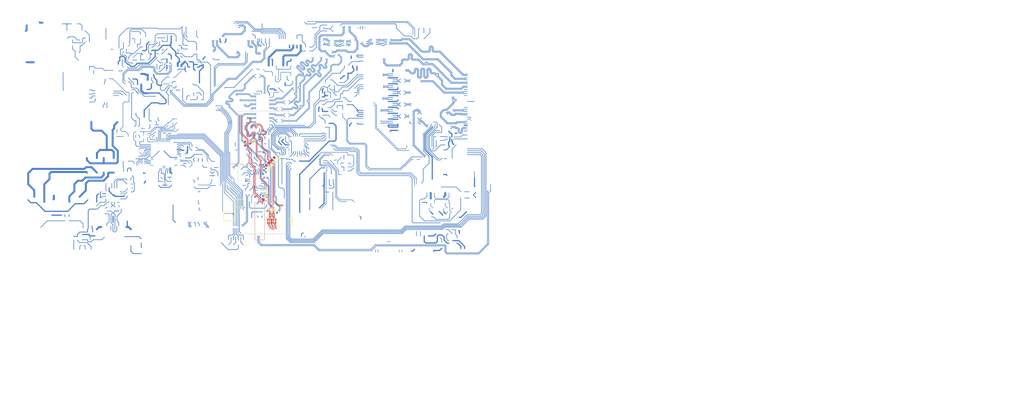
<source format=kicad_pcb>
(kicad_pcb (version 20221018) (generator pcbnew)
  (title_block (title "Jetson Orin Baseboard") (date "2023-03-03") (rev "1.1.1") (comment 1 "www.antmicro.com") (comment 2 "Antmicro Ltd"))
  (layers (0 "F.Cu" signal) (1 "In1.Cu" signal) (2 "In2.Cu" signal) (3 "In3.Cu" signal) (4 "In4.Cu" jumper) (5 "In5.Cu" signal) (6 "In6.Cu" signal) (31 "B.Cu" signal) (34 "B.Paste" user) (35 "F.Paste" user) (36 "B.SilkS" user "B.Silkscreen") (37 "F.SilkS" user "F.Silkscreen") (38 "B.Mask" user) (39 "F.Mask" user) (44 "Edge.Cuts" user))
  (net 0 "")
  (net 1 "GND")
  (net 2 "CSI1_D0_N")
  (net 3 "CSI0_D0_N")
  (net 4 "CSI1_D0_P")
  (net 5 "CSI0_D0_P")
  (net 6 "CSI1_CLK_N")
  (net 7 "CSI0_CLK_N")
  (net 8 "CSI1_CLK_P")
  (net 9 "CSI0_CLK_P")
  (net 10 "CSI1_D1_N")
  (net 11 "CSI0_D1_N")
  (net 12 "CSI1_D1_P")
  (net 13 "CSI0_D1_P")
  (net 14 "CSI3_D0_N")
  (net 15 "CSI2_D0_N")
  (net 16 "CSI3_D0_P")
  (net 17 "CSI2_D0_P")
  (net 18 "CSI3_CLK_N")
  (net 19 "CSI2_CLK_N")
  (net 20 "CSI3_CLK_P")
  (net 21 "CSI2_CLK_P")
  (net 22 "CSI3_D1_N")
  (net 23 "CSI2_D1_N")
  (net 24 "CSI3_D1_P")
  (net 25 "CSI2_D1_P")
  (net 26 "DP1_TXD0_N")
  (net 27 "DP1_TXD1_P")
  (net 28 "DP1_TXD3_N")
  (net 29 "DP1_TXD3_P")
  (net 30 "SPIO_MOSI")
  (net 31 "SPIO_SCK")
  (net 32 "SPIO_MISO")
  (net 33 "~{SPI0_CS0}")
  (net 34 "~{SPI0_CS1}")
  (net 35 "DP1_AUX_N")
  (net 36 "DP1_AUX_P")
  (net 37 "SPI1_MOSI")
  (net 38 "SPI1_SCK")
  (net 39 "SPI1_MISO")
  (net 40 "USB0_D_N")
  (net 41 "~{SPI1_CS0}")
  (net 42 "~{SPI1_CS1}")
  (net 43 "GPIO01")
  (net 44 "USER_LED1")
  (net 45 "USER_BTN0")
  (net 46 "USER_BTN1")
  (net 47 "PCIE0_RX0_N")
  (net 48 "PCIE0_RX0_P")
  (net 49 "PCIE0_RX1_N")
  (net 50 "PCIE0_RX1_P")
  (net 51 "PCIE0_RX2_N")
  (net 52 "PCIE0_RX2_P")
  (net 53 "PCIE0_RX3_N")
  (net 54 "PCIE0_RX3_P")
  (net 55 "PCIE0_CLK_N")
  (net 56 "USBSS0_RX_N")
  (net 57 "PCIE0_CLK_P")
  (net 58 "USBSS0_RX_P")
  (net 59 "USBSS0_TX_N")
  (net 60 "PCIE1_RX0_N")
  (net 61 "PCIE1_RX0_P")
  (net 62 "PCIE1_CLK_N")
  (net 63 "PCIE1_CLK_P")
  (net 64 "PCIE1_CLKREQ*")
  (net 65 "PCIE1_RST*")
  (net 66 "GBE_MDI0_N")
  (net 67 "GBE_MDI0_P")
  (net 68 "GBE_MDI1_N")
  (net 69 "GBE_MDI1_P")
  (net 70 "I2S0_SDOUT")
  (net 71 "I2S0_SDIN")
  (net 72 "GBE_MDI2_N")
  (net 73 "I2S0_LRCK")
  (net 74 "GBE_MDI2_P")
  (net 75 "I2S0_SCLK")
  (net 76 "GBE_MDI3_N")
  (net 77 "GBE_MDI3_P")
  (net 78 "GPIO09")
  (net 79 "SDA_CAM")
  (net 80 "/SoM/~{FORCE_RECOVERY}")
  (net 81 "SCL_CAM")
  (net 82 "GPIO11")
  (net 83 "GPIO12")
  (net 84 "GPIO13")
  (net 85 "/SoM/PMIC_BBAT")
  (net 86 "~{RESET}")
  (net 87 "+3V3")
  (net 88 "/M.2/C_PCIE0_TX0_P")
  (net 89 "/M.2/C_PCIE0_TX0_N")
  (net 90 "/M.2/C_PCIE0_TX1_P")
  (net 91 "/M.2/C_PCIE0_TX1_N")
  (net 92 "/M.2/C_PCIE0_TX2_P")
  (net 93 "/M.2/C_PCIE0_TX2_N")
  (net 94 "/M.2/C_PCIE0_TX3_P")
  (net 95 "/M.2/C_PCIE0_TX3_N")
  (net 96 "EEPROM_PWR")
  (net 97 "+5V")
  (net 98 "CAN_RX")
  (net 99 "CAN_TX")
  (net 100 "GPIO07")
  (net 101 "PCIE2_RST*")
  (net 102 "PCIE2_CLKREQ*")
  (net 103 "/Ethernet/VDD")
  (net 104 "GNDD")
  (net 105 "USBSS1_RX_N")
  (net 106 "/CSI/CSIA_3V3")
  (net 107 "/CSI/CSIA_5V")
  (net 108 "/CSI/CSIB_3V3")
  (net 109 "/CSI/CSIB_5V")
  (net 110 "+1V8")
  (net 111 "PCIE2_RX0_N")
  (net 112 "USBSS1_RX_P")
  (net 113 "VCC")
  (net 114 "USB_FLASH_ID")
  (net 115 "Net-(C150-Pad1)")
  (net 116 "3V3_STDB")
  (net 117 "UART0_RTS")
  (net 118 "UART0_CTS")
  (net 119 "Net-(A1-Pad114)")
  (net 120 "PCIE3_RST*")
  (net 121 "Net-(A1-Pad120)")
  (net 122 "Net-(A1-Pad124)")
  (net 123 "/Ethernet/PAIR_12")
  (net 124 "/Ethernet/PAIR_36")
  (net 125 "/Ethernet/PAIR_78")
  (net 126 "/Ethernet/PAIR_910")
  (net 127 "/USB Debug, DP/USBC0_RX2_N")
  (net 128 "Net-(C31-Pad1)")
  (net 129 "Net-(C77-Pad1)")
  (net 130 "Net-(C93-Pad2)")
  (net 131 "/Ethernet/POE_ACTIVE")
  (net 132 "PCIE3_CLKREQ*")
  (net 133 "I2C2_SCL")
  (net 134 "I2C2_SDA")
  (net 135 "PCIE2_RX0_P")
  (net 136 "USBSS1_TX_N")
  (net 137 "/USB Debug, DP/PDC_LDO_1V8")
  (net 138 "/USB Debug, DP/PDC_LDO_3V3")
  (net 139 "Net-(C116-Pad2)")
  (net 140 "Net-(C117-Pad2)")
  (net 141 "/Supply/3V3_LDO")
  (net 142 "/Supply/1V8_LDO")
  (net 143 "Net-(D2-Pad1)")
  (net 144 "Net-(D3-Pad1)")
  (net 145 "Net-(D4-Pad1)")
  (net 146 "Net-(D5-Pad1)")
  (net 147 "Net-(D8-Pad1)")
  (net 148 "Net-(D12-Pad1)")
  (net 149 "Net-(D12-Pad2)")
  (net 150 "/USB Debug, DP/USBC0_RX2_P")
  (net 151 "/USB Debug, DP/USBC0_RX1_N")
  (net 152 "Net-(D18-Pad1)")
  (net 153 "/USB Debug, DP/USBC0_RX1_P")
  (net 154 "Net-(D20-Pad1)")
  (net 155 "PCIE2_TX0_N")
  (net 156 "USBSS1_TX_P")
  (net 157 "PCIE2_TX0_P")
  (net 158 "USBSS2_RX_N")
  (net 159 "Net-(D24-Pad1)")
  (net 160 "Net-(D25-Pad1)")
  (net 161 "PCIE2_CLK_N")
  (net 162 "USBSS2_RX_P")
  (net 163 "PCIE2_CLK_P")
  (net 164 "USBSS2_TX_N")
  (net 165 "/SoM/DEBUG_TXD_1V8")
  (net 166 "Net-(IC1-Pad2)")
  (net 167 "Net-(IC1-Pad3)")
  (net 168 "/M.2/~{LED1}")
  (net 169 "PCIE2_RX1_N")
  (net 170 "USBSS2_TX_P")
  (net 171 "PCIE2_RX1_P")
  (net 172 "/USB Debug, DP/FTDI_3V3")
  (net 173 "Net-(TP13-Pad1)")
  (net 174 "/USB Debug, DP/USBC3_VBUS")
  (net 175 "/USB Debug, DP/USBC0_CONN_TX2_N")
  (net 176 "/CSI/CSI1_0_D1_N")
  (net 177 "/CSI/CSI1_0_D1_P")
  (net 178 "/CSI/CSI1_0_D0_N")
  (net 179 "/CSI/CSI1_0_D0_P")
  (net 180 "/CSI/CSI3_0_D1_N")
  (net 181 "/CSI/CSI3_0_D1_P")
  (net 182 "/CSI/CSI3_0_D0_N")
  (net 183 "/CSI/CSI3_0_D0_P")
  (net 184 "VSYNC_CAM0")
  (net 185 "VSYNC_CAM1")
  (net 186 "/CSI/CSI1_1_D0_N")
  (net 187 "/CSI/CSI1_1_D0_P")
  (net 188 "/CSI/CSI1_1_D1_N")
  (net 189 "/CSI/CSI1_1_D1_P")
  (net 190 "/CSI/CSI3_1_D1_N")
  (net 191 "/CSI/CSI3_1_D1_P")
  (net 192 "/CSI/CSI3_1_D0_N")
  (net 193 "/CSI/CSI3_1_D0_P")
  (net 194 "VSYNC_CAM2")
  (net 195 "VSYNC_CAM3")
  (net 196 "/M.2/M2_M_SMB_CLK")
  (net 197 "/M.2/M2_M_SMB_DATA")
  (net 198 "/M.2/~{M2_M_ALERT}")
  (net 199 "/M.2/~{M2_M_PERST}")
  (net 200 "/M.2/~{M2_M_CLKREQ0}")
  (net 201 "/M.2/~{M2_M_PEWAKE0}")
  (net 202 "/M.2/M2_M_SUSCLK")
  (net 203 "SYS_SDA")
  (net 204 "SYS_SCL")
  (net 205 "~{PDC_CS}")
  (net 206 "PDC_SCLK")
  (net 207 "PDC_MISO")
  (net 208 "PDC_MOSI")
  (net 209 "/USB Debug, DP/USBC0_CONN_TX2_P")
  (net 210 "/USB Debug, DP/USBC0_VBUS")
  (net 211 "/USB3/USBC1_VBUS")
  (net 212 "/USB Debug, DP/FTDI_LED_TX")
  (net 213 "/USB Debug, DP/FTDI_LED_RX")
  (net 214 "/USB Debug, DP/USBC3_CC1")
  (net 215 "DP1_TXD0_HDMI_TX2_N")
  (net 216 "/USB Debug, DP/USBC3_D_N")
  (net 217 "/USB Debug, DP/USBC3_CC2")
  (net 218 "/USB Debug, DP/USBC0_CC1")
  (net 219 "/USB Debug, DP/USBC0_CC2")
  (net 220 "PWR_SOFT")
  (net 221 "~{GPIO_INT}")
  (net 222 "/USB3/USBC1_CC1")
  (net 223 "/USB3/USBC1_CC2")
  (net 224 "/USB3/USBC1_ID")
  (net 225 "/USB Debug, DP/PDC_RESET")
  (net 226 "/USB Debug, DP/PDC_ADCIN1")
  (net 227 "/USB Debug, DP/PDC_ADCIN2")
  (net 228 "/USB Debug, DP/USBC0_FLIP")
  (net 229 "/USB Debug, DP/PDC_CTL1")
  (net 230 "/USB Debug, DP/USBC0_CTL0")
  (net 231 "/USB Debug, DP/PDC_FLIP")
  (net 232 "/USB Debug, DP/USBC0_CTL1")
  (net 233 "/USB Debug, DP/PDC_CTL0")
  (net 234 "/USB Debug, DP/PDC_I2C3_SDA")
  (net 235 "/USB Debug, DP/PDC_GPIO14")
  (net 236 "/USB Debug, DP/PDC_GPIO15")
  (net 237 "/USB Debug, DP/PDC_I2C1_SCL")
  (net 238 "/USB Debug, DP/PDC_I2C1_SDA")
  (net 239 "/USB Debug, DP/USBC0_I2C_EN")
  (net 240 "/USB Debug, DP/USBC0_SSEQ0")
  (net 241 "/USB Debug, DP/USBC0_SSEQ1")
  (net 242 "/USB Debug, DP/USBC0_DPEQ0")
  (net 243 "/USB Debug, DP/USBC0_DPEQ1")
  (net 244 "/USB Debug, DP/USBC0_EQ1")
  (net 245 "CSIA_FLG")
  (net 246 "/USB Debug, DP/USB_FTDI_N")
  (net 247 "/USB Debug, DP/USB_FTDI_P")
  (net 248 "/USB3/USBC1_ADDR")
  (net 249 "/USB3/~{USBC1_INT}")
  (net 250 "/CSI/SDA_CAM0")
  (net 251 "/CSI/CSIA_I2C_VCC")
  (net 252 "CSIA_PEN")
  (net 253 "/CSI/SCL_CAM0")
  (net 254 "/CSI/I2C_MUX_RESET")
  (net 255 "/CSI/I2C_MUX_A0")
  (net 256 "/SoM/DEBUG_RXD_1V8")
  (net 257 "/Supply/VCC_IN")
  (net 258 "/CSI/SDA_CAM1")
  (net 259 "/CSI/SCL_CAM1")
  (net 260 "/CSI/SDA_CAM2")
  (net 261 "Net-(C123-Pad2)")
  (net 262 "/CSI/SCL_CAM2")
  (net 263 "/CSI/CSIA_5V_ISET")
  (net 264 "/CSI/CSIA_3V3_ISET")
  (net 265 "/CSI/SDA_CAM3")
  (net 266 "/CSI/SCL_CAM3")
  (net 267 "CSIB_PEN")
  (net 268 "Net-(C124-Pad2)")
  (net 269 "/CSI/CSIB_5V_ISET")
  (net 270 "/CSI/CSIB_3V3_ISET")
  (net 271 "/Peripherals/GPIOEX_I2C_SDA")
  (net 272 "/Peripherals/GPIOEX_I2C_SCL")
  (net 273 "/Peripherals/GPIOEX_RESET")
  (net 274 "/Peripherals/GPIOEX_ADDR")
  (net 275 "/Peripherals/GPIOEX_P0_0")
  (net 276 "/Peripherals/GPIOEX_P0_1")
  (net 277 "/Peripherals/GPIOEX_P0_2")
  (net 278 "/Peripherals/GPIOEX_P0_3")
  (net 279 "PCIE2_TX1_N")
  (net 280 "/CSI/VSYNC_CAM0_3V3")
  (net 281 "/USB3/USBC1_I2C_SDA")
  (net 282 "/USB3/USBC1_ISC_SCL")
  (net 283 "/USB3/USBC1_VBUS_DET")
  (net 284 "DP1_TXD0_HDMI_TX2_P")
  (net 285 "PCIE2_TX1_P")
  (net 286 "/CSI/VSYNC_CAM1_3V3")
  (net 287 "DP1_TXD1_HDMI_TX1_N")
  (net 288 "/USB3/USBC1_FAULT_N")
  (net 289 "CSIB_FLG")
  (net 290 "/USB Debug, DP/PDC_I2C2_IRQn")
  (net 291 "/USB Debug, DP/PDC_I2C2_SCL")
  (net 292 "/USB Debug, DP/PDC_I2C2_SDA")
  (net 293 "/USB Debug, DP/FTDI_CBUS0")
  (net 294 "/USB Debug, DP/FTDI_CBUS3")
  (net 295 "/CSI/VSYNC_CAM3_3V3")
  (net 296 "/USB Debug, DP/DRAIN2")
  (net 297 "/USB Debug, DP/DRAIN1")
  (net 298 "/CSI/VSYNC_CAM2_3V3")
  (net 299 "DP1_TXD1_HDMI_TX1_P")
  (net 300 "DP1_TXD2_HDMI_TX0_N")
  (net 301 "DP1_TXD2_HDMI_TX0_P")
  (net 302 "DP1_TXD3_HDMI_TXC_N")
  (net 303 "DP1_TXD3_HDMI_TXC_P")
  (net 304 "Net-(D37-Pad1)")
  (net 305 "PCIE_WAKE_SEL_EXT")
  (net 306 "DP1_HDMI_AUX_P")
  (net 307 "Net-(BAT1-Pad+)")
  (net 308 "DP1_HDMI_AUX_N")
  (net 309 "USB0_D_P")
  (net 310 "USB1_D_N")
  (net 311 "Net-(Q14-Pad6)")
  (net 312 "USB1_D_P")
  (net 313 "USB2_D_N")
  (net 314 "USB2_D_P")
  (net 315 "USER_LED0")
  (net 316 "PCIE0_TX0_N")
  (net 317 "PCIE0_TX0_P")
  (net 318 "PCIE0_TX1_N")
  (net 319 "PCIE0_TX1_P")
  (net 320 "PCIE0_TX2_N")
  (net 321 "PCIE0_TX2_P")
  (net 322 "PCIE0_TX3_N")
  (net 323 "PCIE0_TX3_P")
  (net 324 "USBSS0_TX_P")
  (net 325 "PCIE1_TX0_N")
  (net 326 "PCIE1_TX0_P")
  (net 327 "/SoM/~{MOD_SLEEP}")
  (net 328 "PCIE_WAKE*")
  (net 329 "PCIE0_CLKREQ*")
  (net 330 "PCIE0_RST*")
  (net 331 "/M.2/32.7KHZ_OUT")
  (net 332 "GBE_LED_LINK")
  (net 333 "Net-(R56-Pad2)")
  (net 334 "GBE_LED_ACT")
  (net 335 "UART1_TXD")
  (net 336 "UART1_RXD")
  (net 337 "Net-(R57-Pad2)")
  (net 338 "FAN_TACH")
  (net 339 "Net-(R58-Pad2)")
  (net 340 "Net-(R59-Pad2)")
  (net 341 "I2S1_SDOUT")
  (net 342 "I2S1_SDIN")
  (net 343 "I2S1_LRCK")
  (net 344 "I2S1_SCLK")
  (net 345 "PCIE3_CLK_N")
  (net 346 "PCIE3_CLK_P")
  (net 347 "FAN_PWM")
  (net 348 "~{SHUTDOWN_REQ}")
  (net 349 "DEBUG_TXD")
  (net 350 "POWER_EN")
  (net 351 "DEBUG_RXD")
  (net 352 "/SoM/SLEEP{slash}~{WAKE}")
  (net 353 "USBPD1_HV")
  (net 354 "USBPD2_HV")
  (net 355 "/HDMI/HDMI_D2_N")
  (net 356 "/HDMI/HDMI_D1_N")
  (net 357 "/HDMI/HDMI_D0_N")
  (net 358 "/HDMI/HDMI_CLK_N")
  (net 359 "DP1_TXD1_N")
  (net 360 "DP1_TXD2_N")
  (net 361 "/HDMI/HDMI_D2_P")
  (net 362 "/HDMI/HDMI_D1_P")
  (net 363 "/HDMI/HDMI_D0_P")
  (net 364 "/HDMI/HDMI_CLK_P")
  (net 365 "DP1_TXD0_P")
  (net 366 "DP1_TXD2_P")
  (net 367 "/HDMI/5V_HDMI")
  (net 368 "/Ethernet/VSS")
  (net 369 "POE_OUTPUT")
  (net 370 "/USB Debug, DP/HPDIN")
  (net 371 "USBC0_FLG")
  (net 372 "USBC1_FLG")
  (net 373 "Net-(R159-Pad2)")
  (net 374 "Net-(R157-Pad2)")
  (net 375 "/CSI/I2C_MUX_SDA")
  (net 376 "/CSI/I2C_MUX_SCL")
  (net 377 "DISABLE_POE_DCDC")
  (net 378 "UART0_RXD")
  (net 379 "UART0_TXD")
  (net 380 "/HDMI/HDMI_SCL_5V")
  (net 381 "/HDMI/HDMI_CLK_CONN_N")
  (net 382 "/HDMI/HDMI_CLK_CONN_P")
  (net 383 "/HDMI/HDMI_D0_CONN_N")
  (net 384 "/HDMI/HDMI_D0_CONN_P")
  (net 385 "/HDMI/HDMI_HPD_5V")
  (net 386 "Net-(R256-Pad1)")
  (net 387 "Net-(R258-Pad2)")
  (net 388 "Net-(R260-Pad1)")
  (net 389 "Net-(R268-Pad2)")
  (net 390 "/CSI/MUX_I2C_4_SDA")
  (net 391 "/CSI/MUX_I2C_4_SCL")
  (net 392 "/CSI/MUX_I2C_5_SDA")
  (net 393 "/CSI/MUX_I2C_5_SCL")
  (net 394 "/CSI/MUX_I2C_6_SDA")
  (net 395 "/CSI/MUX_I2C_6_SCL")
  (net 396 "/CSI/MUX_I2C_7_SDA")
  (net 397 "/CSI/MUX_I2C_7_SCL")
  (net 398 "/Peripherals/GPIOEX_P0_7")
  (net 399 "/Peripherals/GPIOEX_P0_6")
  (net 400 "/USB Debug, DP/USBC3_5V_PEN")
  (net 401 "/USB Debug, DP/USBC0_5V_PEN")
  (net 402 "/HDMI/HDMI_SCL_3V3")
  (net 403 "/HDMI/DP_MUX_D0-")
  (net 404 "/M.2/PCIE_WAKE_SEL0")
  (net 405 "USBC1_PEN")
  (net 406 "/Ethernet/AMPS_CTL")
  (net 407 "/Ethernet/REF")
  (net 408 "/Ethernet/MPS_DUTY")
  (net 409 "/Ethernet/CLSA")
  (net 410 "/Ethernet/CLSB")
  (net 411 "/Ethernet/DEN")
  (net 412 "/Ethernet/PG")
  (net 413 "/Ethernet/TPH")
  (net 414 "/Ethernet/TPL")
  (net 415 "/Ethernet/~{BT}")
  (net 416 "Net-(Q3-Pad3)")
  (net 417 "Net-(R174-Pad1)")
  (net 418 "/Peripherals/GPIOEX_P0_5")
  (net 419 "/Peripherals/GPIOEX_P0_4")
  (net 420 "/USB Debug, DP/USBC3_D_P")
  (net 421 "/USB Debug, DP/USBC0_SBU_P")
  (net 422 "/USB Debug, DP/USBC0_SBU_N")
  (net 423 "/Peripherals/USB_CONN_N")
  (net 424 "/Peripherals/USB_CONN_P")
  (net 425 "Net-(J7-Pad39)")
  (net 426 "Net-(J7-Pad40)")
  (net 427 "Net-(J7-Pad41)")
  (net 428 "Net-(J7-Pad42)")
  (net 429 "Net-(J8-Pad39)")
  (net 430 "Net-(J8-Pad40)")
  (net 431 "Net-(J8-Pad41)")
  (net 432 "Net-(J8-Pad42)")
  (net 433 "/M.2/3V3_M2")
  (net 434 "/USB Debug, DP/PDC_I2C3_SCL")
  (net 435 "5V_SoM")
  (net 436 "Net-(Q5-Pad3)")
  (net 437 "Net-(Q11-Pad1)")
  (net 438 "Net-(Q11-Pad3)")
  (net 439 "/M.2/~{LED2}")
  (net 440 "Net-(D1-Pad2)")
  (net 441 "Net-(R190-Pad2)")
  (net 442 "/Peripherals/I2C_CONN_PEN")
  (net 443 "I2C1_SCL")
  (net 444 "I2C1_SDA")
  (net 445 "Net-(D54-Pad1)")
  (net 446 "/Peripherals/I2C_CONN_3V3")
  (net 447 "/HDMI/DP_MUX_D1-")
  (net 448 "/HDMI/DP_MUX_D2-")
  (net 449 "/HDMI/DP_MUX_D0+")
  (net 450 "/HDMI/DP_MUX_D1+")
  (net 451 "/HDMI/DP_MUX_D2+")
  (net 452 "/HDMI/DP_MUX_AUX_B-")
  (net 453 "/HDMI/DP_MUX_AUX_B+")
  (net 454 "/USB Debug, DP/PDC_HPD2")
  (net 455 "Net-(J9-Pad3)")
  (net 456 "Net-(J9-Pad4)")
  (net 457 "Net-(J9-Pad7)")
  (net 458 "Net-(J9-Pad8)")
  (net 459 "Net-(J9-Pad9)")
  (net 460 "Net-(J9-Pad10)")
  (net 461 "Net-(Q1-Pad3)")
  (net 462 "USBC_HPD")
  (net 463 "/HDMI/DP_MUX_EN")
  (net 464 "/HDMI/DP_MUX_AUX_A+")
  (net 465 "/HDMI/DP_MUX_AUX_A-")
  (net 466 "/HDMI/DP_MUX_D3-")
  (net 467 "/HDMI/DP_MUX_D3+")
  (net 468 "/HDMI/HDMI_SDA_3V3")
  (net 469 "/HDMI/HDMI_HPD")
  (net 470 "Net-(R211-Pad1)")
  (net 471 "Net-(R173-Pad2)")
  (net 472 "Net-(R239-Pad1)")
  (net 473 "Net-(R240-Pad1)")
  (net 474 "/USB Debug, DP/~{PDC_I2C3_IRQ}")
  (net 475 "Net-(A1-Pad210)")
  (net 476 "Net-(Q19-Pad1)")
  (net 477 "/USB Debug, DP/PDC_I2C1_IRQn")
  (net 478 "GPIO010")
  (net 479 "Net-(C78-Pad1)")
  (net 480 "Net-(J6-Pad16)")
  (net 481 "Net-(Q14-Pad2)")
  (net 482 "Net-(J6-Pad18)")
  (footprint "antmicro-footprints:Simulation_Port" (layer "F.Cu") (at 87.45 93.575 -90)
    (fp_text reference "SP8")
    (fp_text value "Simulation_Port" hide)
  )
  (footprint "antmicro-footprints:Simulation_Port" (layer "F.Cu") (at 94.35 121.95)
    (fp_text reference "SP2")
    (fp_text value "Simulation_Port" hide)
  )
  (footprint "jetson-orin-baseboard-footprints:SOT-523" (layer "F.Cu") (at 87.5 100.2 -90)
    (fp_text reference "Q2")
    (fp_text value "PJE138K")
  )
  (footprint "jetson-orin-baseboard-footprints:USON-10_2.5x1mm_P0.5mm" (layer "F.Cu") (at 93.625 119.9 90)
    (fp_text reference "U45")
    (fp_text value "TPD4E05U06QDQARQ1")
  )
  (footprint "jetson-orin-baseboard-footprints:R_0402_1005Metric" (layer "F.Cu") (at 92.59 105.41 45)
    (fp_text reference "R209")
    (fp_text value "R_499R_0402")
  )
  (footprint "antmicro-footprints:Simulation_Port" (layer "F.Cu") (at 96.575 116 90)
    (fp_text reference "SP11")
    (fp_text value "Simulation_Port" hide)
  )
  (footprint "antmicro-footprints:Simulation_Port" (layer "F.Cu") (at 85.875 92.875 180)
    (fp_text reference "SP14")
    (fp_text value "Simulation_Port" hide)
  )
  (footprint "antmicro-footprints:Simulation_Port" (layer "F.Cu") (at 92.5 117.075 -90)
    (fp_text reference "SP6")
    (fp_text value "Simulation_Port" hide)
  )
  (footprint "antmicro-footprints:Simulation_Port" (layer "F.Cu") (at 88.325 96.225)
    (fp_text reference "SP10")
    (fp_text value "Simulation_Port" hide)
  )
  (footprint "antmicro-footprints:Simulation_Port" (layer "F.Cu") (at 87.45 93.825 -90)
    (fp_text reference "SP7")
    (fp_text value "Simulation_Port" hide)
  )
  (footprint "jetson-orin-baseboard-footprints:TP_SMD_0.75mm" (layer "F.Cu") (at 91.4508 114.4 90)
    (fp_text reference "TP57")
    (fp_text value "TP_0.75mm_SMD")
  )
  (footprint "antmicro-footprints:Simulation_Port" (layer "F.Cu") (at 93.55 121.95)
    (fp_text reference "SP3")
    (fp_text value "Simulation_Port" hide)
  )
  (footprint "antmicro-footprints:Simulation_Port" (layer "F.Cu") (at 94.75 121.95)
    (fp_text reference "SP1")
    (fp_text value "Simulation_Port" hide)
  )
  (footprint "antmicro-footprints:Simulation_Port" (layer "F.Cu") (at 96.575 115.75 90)
    (fp_text reference "SP12")
    (fp_text value "Simulation_Port" hide)
  )
  (footprint "antmicro-footprints:Simulation_Port" (layer "F.Cu") (at 92.525 117.325 -90)
    (fp_text reference "SP5")
    (fp_text value "Simulation_Port" hide)
  )
  (footprint "antmicro-footprints:Simulation_Port" (layer "F.Cu") (at 93.15 121.95)
    (fp_text reference "SP4")
    (fp_text value "Simulation_Port" hide)
  )
  (footprint "antmicro-footprints:Simulation_Port" (layer "F.Cu") (at 88.575 96.225)
    (fp_text reference "SP9")
    (fp_text value "Simulation_Port" hide)
  )
  (footprint "antmicro-footprints:Simulation_Port" (layer "F.Cu") (at 85.55 92.8 180)
    (fp_text reference "SP13")
    (fp_text value "Simulation_Port" hide)
  )
  (footprint "jetson-orin-baseboard-footprints:R_0402_1005Metric" (layer "F.Cu") (at 93.92 104.08 -135)
    (fp_text reference "R210")
    (fp_text value "R_499R_0402")
  )
  (footprint "jetson-orin-baseboard-footprints:R_Array_4x0201_Panasonic_EXB18V" (layer "F.Cu") (at 93.625 118.3)
    (fp_text reference "R34")
    (fp_text value "R_4x0R_0201_array")
  )
  (gr_line (start 93.425 117.925) (end 93.425 118.625) (stroke (width 0.125)) (layer "F.Cu"))
  (gr_line (start 93.025 117.95) (end 93.025 118.65) (stroke (width 0.125)) (layer "F.Cu"))
  (gr_line (start 94.225 117.95) (end 94.225 118.65) (stroke (width 0.125)) (layer "F.Cu"))
  (gr_line (start 93.825 117.975) (end 93.825 118.675) (stroke (width 0.125)) (layer "F.Cu"))
  (gr_line (start 86.5 105.7) (end 89.15 105.7) (stroke (width 0.15)) (layer "B.SilkS"))
  (gr_rect (start 89.35 115.15) (end 91.8 124.65) (stroke (width 0.15)) (fill none) (layer "B.SilkS"))
  (gr_line (start 83.05 105.4) (end 86.2 105.4) (stroke (width 0.15)) (layer "B.SilkS"))
  (gr_line (start 89.15 105.75) (end 89.15 105.9) (stroke (width 0.15)) (layer "B.SilkS"))
  (gr_line (start 86.2 105.4) (end 86.5 105.7) (stroke (width 0.15)) (layer "B.SilkS"))
  (gr_line (start 84.3 117.5) (end 84.3 116.25) (stroke (width 0.15)) (layer "F.SilkS"))
  (gr_line (start 87.1 124.7) (end 87.1 126.3) (stroke (width 0.15)) (layer "F.SilkS"))
  (gr_rect (start 84.3 114.35) (end 86.4 116.25) (stroke (width 0.15)) (fill none) (layer "F.SilkS"))
  (gr_rect (start 81.45 117.5) (end 84.3 119.75) (stroke (width 0.15)) (fill none) (layer "F.SilkS"))
  (gr_rect (start 85.075 91.925) (end 97.975 123.1) (stroke (width 0.1)) (fill none) (layer "Edge.Cuts"))
  (segment (start 93.95 122) (end 93.95 121.15) (width 0.2) (layer "F.Cu") (net 1))
  (segment (start 92.05 102.65) (end 92.05 103.1) (width 0.125) (layer "F.Cu") (net 1))
  (segment (start 91.75 102.35) (end 92.05 102.65) (width 0.125) (layer "F.Cu") (net 1))
  (segment (start 91.9 103.25) (end 91.9 105.405894) (width 0.125) (layer "F.Cu") (net 1))
  (segment (start 91.9 105.405894) (end 92.247053 105.752947) (width 0.125) (layer "F.Cu") (net 1))
  (segment (start 92.05 103.1) (end 91.9 103.25) (width 0.125) (layer "F.Cu") (net 1))
  (segment (start 93.625 120.825) (end 93.625 120.285) (width 0.2) (layer "F.Cu") (net 1))
  (segment (start 93.625 119.515) (end 93.625 120.285) (width 0.2) (layer "F.Cu") (net 1))
  (segment (start 93.95 121.15) (end 93.625 120.825) (width 0.2) (layer "F.Cu") (net 1))
  (segment (start 91.45 102.35) (end 91.75 102.35) (width 0.125) (layer "F.Cu") (net 1))
  (via (at 91.45 102.35) (size 0.45) (drill 0.1) (layers "F.Cu" "B.Cu") (net 1))
  (via (at 91.75 108.8) (size 0.45) (drill 0.1) (layers "F.Cu" "B.Cu") (net 1))
  (via (at 94.962501 117.706675) (size 0.45) (drill 0.1) (layers "F.Cu" "B.Cu") (net 1))
  (segment (start 65.1 94.5) (end 64.8 94.2) (width 0.15) (layer "B.Cu") (net 1))
  (segment (start 56.8 121.36) (end 57.345 121.36) (width 0.5) (layer "B.Cu") (net 1))
  (segment (start 123.15 93.95) (end 124.275 93.95) (width 0.3) (layer "B.Cu") (net 1))
  (segment (start 137.25 117.55) (end 137.7 118) (width 0.3) (layer "B.Cu") (net 1))
  (segment (start 60.35 72.1) (end 60.035 71.785) (width 0.15) (layer "B.Cu") (net 1))
  (segment (start 123.82 96.83) (end 123.55 97.1) (width 0.3) (layer "B.Cu") (net 1))
  (segment (start 63.49 84.95) (end 63.49 84.405) (width 0.15) (layer "B.Cu") (net 1))
  (segment (start 58.889833 71.774833) (end 58.9 71.785) (width 0.15) (layer "B.Cu") (net 1))
  (segment (start 108.2 110.285) (end 108.215 110.3) (width 0.15) (layer "B.Cu") (net 1))
  (segment (start 124.325 95.5) (end 125.4 95.5) (width 0.3) (layer "B.Cu") (net 1))
  (segment (start 67.95 103.7) (end 66.3 102.05) (width 0.2) (layer "B.Cu") (net 1))
  (segment (start 50.4 121.36) (end 49.855 121.36) (width 0.5) (layer "B.Cu") (net 1))
  (segment (start 69.4 86.785) (end 69.585 86.6) (width 0.155) (layer "B.Cu") (net 1))
  (segment (start 61.6 76.6) (end 61.9 76.3) (width 0.3) (layer "B.Cu") (net 1))
  (segment (start 106.49 86.4) (end 106.49 87.295) (width 0.3) (layer "B.Cu") (net 1))
  (segment (start 67.55 86.05) (end 67.28 86.32) (width 0.155) (layer "B.Cu") (net 1))
  (segment (start 31.5 71.4) (end 31.3 71.6) (width 0.5) (layer "B.Cu") (net 1))
  (segment (start 40.75 82.25) (end 40.75 86.75) (width 0.15) (layer "B.Cu") (net 1))
  (segment (start 98.64999 102.499676) (end 98.64999 102.14999) (width 0.15) (layer "B.Cu") (net 1))
  (segment (start 57.3 106.4) (end 57.035 106.665) (width 0.2) (layer "B.Cu") (net 1))
  (segment (start 57.9 106.885) (end 58.065 107.05) (width 0.2) (layer "B.Cu") (net 1))
  (segment (start 87.5655 108.2) (end 87.085 108.2) (width 0.155) (layer "B.Cu") (net 1))
  (segment (start 73.8 79.7) (end 73.55 79.45) (width 0.3) (layer "B.Cu") (net 1))
  (segment (start 48.085 121.115) (end 48.1 121.1) (width 0.2) (layer "B.Cu") (net 1))
  (segment (start 72.3 76.185) (end 71.3 76.185) (width 0.15) (layer "B.Cu") (net 1))
  (segment (start 134.7 123.6) (end 135.2 123.1) (width 0.3) (layer "B.Cu") (net 1))
  (segment (start 73.8 80.1) (end 73.8 81.225) (width 0.3) (layer "B.Cu") (net 1))
  (segment (start 58.1 86.5) (end 58.9 86.5) (width 0.155) (layer "B.Cu") (net 1))
  (segment (start 134.45 118.05) (end 134.435 118.05) (width 0.3) (layer "B.Cu") (net 1))
  (segment (start 142.4 88) (end 142.35 87.95) (width 0.125) (layer "B.Cu") (net 1))
  (segment (start 56.161232 76.863768) (end 55.825 77.2) (width 0.15) (layer "B.Cu") (net 1))
  (segment (start 59.85 87.6) (end 59.8 87.6) (width 0.155) (layer "B.Cu") (net 1))
  (segment (start 63.117 85) (end 63.117 86.033) (width 0.3) (layer "B.Cu") (net 1))
  (segment (start 89.505 72.975) (end 89.505 73.55) (width 0.15) (layer "B.Cu") (net 1))
  (segment (start 67.735 108.685) (end 68.2 108.685) (width 0.15) (layer "B.Cu") (net 1))
  (segment (start 35.5 69.5) (end 34.9 69.5) (width 0.5) (layer "B.Cu") (net 1))
  (segment (start 124.325 83.5) (end 125.5 83.5) (width 0.3) (layer "B.Cu") (net 1))
  (segment (start 141.0195 124.82) (end 140.58 124.82) (width 0.3) (layer "B.Cu") (net 1))
  (segment (start 49.855 121.36) (end 49.28 121.935) (width 0.5) (layer "B.Cu") (net 1))
  (segment (start 106.66 86.23) (end 106.49 86.4) (width 0.3) (layer "B.Cu") (net 1))
  (segment (start 60.9 76.6) (end 61.6 76.6) (width 0.3) (layer "B.Cu") (net 1))
  (segment (start 106.92 71.05) (end 106.6 70.73) (width 0.15) (layer "B.Cu") (net 1))
  (segment (start 123.16 95.45) (end 123.21 95.5) (width 0.3) (layer "B.Cu") (net 1))
  (segment (start 125.9 127.15) (end 125.9 127.7) (width 0.125) (layer "B.Cu") (net 1))
  (segment (start 134.775 127.3) (end 134.6 127.475) (width 0.3) (layer "B.Cu") (net 1))
  (segment (start 73.8 80.1) (end 73.8 79.7) (width 0.3) (layer "B.Cu") (net 1))
  (segment (start 52.425 111.45) (end 52.425 112.275) (width 0.3) (layer "B.Cu") (net 1))
  (segment (start 58.075167 71.774833) (end 58.889833 71.774833) (width 0.15) (layer "B.Cu") (net 1))
  (segment (start 128.85 95.15) (end 129 95.15) (width 0.15) (layer "B.Cu") (net 1))
  (segment (start 142.485 126.2855) (end 141.4995 125.3) (width 0.3) (layer "B.Cu") (net 1))
  (segment (start 70.5 75.3) (end 70.8 75.6) (width 0.15) (layer "B.Cu") (net 1))
  (segment (start 67.2 108.685) (end 67.735 108.685) (width 0.15) (layer "B.Cu") (net 1))
  (segment (start 71.685 81.735) (end 71.95 82) (width 0.2) (layer "B.Cu") (net 1))
  (segment (start 66.6 111.3) (end 67.7 111.3) (width 0.2) (layer "B.Cu") (net 1))
  (segment (start 66.14 97.5) (end 66.075 97.565) (width 0.15) (layer "B.Cu") (net 1))
  (segment (start 91.68 75.17) (end 91.005 74.495) (width 0.15) (layer "B.Cu") (net 1))
  (segment (start 48.085 121.7) (end 48.085 121.115) (width 0.2) (layer "B.Cu") (net 1))
  (segment (start 142.42 97) (end 142.41 97.01) (width 0.15) (layer "B.Cu") (net 1))
  (segment (start 53.4 120.05) (end 53.45 120.1) (width 0.3) (layer "B.Cu") (net 1))
  (segment (start 58.9 86.5) (end 59.45 87.05) (width 0.155) (layer "B.Cu") (net 1))
  (segment (start 57.9 106.4) (end 57.3 106.4) (width 0.2) (layer "B.Cu") (net 1))
  (segment (start 139.285 122.97) (end 138.315 122) (width 0.15) (layer "B.Cu") (net 1))
  (segment (start 76.22 78.668147) (end 76.22 78.85) (width 0.3) (layer "B.Cu") (net 1))
  (segment (start 100 75.25) (end 100 75.95) (width 0.3) (layer "B.Cu") (net 1))
  (segment (start 54.9 116.315) (end 54.9 115.85) (width 0.15) (layer "B.Cu") (net 1))
  (segment (start 57.01 121.15) (end 56.8 121.36) (width 0.3) (layer "B.Cu") (net 1))
  (segment (start 145.25 114) (end 145.25 113.75) (width 0.2) (layer "B.Cu") (net 1))
  (segment (start 87.265894 101.63) (end 86.97 101.63) (width 0.13) (layer "B.Cu") (net 1))
  (segment (start 133.515 117.13) (end 133.935 117.55) (width 0.125) (layer "B.Cu") (net 1))
  (segment (start 91.45 102.35) (end 91.747053 102.647053) (width 0.15) (layer "B.Cu") (net 1))
  (segment (start 71.898 70.55) (end 71.898 72.898) (width 0.15) (layer "B.Cu") (net 1))
  (segment (start 75.235 121.1) (end 75.235 120.585) (width 0.15) (layer "B.Cu") (net 1))
  (segment (start 95.366134 99.547208) (end 95.587238 99.326104) (width 0.13) (layer "B.Cu") (net 1))
  (segment (start 129.325 127.475) (end 129 127.475) (width 0.3) (layer "B.Cu") (net 1))
  (segment (start 97.5 80.4) (end 97.5 79.55) (width 0.3) (layer "B.Cu") (net 1))
  (segment (start 97.115 85.418) (end 97.1255 85.4285) (width 0.125) (layer "B.Cu") (net 1))
  (segment (start 115.56 70.75) (end 115.35 70.96) (width 0.125) (layer "B.Cu") (net 1))
  (segment (start 63.085 83.415) (end 63.1 83.4) (width 0.15) (layer "B.Cu") (net 1))
  (segment (start 61.9 75) (end 62.55 74.35) (width 0.3) (layer "B.Cu") (net 1))
  (segment (start 91.68 75.27) (end 91.68 75.17) (width 0.15) (layer "B.Cu") (net 1))
  (segment (start 119.95 127.15) (end 119.9 127.1) (width 0.125) (layer "B.Cu") (net 1))
  (segment (start 145 107.2745) (end 145 108.95) (width 0.15) (layer "B.Cu") (net 1))
  (segment (start 123.15 83.5) (end 124.325 83.5) (width 0.3) (layer "B.Cu") (net 1))
  (segment (start 51.9 116.315) (end 51.785 116.315) (width 0.15) (layer "B.Cu") (net 1))
  (segment (start 87 110.785) (end 86.335 110.785) (width 0.155) (layer "B.Cu") (net 1))
  (segment (start 71.685 80.6) (end 71.685 81.085) (width 0.2) (layer "B.Cu") (net 1))
  (segment (start 59.8 87.6) (end 59.45 87.25) (width 0.155) (layer "B.Cu") (net 1))
  (segment (start 59.6 84.1) (end 59.294122 83.794122) (width 0.3) (layer "B.Cu") (net 1))
  (segment (start 125.46 92.5) (end 125.51 92.55) (width 0.3) (layer "B.Cu") (net 1))
  (segment (start 66.2 76.2) (end 65.9 76.5) (width 0.15) (layer "B.Cu") (net 1))
  (segment (start 47.6 123.6) (end 48.8 123.6) (width 0.3) (layer "B.Cu") (net 1))
  (segment (start 133.3 123.6) (end 134.7 123.6) (width 0.3) (layer "B.Cu") (net 1))
  (segment (start 86.335 110.785) (end 86.325 110.775) (width 0.155) (layer "B.Cu") (net 1))
  (segment (start 138 104.015) (end 137.36 104.015) (width 0.15) (layer "B.Cu") (net 1))
  (segment (start 97.5 79.55) (end 97.75 79.3) (width 0.3) (layer "B.Cu") (net 1))
  (segment (start 125.5 83.5) (end 125.56 83.56) (width 0.3) (layer "B.Cu") (net 1))
  (segment (start 95.366134 99.776134) (end 96.115 100.525) (width 0.3) (layer "B.Cu") (net 1))
  (segment (start 145 111) (end 145.1 111.1) (width 0.3) (layer "B.Cu") (net 1))
  (segment (start 70.8 75.8) (end 71.185 76.185) (width 0.15) (layer "B.Cu") (net 1))
  (segment (start 52.99 76.29) (end 52.9 76.2) (width 0.15) (layer "B.Cu") (net 1))
  (segment (start 145.25 113.75) (end 144.7 113.2) (width 0.2) (layer "B.Cu") (net 1))
  (segment (start 59.365 79) (end 59.415 78.95) (width 0.15) (layer "B.Cu") (net 1))
  (segment (start 137.7905 108.0255) (end 138 108.235) (width 0.3) (layer "B.Cu") (net 1))
  (segment (start 139.25 99.0975) (end 139.25 99.55) (width 0.3) (layer "B.Cu") (net 1))
  (segment (start 55.2 113.575) (end 54.025 113.575) (width 0.15) (layer "B.Cu") (net 1))
  (segment (start 101.4 122.9) (end 101.7 122.9) (width 0.2) (layer "B.Cu") (net 1))
  (segment (start 56.161232 76.828038) (end 56.161232 76.863768) (width 0.15) (layer "B.Cu") (net 1))
  (segment (start 67.735 108.685) (end 67.735 109.185) (width 0.15) (layer "B.Cu") (net 1))
  (segment (start 37.959 118.341) (end 37.9 118.4) (width 0.3) (layer "B.Cu") (net 1))
  (segment (start 135.3 127.3) (end 134.775 127.3) (width 0.3) (layer "B.Cu") (net 1))
  (segment (start 71.685 81.085) (end 71.685 81.265) (width 0.2) (layer "B.Cu") (net 1))
  (segment (start 132.3035 73.519) (end 132.1285 73.519) (width 0.15) (layer "B.Cu") (net 1))
  (segment (start 89.21 72.68) (end 89.505 72.975) (width 0.15) (layer "B.Cu") (net 1))
  (segment (start 113.65 107.1) (end 114.4 106.35) (width 0.15) (layer "B.Cu") (net 1))
  (segment (start 123.16 95.45) (end 123.16 95.82) (width 0.3) (layer "B.Cu") (net 1))
  (segment (start 91.75 108.8) (end 91.3 109.25) (width 0.15) (layer "B.Cu") (net 1))
  (segment (start 66.6 111.3) (end 65.465 111.3) (width 0.2) (layer "B.Cu") (net 1))
  (segment (start 75.3 87.3) (end 74.5 87.3) (width 0.15) (layer "B.Cu") (net 1))
  (segment (start 45.725 123.25) (end 47.25 123.25) (width 0.3) (layer "B.Cu") (net 1))
  (segment (start 38.4 114.25) (end 38.3 114.35) (width 0.5) (layer "B.Cu") (net 1))
  (segment (start 59.55 87.35) (end 59.45 87.25) (width 0.155) (layer "B.Cu") (net 1))
  (segment (start 93.8 78.9) (end 93.8 80.4) (width 0.3) (layer "B.Cu") (net 1))
  (segment (start 98.499833 102.649833) (end 98.64999 102.499676) (width 0.15) (layer "B.Cu") (net 1))
  (segment (start 91.3 109.25) (end 90.9 109.25) (width 0.15) (layer "B.Cu") (net 1))
  (segment (start 67.05 80.285) (end 67.05 81.205) (width 0.3) (layer "B.Cu") (net 1))
  (segment (start 70.7 76.25) (end 70.7 75.9) (width 0.15) (layer "B.Cu") (net 1))
  (segment (start 123.13 83.48) (end 123.15 83.5) (width 0.3) (layer "B.Cu") (net 1))
  (segment (start 90.1 118.95) (end 90.1 118.685) (width 0.155) (layer "B.Cu") (net 1))
  (segment (start 53.4 76.29) (end 52.99 76.29) (width 0.15) (layer "B.Cu") (net 1))
  (segment (start 123.15 92.6) (end 123.25 92.5) (width 0.3) (layer "B.Cu") (net 1))
  (segment (start 71.685 81.265) (end 71.65 81.3) (width 0.2) (layer "B.Cu") (net 1))
  (segment (start 142.485 126.8) (end 142.485 126.2855) (width 0.3) (layer "B.Cu") (net 1))
  (segment (start 94.464999 86.65) (end 94.149999 86.335) (width 0.3) (layer "B.Cu") (net 1))
  (segment (start 57.035 106.665) (end 57.035 107.26) (width 0.2) (layer "B.Cu") (net 1))
  (segment (start 75 115.285) (end 75.23 115.515) (width 0.15) (layer "B.Cu") (net 1))
  (segment (start 133.69 72.1325) (end 132.3035 73.519) (width 0.15) (layer "B.Cu") (net 1))
  (segment (start 101.15 123.15) (end 101.4 122.9) (width 0.2) (layer "B.Cu") (net 1))
  (segment (start 91.75 100.2) (end 92.105894 100.2) (width 0.15) (layer "B.Cu") (net 1))
  (segment (start 73.835 88.05) (end 73.835 87.365) (width 0.15) (layer "B.Cu") (net 1))
  (segment (start 125.57 86.33) (end 125.4 86.5) (width 0.3) (layer "B.Cu") (net 1))
  (segment (start 98.45 99.5) (end 98.64999 99.69999) (width 0.15) (layer "B.Cu") (net 1))
  (segment (start 75.735 87.735) (end 75.3 87.3) (width 0.15) (layer "B.Cu") (net 1))
  (segment (start 65.2 75.115) (end 64.815 75.5) (width 0.15) (layer "B.Cu") (net 1))
  (segment (start 143.15 88) (end 142.4 88) (width 0.125) (layer "B.Cu") (net 1))
  (segment (start 57.92 127.52) (end 57.92 126.115) (width 0.2) (layer "B.Cu") (net 1))
  (segment (start 33.25 79.55) (end 33.3 79.6) (width 0.5) (layer "B.Cu") (net 1))
  (segment (start 72.212 101.963) (end 72.28 101.895) (width 0.3) (layer "B.Cu") (net 1))
  (segment (start 65.55 108.77) (end 65.55 108.6725) (width 0.15) (layer "B.Cu") (net 1))
  (segment (start 135.3 127.3) (end 136.15 127.3) (width 0.3) (layer "B.Cu") (net 1))
  (segment (start 85.17 126.73) (end 85.17 125.885) (width 0.155) (layer "B.Cu") (net 1))
  (segment (start 125.63 88.1) (end 125.53 88) (width 0.3) (layer "B.Cu") (net 1))
  (segment (start 116.2 119.45) (end 116.2 118.83) (width 0.2) (layer "B.Cu") (net 1))
  (segment (start 60.035 71.785) (end 58.9 71.785) (width 0.15) (layer "B.Cu") (net 1))
  (segment (start 145.25 112.5) (end 145.25 112.65) (width 0.2) (layer "B.Cu") (net 1))
  (segment (start 124.325 86.5) (end 123.26 86.5) (width 0.3) (layer "B.Cu") (net 1))
  (segment (start 31.5 79.55) (end 33.25 79.55) (width 0.5) (layer "B.Cu") (net 1))
  (segment (start 108.681004 110.9) (end 108.5 110.9) (width 0.15) (layer "B.Cu") (net 1))
  (segment (start 108.2 109.25) (end 108.2 110.285) (width 0.15) (layer "B.Cu") (net 1))
  (segment (start 47.385 74.4) (end 47.385 73.985) (width 0.15) (layer "B.Cu") (net 1))
  (segment (start 95.366134 99.694998) (end 95.366134 99.547208) (width 0.13) (layer "B.Cu") (net 1))
  (segment (start 71.685 81.465) (end 71.665 81.465) (width 0.2) (layer "B.Cu") (net 1))
  (segment (start 47.385 73.985) (end 47.385 73.4) (width 0.15) (layer "B.Cu") (net 1))
  (segment (start 109.15 71.8) (end 108.4 71.05) (width 0.15) (layer "B.Cu") (net 1))
  (segment (start 76.415 106.2) (end 76 105.785) (width 0.15) (layer "B.Cu") (net 1))
  (segment (start 95.587238 99.326104) (end 95.587238 98.917762) (width 0.13) (layer "B.Cu") (net 1))
  (segment (start 52.425 112.275) (end 53.4 113.25) (width 0.3) (layer "B.Cu") (net 1))
  (segment (start 46.31 71.51) (end 47.385 72.585) (width 0.15) (layer "B.Cu") (net 1))
  (segment (start 124.325 94) (end 125.59 94) (width 0.3) (layer "B.Cu") (net 1))
  (segment (start 34.9 69.5) (end 34.8 69.4) (width 0.5) (layer "B.Cu") (net 1))
  (segment (start 124.275 93.95) (end 124.325 94) (width 0.3) (layer "B.Cu") (net 1))
  (segment (start 125.4 86.5) (end 124.325 86.5) (width 0.3) (layer "B.Cu") (net 1))
  (segment (start 58.449787 83.794122) (end 59.294122 83.794122) (width 0.3) (layer "B.Cu") (net 1))
  (segment (start 58.735 73.55) (end 58.9 73.715) (width 0.15) (layer "B.Cu") (net 1))
  (segment (start 113.35 95.72) (end 113.35 95.45) (width 0.3) (layer "B.Cu") (net 1))
  (segment (start 53.725 113.575) (end 53.825 113.575) (width 0.2) (layer "B.Cu") (net 1))
  (segment (start 112.885 107.1) (end 113.65 107.1) (width 0.15) (layer "B.Cu") (net 1))
  (segment (start 67.7 77.45) (end 68.165 77.915) (width 0.3) (layer "B.Cu") (net 1))
  (segment (start 62.95 103.7) (end 63.46 103.7) (width 0.15) (layer "B.Cu") (net 1))
  (segment (start 49.265 113.3955) (end 49.265 115) (width 0.3) (layer "B.Cu") (net 1))
  (segment (start 124.275 90.95) (end 124.325 91) (width 0.3) (layer "B.Cu") (net 1))
  (segment (start 51.6 73.715) (end 51.6 71.785) (width 0.15) (layer "B.Cu") (net 1))
  (segment (start 90.902947 102.252947) (end 90.147053 102.252947) (width 0.15) (layer "B.Cu") (net 1))
  (segment (start 125.5 85.07) (end 125.37 85.07) (width 0.3) (layer "B.Cu") (net 1))
  (segment (start 71.685 81.465) (end 71.685 81.735) (width 0.2) (layer "B.Cu") (net 1))
  (segment (start 98.64999 99.69999) (end 98.64999 102.14999) (width 0.15) (layer "B.Cu") (net 1))
  (segment (start 141.4995 125.3) (end 141.0195 124.82) (width 0.3) (layer "B.Cu") (net 1))
  (segment (start 66.51 73.35) (end 66.59 73.27) (width 0.15) (layer "B.Cu") (net 1))
  (segment (start 98 99.5) (end 98.45 99.5) (width 0.15) (layer "B.Cu") (net 1))
  (segment (start 67.375 77.45) (end 67.7 77.45) (width 0.3) (layer "B.Cu") (net 1))
  (segment (start 109.43 92.02) (end 108.85 91.44) (width 0.15) (layer "B.Cu") (net 1))
  (segment (start 102.78 100.53) (end 102.78 100.6) (width 0.15) (layer "B.Cu") (net 1))
  (segment (start 38.608 118.341) (end 37.959 118.341) (width 0.3) (layer "B.Cu") (net 1))
  (segment (start 67.4 90.35) (end 67.4 87.785) (width 0.15) (layer "B.Cu") (net 1))
  (segment (start 67.735 109.185) (end 67.75 109.2) (width 0.15) (layer "B.Cu") (net 1))
  (segment (start 98.885 84.25) (end 98.885 84.915) (width 0.155) (layer "B.Cu") (net 1))
  (segment (start 63.49 84.405) (end 63.085 84) (width 0.15) (layer "B.Cu") (net 1))
  (segment (start 58.15 111.45) (end 58.4 111.45) (width 0.15) (layer "B.Cu") (net 1))
  (segment (start 59.45 87.05) (end 59.45 87.25) (width 0.155) (layer "B.Cu") (net 1))
  (segment (start 93.15 86.335) (end 94.149999 86.335) (width 0.3) (layer "B.Cu") (net 1))
  (segment (start 63.085 84) (end 63.085 83.415) (width 0.15) (layer "B.Cu") (net 1))
  (segment (start 137.6 113.35) (end 137.25 113.7) (width 0.5) (layer "B.Cu") (net 1))
  (segment (start 122.9008 125.0492) (end 122.9 125.05) (width 0.125) (layer "B.Cu") (net 1))
  (segment (start 47.25 123.25) (end 47.6 123.6) (width 0.3) (layer "B.Cu") (net 1))
  (segment (start 65.465 111.3) (end 64.925 110.76) (width 0.2) (layer "B.Cu") (net 1))
  (segment (start 64.56 73.35) (end 66.51 73.35) (width 0.15) (layer "B.Cu") (net 1))
  (segment (start 124.325 96) (end 125.47 96) (width 0.3) (layer "B.Cu") (net 1))
  (segment (start 143.15 86.5) (end 142.43 86.5) (width 0.15) (layer "B.Cu") (net 1))
  (segment (start 133.69 70.89) (end 133.69 72.1325) (width 0.15) (layer "B.Cu") (net 1))
  (segment (start 61.3 110.2) (end 61.55 109.95) (width 0.3) (layer "B.Cu") (net 1))
  (segment (start 113.35 95.45) (end 113.8 95) (width 0.3) (layer "B.Cu") (net 1))
  (segment (start 142.4 95.5) (end 143.15 95.5) (width 0.3) (layer "B.Cu") (net 1))
  (segment (start 93.650167 78.750167) (end 93.8 78.9) (width 0.3) (layer "B.Cu") (net 1))
  (segment (start 80.0605 106.263) (end 79.163 106.263) (width 0.155) (layer "B.Cu") (net 1))
  (segment (start 137.36 104.015) (end 137.325 104.05) (width 0.15) (layer "B.Cu") (net 1))
  (segment (start 124.325 81.375) (end 124.325 82) (width 0.3) (layer "B.Cu") (net 1))
  (segment (start 56.083 113.575) (end 55.2 113.575) (width 0.3) (layer "B.Cu") (net 1))
  (segment (start 125.29 89.5) (end 125.63 89.16) (width 0.3) (layer "B.Cu") (net 1))
  (segment (start 105.515 91.155) (end 105.72 90.95) (width 0.3) (layer "B.Cu") (net 1))
  (segment (start 89.75 81.3) (end 90.415 81.3) (width 0.125) (layer "B.Cu") (net 1))
  (segment (start 124.325 89.5) (end 125.29 89.5) (width 0.3) (layer "B.Cu") (net 1))
  (segment (start 140.58 124.82) (end 139.53 124.82) (width 0.3) (layer "B.Cu") (net 1))
  (segment (start 57.9 106.4) (end 57.9 106.885) (width 0.2) (layer "B.Cu") (net 1))
  (segment (start 65.2 74.3) (end 65.2 75.115) (width 0.15) (layer "B.Cu") (net 1))
  (segment (start 90.415 81.3) (end 90.515 81.4) (width 0.125) (layer "B.Cu") (net 1))
  (segment (start 110.2 92.02) (end 109.43 92.02) (width 0.15) (layer "B.Cu") (net 1))
  (segment (start 125.59 95.88) (end 125.59 95.31) (width 0.3) (layer "B.Cu") (net 1))
  (segment (start 48.25 121.865) (end 48.085 121.7) (width 0.2) (layer "B.Cu") (net 1))
  (segment (start 80.505 74.255) (end 80.505 73.55) (width 0.3) (layer "B.Cu") (net 1))
  (segment (start 72.212 102.65) (end 72.212 101.963) (width 0.3) (layer "B.Cu") (net 1))
  (segment (start 95.366134 99.694998) (end 95.366134 99.776134) (width 0.3) (layer "B.Cu") (net 1))
  (segment (start 95.587238 98.917762) (end 96.075 98.43) (width 0.13) (layer "B.Cu") (net 1))
  (segment (start 73.55 79.45) (end 72.825 79.45) (width 0.3) (layer "B.Cu") (net 1))
  (segment (start 98.115 75.25) (end 98.115 75.815) (width 0.3) (layer "B.Cu") (net 1))
  (segment (start 66.915 87.085) (end 66.8 87.085) (width 0.155) (layer "B.Cu") (net 1))
  (segment (start 57.01 119.9) (end 57.01 121.15) (width 0.3) (layer "B.Cu") (net 1))
  (segment (start 67.7 111.3) (end 68.2 110.8) (width 0.2) (layer "B.Cu") (net 1))
  (segment (start 71.65 81.3) (end 71.5 81.3) (width 0.2) (layer "B.Cu") (net 1))
  (segment (start 119.95 127.75) (end 119.95 127.15) (width 0.125) (layer "B.Cu") (net 1))
  (segment (start 76.738028 78.150119) (end 76.22 78.668147) (width 0.3) (layer "B.Cu") (net 1))
  (segment (start 61.465 96.4) (end 60.65 96.4) (width 0.125) (layer "B.Cu") (net 1))
  (segment (start 40.241 118.341) (end 40.3 118.4) (width 0.3) (layer "B.Cu") (net 1))
  (segment (start 94.75 86.65) (end 94.464999 86.65) (width 0.3) (layer "B.Cu") (net 1))
  (segment (start 75.44 112.2) (end 75.19 112.45) (width 0.15) (layer "B.Cu") (net 1))
  (segment (start 60.65 96.4) (end 60.5 96.25) (width 0.125) (layer "B.Cu") (net 1))
  (segment (start 60.55 128.1) (end 58.5 128.1) (width 0.2) (layer "B.Cu") (net 1))
  (segment (start 72.285 102.28) (end 71.7 102.865) (width 0.2) (layer "B.Cu") (net 1))
  (segment (start 74.775 80.1) (end 73.8 80.1) (width 0.3) (layer "B.Cu") (net 1))
  (segment (start 72.825 79.45) (end 73.25 79.45) (width 0.3) (layer "B.Cu") (net 1))
  (segment (start 125.4 95.5) (end 125.59 95.31) (width 0.3) (layer "B.Cu") (net 1))
  (segment (start 90.1 118.685) (end 89.9 118.485) (width 0.155) (layer "B.Cu") (net 1))
  (segment (start 70.8 75.6) (end 70.8 75.8) (width 0.15) (layer "B.Cu") (net 1))
  (segment (start 139.4 99.7) (end 139.4 100.075) (width 0.3) (layer "B.Cu") (net 1))
  (segment (start 54.025 113.575) (end 53.825 113.575) (width 0.15) (layer "B.Cu") (net 1))
  (segment (start 74.99 73.298502) (end 74.555 72.863502) (width 0.15) (layer "B.Cu") (net 1))
  (segment (start 108.5 110.9) (end 108.215 110.615) (width 0.15) (layer "B.Cu") (net 1))
  (segment (start 133.9 112.7) (end 133.9 114.077153) (width 0.5) (layer "B.Cu") (net 1))
  (segment (start 53.4 118.615) (end 53.4 119.385) (width 0.3) (layer "B.Cu") (net 1))
  (segment (start 77.25 106.2) (end 76.415 106.2) (width 0.15) (layer "B.Cu") (net 1))
  (segment (start 38.608 118.341) (end 39.608 118.341) (width 0.3) (layer "B.Cu") (net 1))
  (segment (start 123.7 125.0492) (end 122.9008 125.0492) (width 0.125) (layer "B.Cu") (net 1))
  (segment (start 139.285 123) (end 139.285 122.97) (width 0.15) (layer "B.Cu") (net 1))
  (segment (start 125.47 96) (end 125.59 95.88) (width 0.3) (layer "B.Cu") (net 1))
  (segment (start 55.825 77.2) (end 55.815 77.2) (width 0.15) (layer "B.Cu") (net 1))
  (segment (start 66.92 81.775) (end 66.92 81.43) (width 0.15) (layer "B.Cu") (net 1))
  (segment (start 123.25 92.5) (end 124.325 92.5) (width 0.3) (layer "B.Cu") (net 1))
  (segment (start 63.46 103.7) (end 65.11 102.05) (width 0.15) (layer "B.Cu") (net 1))
  (segment (start 138.15 117.55) (end 137.7 118) (width 0.125) (layer "B.Cu") (net 1))
  (segment (start 113.76 78.6) (end 113.76 77.96) (width 0.3) (layer "B.Cu") (net 1))
  (segment (start 67.28 86.32) (end 67.28 86.72) (width 0.155) (layer "B.Cu") (net 1))
  (segment (start 123.24 85) (end 124.325 85) (width 0.3) (layer "B.Cu") (net 1))
  (segment (start 65.9 76.5) (end 65.785 76.5) (width 0.15) (layer "B.Cu") (net 1))
  (segment (start 138.165 117.55) (end 138.15 117.55) (width 0.125) (layer "B.Cu") (net 1))
  (segment (start 61.55 109.95) (end 61.55 109.685) (width 0.3) (layer "B.Cu") (net 1))
  (segment (start 123.28 88) (end 124.325 88) (width 0.3) (layer "B.Cu") (net 1))
  (segment (start 82.005 74.245) (end 82.005 73.55) (width 0.3) (layer "B.Cu") (net 1))
  (segment (start 71.665 81.465) (end 71.5 81.3) (width 0.2) (layer "B.Cu") (net 1))
  (segment (start 128.6 94.9) (end 128.85 95.15) (width 0.15) (layer "B.Cu") (net 1))
  (segment (start 75 114.6) (end 75 115.285) (width 0.15) (layer "B.Cu") (net 1))
  (segment (start 101.15 123.8) (end 101.15 123.15) (width 0.2) (layer "B.Cu") (net 1))
  (segment (start 123.25 89.49) (end 123.26 89.5) (width 0.3) (layer "B.Cu") (net 1))
  (segment (start 68.165 77.915) (end 68.165 78.71) (width 0.3) (layer "B.Cu") (net 1))
  (segment (start 98.115 75.815) (end 98.2 75.9) (width 0.3) (layer "B.Cu") (net 1))
  (segment (start 45.1 69.8) (end 44.275 69.8) (width 0.15) (layer "B.Cu") (net 1))
  (segment (start 51.6 71.785) (end 51.6 70.9) (width 0.15) (layer "B.Cu") (net 1))
  (segment (start 47.6 123.6) (end 47.6 124.575) (width 0.155) (layer "B.Cu") (net 1))
  (segment (start 89.2 103.805894) (end 89.2 103.45) (width 0.15) (layer "B.Cu") (net 1))
  (segment (start 57.345 121.36) (end 57.92 121.935) (width 0.5) (layer "B.Cu") (net 1))
  (segment (start 75.735 88.05) (end 75.735 87.735) (width 0.15) (layer "B.Cu") (net 1))
  (segment (start 97.75 79.3) (end 98.25 79.3) (width 0.3) (layer "B.Cu") (net 1))
  (segment (start 133.515 116.55) (end 133.515 117.13) (width 0.125) (layer "B.Cu") (net 1))
  (segment (start 92.105894 100.2) (end 92.152947 100.247053) (width 0.15) (layer "B.Cu") (net 1))
  (segment (start 67.805 86.05) (end 67.55 86.05) (width 0.155) (layer "B.Cu") (net 1))
  (segment (start 111.872 83) (end 111.089 83.783) (width 0.3) (layer "B.Cu") (net 1))
  (segment (start 137.185 117.55) (end 137.25 117.55) (width 0.3) (layer "B.Cu") (net 1))
  (segment (start 138.315 122) (end 137.7 122) (width 0.15) (layer "B.Cu") (net 1))
  (segment (start 91.005 74.495) (end 91.005 73.55) (width 0.15) (layer "B.Cu") (net 1))
  (segment (start 143.15 91) (end 142.45 91) (width 0.15) (layer "B.Cu") (net 1))
  (segment (start 67.4 87.785) (end 66.8 87.185) (width 0.15) (layer "B.Cu") (net 1))
  (segment (start 123.21 95.5) (end 124.325 95.5) (width 0.3) (layer "B.Cu") (net 1))
  (segment (start 69.9 75.3) (end 70.5 75.3) (width 0.15) (layer "B.Cu") (net 1))
  (segment (start 48.25 122.625) (end 48.25 121.865) (width 0.2) (layer "B.Cu") (net 1))
  (segment (start 73.8 81.225) (end 74.2 81.625) (width 0.3) (layer "B.Cu") (net 1))
  (segment (start 123.34 96) (end 124.325 96) (width 0.3) (layer "B.Cu") (net 1))
  (segment (start 98.885 84.915) (end 98.3715 85.4285) (width 0.155) (layer "B.Cu") (net 1))
  (segment (start 123.2 90.95) (end 124.275 90.95) (width 0.3) (layer "B.Cu") (net 1))
  (segment (start 71.685 81.265) (end 71.685 81.465) (width 0.2) (layer "B.Cu") (net 1))
  (segment (start 117.14 70.74) (end 117.35 70.95) (width 0.125) (layer "B.Cu") (net 1))
  (segment (start 66.8 97.5) (end 66.14 97.5) (width 0.15) (layer "B.Cu") (net 1))
  (segment (start 89.09 72.68) (end 89.21 72.68) (width 0.15) (layer "B.Cu") (net 1))
  (segment (start 64.8 94.2) (end 64.8 93.5) (width 0.15) (layer "B.Cu") (net 1))
  (segment (start 124.35 81.35) (end 124.325 81.375) (width 0.3) (layer "B.Cu") (net 1))
  (segment (start 134.435 118.05) (end 133.935 117.55) (width 0.3) (layer "B.Cu") (net 1))
  (segment (start 98.5 79.05) (end 98.5 78.75) (width 0.3) (layer "B.Cu") (net 1))
  (segment (start 136.15 127.3) (end 136.7 126.75) (width 0.3) (layer "B.Cu") (net 1))
  (segment (start 58.4 79) (end 59.365 79) (width 0.15) (layer "B.Cu") (net 1))
  (segment (start 123.26 86.5) (end 123.24 86.48) (width 0.3) (layer "B.Cu") (net 1))
  (segment (start 65.9255 109.1455) (end 65.55 108.77) (width 0.15) (layer "B.Cu") (net 1))
  (segment (start 84.375 100.84) (end 84.375 99.99) (width 0.15) (layer "B.Cu") (net 1))
  (segment (start 69.585 86.6) (end 70.4 86.6) (width 0.155) (layer "B.Cu") (net 1))
  (segment (start 123.26 89.5) (end 124.325 89.5) (width 0.3) (layer "B.Cu") (net 1))
  (segment (start 84.8 127.1) (end 85.17 126.73) (width 0.155) (layer "B.Cu") (net 1))
  (segment (start 105.08 70.77) (end 103.885 70.77) (width 0.15) (layer "B.Cu") (net 1))
  (segment (start 87.6 108.2345) (end 87.5655 108.2) (width 0.155) (layer "B.Cu") (net 1))
  (segment (start 75.235 120.585) (end 74.75 120.1) (width 0.15) (layer "B.Cu") (net 1))
  (segment (start 124.325 91) (end 125.32 91) (width 0.3) (layer "B.Cu") (net 1))
  (segment (start 82.575 127.1) (end 84.8 127.1) (width 0.155) (layer "B.Cu") (net 1))
  (segment (start 96.985 85.288) (end 96.985 84.75) (width 0.3) (layer "B.Cu") (net 1))
  (segment (start 80.77 74.52) (end 80.505 74.255) (width 0.3) (layer "B.Cu") (net 1))
  (segment (start 61.115 107.685) (end 61.5 107.685) (width 0.3) (layer "B.Cu") (net 1))
  (segment (start 58.9 74.715) (end 58.9 73.715) (width 0.125) (layer "B.Cu") (net 1))
  (segment (start 142.43 86.5) (end 142.42 86.49) (width 0.15) (layer "B.Cu") (net 1))
  (segment (start 45.51 70.21) (end 45.1 69.8) (width 0.15) (layer "B.Cu") (net 1))
  (segment (start 81.36 125.86) (end 80.8 125.3) (width 0.15) (layer "B.Cu") (net 1))
  (segment (start 128.6 94.5) (end 128.6 94.9) (width 0.15) (layer "B.Cu") (net 1))
  (segment (start 143.15 97) (end 142.42 97) (width 0.15) (layer "B.Cu") (net 1))
  (segment (start 79.163 106.263) (end 79.1 106.2) (width 0.155) (layer "B.Cu") (net 1))
  (segment (start 71.685 81.115) (end 71.5 81.3) (width 0.2) (layer "B.Cu") (net 1))
  (segment (start 125.58 96.83) (end 123.82 96.83) (width 0.3) (layer "B.Cu") (net 1))
  (segment (start 71.898 72.898) (end 72.3 73.3) (width 0.15) (layer "B.Cu") (net 1))
  (segment (start 129.8 127) (end 129.325 127.475) (width 0.3) (layer "B.Cu") (net 1))
  (segment (start 137.2 108.0255) (end 137.7905 108.0255) (width 0.3) (layer "B.Cu") (net 1))
  (segment (start 125.53 88) (end 124.325 88) (width 0.3) (layer "B.Cu") (net 1))
  (segment (start 53.4 113.25) (end 53.7 113.25) (width 0.3) (layer "B.Cu") (net 1))
  (segment (start 139.25 99.55) (end 139.4 99.7) (width 0.3) (layer "B.Cu") (net 1))
  (segment (start 105.515 92.02) (end 105.515 91.155) (width 0.3) (layer "B.Cu") (net 1))
  (segment (start 131.15 95.2) (end 130.6 94.65) (width 0.15) (layer "B.Cu") (net 1))
  (segment (start 108.4 71.05) (end 106.92 71.05) (width 0.15) (layer "B.Cu") (net 1))
  (segment (start 38.4 113.385) (end 38.4 114.25) (width 0.5) (layer "B.Cu") (net 1))
  (segment (start 69.65 103.7) (end 67.95 103.7) (width 0.2) (layer "B.Cu") (net 1))
  (segment (start 59.6 85.2) (end 59.6 84.1) (width 0.3) (layer "B.Cu") (net 1))
  (segment (start 39.608 118.341) (end 40.241 118.341) (width 0.3) (layer "B.Cu") (net 1))
  (segment (start 115.21 81.64) (end 115.21 80.525) (width 0.3) (layer "B.Cu") (net 1))
  (segment (start 88.7 72.29) (end 89.09 72.68) (width 0.15) (layer "B.Cu") (net 1))
  (segment (start 70.7 75.9) (end 70.8 75.8) (width 0.15) (layer "B.Cu") (net 1))
  (segment (start 145.25 112.65) (end 144.7 113.2) (width 0.2) (layer "B.Cu") (net 1))
  (segment (start 55.2 113.575) (end 53.825 113.575) (width 0.3) (layer "B.Cu") (net 1))
  (segment (start 53.4 113.25) (end 53.725 113.575) (width 0.2) (layer "B.Cu") (net 1))
  (segment (start 142.38 95.52) (end 142.4 95.5) (width 0.3) (layer "B.Cu") (net 1))
  (segment (start 47.385 72.585) (end 47.385 73.985) (width 0.15) (layer "B.Cu") (net 1))
  (segment (start 63.117 86.033) (end 62.71 86.44) (width 0.3) (layer "B.Cu") (net 1))
  (segment (start 125.32 91) (end 125.67 91.35) (width 0.3) (layer "B.Cu") (net 1))
  (segment (start 102.25 100) (end 102.78 100.53) (width 0.15) (layer "B.Cu") (net 1))
  (segment (start 68.2 110.8) (end 68.2 110.735) (width 0.2) (layer "B.Cu") (net 1))
  (segment (start 125.57 86) (end 125.57 86.33) (width 0.3) (layer "B.Cu") (net 1))
  (segment (start 58.5 128.1) (end 57.92 127.52) (width 0.2) (layer "B.Cu") (net 1))
  (segment (start 70.01 81.3) (end 69.8 81.51) (width 0.2) (layer "B.Cu") (net 1))
  (segment (start 123.16 95.82) (end 123.34 96) (width 0.3) (layer "B.Cu") (net 1))
  (segment (start 98.3715 85.4285) (end 97.1255 85.4285) (width 0.155) (layer "B.Cu") (net 1))
  (segment (start 58.25 73.55) (end 58.735 73.55) (width 0.15) (layer "B.Cu") (net 1))
  (segment (start 48.476428 81.615) (end 48.476428 82.373572) (width 0.15) (layer "B.Cu") (net 1))
  (segment (start 131.45 95.2) (end 131.15 95.2) (width 0.15) (layer "B.Cu") (net 1))
  (segment (start 40.7 82.2) (end 40.75 82.25) (width 0.15) (layer "B.Cu") (net 1))
  (segment (start 139.775 100.425) (end 139.75 100.425) (width 0.3) (layer "B.Cu") (net 1))
  (segment (start 90.95 102.3) (end 90.902947 102.252947) (width 0.15) (layer "B.Cu") (net 1))
  (segment (start 112.1 83) (end 111.872 83) (width 0.3) (layer "B.Cu") (net 1))
  (segment (start 143.15 89.5) (end 144.95 89.5) (width 0.15) (layer "B.Cu") (net 1))
  (segment (start 75.19 112.45) (end 75.01 112.45) (width 0.15) (layer "B.Cu") (net 1))
  (segment (start 90.047053 104.652947) (end 89.2 103.805894) (width 0.15) (layer "B.Cu") (net 1))
  (segment (start 73.835 87.365) (end 73.9 87.3) (width 0.15) (layer "B.Cu") (net 1))
  (segment (start 125.37 85.07) (end 125.3 85) (width 0.3) (layer "B.Cu") (net 1))
  (segment (start 72.285 101.9) (end 72.285 102.28) (width 0.2) (layer "B.Cu") (net 1))
  (segment (start 145 108.95) (end 145 111) (width 0.3) (layer "B.Cu") (net 1))
  (segment (start 98.25 79.3) (end 98.5 79.05) (width 0.3) (layer "B.Cu") (net 1))
  (segment (start 53.7 113.25) (end 54.025 113.575) (width 0.3) (layer "B.Cu") (net 1))
  (segment (start 62.71 86.44) (end 62.025 86.44) (width 0.3) (layer "B.Cu") (net 1))
  (segment (start 51.785 116.315) (end 51.45 116.65) (width 0.15) (layer "B.Cu") (net 1))
  (segment (start 60.35 72.6) (end 60.35 72.1) (width 0.15) (layer "B.Cu") (net 1))
  (segment (start 137.215 117.52) (end 137.185 117.55) (width 0.125) (layer "B.Cu") (net 1))
  (segment (start 140.115 97.55) (end 140.55 97.55) (width 0.3) (layer "B.Cu") (net 1))
  (segment (start 48.476428 82.373572) (end 48.45 82.4) (width 0.15) (layer "B.Cu") (net 1))
  (segment (start 110.04 88.02) (end 109.04 87.02) (width 0.15) (layer "B.Cu") (net 1))
  (segment (start 49.7505 112.91) (end 49.265 113.3955) (width 0.3) (layer "B.Cu") (net 1))
  (segment (start 116.2 118.83) (end 115.9275 118.5575) (width 0.2) (layer "B.Cu") (net 1))
  (segment (start 81.36 125.885) (end 81.36 125.86) (width 0.15) (layer "B.Cu") (net 1))
  (segment (start 91.72 75.31) (end 91.68 75.27) (width 0.15) (layer "B.Cu") (net 1))
  (segment (start 109.15 70.3) (end 108.4 71.05) (width 0.15) (layer "B.Cu") (net 1))
  (segment (start 133.9 114.077153) (end 133.947347 114.1245) (width 0.5) (layer "B.Cu") (net 1))
  (segment (start 91.747053 102.647053) (end 92.052947 102.647053) (width 0.15) (layer "B.Cu") (net 1))
  (segment (start 125.3 85) (end 124.325 85) (width 0.3) (layer "B.Cu") (net 1))
  (segment (start 137.6 112.7) (end 137.6 113.35) (width 0.5) (layer "B.Cu") (net 1))
  (segment (start 88.392947 102.757053) (end 87.265894 101.63) (width 0.13) (layer "B.Cu") (net 1))
  (segment (start 125.59 94) (end 125.6 93.99) (width 0.3) (layer "B.Cu") (net 1))
  (segment (start 97.1255 85.4285) (end 96.985 85.288) (width 0.3) (layer "B.Cu") (net 1))
  (segment (start 71.5 81.3) (end 70.01 81.3) (width 0.2) (layer "B.Cu") (net 1))
  (segment (start 81.725 74.525) (end 82.005 74.245) (width 0.3) (layer "B.Cu") (net 1))
  (segment (start 137.215 116.55) (end 137.215 117.52) (width 0.125) (layer "B.Cu") (net 1))
  (segment (start 124.325 92.5) (end 125.46 92.5) (width 0.3) (layer "B.Cu") (net 1))
  (segment (start 31.5 70.2) (end 31.5 71.4) (width 0.5) (layer "B.Cu") (net 1))
  (segment (start 102.25 100) (end 101.79999 100) (width 0.15) (layer "B.Cu") (net 1))
  (segment (start 61.9 76.3) (end 61.9 75) (width 0.3) (layer "B.Cu") (net 1))
  (segment (start 108.215 110.615) (end 108.215 110.3) (width 0.15) (layer "B.Cu") (net 1))
  (segment (start 72.285 100.95) (end 72.285 101.9) (width 0.3) (layer "B.Cu") (net 1))
  (segment (start 61.1 107.7) (end 61.115 107.685) (width 0.3) (layer "B.Cu") (net 1))
  (segment (start 53.4 119.385) (end 53.4 120.05) (width 0.3) (layer "B.Cu") (net 1))
  (segment (start 56.27 113.388) (end 56.083 113.575) (width 0.3) (layer "B.Cu") (net 1))
  (segment (start 81.36 125.885) (end 82.575 127.1) (width 0.155) (layer "B.Cu") (net 1))
  (segment (start 139.75 100.425) (end 139.4 100.075) (width 0.3) (layer "B.Cu") (net 1))
  (segment (start 67.28 86.72) (end 66.915 87.085) (width 0.155) (layer "B.Cu") (net 1))
  (segment (start 45.51 71.51) (end 45.51 70.21) (width 0.15) (layer "B.Cu") (net 1))
  (segment (start 74.555 72.863502) (end 74.555 71.45) (width 0.15) (layer "B.Cu") (net 1))
  (segment (start 71.685 81.085) (end 71.685 81.115) (width 0.2) (layer "B.Cu") (net 1))
  (segment (start 120.65 74.71) (end 121.53 74.71) (width 0.155) (layer "B.Cu") (net 2))
  (segment (start 121.53 74.71) (end 121.58 74.76) (width 0.155) (layer "B.Cu") (net 2))
  (segment (start 120.0507 74.5532) (end 120.4932 74.5532) (width 0.155) (layer "B.Cu") (net 2))
  (segment (start 120.4932 74.5532) (end 120.65 74.71) (width 0.155) (layer "B.Cu") (net 2))
  (segment (start 122.0868 74.5632) (end 122.7768 74.5632) (width 0.155) (layer "B.Cu") (net 2))
  (segment (start 121.89 74.76) (end 122.0868 74.5632) (width 0.155) (layer "B.Cu") (net 2))
  (segment (start 121.58 74.76) (end 121.89 74.76) (width 0.155) (layer "B.Cu") (net 2))
  (segment (start 122.7768 74.5632) (end 122.78 74.56) (width 0.155) (layer "B.Cu") (net 2))
  (segment (start 134.2795 82.1805) (end 134.981926 82.1805) (width 0.155) (layer "B.Cu") (net 3))
  (segment (start 135.826398 83.024971) (end 135.826397 83.024971) (width 0.155) (layer "B.Cu") (net 3))
  (segment (start 136.9295 84.128074) (end 136.9295 85.168074) (width 0.155) (layer "B.Cu") (net 3))
  (segment (start 132.429 81.590499) (end 132.429 83.069501) (width 0.155) (layer "B.Cu") (net 3))
  (segment (start 127.578575 81.56) (end 127.688075 81.4505) (width 0.155) (layer "B.Cu") (net 3))
  (segment (start 142.138074 85.6005) (end 143.0495 85.6005) (width 0.155) (layer "B.Cu") (net 3))
  (segment (start 135.844566 82.441119) (end 135.844566 82.441118) (width 0.155) (layer "B.Cu") (net 3))
  (segment (start 135.543556 82.459286) (end 135.543555 82.459287) (width 0.155) (layer "B.Cu") (net 3))
  (segment (start 130.829 81.590499) (end 130.829 83.069501) (width 0.155) (layer "B.Cu") (net 3))
  (segment (start 131.33 83.069501) (end 131.33 81.590499) (width 0.155) (layer "B.Cu") (net 3))
  (segment (start 128.311926 81.4505) (end 129.041926 82.1805) (width 0.155) (layer "B.Cu") (net 3))
  (segment (start 135.826397 83.024971) (end 136.9295 84.128074) (width 0.155) (layer "B.Cu") (net 3))
  (segment (start 129.041926 82.1805) (end 129.4795 82.1805) (width 0.155) (layer "B.Cu") (net 3))
  (segment (start 135.844565 82.723961) (end 135.844566 82.72396) (width 0.155) (layer "B.Cu") (net 3))
  (segment (start 141.613074 86.1255) (end 142.138074 85.6005) (width 0.155) (layer "B.Cu") (net 3))
  (segment (start 132.93 83.069501) (end 132.93 81.590499) (width 0.155) (layer "B.Cu") (net 3))
  (segment (start 143.0495 85.6005) (end 143.15 85.5) (width 0.155) (layer "B.Cu") (net 3))
  (segment (start 127.39 81.56) (end 127.578575 81.56) (width 0.155) (layer "B.Cu") (net 3))
  (segment (start 129.73 81.93) (end 129.73 81.590499) (width 0.155) (layer "B.Cu") (net 3))
  (segment (start 135.844566 82.72396) (end 135.826398 82.742129) (width 0.155) (layer "B.Cu") (net 3))
  (segment (start 135.543555 82.459287) (end 135.561724 82.441119) (width 0.155) (layer "B.Cu") (net 3))
  (segment (start 127.688075 81.4505) (end 128.311926 81.4505) (width 0.155) (layer "B.Cu") (net 3))
  (segment (start 137.886926 86.1255) (end 141.613074 86.1255) (width 0.155) (layer "B.Cu") (net 3))
  (segment (start 134.029 81.590499) (end 134.029 81.93) (width 0.155) (layer "B.Cu") (net 3))
  (segment (start 134.981926 82.1805) (end 135.260713 82.459287) (width 0.155) (layer "B.Cu") (net 3))
  (segment (start 136.9295 85.168074) (end 137.886926 86.1255) (width 0.155) (layer "B.Cu") (net 3))
  (arc (start 133.4795 81.040999) (mid 133.868055 81.201944) (end 134.029 81.590499) (width 0.155) (layer "B.Cu") (net 3))
  (arc (start 130.2795 81.040999) (mid 130.668055 81.201944) (end 130.829 81.590499) (width 0.155) (layer "B.Cu") (net 3))
  (arc (start 135.844566 82.441118) (mid 135.903144 82.58254) (end 135.844565 82.723961) (width 0.155) (layer "B.Cu") (net 3))
  (arc (start 129.4795 82.1805) (mid 129.65663 82.10713) (end 129.73 81.93) (width 0.155) (layer "B.Cu") (net 3))
  (arc (start 130.829 83.069501) (mid 130.90237 83.246631) (end 131.0795 83.320001) (width 0.155) (layer "B.Cu") (net 3))
  (arc (start 132.6795 83.320001) (mid 132.85663 83.246631) (end 132.93 83.069501) (width 0.155) (layer "B.Cu") (net 3))
  (arc (start 134.029 81.93) (mid 134.10237 82.10713) (end 134.2795 82.1805) (width 0.155) (layer "B.Cu") (net 3))
  (arc (start 131.33 81.590499) (mid 131.490945 81.201944) (end 131.8795 81.040999) (width 0.155) (layer "B.Cu") (net 3))
  (arc (start 132.93 81.590499) (mid 133.090945 81.201944) (end 133.4795 81.040999) (width 0.155) (layer "B.Cu") (net 3))
  (arc (start 135.826398 82.742129) (mid 135.767819 82.883549) (end 135.826398 83.024971) (width 0.155) (layer "B.Cu") (net 3))
  (arc (start 135.260713 82.459287) (mid 135.402135 82.517865) (end 135.543556 82.459286) (width 0.155) (layer "B.Cu") (net 3))
  (arc (start 135.561724 82.441119) (mid 135.703144 82.38254) (end 135.844566 82.441119) (width 0.155) (layer "B.Cu") (net 3))
  (arc (start 129.73 81.590499) (mid 129.890945 81.201944) (end 130.2795 81.040999) (width 0.155) (layer "B.Cu") (net 3))
  (arc (start 131.0795 83.320001) (mid 131.25663 83.246631) (end 131.33 83.069501) (width 0.155) (layer "B.Cu") (net 3))
  (arc (start 131.8795 81.040999) (mid 132.268055 81.201944) (end 132.429 81.590499) (width 0.155) (layer "B.Cu") (net 3))
  (arc (start 132.429 83.069501) (mid 132.50237 83.246631) (end 132.6795 83.320001) (width 0.155) (layer "B.Cu") (net 3))
  (segment (start 122.3804 74.9696) (end 122.7704 74.9696) (width 0.155) (layer "B.Cu") (net 4))
  (segment (start 122.02 75.33) (end 122.3804 74.9696) (width 0.155) (layer "B.Cu") (net 4))
  (segment (start 121.6 75.33) (end 121.32 75.05) (width 0.155) (layer "B.Cu") (net 4))
  (segment (start 122.7704 74.9696) (end 122.78 74.96) (width 0.155) (layer "B.Cu") (net 4))
  (segment (start 121.32 75.05) (end 120.1411 75.05) (width 0.155) (layer "B.Cu") (net 4))
  (segment (start 122.02 75.33) (end 121.6 75.33) (width 0.155) (layer "B.Cu") (net 4))
  (segment (start 120.1411 75.05) (end 120.0507 74.9596) (width 0.155) (layer "B.Cu") (net 4))
  (segment (start 131.629 83.069501) (end 131.629 81.590499) (width 0.155) (layer "B.Cu") (net 5))
  (segment (start 130.53 81.590499) (end 130.53 83.069501) (width 0.155) (layer "B.Cu") (net 5))
  (segment (start 133.229 83.069501) (end 133.229 81.590499) (width 0.155) (layer "B.Cu") (net 5))
  (segment (start 142.261926 85.8995) (end 143.0495 85.8995) (width 0.155) (layer "B.Cu") (net 5))
  (segment (start 134.858074 82.4795) (end 136.6305 84.251926) (width 0.155) (layer "B.Cu") (net 5))
  (segment (start 137.763074 86.4245) (end 141.736926 86.4245) (width 0.155) (layer "B.Cu") (net 5))
  (segment (start 143.0495 85.8995) (end 143.15 86) (width 0.155) (layer "B.Cu") (net 5))
  (segment (start 136.6305 84.251926) (end 136.6305 85.291926) (width 0.155) (layer "B.Cu") (net 5))
  (segment (start 132.13 81.590499) (end 132.13 83.069501) (width 0.155) (layer "B.Cu") (net 5))
  (segment (start 127.775011 81.995011) (end 127.775011 81.786414) (width 0.155) (layer "B.Cu") (net 5))
  (segment (start 128.918074 82.4795) (end 129.4795 82.4795) (width 0.155) (layer "B.Cu") (net 5))
  (segment (start 127.775011 81.786414) (end 127.811925 81.7495) (width 0.155) (layer "B.Cu") (net 5))
  (segment (start 133.73 81.590499) (end 133.73 81.93) (width 0.155) (layer "B.Cu") (net 5))
  (segment (start 134.2795 82.4795) (end 134.858074 82.4795) (width 0.155) (layer "B.Cu") (net 5))
  (segment (start 136.6305 85.291926) (end 137.763074 86.4245) (width 0.155) (layer "B.Cu") (net 5))
  (segment (start 141.736926 86.4245) (end 142.261926 85.8995) (width 0.155) (layer "B.Cu") (net 5))
  (segment (start 130.029 81.93) (end 130.029 81.590499) (width 0.155) (layer "B.Cu") (net 5))
  (segment (start 127.811925 81.7495) (end 128.188074 81.7495) (width 0.155) (layer "B.Cu") (net 5))
  (segment (start 128.188074 81.7495) (end 128.918074 82.4795) (width 0.155) (layer "B.Cu") (net 5))
  (arc (start 132.13 83.069501) (mid 132.290945 83.458056) (end 132.6795 83.619001) (width 0.155) (layer "B.Cu") (net 5))
  (arc (start 131.0795 83.619001) (mid 131.468055 83.458056) (end 131.629 83.069501) (width 0.155) (layer "B.Cu") (net 5))
  (arc (start 129.4795 82.4795) (mid 129.868055 82.318555) (end 130.029 81.93) (width 0.155) (layer "B.Cu") (net 5))
  (arc (start 130.2795 81.339999) (mid 130.45663 81.413369) (end 130.53 81.590499) (width 0.155) (layer "B.Cu") (net 5))
  (arc (start 130.53 83.069501) (mid 130.690945 83.458056) (end 131.0795 83.619001) (width 0.155) (layer "B.Cu") (net 5))
  (arc (start 131.8795 81.339999) (mid 132.05663 81.413369) (end 132.13 81.590499) (width 0.155) (layer "B.Cu") (net 5))
  (arc (start 130.029 81.590499) (mid 130.10237 81.413369) (end 130.2795 81.339999) (width 0.155) (layer "B.Cu") (net 5))
  (arc (start 133.4795 81.339999) (mid 133.65663 81.413369) (end 133.73 81.590499) (width 0.155) (layer "B.Cu") (net 5))
  (arc (start 133.229 81.590499) (mid 133.30237 81.413369) (end 133.4795 81.339999) (width 0.155) (layer "B.Cu") (net 5))
  (arc (start 132.6795 83.619001) (mid 133.068055 83.458056) (end 133.229 83.069501) (width 0.155) (layer "B.Cu") (net 5))
  (arc (start 133.73 81.93) (mid 133.890945 82.318555) (end 134.2795 82.4795) (width 0.155) (layer "B.Cu") (net 5))
  (arc (start 131.629 81.590499) (mid 131.70237 81.413369) (end 131.8795 81.339999) (width 0.155) (layer "B.Cu") (net 5))
  (segment (start 85.7605 70.3295) (end 85.32 70.77) (width 0.155) (layer "B.Cu") (net 6))
  (segment (start 86.298074 70.3295) (end 85.7605 70.3295) (width 0.155) (layer "B.Cu") (net 6))
  (segment (start 86.6605 70.691926) (end 86.298074 70.3295) (width 0.155) (layer "B.Cu") (net 6))
  (segment (start 81.005 73.1) (end 81.1055 72.9995) (width 0.155) (layer "B.Cu") (net 6))
  (segment (start 81.1055 72.9995) (end 81.1055 72.763074) (width 0.155) (layer "B.Cu") (net 6))
  (segment (start 85.808074 72.2605) (end 86.6605 71.408074) (width 0.155) (layer "B.Cu") (net 6))
  (segment (start 85.32 70.77) (end 85.22 70.77) (width 0.155) (layer "B.Cu") (net 6))
  (segment (start 86.6605 71.408074) (end 86.6605 70.691926) (width 0.155) (layer "B.Cu") (net 6))
  (segment (start 81.608074 72.2605) (end 85.808074 72.2605) (width 0.155) (layer "B.Cu") (net 6))
  (segment (start 81.1055 72.763074) (end 81.608074 72.2605) (width 0.155) (layer "B.Cu") (net 6))
  (segment (start 134.491926 84.2005) (end 131.5075 84.2005) (width 0.155) (layer "B.Cu") (net 7))
  (segment (start 137.391926 87.1005) (end 134.491926 84.2005) (width 0.155) (layer "B.Cu") (net 7))
  (segment (start 143.15 87) (end 142.249999 87) (width 0.155) (layer "B.Cu") (net 7))
  (segment (start 142.149499 87.1005) (end 137.391926 87.1005) (width 0.155) (layer "B.Cu") (net 7))
  (segment (start 131.5075 84.2005) (end 131.36 84.053) (width 0.155) (layer "B.Cu") (net 7))
  (segment (start 142.249999 87) (end 142.149499 87.1005) (width 0.155) (layer "B.Cu") (net 7))
  (segment (start 81.731926 72.5595) (end 85.931926 72.5595) (width 0.155) (layer "B.Cu") (net 8))
  (segment (start 81.4045 72.9995) (end 81.4045 72.886926) (width 0.155) (layer "B.Cu") (net 8))
  (segment (start 85.931926 72.5595) (end 86.9595 71.531926) (width 0.155) (layer "B.Cu") (net 8))
  (segment (start 86.9595 71.531926) (end 86.9595 70.568074) (width 0.155) (layer "B.Cu") (net 8))
  (segment (start 85.4995 70.0305) (end 85.32 70.21) (width 0.155) (layer "B.Cu") (net 8))
  (segment (start 86.421926 70.0305) (end 85.4995 70.0305) (width 0.155) (layer "B.Cu") (net 8))
  (segment (start 86.9595 70.568074) (end 86.421926 70.0305) (width 0.155) (layer "B.Cu") (net 8))
  (segment (start 85.32 70.21) (end 85.08 70.21) (width 0.155) (layer "B.Cu") (net 8))
  (segment (start 81.505 73.1) (end 81.4045 72.9995) (width 0.155) (layer "B.Cu") (net 8))
  (segment (start 81.4045 72.886926) (end 81.731926 72.5595) (width 0.155) (layer "B.Cu") (net 8))
  (segment (start 134.368074 84.4995) (end 131.5075 84.4995) (width 0.155) (layer "B.Cu") (net 9))
  (segment (start 137.268074 87.3995) (end 134.368074 84.4995) (width 0.155) (layer "B.Cu") (net 9))
  (segment (start 142.249999 87.5) (end 142.149499 87.3995) (width 0.155) (layer "B.Cu") (net 9))
  (segment (start 131.5075 84.4995) (end 131.36 84.647) (width 0.155) (layer "B.Cu") (net 9))
  (segment (start 143.15 87.5) (end 142.249999 87.5) (width 0.155) (layer "B.Cu") (net 9))
  (segment (start 142.149499 87.3995) (end 137.268074 87.3995) (width 0.155) (layer "B.Cu") (net 9))
  (segment (start 120.93 73.66) (end 121.0641 73.7941) (width 0.155) (layer "B.Cu") (net 10))
  (segment (start 121.9822 73.7504) (end 122.7704 73.7504) (width 0.155) (layer "B.Cu") (net 10))
  (segment (start 120.8496 73.7404) (end 120.93 73.66) (width 0.155) (layer "B.Cu") (net 10))
  (segment (start 121.9385 73.7941) (end 121.9822 73.7504) (width 0.155) (layer "B.Cu") (net 10))
  (segment (start 120.0507 73.7404) (end 120.8496 73.7404) (width 0.155) (layer "B.Cu") (net 10))
  (segment (start 121.0641 73.7941) (end 121.9385 73.7941) (width 0.155) (layer "B.Cu") (net 10))
  (segment (start 122.7704 73.7504) (end 122.78 73.76) (width 0.155) (layer "B.Cu") (net 10))
  (segment (start 133.2605 79.8905) (end 134.501926 79.8905) (width 0.155) (layer "B.Cu") (net 11))
  (segment (start 143.0495 84.6005) (end 143.15 84.5) (width 0.155) (layer "B.Cu") (net 11))
  (segment (start 126.5005 79.028074) (end 126.788074 78.7405) (width 0.155) (layer "B.Cu") (net 11))
  (segment (start 126.788074 78.7405) (end 127.9805 78.7405) (width 0.155) (layer "B.Cu") (net 11))
  (segment (start 122.394323 78.59) (end 122.246823 78.7375) (width 0.155) (layer "B.Cu") (net 11))
  (segment (start 122.811926 80.2005) (end 126.008074 80.2005) (width 0.155) (layer "B.Cu") (net 11))
  (segment (start 132.6605 79.6905) (end 132.6605 79.671117) (width 0.155) (layer "B.Cu") (net 11))
  (segment (start 133.0605 79.671117) (end 133.0605 79.6905) (width 0.155) (layer "B.Cu") (net 11))
  (segment (start 129.4805 78.7405) (end 130.881926 78.7405) (width 0.155) (layer "B.Cu") (net 11))
  (segment (start 126.008074 80.2005) (end 126.5005 79.708074) (width 0.155) (layer "B.Cu") (net 11))
  (segment (start 130.881926 78.7405) (end 132.031926 79.8905) (width 0.155) (layer "B.Cu") (net 11))
  (segment (start 128.206 78.515) (end 128.206 77.870527) (width 0.155) (layer "B.Cu") (net 11))
  (segment (start 129.255 77.870527) (end 129.255 78.515) (width 0.155) (layer "B.Cu") (net 11))
  (segment (start 122.246823 78.7375) (end 122.246823 79.635397) (width 0.155) (layer "B.Cu") (net 11))
  (segment (start 134.501926 79.8905) (end 139.211926 84.6005) (width 0.155) (layer "B.Cu") (net 11))
  (segment (start 122.246823 79.635397) (end 122.811926 80.2005) (width 0.155) (layer "B.Cu") (net 11))
  (segment (start 126.5005 79.708074) (end 126.5005 79.028074) (width 0.155) (layer "B.Cu") (net 11))
  (segment (start 139.211926 84.6005) (end 143.0495 84.6005) (width 0.155) (layer "B.Cu") (net 11))
  (segment (start 132.031926 79.8905) (end 132.4605 79.8905) (width 0.155) (layer "B.Cu") (net 11))
  (arc (start 127.9805 78.7405) (mid 128.139953 78.674453) (end 128.206 78.515) (width 0.155) (layer "B.Cu") (net 11))
  (arc (start 128.206 77.870527) (mid 128.359622 77.499649) (end 128.7305 77.346027) (width 0.155) (layer "B.Cu") (net 11))
  (arc (start 132.8605 79.471117) (mid 133.001921 79.529696) (end 133.0605 79.671117) (width 0.155) (layer "B.Cu") (net 11))
  (arc (start 133.0605 79.6905) (mid 133.119079 79.831921) (end 133.2605 79.8905) (width 0.155) (layer "B.Cu") (net 11))
  (arc (start 132.4605 79.8905) (mid 132.601921 79.831921) (end 132.6605 79.6905) (width 0.155) (layer "B.Cu") (net 11))
  (arc (start 129.255 78.515) (mid 129.321047 78.674453) (end 129.4805 78.7405) (width 0.155) (layer "B.Cu") (net 11))
  (arc (start 128.7305 77.346027) (mid 129.101378 77.499649) (end 129.255 77.870527) (width 0.155) (layer "B.Cu") (net 11))
  (arc (start 132.6605 79.671117) (mid 132.719079 79.529696) (end 132.8605 79.471117) (width 0.155) (layer "B.Cu") (net 11))
  (segment (start 120.0507 74.1468) (end 120.6968 74.1468) (width 0.155) (layer "B.Cu") (net 12))
  (segment (start 120.6968 74.1468) (end 120.76 74.21) (width 0.155) (layer "B.Cu") (net 12))
  (segment (start 122.7768 74.1568) (end 122.78 74.16) (width 0.155) (layer "B.Cu") (net 12))
  (segment (start 121.9385 74.0931) (end 122.0022 74.1568) (width 0.155) (layer "B.Cu") (net 12))
  (segment (start 120.76 74.21) (end 120.8769 74.0931) (width 0.155) (layer "B.Cu") (net 12))
  (segment (start 122.0022 74.1568) (end 122.7768 74.1568) (width 0.155) (layer "B.Cu") (net 12))
  (segment (start 120.8769 74.0931) (end 121.9385 74.0931) (width 0.155) (layer "B.Cu") (net 12))
  (segment (start 126.7995 79.831926) (end 126.7995 79.151926) (width 0.155) (layer "B.Cu") (net 13))
  (segment (start 121.947823 79.759249) (end 122.688074 80.4995) (width 0.155) (layer "B.Cu") (net 13))
  (segment (start 122.688074 80.4995) (end 126.131926 80.4995) (width 0.155) (layer "B.Cu") (net 13))
  (segment (start 143.0495 84.8995) (end 143.15 85) (width 0.155) (layer "B.Cu") (net 13))
  (segment (start 130.758074 79.0395) (end 131.908074 80.1895) (width 0.155) (layer "B.Cu") (net 13))
  (segment (start 134.378074 80.1895) (end 139.088074 84.8995) (width 0.155) (layer "B.Cu") (net 13))
  (segment (start 121.947823 78.7375) (end 121.947823 79.759249) (width 0.155) (layer "B.Cu") (net 13))
  (segment (start 128.956 77.870527) (end 128.956 78.515) (width 0.155) (layer "B.Cu") (net 13))
  (segment (start 126.7995 79.151926) (end 126.911926 79.0395) (width 0.155) (layer "B.Cu") (net 13))
  (segment (start 126.911926 79.0395) (end 127.9805 79.0395) (width 0.155) (layer "B.Cu") (net 13))
  (segment (start 139.088074 84.8995) (end 143.0495 84.8995) (width 0.155) (layer "B.Cu") (net 13))
  (segment (start 126.131926 80.4995) (end 126.7995 79.831926) (width 0.155) (layer "B.Cu") (net 13))
  (segment (start 121.800323 78.59) (end 121.947823 78.7375) (width 0.155) (layer "B.Cu") (net 13))
  (segment (start 128.505 78.515) (end 128.505 77.870527) (width 0.155) (layer "B.Cu") (net 13))
  (segment (start 129.4805 79.0395) (end 130.758074 79.0395) (width 0.155) (layer "B.Cu") (net 13))
  (segment (start 131.908074 80.1895) (end 134.378074 80.1895) (width 0.155) (layer "B.Cu") (net 13))
  (arc (start 128.7305 77.645027) (mid 128.889953 77.711074) (end 128.956 77.870527) (width 0.155) (layer "B.Cu") (net 13))
  (arc (start 128.956 78.515) (mid 129.109622 78.885878) (end 129.4805 79.0395) (width 0.155) (layer "B.Cu") (net 13))
  (arc (start 128.505 77.870527) (mid 128.571047 77.711074) (end 128.7305 77.645027) (width 0.155) (layer "B.Cu") (net 13))
  (arc (start 127.9805 79.0395) (mid 128.351378 78.885878) (end 128.505 78.515) (width 0.155) (layer "B.Cu") (net 13))
  (segment (start 111.92 75.23) (end 111.34 75.23) (width 0.155) (layer "B.Cu") (net 14))
  (segment (start 111.04 75.53) (end 111 75.49) (width 0.155) (layer "B.Cu") (net 14))
  (segment (start 111 75.49) (end 110.080997 75.49) (width 0.155) (layer "B.Cu") (net 14))
  (segment (start 110.080997 75.49) (end 109.860597 75.2696) (width 0.155) (layer "B.Cu") (net 14))
  (segment (start 111.34 75.23) (end 111.04 75.53) (width 0.155) (layer "B.Cu") (net 14))
  (segment (start 109.860597 75.2696) (end 109.4007 75.2696) (width 0.155) (layer "B.Cu") (net 14))
  (segment (start 140.0095 88.9905) (end 140.2095 88.9905) (width 0.155) (layer "B.Cu") (net 15))
  (segment (start 140.2095 89.3905) (end 140.0095 89.3905) (width 0.155) (layer "B.Cu") (net 15))
  (segment (start 139.8095 88.678074) (end 139.8095 88.7905) (width 0.155) (layer "B.Cu") (net 15))
  (segment (start 136.6195 93.288074) (end 138.211926 94.8805) (width 0.155) (layer "B.Cu") (net 15))
  (segment (start 140.248074 94.8805) (end 140.528074 94.6005) (width 0.155) (layer "B.Cu") (net 15))
  (segment (start 137.251926 91.8095) (end 136.6195 92.441926) (width 0.155) (layer "B.Cu") (net 15))
  (segment (start 139.8095 89.6405) (end 139.8095 89.981926) (width 0.155) (layer "B.Cu") (net 15))
  (segment (start 142.5995 94.6005) (end 142.7 94.5) (width 0.155) (layer "B.Cu") (net 15))
  (segment (start 137.981926 91.8095) (end 137.251926 91.8095) (width 0.155) (layer "B.Cu") (net 15))
  (segment (start 142.7 94.5) (end 143.15 94.5) (width 0.155) (layer "B.Cu") (net 15))
  (segment (start 140.528074 94.6005) (end 142.5995 94.6005) (width 0.155) (layer "B.Cu") (net 15))
  (segment (start 139.8095 89.5905) (end 139.8095 89.6405) (width 0.155) (layer "B.Cu") (net 15))
  (segment (start 139.59 88.18) (end 139.59 88.458574) (width 0.155) (layer "B.Cu") (net 15))
  (segment (start 139.8095 89.981926) (end 137.981926 91.8095) (width 0.155) (layer "B.Cu") (net 15))
  (segment (start 139.59 88.458574) (end 139.8095 88.678074) (width 0.155) (layer "B.Cu") (net 15))
  (segment (start 138.211926 94.8805) (end 140.248074 94.8805) (width 0.155) (layer "B.Cu") (net 15))
  (segment (start 136.6195 92.441926) (end 136.6195 93.288074) (width 0.155) (layer "B.Cu") (net 15))
  (arc (start 140.0095 89.3905) (mid 139.868079 89.449079) (end 139.8095 89.5905) (width 0.155) (layer "B.Cu") (net 15))
  (arc (start 140.4095 89.1905) (mid 140.350921 89.331921) (end 140.2095 89.3905) (width 0.155) (layer "B.Cu") (net 15))
  (arc (start 140.2095 88.9905) (mid 140.350921 89.049079) (end 140.4095 89.1905) (width 0.155) (layer "B.Cu") (net 15))
  (arc (start 139.8095 88.7905) (mid 139.868079 88.931921) (end 140.0095 88.9905) (width 0.155) (layer "B.Cu") (net 15))
  (segment (start 110.213849 75.2) (end 109.877049 74.8632) (width 0.155) (layer "B.Cu") (net 16))
  (segment (start 111.2468 74.8332) (end 111.08 75) (width 0.155) (layer "B.Cu") (net 16))
  (segment (start 110.8 75) (end 110.6 75.2) (width 0.155) (layer "B.Cu") (net 16))
  (segment (start 111.6993 74.8332) (end 111.2468 74.8332) (width 0.155) (layer "B.Cu") (net 16))
  (segment (start 111.08 75) (end 110.8 75) (width 0.155) (layer "B.Cu") (net 16))
  (segment (start 109.877049 74.8632) (end 109.4007 74.8632) (width 0.155) (layer "B.Cu") (net 16))
  (segment (start 110.6 75.2) (end 110.213849 75.2) (width 0.155) (layer "B.Cu") (net 16))
  (segment (start 139.5105 89.858074) (end 137.858074 91.5105) (width 0.155) (layer "B.Cu") (net 17))
  (segment (start 137.858074 91.5105) (end 137.128074 91.5105) (width 0.155) (layer "B.Cu") (net 17))
  (segment (start 136.3205 93.411926) (end 138.088074 95.1795) (width 0.155) (layer "B.Cu") (net 17))
  (segment (start 137.128074 91.5105) (end 136.3205 92.318074) (width 0.155) (layer "B.Cu") (net 17))
  (segment (start 140.371926 95.1795) (end 140.651926 94.8995) (width 0.155) (layer "B.Cu") (net 17))
  (segment (start 140.651926 94.8995) (end 142.5995 94.8995) (width 0.155) (layer "B.Cu") (net 17))
  (segment (start 139.238574 88.53) (end 139.5105 88.801926) (width 0.155) (layer "B.Cu") (net 17))
  (segment (start 142.5995 94.8995) (end 142.7 95) (width 0.155) (layer "B.Cu") (net 17))
  (segment (start 136.3205 92.318074) (end 136.3205 93.411926) (width 0.155) (layer "B.Cu") (net 17))
  (segment (start 139.5105 88.801926) (end 139.5105 89.858074) (width 0.155) (layer "B.Cu") (net 17))
  (segment (start 139.13 88.53) (end 139.238574 88.53) (width 0.155) (layer "B.Cu") (net 17))
  (segment (start 142.7 95) (end 143.15 95) (width 0.155) (layer "B.Cu") (net 17))
  (segment (start 138.088074 95.1795) (end 140.371926 95.1795) (width 0.155) (layer "B.Cu") (net 17))
  (segment (start 90.811925 75.4695) (end 90.298074 75.4695) (width 0.155) (layer "B.Cu") (net 18))
  (segment (start 90.09 73.635) (end 90.005 73.55) (width 0.155) (layer "B.Cu") (net 18))
  (segment (start 90.923535 75.35789) (end 90.811925 75.4695) (width 0.155) (layer "B.Cu") (net 18))
  (segment (start 89.9405 74.438074) (end 90.09 74.288574) (width 0.155) (layer "B.Cu") (net 18))
  (segment (start 90.298074 75.4695) (end 89.9405 75.111926) (width 0.155) (layer "B.Cu") (net 18))
  (segment (start 91.12789 75.35789) (end 90.923535 75.35789) (width 0.155) (layer "B.Cu") (net 18))
  (segment (start 89.9405 75.111926) (end 89.9405 74.438074) (width 0.155) (layer "B.Cu") (net 18))
  (segment (start 90.09 74.288574) (end 90.09 73.635) (width 0.155) (layer "B.Cu") (net 18))
  (segment (start 143.15 96) (end 142.7 96) (width 0.155) (layer "B.Cu") (net 19))
  (segment (start 142.7 96) (end 142.5995 96.1005) (width 0.155) (layer "B.Cu") (net 19))
  (segment (start 140.6095 96.1005) (end 140.497498 96.1005) (width 0.155) (layer "B.Cu") (net 19))
  (segment (start 140.081926 95.8405) (end 139.1505 95.8405) (width 0.155) (layer "B.Cu") (net 19))
  (segment (start 140.497498 96.1005) (end 140.341926 96.1005) (width 0.155) (layer "B.Cu") (net 19))
  (segment (start 142.5995 96.1005) (end 142.2095 96.1005) (width 0.155) (layer "B.Cu") (net 19))
  (segment (start 141.159 97.0495) (end 141.159 96.65) (width 0.155) (layer "B.Cu") (net 19))
  (segment (start 140.341926 96.1005) (end 140.081926 95.8405) (width 0.155) (layer "B.Cu") (net 19))
  (segment (start 141.66 96.65) (end 141.66 97.0495) (width 0.155) (layer "B.Cu") (net 19))
  (segment (start 139.1505 95.8405) (end 139.04 95.73) (width 0.155) (layer "B.Cu") (net 19))
  (arc (start 141.66 97.0495) (mid 141.58663 97.22663) (end 141.4095 97.3) (width 0.155) (layer "B.Cu") (net 19))
  (arc (start 141.159 96.65) (mid 140.998055 96.261445) (end 140.6095 96.1005) (width 0.155) (layer "B.Cu") (net 19))
  (arc (start 141.4095 97.3) (mid 141.23237 97.22663) (end 141.159 97.0495) (width 0.155) (layer "B.Cu") (net 19))
  (arc (start 142.2095 96.1005) (mid 141.820945 96.261445) (end 141.66 96.65) (width 0.155) (layer "B.Cu") (net 19))
  (segment (start 90.71211 75.146465) (end 90.71211 74.94211) (width 0.155) (layer "B.Cu") (net 20))
  (segment (start 90.688075 75.1705) (end 90.71211 75.146465) (width 0.155) (layer "B.Cu") (net 20))
  (segment (start 90.421926 75.1705) (end 90.688075 75.1705) (width 0.155) (layer "B.Cu") (net 20))
  (segment (start 90.505 73.55) (end 90.505 74.296426) (width 0.155) (layer "B.Cu") (net 20))
  (segment (start 90.2395 74.561926) (end 90.2395 74.988074) (width 0.155) (layer "B.Cu") (net 20))
  (segment (start 90.505 74.296426) (end 90.2395 74.561926) (width 0.155) (layer "B.Cu") (net 20))
  (segment (start 90.2395 74.988074) (end 90.421926 75.1705) (width 0.155) (layer "B.Cu") (net 20))
  (segment (start 140.497498 96.3995) (end 140.218074 96.3995) (width 0.155) (layer "B.Cu") (net 21))
  (segment (start 141.959 96.65) (end 141.959 97.0495) (width 0.155) (layer "B.Cu") (net 21))
  (segment (start 142.7 96.5) (end 142.5995 96.3995) (width 0.155) (layer "B.Cu") (net 21))
  (segment (start 143.15 96.5) (end 142.7 96.5) (width 0.155) (layer "B.Cu") (net 21))
  (segment (start 139.948574 96.13) (end 139.3 96.13) (width 0.155) (layer "B.Cu") (net 21))
  (segment (start 140.86 97.0495) (end 140.86 96.65) (width 0.155) (layer "B.Cu") (net 21))
  (segment (start 139.3 96.13) (end 139.12 96.31) (width 0.155) (layer "B.Cu") (net 21))
  (segment (start 139.12 96.31) (end 138.99 96.31) (width 0.155) (layer "B.Cu") (net 21))
  (segment (start 142.5995 96.3995) (end 142.2095 96.3995) (width 0.155) (layer "B.Cu") (net 21))
  (segment (start 140.6095 96.3995) (end 140.497498 96.3995) (width 0.155) (layer "B.Cu") (net 21))
  (segment (start 140.218074 96.3995) (end 139.948574 96.13) (width 0.155) (layer "B.Cu") (net 21))
  (arc (start 141.959 97.0495) (mid 141.798055 97.438055) (end 141.4095 97.599) (width 0.155) (layer "B.Cu") (net 21))
  (arc (start 142.2095 96.3995) (mid 142.03237 96.47287) (end 141.959 96.65) (width 0.155) (layer "B.Cu") (net 21))
  (arc (start 140.86 96.65) (mid 140.78663 96.47287) (end 140.6095 96.3995) (width 0.155) (layer "B.Cu") (net 21))
  (arc (start 141.4095 97.599) (mid 141.020945 97.438055) (end 140.86 97.0495) (width 0.155) (layer "B.Cu") (net 21))
  (segment (start 110.975 74.45) (end 111.113 74.312) (width 0.155) (layer "B.Cu") (net 22))
  (segment (start 110.8681 74.3431) (end 109.862551 74.3431) (width 0.155) (layer "B.Cu") (net 22))
  (segment (start 111.113 74.312) (end 111.575 74.312) (width 0.155) (layer "B.Cu") (net 22))
  (segment (start 110.975 74.45) (end 110.8681 74.3431) (width 0.155) (layer "B.Cu") (net 22))
  (segment (start 111.693 74.43) (end 111.575 74.312) (width 0.155) (layer "B.Cu") (net 22))
  (segment (start 109.748851 74.4568) (end 109.4007 74.4568) (width 0.155) (layer "B.Cu") (net 22))
  (segment (start 109.862551 74.3431) (end 109.748851 74.4568) (width 0.155) (layer "B.Cu") (net 22))
  (segment (start 111.92 74.43) (end 111.693 74.43) (width 0.155) (layer "B.Cu") (net 22))
  (segment (start 143.15 93.5) (end 143.854 93.5) (width 0.155) (layer "B.Cu") (net 23))
  (segment (start 143.854 93.5) (end 144.12 93.766) (width 0.155) (layer "B.Cu") (net 23))
  (segment (start 111.92 74.03) (end 111.592 74.03) (width 0.155) (layer "B.Cu") (net 24))
  (segment (start 110.8059 74.0441) (end 109.862551 74.0441) (width 0.155) (layer "B.Cu") (net 24))
  (segment (start 109.856251 74.0504) (end 109.4007 74.0504) (width 0.155) (layer "B.Cu") (net 24))
  (segment (start 110.975 73.875) (end 110.8059 74.0441) (width 0.155) (layer "B.Cu") (net 24))
  (segment (start 111.113 74.013) (end 111.575 74.013) (width 0.155) (layer "B.Cu") (net 24))
  (segment (start 109.862551 74.0441) (end 109.856251 74.0504) (width 0.155) (layer "B.Cu") (net 24))
  (segment (start 111.592 74.03) (end 111.575 74.013) (width 0.155) (layer "B.Cu") (net 24))
  (segment (start 110.975 73.875) (end 111.113 74.013) (width 0.155) (layer "B.Cu") (net 24))
  (segment (start 143.766 94) (end 144.12 94.354) (width 0.125) (layer "B.Cu") (net 25))
  (segment (start 143.15 94) (end 143.766 94) (width 0.125) (layer "B.Cu") (net 25))
  (segment (start 88.643294 91.473483) (end 88.643294 91.703294) (width 0.125) (layer "B.Cu") (net 26))
  (segment (start 89.6325 91.45) (end 89.5075 91.325) (width 0.125) (layer "B.Cu") (net 26))
  (segment (start 88.791777 91.325) (end 88.643294 91.473483) (width 0.125) (layer "B.Cu") (net 26))
  (segment (start 89.5075 91.325) (end 88.791777 91.325) (width 0.125) (layer "B.Cu") (net 26))
  (segment (start 88.248222 90.075) (end 87.708222 90.615) (width 0.125) (layer "B.Cu") (net 27))
  (segment (start 86.873294 90.286517) (end 86.873294 90.056706) (width 0.125) (layer "B.Cu") (net 27))
  (segment (start 89.6325 89.95) (end 89.5075 90.075) (width 0.125) (layer "B.Cu") (net 27))
  (segment (start 89.5075 90.075) (end 88.248222 90.075) (width 0.125) (layer "B.Cu") (net 27))
  (segment (start 87.708222 90.615) (end 87.201777 90.615) (width 0.125) (layer "B.Cu") (net 27))
  (segment (start 87.201777 90.615) (end 86.873294 90.286517) (width 0.125) (layer "B.Cu") (net 27))
  (segment (start 84.901777 87.745) (end 84.723294 87.923483) (width 0.125) (layer "B.Cu") (net 28))
  (segment (start 89.5075 88.325) (end 88.348222 88.325) (width 0.125) (layer "B.Cu") (net 28))
  (segment (start 89.6325 88.45) (end 89.5075 88.325) (width 0.125) (layer "B.Cu") (net 28))
  (segment (start 88.348222 88.325) (end 87.768222 87.745) (width 0.125) (layer "B.Cu") (net 28))
  (segment (start 84.723294 87.923483) (end 84.723294 88.153294) (width 0.125) (layer "B.Cu") (net 28))
  (segment (start 87.768222 87.745) (end 84.901777 87.745) (width 0.125) (layer "B.Cu") (net 28))
  (segment (start 87.871778 87.495) (end 84.798223 87.495) (width 0.125) (layer "B.Cu") (net 29))
  (segment (start 84.546517 87.746706) (end 84.316706 87.746706) (width 0.125) (layer "B.Cu") (net 29))
  (segment (start 84.798223 87.495) (end 84.546517 87.746706) (width 0.125) (layer "B.Cu") (net 29))
  (segment (start 89.6325 87.95) (end 89.5075 88.075) (width 0.125) (layer "B.Cu") (net 29))
  (segment (start 89.5075 88.075) (end 88.451778 88.075) (width 0.125) (layer "B.Cu") (net 29))
  (segment (start 88.451778 88.075) (end 87.871778 87.495) (width 0.125) (layer "B.Cu") (net 29))
  (segment (start 102.765 69.215) (end 128.115 69.215) (width 0.13) (layer "B.Cu") (net 33))
  (segment (start 128.115 69.215) (end 129.87 70.97) (width 0.13) (layer "B.Cu") (net 33))
  (segment (start 129.87 70.97) (end 129.87 72.97) (width 0.13) (layer "B.Cu") (net 33))
  (segment (start 102.765 69.215) (end 102.6 69.38) (width 0.13) (layer "B.Cu") (net 33))
  (segment (start 104.895 69.515) (end 104.9425 69.4675) (width 0.125) (layer "B.Cu") (net 34))
  (segment (start 104.58 69.83) (end 102.37 69.83) (width 0.15) (layer "B.Cu") (net 34))
  (segment (start 104.58 69.83) (end 104.895 69.515) (width 0.13) (layer "B.Cu") (net 34))
  (segment (start 102.37 69.83) (end 101.92 69.38) (width 0.15) (layer "B.Cu") (net 34))
  (segment (start 127.9175 69.4675) (end 129.43 70.98) (width 0.125) (layer "B.Cu") (net 34))
  (segment (start 104.9425 69.4675) (end 127.9175 69.4675) (width 0.125) (layer "B.Cu") (net 34))
  (segment (start 129.43 70.98) (end 129.43 72.52) (width 0.125) (layer "B.Cu") (net 34))
  (segment (start 84.735 105.665) (end 84.738388 105.661612) (width 0.125) (layer "B.Cu") (net 35))
  (segment (start 84.381778 86.875) (end 83.005 88.251778) (width 0.125) (layer "B.Cu") (net 35))
  (segment (start 84.738388 105.661612) (end 84.738388 105.588388) (width 0.125) (layer "B.Cu") (net 35))
  (segment (start 84.735 105.665) (end 84.698388 105.628388) (width 0.125) (layer "B.Cu") (net 35))
  (segment (start 83.005 90.465) (end 83.005 90.788222) (width 0.125) (layer "B.Cu") (net 35))
  (segment (start 86.925 85.251778) (end 86.925 86.171778) (width 0.125) (layer "B.Cu") (net 35))
  (segment (start 83.005 88.251778) (end 83.005 88.515) (width 0.125) (layer "B.Cu") (net 35))
  (segment (start 83.005 90.788222) (end 85.345 93.128222) (width 0.125) (layer "B.Cu") (net 35))
  (segment (start 84.698388 105.628388) (end 84.638388 105.688388) (width 0.125) (layer "B.Cu") (net 35))
  (segment (start 85.345 104.981777) (end 84.738388 105.588388) (width 0.125) (layer "B.Cu") (net 35))
  (segment (start 89.19 83.15) (end 89.026778 83.15) (width 0.125) (layer "B.Cu") (net 35))
  (segment (start 82.364398 89.615) (end 83.395602 89.615) (width 0.125) (layer "B.Cu") (net 35))
  (segment (start 86.925 86.171778) (end 86.221778 86.875) (width 0.125) (layer "B.Cu") (net 35))
  (segment (start 85.107053 106.037053) (end 84.735 105.665) (width 0.125) (layer "B.Cu") (net 35))
  (segment (start 85.345 93.128222) (end 85.345 104.981777) (width 0.125) (layer "B.Cu") (net 35))
  (segment (start 89.026778 83.15) (end 86.925 85.251778) (width 0.125) (layer "B.Cu") (net 35))
  (segment (start 84.038649 106.288128) (end 84.038649 106.588649) (width 0.125) (layer "B.Cu") (net 35))
  (segment (start 84.638388 105.688388) (end 84.661776 105.665) (width 0.125) (layer "B.Cu") (net 35))
  (segment (start 82.364398 90.015) (end 82.555 90.015) (width 0.125) (layer "B.Cu") (net 35))
  (segment (start 84.661776 105.665) (end 84.735 105.665) (width 0.125) (layer "B.Cu") (net 35))
  (segment (start 86.221778 86.875) (end 84.381778 86.875) (width 0.125) (layer "B.Cu") (net 35))
  (segment (start 83.205 88.715) (end 83.395602 88.715) (width 0.125) (layer "B.Cu") (net 35))
  (segment (start 84.638388 105.688388) (end 84.038649 106.288128) (width 0.125) (layer "B.Cu") (net 35))
  (segment (start 84.738388 105.588388) (end 84.698388 105.628388) (width 0.125) (layer "B.Cu") (net 35))
  (segment (start 89.54 83.5) (end 89.19 83.15) (width 0.125) (layer "B.Cu") (net 35))
  (arc (start 83.005 88.515) (mid 83.063579 88.656421) (end 83.205 88.715) (width 0.125) (layer "B.Cu") (net 35))
  (arc (start 82.555 90.015) (mid 82.873198 90.146802) (end 83.005 90.465) (width 0.125) (layer "B.Cu") (net 35))
  (arc (start 82.164398 89.815) (mid 82.222977 89.956421) (end 82.364398 90.015) (width 0.125) (layer "B.Cu") (net 35))
  (arc (start 82.364398 89.615) (mid 82.222977 89.673579) (end 82.164398 89.815) (width 0.125) (layer "B.Cu") (net 35))
  (arc (start 83.395602 88.715) (mid 83.7138 88.846802) (end 83.845602 89.165) (width 0.125) (layer "B.Cu") (net 35))
  (arc (start 83.845602 89.165) (mid 83.7138 89.483198) (end 83.395602 89.615) (width 0.125) (layer "B.Cu") (net 35))
  (segment (start 86.118222 86.625) (end 84.278222 86.625) (width 0.125) (layer "B.Cu") (net 36))
  (segment (start 85.095 104.878223) (end 83.861872 106.111351) (width 0.125) (layer "B.Cu") (net 36))
  (segment (start 84.375 101.81) (end 85.04 101.81) (width 0.125) (layer "B.Cu") (net 36))
  (segment (start 82.755 90.465) (end 82.755 90.891778) (width 0.125) (layer "B.Cu") (net 36))
  (segment (start 83.861872 106.111351) (end 83.561351 106.111351) (width 0.125) (layer "B.Cu") (net 36))
  (segment (start 83.205 88.965) (end 83.395602 88.965) (width 0.125) (layer "B.Cu") (net 36))
  (segment (start 86.675 86.068222) (end 86.118222 86.625) (width 0.125) (layer "B.Cu") (net 36))
  (segment (start 88.923222 82.9) (end 86.675 85.148222) (width 0.125) (layer "B.Cu") (net 36))
  (segment (start 82.755 88.148222) (end 82.755 88.515) (width 0.125) (layer "B.Cu") (net 36))
  (segment (start 85.095 101.865) (end 85.095 104.878223) (width 0.125) (layer "B.Cu") (net 36))
  (segment (start 85.095 101.705) (end 85.095 101.865) (width 0.125) (layer "B.Cu") (net 36))
  (segment (start 82.364398 90.265) (end 82.555 90.265) (width 0.125) (layer "B.Cu") (net 36))
  (segment (start 85.095 101.705) (end 85.095 101.755) (width 0.125) (layer "B.Cu") (net 36))
  (segment (start 89.19 82.9) (end 88.923222 82.9) (width 0.125) (layer "B.Cu") (net 36))
  (segment (start 85.095 101.755) (end 85.04 101.81) (width 0.125) (layer "B.Cu") (net 36))
  (segment (start 84.278222 86.625) (end 82.755 88.148222) (width 0.125) (layer "B.Cu") (net 36))
  (segment (start 89.54 82.55) (end 89.19 82.9) (width 0.125) (layer "B.Cu") (net 36))
  (segment (start 85.04 101.81) (end 85.095 101.865) (width 0.125) (layer "B.Cu") (net 36))
  (segment (start 86.675 85.148222) (end 86.675 86.068222) (width 0.125) (layer "B.Cu") (net 36))
  (segment (start 82.755 90.891778) (end 85.095 93.231778) (width 0.125) (layer "B.Cu") (net 36))
  (segment (start 85.095 93.231778) (end 85.095 101.705) (width 0.125) (layer "B.Cu") (net 36))
  (segment (start 82.364398 89.365) (end 83.395602 89.365) (width 0.125) (layer "B.Cu") (net 36))
  (arc (start 82.755 88.515) (mid 82.886802 88.833198) (end 83.205 88.965) (width 0.125) (layer "B.Cu") (net 36))
  (arc (start 82.555 90.265) (mid 82.696421 90.323579) (end 82.755 90.465) (width 0.125) (layer "B.Cu") (net 36))
  (arc (start 82.364398 89.365) (mid 82.0462 89.496802) (end 81.914398 89.815) (width 0.125) (layer "B.Cu") (net 36))
  (arc (start 81.914398 89.815) (mid 82.0462 90.133198) (end 82.364398 90.265) (width 0.125) (layer "B.Cu") (net 36))
  (arc (start 83.595602 89.165) (mid 83.537023 89.306421) (end 83.395602 89.365) (width 0.125) (layer "B.Cu") (net 36))
  (arc (start 83.395602 88.965) (mid 83.537023 89.023579) (end 83.595602 89.165) (width 0.125) (layer "B.Cu") (net 36))
  (segment (start 134.2255 98.2245) (end 135.05 97.4) (width 0.15) (layer "B.Cu") (net 43))
  (segment (start 134.2255 101) (end 134.2255 98.2245) (width 0.15) (layer "B.Cu") (net 43))
  (segment (start 135.05 97.4) (end 136.55 97.4) (width 0.15) (layer "B.Cu") (net 43))
  (segment (start 136.7 97.25) (end 136.7 96) (width 0.15) (layer "B.Cu") (net 43))
  (segment (start 136.7 96) (end 136 95.3) (width 0.15) (layer "B.Cu") (net 43))
  (segment (start 136.55 97.4) (end 136.7 97.25) (width 0.15) (layer "B.Cu") (net 43))
  (segment (start 81.78 85.95) (end 81.61 86.12) (width 0.15) (layer "B.Cu") (net 44))
  (segment (start 80.7 91.1) (end 80.836144 91.1) (width 0.15) (layer "B.Cu") (net 44))
  (segment (start 88.6285 81.3715) (end 84.05 85.95) (width 0.15) (layer "B.Cu") (net 44))
  (segment (start 82.3 102.25) (end 82.3 97.601278) (width 0.125) (layer "B.Cu") (net 44))
  (segment (start 82.3 97.601278) (end 82.485651 97.415627) (width 0.125) (layer "B.Cu") (net 44))
  (segment (start 83.475499 109.2515) (end 83.475499 109.075499) (width 0.125) (layer "B.Cu") (net 44))
  (segment (start 84.05 85.95) (end 81.78 85.95) (width 0.15) (layer "B.Cu") (net 44))
  (segment (start 80.786144 91.1) (end 80.7 91.1) (width 0.125) (layer "B.Cu") (net 44))
  (segment (start 88.7 81.3715) (end 88.6285 81.3715) (width 0.15) (layer "B.Cu") (net 44))
  (segment (start 83.475499 109.075499) (end 82.7 108.3) (width 0.125) (layer "B.Cu") (net 44))
  (segment (start 82.7 102.65) (end 82.3 102.25) (width 0.125) (layer "B.Cu") (net 44))
  (segment (start 82.043072 92.356928) (end 80.786144 91.1) (width 0.125) (layer "B.Cu") (net 44))
  (segment (start 82.7 108.3) (end 82.7 102.65) (width 0.125) (layer "B.Cu") (net 44))
  (arc (start 82.043072 92.356928) (mid 82.899324 93.6384) (end 83.2 95.15) (width 0.125) (layer "B.Cu") (net 44))
  (arc (start 82.485651 97.415627) (mid 83.106369 96.00494) (end 83.13999 94.46409) (width 0.125) (layer "B.Cu") (net 44))
  (segment (start 120.55 127.15) (end 120.6 127.1) (width 0.125) (layer "B.Cu") (net 45))
  (segment (start 120.55 127.75) (end 120.55 127.15) (width 0.125) (layer "B.Cu") (net 45))
  (segment (start 126.6 127.7) (end 126.6 127.15) (width 0.125) (layer "B.Cu") (net 46))
  (segment (start 124.3 86) (end 123.199631 86) (width 0.155) (layer "B.Cu") (net 47))
  (segment (start 122.974867 85.8995) (end 122.072199 85.8995) (width 0.155) (layer "B.Cu") (net 47))
  (segment (start 123.093565 85.956066) (end 123.080933 85.943434) (width 0.155) (layer "B.Cu") (net 47))
  (segment (start 121.966133 85.943434) (end 121.862567 86.047) (width 0.155) (layer "B.Cu") (net 47))
  (arc (start 123.199631 86) (mid 123.142228 85.988582) (end 123.093565 85.956066) (width 0.155) (layer "B.Cu") (net 47))
  (arc (start 122.072199 85.8995) (mid 122.014796 85.910918) (end 121.966133 85.943434) (width 0.155) (layer "B.Cu") (net 47))
  (arc (start 122.974867 85.8995) (mid 123.03227 85.910918) (end 123.080933 85.943434) (width 0.155) (layer "B.Cu") (net 47))
  (segment (start 124.3 85.5) (end 123.199631 85.5) (width 0.155) (layer "B.Cu") (net 48))
  (segment (start 122.974867 85.6005) (end 122.072199 85.6005) (width 0.155) (layer "B.Cu") (net 48))
  (segment (start 123.093565 85.543934) (end 123.080933 85.556566) (width 0.155) (layer "B.Cu") (net 48))
  (segment (start 121.966133 85.556566) (end 121.862567 85.453) (width 0.155) (layer "B.Cu") (net 48))
  (arc (start 122.974867 85.6005) (mid 123.03227 85.589082) (end 123.080933 85.556566) (width 0.155) (layer "B.Cu") (net 48))
  (arc (start 123.199631 85.5) (mid 123.142228 85.511418) (end 123.093565 85.543934) (width 0.155) (layer "B.Cu") (net 48))
  (arc (start 122.072199 85.6005) (mid 122.014796 85.589082) (end 121.966133 85.556566) (width 0.155) (layer "B.Cu") (net 48))
  (segment (start 122.949867 88.8995) (end 121.889632 88.8995) (width 0.155) (layer "B.Cu") (net 49))
  (segment (start 124.275 89) (end 123.174631 89) (width 0.155) (layer "B.Cu") (net 49))
  (segment (start 123.068565 88.956066) (end 123.055933 88.943434) (width 0.155) (layer "B.Cu") (net 49))
  (segment (start 121.783566 88.943434) (end 121.68 89.047) (width 0.155) (layer "B.Cu") (net 49))
  (arc (start 122.949867 88.8995) (mid 123.00727 88.910918) (end 123.055933 88.943434) (width 0.155) (layer "B.Cu") (net 49))
  (arc (start 121.889632 88.8995) (mid 121.832229 88.910918) (end 121.783566 88.943434) (width 0.155) (layer "B.Cu") (net 49))
  (arc (start 123.174631 89) (mid 123.117228 88.988582) (end 123.068565 88.956066) (width 0.155) (layer "B.Cu") (net 49))
  (segment (start 124.275 88.5) (end 123.174631 88.5) (width 0.155) (layer "B.Cu") (net 50))
  (segment (start 121.783566 88.556566) (end 121.68 88.453) (width 0.155) (layer "B.Cu") (net 50))
  (segment (start 122.949867 88.6005) (end 121.889632 88.6005) (width 0.155) (layer "B.Cu") (net 50))
  (segment (start 123.068565 88.543934) (end 123.055933 88.556566) (width 0.155) (layer "B.Cu") (net 50))
  (arc (start 123.174631 88.5) (mid 123.117228 88.511418) (end 123.068565 88.543934) (width 0.155) (layer "B.Cu") (net 50))
  (arc (start 121.783566 88.556566) (mid 121.832229 88.589082) (end 121.889632 88.6005) (width 0.155) (layer "B.Cu") (net 50))
  (arc (start 122.949867 88.6005) (mid 123.00727 88.589082) (end 123.055933 88.556566) (width 0.155) (layer "B.Cu") (net 50))
  (segment (start 121.298566 91.938934) (end 121.2 92.0375) (width 0.155) (layer "B.Cu") (net 51))
  (segment (start 124.3 92) (end 123.199631 92) (width 0.155) (layer "B.Cu") (net 51))
  (segment (start 122.970367 91.895) (end 121.404632 91.895) (width 0.155) (layer "B.Cu") (net 51))
  (segment (start 123.093565 91.956066) (end 123.076433 91.938934) (width 0.155) (layer "B.Cu") (net 51))
  (arc (start 123.199631 92) (mid 123.142228 91.988582) (end 123.093565 91.956066) (width 0.155) (layer "B.Cu") (net 51))
  (arc (start 121.298566 91.938934) (mid 121.347229 91.906418) (end 121.404632 91.895) (width 0.155) (layer "B.Cu") (net 51))
  (arc (start 122.970367 91.895) (mid 123.02777 91.906418) (end 123.076433 91.938934) (width 0.155) (layer "B.Cu") (net 51))
  (segment (start 121.298566 91.561066) (end 121.2 91.4625) (width 0.155) (layer "B.Cu") (net 52))
  (segment (start 122.970367 91.605) (end 121.404632 91.605) (width 0.155) (layer "B.Cu") (net 52))
  (segment (start 123.093565 91.543934) (end 123.076433 91.561066) (width 0.155) (layer "B.Cu") (net 52))
  (segment (start 124.3 91.5) (end 123.199631 91.5) (width 0.155) (layer "B.Cu") (net 52))
  (arc (start 121.298566 91.561066) (mid 121.347229 91.593582) (end 121.404632 91.605) (width 0.155) (layer "B.Cu") (net 52))
  (arc (start 122.970367 91.605) (mid 123.02777 91.593582) (end 123.076433 91.561066) (width 0.155) (layer "B.Cu") (net 52))
  (arc (start 123.093565 91.543934) (mid 123.142228 91.511418) (end 123.199631 91.5) (width 0.155) (layer "B.Cu") (net 52))
  (segment (start 124.3 95) (end 123.137499 95) (width 0.155) (layer "B.Cu") (net 53))
  (segment (start 123.137499 95) (end 123.112499 94.975) (width 0.155) (layer "B.Cu") (net 53))
  (segment (start 123.112499 94.975) (end 121.387131 94.975001) (width 0.155) (layer "B.Cu") (net 53))
  (segment (start 121.281065 95.018935) (end 121.2 95.1) (width 0.155) (layer "B.Cu") (net 53))
  (arc (start 121.387131 94.975001) (mid 121.329728 94.986419) (end 121.281065 95.018935) (width 0.155) (layer "B.Cu") (net 53))
  (segment (start 123.112499 94.525) (end 121.387131 94.524999) (width 0.155) (layer "B.Cu") (net 54))
  (segment (start 121.281065 94.481065) (end 121.2 94.4) (width 0.155) (layer "B.Cu") (net 54))
  (segment (start 124.3 94.5) (end 123.137499 94.5) (width 0.155) (layer "B.Cu") (net 54))
  (segment (start 123.137499 94.5) (end 123.112499 94.525) (width 0.155) (layer "B.Cu") (net 54))
  (arc (start 121.387131 94.524999) (mid 121.329728 94.513581) (end 121.281065 94.481065) (width 0.155) (layer "B.Cu") (net 54))
  (segment (start 121.853566 82.943434) (end 121.75 83.047) (width 0.155) (layer "B.Cu") (net 55))
  (segment (start 122.974867 82.8995) (end 121.959632 82.8995) (width 0.155) (layer "B.Cu") (net 55))
  (segment (start 123.093565 82.956066) (end 123.080933 82.943434) (width 0.155) (layer "B.Cu") (net 55))
  (segment (start 124.3 83) (end 123.199631 83) (width 0.155) (layer "B.Cu") (net 55))
  (arc (start 121.853566 82.943434) (mid 121.902229 82.910918) (end 121.959632 82.8995) (width 0.155) (layer "B.Cu") (net 55))
  (arc (start 123.093565 82.956066) (mid 123.142228 82.988582) (end 123.199631 83) (width 0.155) (layer "B.Cu") (net 55))
  (arc (start 122.974867 82.8995) (mid 123.03227 82.910918) (end 123.080933 82.943434) (width 0.155) (layer "B.Cu") (net 55))
  (segment (start 124.3 82.5) (end 123.199631 82.5) (width 0.155) (layer "B.Cu") (net 57))
  (segment (start 123.093565 82.543934) (end 123.080933 82.556566) (width 0.155) (layer "B.Cu") (net 57))
  (segment (start 121.853566 82.556566) (end 121.75 82.453) (width 0.155) (layer "B.Cu") (net 57))
  (segment (start 122.974867 82.6005) (end 121.959632 82.6005) (width 0.155) (layer "B.Cu") (net 57))
  (arc (start 123.199631 82.5) (mid 123.142228 82.511418) (end 123.093565 82.543934) (width 0.155) (layer "B.Cu") (net 57))
  (arc (start 123.080933 82.556566) (mid 123.03227 82.589082) (end 122.974867 82.6005) (width 0.155) (layer "B.Cu") (net 57))
  (arc (start 121.853566 82.556566) (mid 121.902229 82.589082) (end 121.959632 82.6005) (width 0.155) (layer "B.Cu") (net 57))
  (segment (start 134.24 102.05) (end 134.88 102.05) (width 0.15) (layer "B.Cu") (net 78))
  (segment (start 133.58 98.36) (end 133.58 101.39) (width 0.15) (layer "B.Cu") (net 78))
  (segment (start 136.23 96.91) (end 135.03 96.91) (width 0.15) (layer "B.Cu") (net 78))
  (segment (start 134.88 102.05) (end 136.4 100.53) (width 0.15) (layer "B.Cu") (net 78))
  (segment (start 136.4 100.53) (end 137.6 100.53) (width 0.15) (layer "B.Cu") (net 78))
  (segment (start 133.58 101.39) (end 134.24 102.05) (width 0.15) (layer "B.Cu") (net 78))
  (segment (start 135.03 96.91) (end 133.58 98.36) (width 0.15) (layer "B.Cu") (net 78))
  (segment (start 84.05 109.975) (end 84.05 109.175) (width 0.125) (layer "B.Cu") (net 80))
  (segment (start 81.15 91.062461) (end 81.15 90.8) (width 0.125) (layer "B.Cu") (net 80))
  (segment (start 83 102.55) (end 82.6 102.15) (width 0.125) (layer "B.Cu") (net 80))
  (segment (start 86.7755 116.55) (end 86.7755 116.4255) (width 0.125) (layer "B.Cu") (net 80))
  (segment (start 82.6 102.15) (end 82.6 97.719098) (width 0.125) (layer "B.Cu") (net 80))
  (segment (start 82.6 97.719098) (end 82.731397 97.587701) (width 0.125) (layer "B.Cu") (net 80))
  (segment (start 81.15 90.8) (end 80.95 90.6) (width 0.125) (layer "B.Cu") (net 80))
  (segment (start 80.95 90.6) (end 79.4 90.6) (width 0.125) (layer "B.Cu") (net 80))
  (segment (start 84.05 109.175) (end 83 108.125) (width 0.125) (layer "B.Cu") (net 80))
  (segment (start 86.25 115.9) (end 86.25 112.175) (width 0.125) (layer "B.Cu") (net 80))
  (segment (start 81.981849 91.89431) (end 81.15 91.062461) (width 0.125) (layer "B.Cu") (net 80))
  (segment (start 86.25 112.175) (end 84.05 109.975) (width 0.125) (layer "B.Cu") (net 80))
  (segment (start 86.7755 116.4255) (end 86.25 115.9) (width 0.125) (layer "B.Cu") (net 80))
  (segment (start 83 108.125) (end 83 102.55) (width 0.125) (layer "B.Cu") (net 80))
  (segment (start 102 123.8) (end 102.15 123.95) (width 0.125) (layer "B.Cu") (net 80))
  (segment (start 101.85 123.8) (end 102 123.8) (width 0.125) (layer "B.Cu") (net 80))
  (arc (start 82.731397 97.587701) (mid 83.399257 96.069868) (end 83.435434 94.411996) (width 0.125) (layer "B.Cu") (net 80))
  (arc (start 83.48383 94.779589) (mid 83.019795 93.187568) (end 81.981849 91.89431) (width 0.125) (layer "B.Cu") (net 80))
  (segment (start 111.3745 69.8) (end 124.9 69.8) (width 0.15) (layer "B.Cu") (net 85))
  (segment (start 124.9 69.8) (end 125.25 70.15) (width 0.15) (layer "B.Cu") (net 85))
  (segment (start 125.25 70.9) (end 127.25 72.9) (width 0.15) (layer "B.Cu") (net 85))
  (segment (start 110.95 70.2245) (end 111.3745 69.8) (width 0.15) (layer "B.Cu") (net 85))
  (segment (start 125.25 70.15) (end 125.25 70.9) (width 0.15) (layer "B.Cu") (net 85))
  (segment (start 130.8 71.215) (end 131.115 70.9) (width 0.15) (layer "B.Cu") (net 85))
  (segment (start 55.5745 81.75) (end 55.7245 81.6) (width 0.15) (layer "B.Cu") (net 85))
  (segment (start 129.55 73.6) (end 130.45 73.6) (width 0.15) (layer "B.Cu") (net 85))
  (segment (start 54.75 81.75) (end 55.5745 81.75) (width 0.15) (layer "B.Cu") (net 85))
  (segment (start 130.8 73.25) (end 130.8 71.215) (width 0.15) (layer "B.Cu") (net 85))
  (segment (start 128.85 72.9) (end 129.55 73.6) (width 0.15) (layer "B.Cu") (net 85))
  (segment (start 127.25 72.9) (end 128.85 72.9) (width 0.15) (layer "B.Cu") (net 85))
  (segment (start 130.45 73.6) (end 130.8 73.25) (width 0.15) (layer "B.Cu") (net 85))
  (segment (start 58 85) (end 58 85.8) (width 0.15) (layer "B.Cu") (net 86))
  (segment (start 72.64 74.24) (end 74.04 74.24) (width 0.15) (layer "B.Cu") (net 86))
  (segment (start 59.35 86.1) (end 59.85 86.6) (width 0.15) (layer "B.Cu") (net 86))
  (segment (start 72.44 74.24) (end 71.4 73.2) (width 0.15) (layer "B.Cu") (net 86))
  (segment (start 61.286635 88.186635) (end 60.2 87.1) (width 0.15) (layer "B.Cu") (net 86))
  (segment (start 60.2 87.1) (end 60 87.1) (width 0.15) (layer "B.Cu") (net 86))
  (segment (start 58.3 86.1) (end 59.35 86.1) (width 0.15) (layer "B.Cu") (net 86))
  (segment (start 58 85.8) (end 58.3 86.1) (width 0.15) (layer "B.Cu") (net 86))
  (segment (start 57.485 84.485) (end 58 85) (width 0.15) (layer "B.Cu") (net 86))
  (segment (start 60 87.1) (end 59.85 86.95) (width 0.15) (layer "B.Cu") (net 86))
  (segment (start 64.166588 88.186635) (end 61.286635 88.186635) (width 0.15) (layer "B.Cu") (net 86))
  (segment (start 59.85 86.95) (end 59.85 86.6) (width 0.15) (layer "B.Cu") (net 86))
  (segment (start 74.04 74.24) (end 74.6 74.8) (width 0.15) (layer "B.Cu") (net 86))
  (segment (start 57.25 84.485) (end 57.485 84.485) (width 0.15) (layer "B.Cu") (net 86))
  (segment (start 71.4 73.2) (end 71.4 71.852) (width 0.15) (layer "B.Cu") (net 86))
  (segment (start 74.6 74.8) (end 74.6 76.515) (width 0.15) (layer "B.Cu") (net 86))
  (segment (start 72.64 74.24) (end 72.44 74.24) (width 0.15) (layer "B.Cu") (net 86))
  (segment (start 140.77 125.47) (end 141.3 126) (width 0.3) (layer "B.Cu") (net 87))
  (segment (start 91.865 116.585) (end 92.35 116.1) (width 0.155) (layer "B.Cu") (net 87))
  (segment (start 68.395 86.05) (end 69.165 86.05) (width 0.155) (layer "B.Cu") (net 87))
  (segment (start 86.5 106.112) (end 86.503 106.115) (width 0.2) (layer "B.Cu") (net 87))
  (segment (start 87.3 105.515) (end 87.715 105.1) (width 0.15) (layer "B.Cu") (net 87))
  (segment (start 67.05 79.695) (end 67.05 78.855) (width 0.3) (layer "B.Cu") (net 87))
  (segment (start 65.57 78.96) (end 65.74 78.96) (width 0.155) (layer "B.Cu") (net 87))
  (segment (start 78.2 106.263) (end 78.2 106.6) (width 0.15) (layer "B.Cu") (net 87))
  (segment (start 92.6 85.765) (end 93 85.365) (width 0.2) (layer "B.Cu") (net 87))
  (segment (start 109.315 105.4) (end 109.315 105.665) (width 0.125) (layer "B.Cu") (net 87))
  (segment (start 88.7 107.085) (end 88.27 107.085) (width 0.15) (layer "B.Cu") (net 87))
  (segment (start 138.965 97.54) (end 139.135 97.54) (width 0.3) (layer "B.Cu") (net 87))
  (segment (start 112.022 84.7) (end 110.8 84.7) (width 0.15) (layer "B.Cu") (net 87))
  (segment (start 106.9 115.3245) (end 106.8755 115.3245) (width 0.3) (layer "B.Cu") (net 87))
  (segment (start 67.2 107.222917) (end 67.2 107.715) (width 0.15) (layer "B.Cu") (net 87))
  (segment (start 68.6 93.915) (end 69.6 93.915) (width 0.125) (layer "B.Cu") (net 87))
  (segment (start 91.3 116.585) (end 91.865 116.585) (width 0.155) (layer "B.Cu") (net 87))
  (segment (start 139.25 98.5075) (end 139.25 97.8) (width 0.3) (layer "B.Cu") (net 87))
  (segment (start 114.4 81.2) (end 114.115 80.915) (width 0.3) (layer "B.Cu") (net 87))
  (segment (start 132.7508 115.1008) (end 132.95 115.3) (width 0.2) (layer "B.Cu") (net 87))
  (segment (start 95.325 111.05) (end 95.725 111.45) (width 0.15) (layer "B.Cu") (net 87))
  (segment (start 106.9 110.588) (end 106.9 109.2) (width 0.3) (layer "B.Cu") (net 87))
  (segment (start 107.15175 94.39825) (end 107.15175 95.04) (width 0.15) (layer "B.Cu") (net 87))
  (segment (start 139.25 97.8) (end 139.135 97.685) (width 0.3) (layer "B.Cu") (net 87))
  (segment (start 106.6 93.8) (end 106.6 93.8465) (width 0.15) (layer "B.Cu") (net 87))
  (segment (start 60.335 97.15) (end 60.235 97.25) (width 0.125) (layer "B.Cu") (net 87))
  (segment (start 96.46 87.15) (end 96.45 87.15) (width 0.15) (layer "B.Cu") (net 87))
  (segment (start 110.7 108.05) (end 111.3 108.05) (width 0.125) (layer "B.Cu") (net 87))
  (segment (start 112.939 83.783) (end 112.022 84.7) (width 0.15) (layer "B.Cu") (net 87))
  (segment (start 67.15 107.172917) (end 67.3 107.022917) (width 0.155) (layer "B.Cu") (net 87))
  (segment (start 88.1 109.25) (end 87.5 109.25) (width 0.155) (layer "B.Cu") (net 87))
  (segment (start 62.85 97.15) (end 61.35 97.15) (width 0.125) (layer "B.Cu") (net 87))
  (segment (start 72.25 103.82) (end 72.235 103.835) (width 0.2) (layer "B.Cu") (net 87))
  (segment (start 132.45 97.9) (end 132.45 101.75) (width 0.3) (layer "B.Cu") (net 87))
  (segment (start 61.35 97.15) (end 61.2 97.15) (width 0.125) (layer "B.Cu") (net 87))
  (segment (start 72.25 103.82) (end 73.13 103.82) (width 0.2) (layer "B.Cu") (net 87))
  (segment (start 106.6 93.8465) (end 107.15175 94.39825) (width 0.15) (layer "B.Cu") (net 87))
  (segment (start 141 122.2) (end 141.185 122.385) (width 0.3) (layer "B.Cu") (net 87))
  (segment (start 93 87.35) (end 92.6 86.95) (width 0.2) (layer "B.Cu") (net 87))
  (segment (start 67.15 107.172917) (end 67.2 107.222917) (width 0.15) (layer "B.Cu") (net 87))
  (segment (start 86.503 106.115) (end 87.3 106.115) (width 0.2) (layer "B.Cu") (net 87))
  (segment (start 106.4 88.355) (end 106.845 88.355) (width 0.3) (layer "B.Cu") (net 87))
  (segment (start 92.35 116.1) (end 92.35 115.685) (width 0.155) (layer "B.Cu") (net 87))
  (segment (start 87.95 114.85) (end 87.95 116.25) (width 0.155) (layer "B.Cu") (net 87))
  (segment (start 112.155 88.505) (end 111.6 88.505) (width 0.15) (layer "B.Cu") (net 87))
  (segment (start 113.767 82.333) (end 114.4 81.7) (width 0.3) (layer "B.Cu") (net 87))
  (segment (start 76 102.915) (end 74.05 102.915) (width 0.155) (layer "B.Cu") (net 87))
  (segment (start 87.95 116.25) (end 88.285 116.585) (width 0.155) (layer "B.Cu") (net 87))
  (segment (start 106.8755 115.3245) (end 105.7 116.5) (width 0.3) (layer "B.Cu") (net 87))
  (segment (start 96.8 111.985) (end 96.2 111.385) (width 0.155) (layer "B.Cu") (net 87))
  (segment (start 107.15 88.05) (end 107.18 88.02) (width 0.3) (layer "B.Cu") (net 87))
  (segment (start 96.45 87.15) (end 95.3 86) (width 0.15) (layer "B.Cu") (net 87))
  (segment (start 85.844053 106.767947) (end 86.5 106.112) (width 0.15) (layer "B.Cu") (net 87))
  (segment (start 134.3 103.6) (end 134.3 109.2) (width 0.3) (layer "B.Cu") (net 87))
  (segment (start 105.515 93.02) (end 106.295 93.8) (width 0.15) (layer "B.Cu") (net 87))
  (segment (start 61.1 97.15) (end 60.335 97.15) (width 0.125) (layer "B.Cu") (net 87))
  (segment (start 112.939 82.333) (end 113.767 82.333) (width 0.3) (layer "B.Cu") (net 87))
  (segment (start 61.15 98.065) (end 61.15 97.2) (width 0.125) (layer "B.Cu") (net 87))
  (segment (start 69.165 86.05) (end 69.4 85.815) (width 0.155) (layer "B.Cu") (net 87))
  (segment (start 109.315 105.665) (end 110.5 106.85) (width 0.125) (layer "B.Cu") (net 87))
  (segment (start 107.04 87.06) (end 107.04 87.94) (width 0.3) (layer "B.Cu") (net 87))
  (segment (start 66.25 95.95) (end 64.05 95.95) (width 0.125) (layer "B.Cu") (net 87))
  (segment (start 73.13 103.82) (end 74.035 102.915) (width 0.2) (layer "B.Cu") (net 87))
  (segment (start 65.74 78.96) (end 66 78.7) (width 0.155) (layer "B.Cu") (net 87))
  (segment (start 76 110.685) (end 75 110.685) (width 0.125) (layer "B.Cu") (net 87))
  (segment (start 68.6 93.915) (end 68.585 93.915) (width 0.125) (layer "B.Cu") (net 87))
  (segment (start 61.15 97.2) (end 61.1 97.15) (width 0.125) (layer "B.Cu") (net 87))
  (segment (start 106.295 93.8) (end 106.6 93.8) (width 0.15) (layer "B.Cu") (net 87))
  (segment (start 108.415 104.4) (end 108.415 104.415) (width 0.125) (layer "B.Cu") (net 87))
  (segment (start 93.0075 87.95) (end 93 87.9425) (width 0.2) (layer "B.Cu") (net 87))
  (segment (start 67.185 78.7) (end 67.195 78.71) (width 0.155) (layer "B.Cu") (net 87))
  (segment (start 61.35 97.15) (end 61.1 97.15) (width 0.125) (layer "B.Cu") (net 87))
  (segment (start 106.9 107.65) (end 106.95 107.6) (width 0.3) (layer "B.Cu") (net 87))
  (segment (start 106.845 88.355) (end 107.15 88.05) (width 0.3) (layer "B.Cu") (net 87))
  (segment (start 113.15 89.5) (end 112.155 88.505) (width 0.15) (layer "B.Cu") (net 87))
  (segment (start 108.415 104.415) (end 109.315 105.315) (width 0.125) (layer "B.Cu") (net 87))
  (segment (start 77.715 110.685) (end 78.41 109.99) (width 0.125) (layer "B.Cu") (net 87))
  (segment (start 114.4 81.7) (end 114.4 81.2) (width 0.3) (layer "B.Cu") (net 87))
  (segment (start 78.435012 106.835012) (end 79.264988 106.835012) (width 0.15) (layer "B.Cu") (net 87))
  (segment (start 140.58 125.47) (end 140.77 125.47) (width 0.3) (layer "B.Cu") (net 87))
  (segment (start 67.3 107.022917) (end 67.3 106.45) (width 0.155) (layer "B.Cu") (net 87))
  (segment (start 87 108.8695) (end 87 109.815) (width 0.155) (layer "B.Cu") (net 87))
  (segment (start 134.3 96.05) (end 132.45 97.9) (width 0.3) (layer "B.Cu") (net 87))
  (segment (start 106.9 109.2) (end 106.9 111.2) (width 0.3) (layer "B.Cu") (net 87))
  (segment (start 88.285 116.585) (end 91.3 116.585) (width 0.155) (layer "B.Cu") (net 87))
  (segment (start 96.8 114) (end 96.8 111.985) (width 0.155) (layer "B.Cu") (net 87))
  (segment (start 79.264988 106.835012) (end 79.985 107.555025) (width 0.155) (layer "B.Cu") (net 87))
  (segment (start 106.9 110.588) (end 106.6 110.888) (width 0.3) (layer "B.Cu") (net 87))
  (segment (start 106.9 111.2) (end 106.9 115.3245) (width 0.3) (layer "B.Cu") (net 87))
  (segment (start 95.725 111.45) (end 96.135 111.45) (width 0.15) (layer "B.Cu") (net 87))
  (segment (start 113.9 89.5) (end 113.15 89.5) (width 0.15) (layer "B.Cu") (net 87))
  (segment (start 95.325 103.575) (end 95.325 111.05) (width 0.15) (layer "B.Cu") (net 87))
  (segment (start 141.185 122.385) (end 141.185 123) (width 0.3) (layer "B.Cu") (net 87))
  (segment (start 74.035 102.915) (end 74.05 102.915) (width 0.2) (layer "B.Cu") (net 87))
  (segment (start 132.45 101.75) (end 134.3 103.6) (width 0.3) (layer "B.Cu") (net 87))
  (segment (start 109.315 105.315) (end 109.315 105.4) (width 0.125) (layer "B.Cu") (net 87))
  (segment (start 92.9 98.985) (end 92.9 101.15) (width 0.15) (layer "B.Cu") (net 87))
  (segment (start 87.5 109.25) (end 87 109.75) (width 0.155) (layer "B.Cu") (net 87))
  (segment (start 88.27 107.085) (end 87.3 106.115) (width 0.15) (layer "B.Cu") (net 87))
  (segment (start 141.515 126.8) (end 141.515 126.215) (width 0.3) (layer "B.Cu") (net 87))
  (segment (start 141.515 126.215) (end 141.3 126) (width 0.3) (layer "B.Cu") (net 87))
  (segment (start 87.3 106.115) (end 87.3 105.515) (width 0.15) (layer "B.Cu") (net 87))
  (segment (start 110.5 107.85) (end 110.7 108.05) (width 0.125) (layer "B.Cu") (net 87))
  (segment (start 67.3 94.9) (end 66.25 95.95) (width 0.125) (layer "B.Cu") (net 87))
  (segment (start 76 110.685) (end 77.715 110.685) (width 0.125) (layer "B.Cu") (net 87))
  (segment (start 69.4 85.6625) (end 69.2995 85.562) (width 0.155) (layer "B.Cu") (net 87))
  (segment (start 93 87.9425) (end 93 87.35) (width 0.2) (layer "B.Cu") (net 87))
  (segment (start 106.9 109.2) (end 106.9 107.65) (width 0.3) (layer "B.Cu") (net 87))
  (segment (start 106.9 111.188) (end 106.6 110.888) (width 0.3) (layer "B.Cu") (net 87))
  (segment (start 107.18 88.02) (end 107.8 88.02) (width 0.3) (layer "B.Cu") (net 87))
  (segment (start 88.1 109.75) (end 87.065 109.75) (width 0.155) (layer "B.Cu") (net 87))
  (segment (start 87 109.75) (end 87 109.815) (width 0.155) (layer "B.Cu") (net 87))
  (segment (start 96.135 111.45) (end 96.2 111.385) (width 0.15) (layer "B.Cu") (net 87))
  (segment (start 66 78.7) (end 67.185 78.7) (width 0.155) (layer "B.Cu") (net 87))
  (segment (start 112.939 83.783) (end 112.939 82.333) (width 0.3) (layer "B.Cu") (net 87))
  (segment (start 79.985 107.555025) (end 79.985 108.4) (width 0.155) (layer "B.Cu") (net 87))
  (segment (start 134.3 95.85) (end 134.3 96.05) (width 0.3) (layer "B.Cu") (net 87))
  (segment (start 78.41 109.99) (end 78.41 109.25) (width 0.125) (layer "B.Cu") (net 87))
  (segment (start 138.475 97.05) (end 138.965 97.54) (width 0.3) (layer "B.Cu") (net 87))
  (segment (start 106.9 111.2) (end 106.9 111.188) (width 0.3) (layer "B.Cu") (net 87))
  (segment (start 131.75 115.1008) (end 132.7508 115.1008) (width 0.2) (layer "B.Cu") (net 87))
  (segment (start 87.065 109.75) (end 87 109.815) (width 0.155) (layer "B.Cu") (net 87))
  (segment (start 64.05 95.95) (end 62.85 97.15) (width 0.125) (layer "B.Cu") (net 87))
  (segment (start 78.2 106.6) (end 78.435012 106.835012) (width 0.15) (layer "B.Cu") (net 87))
  (segment (start 114.115 80.915) (end 114.115 80.4) (width 0.3) (layer "B.Cu") (net 87))
  (segment (start 72.235 103.835) (end 71.7 103.835) (width 0.2) (layer "B.Cu") (net 87))
  (segment (start 69.4 85.815) (end 69.4 85.6625) (width 0.155) (layer "B.Cu") (net 87))
  (segment (start 110.5 106.85) (end 110.5 107.85) (width 0.125) (layer "B.Cu") (net 87))
  (segment (start 92.9 101.15) (end 95.325 103.575) (width 0.15) (layer "B.Cu") (net 87))
  (segment (start 61.2 97.15) (end 61.15 97.2) (width 0.125) (layer "B.Cu") (net 87))
  (segment (start 67.6 94.9) (end 67.3 94.9) (width 0.125) (layer "B.Cu") (net 87))
  (segment (start 68.585 93.915) (end 67.6 94.9) (width 0.125) (layer "B.Cu") (net 87))
  (segment (start 92.6 86.95) (end 92.6 85.765) (width 0.2) (layer "B.Cu") (net 87))
  (segment (start 107.04 87.94) (end 107.15 88.05) (width 0.3) (layer "B.Cu") (net 87))
  (segment (start 125.604633 84.105) (end 125.832868 84.105) (width 0.155) (layer "B.Cu") (net 88))
  (segment (start 125.481435 84.043934) (end 125.498567 84.061066) (width 0.155) (layer "B.Cu") (net 88))
  (segment (start 125.938934 84.061066) (end 126.25 83.75) (width 0.155) (layer "B.Cu") (net 88))
  (segment (start 124.275 84) (end 125.375369 84) (width 0.155) (layer "B.Cu") (net 88))
  (arc (start 125.481435 84.043934) (mid 125.432772 84.011418) (end 125.375369 84) (width 0.155) (layer "B.Cu") (net 88))
  (arc (start 125.832868 84.105) (mid 125.890271 84.093582) (end 125.938934 84.061066) (width 0.155) (layer "B.Cu") (net 88))
  (arc (start 125.604633 84.105) (mid 125.54723 84.093582) (end 125.498567 84.061066) (width 0.155) (layer "B.Cu") (net 88))
  (segment (start 125.604633 84.395) (end 125.832868 84.395) (width 0.155) (layer "B.Cu") (net 89))
  (segment (start 125.938934 84.438934) (end 126.25 84.75) (width 0.155) (layer "B.Cu") (net 89))
  (segment (start 124.275 84.5) (end 125.375369 84.5) (width 0.155) (layer "B.Cu") (net 89))
  (segment (start 125.481435 84.456066) (end 125.498567 84.438934) (width 0.155) (layer "B.Cu") (net 89))
  (arc (start 125.832868 84.395) (mid 125.890271 84.406418) (end 125.938934 84.438934) (width 0.155) (layer "B.Cu") (net 89))
  (arc (start 125.375369 84.5) (mid 125.432772 84.488582) (end 125.481435 84.456066) (width 0.155) (layer "B.Cu") (net 89))
  (arc (start 125.604633 84.395) (mid 125.54723 84.406418) (end 125.498567 84.438934) (width 0.155) (layer "B.Cu") (net 89))
  (segment (start 124.275 87) (end 125.375369 87) (width 0.155) (layer "B.Cu") (net 90))
  (segment (start 125.938934 87.061066) (end 126.25 86.75) (width 0.155) (layer "B.Cu") (net 90))
  (segment (start 125.604633 87.105) (end 125.832868 87.105) (width 0.155) (layer "B.Cu") (net 90))
  (segment (start 125.481435 87.043934) (end 125.498567 87.061066) (width 0.155) (layer "B.Cu") (net 90))
  (arc (start 125.375369 87) (mid 125.432772 87.011418) (end 125.481435 87.043934) (width 0.155) (layer "B.Cu") (net 90))
  (arc (start 125.604633 87.105) (mid 125.54723 87.093582) (end 125.498567 87.061066) (width 0.155) (layer "B.Cu") (net 90))
  (arc (start 125.938934 87.061066) (mid 125.890271 87.093582) (end 125.832868 87.105) (width 0.155) (layer "B.Cu") (net 90))
  (segment (start 124.275 87.5) (end 125.375369 87.5) (width 0.155) (layer "B.Cu") (net 91))
  (segment (start 125.938934 87.438934) (end 126.25 87.75) (width 0.155) (layer "B.Cu") (net 91))
  (segment (start 125.604633 87.395) (end 125.832868 87.395) (width 0.155) (layer "B.Cu") (net 91))
  (segment (start 125.481435 87.456066) (end 125.498567 87.438934) (width 0.155) (layer "B.Cu") (net 91))
  (arc (start 125.938934 87.438934) (mid 125.890271 87.406418) (end 125.832868 87.395) (width 0.155) (layer "B.Cu") (net 91))
  (arc (start 125.375369 87.5) (mid 125.432772 87.488582) (end 125.481435 87.456066) (width 0.155) (layer "B.Cu") (net 91))
  (arc (start 125.604633 87.395) (mid 125.54723 87.406418) (end 125.498567 87.438934) (width 0.155) (layer "B.Cu") (net 91))
  (segment (start 125.604633 90.105) (end 125.832868 90.105) (width 0.155) (layer "B.Cu") (net 92))
  (segment (start 125.481435 90.043934) (end 125.498567 90.061066) (width 0.155) (layer "B.Cu") (net 92))
  (segment (start 125.938934 90.061066) (end 126.25 89.75) (width 0.155) (layer "B.Cu") (net 92))
  (segment (start 124.275 90) (end 125.375369 90) (width 0.155) (layer "B.Cu") (net 92))
  (arc (start 125.832868 90.105) (mid 125.890271 90.093582) (end 125.938934 90.061066) (width 0.155) (layer "B.Cu") (net 92))
  (arc (start 125.604633 90.105) (mid 125.54723 90.093582) (end 125.498567 90.061066) (width 0.155) (layer "B.Cu") (net 92))
  (arc (start 125.481435 90.043934) (mid 125.432772 90.011418) (end 125.375369 90) (width 0.155) (layer "B.Cu") (net 92))
  (segment (start 125.938934 90.438934) (end 126.25 90.75) (width 0.155) (layer "B.Cu") (net 93))
  (segment (start 125.481435 90.456066) (end 125.498567 90.438934) (width 0.155) (layer "B.Cu") (net 93))
  (segment (start 124.275 90.5) (end 125.375369 90.5) (width 0.155) (layer "B.Cu") (net 93))
  (segment (start 125.604633 90.395) (end 125.832868 90.395) (width 0.155) (layer "B.Cu") (net 93))
  (arc (start 125.938934 90.438934) (mid 125.890271 90.406418) (end 125.832868 90.395) (width 0.155) (layer "B.Cu") (net 93))
  (arc (start 125.481435 90.456066) (mid 125.432772 90.488582) (end 125.375369 90.5) (width 0.155) (layer "B.Cu") (net 93))
  (arc (start 125.498567 90.438934) (mid 125.54723 90.406418) (end 125.604633 90.395) (width 0.155) (layer "B.Cu") (net 93))
  (segment (start 125.604633 93.105) (end 125.847868 93.105) (width 0.155) (layer "B.Cu") (net 94))
  (segment (start 124.275 93) (end 125.375369 93) (width 0.155) (layer "B.Cu") (net 94))
  (segment (start 125.953934 93.061066) (end 126.265 92.75) (width 0.155) (layer "B.Cu") (net 94))
  (segment (start 125.481435 93.043934) (end 125.498567 93.061066) (width 0.155) (layer "B.Cu") (net 94))
  (arc (start 125.604633 93.105) (mid 125.54723 93.093582) (end 125.498567 93.061066) (width 0.155) (layer "B.Cu") (net 94))
  (arc (start 125.375369 93) (mid 125.432772 93.011418) (end 125.481435 93.043934) (width 0.155) (layer "B.Cu") (net 94))
  (arc (start 125.847868 93.105) (mid 125.905271 93.093582) (end 125.953934 93.061066) (width 0.155) (layer "B.Cu") (net 94))
  (segment (start 124.275 93.5) (end 125.375369 93.5) (width 0.155) (layer "B.Cu") (net 95))
  (segment (start 125.604633 93.395) (end 125.847868 93.395) (width 0.155) (layer "B.Cu") (net 95))
  (segment (start 125.953934 93.438934) (end 126.265 93.75) (width 0.155) (layer "B.Cu") (net 95))
  (segment (start 125.481435 93.456066) (end 125.498567 93.438934) (width 0.155) (layer "B.Cu") (net 95))
  (arc (start 125.375369 93.5) (mid 125.432772 93.488582) (end 125.481435 93.456066) (width 0.155) (layer "B.Cu") (net 95))
  (arc (start 125.604633 93.395) (mid 125.54723 93.406418) (end 125.498567 93.438934) (width 0.155) (layer "B.Cu") (net 95))
  (arc (start 125.847868 93.395) (mid 125.905271 93.406418) (end 125.953934 93.438934) (width 0.155) (layer "B.Cu") (net 95))
  (segment (start 81.8 109.35) (end 85.4 112.95) (width 0.125) (layer "B.Cu") (net 96))
  (segment (start 85.8 122.9) (end 85.4 122.5) (width 0.15) (layer "B.Cu") (net 96))
  (segment (start 81.8 103) (end 81.8 109.35) (width 0.125) (layer "B.Cu") (net 96))
  (segment (start 69.8 97.75) (end 76.55 97.75) (width 0.125) (layer "B.Cu") (net 96))
  (segment (start 85.8 125.245) (end 86.44 125.885) (width 0.15) (layer "B.Cu") (net 96))
  (segment (start 85.4 122.5) (end 85.4 118.3) (width 0.15) (layer "B.Cu") (net 96))
  (segment (start 85.8 123.9) (end 85.8 125.245) (width 0.15) (layer "B.Cu") (net 96))
  (segment (start 76.55 97.75) (end 81.8 103) (width 0.125) (layer "B.Cu") (net 96))
  (segment (start 85.4 112.95) (end 85.4 118.3) (width 0.125) (layer "B.Cu") (net 96))
  (segment (start 69.7 97.65) (end 69.8 97.75) (width 0.125) (layer "B.Cu") (net 96))
  (segment (start 60.55 86.75) (end 61.21 87.41) (width 0.5) (layer "B.Cu") (net 97))
  (segment (start 105.535 103.135) (end 105.535 103.165) (width 0.3) (layer "B.Cu") (net 97))
  (segment (start 62.95 101.7) (end 61.737755 101.7) (width 0.2) (layer "B.Cu") (net 97))
  (segment (start 105.535 103.165) (end 100.7 108) (width 0.3) (layer "B.Cu") (net 97))
  (segment (start 63.15 89.85) (end 61.3 91.7) (width 0.3) (layer "B.Cu") (net 97))
  (segment (start 70.56 101.7) (end 69.65 101.7) (width 0.3) (layer "B.Cu") (net 97))
  (segment (start 106.27 102.4) (end 112.65 102.4) (width 0.13) (layer "B.Cu") (net 97))
  (segment (start 70.59 101.67) (end 70.82 101.9) (width 0.3) (layer "B.Cu") (net 97))
  (segment (start 61.3 91.7) (end 61.3 93.45) (width 0.3) (layer "B.Cu") (net 97))
  (segment (start 114.4 105.65) (end 113.95 106.1) (width 0.13) (layer "B.Cu") (net 97))
  (segment (start 66.85 89.15) (end 66.85 89.75) (width 0.3) (layer "B.Cu") (net 97))
  (segment (start 62.085 87.35) (end 65.05 87.35) (width 0.3) (layer "B.Cu") (net 97))
  (segment (start 105.535 103.135) (end 106.27 102.4) (width 0.13) (layer "B.Cu") (net 97))
  (segment (start 114.05 103.1) (end 114.4 103.45) (width 0.13) (layer "B.Cu") (net 97))
  (segment (start 112.885 102.635) (end 112.885 103.1) (width 0.13) (layer "B.Cu") (net 97))
  (segment (start 66.525 90.075) (end 65.125 90.075) (width 0.3) (layer "B.Cu") (net 97))
  (segment (start 70.82 101.9) (end 71.315 101.9) (width 0.3) (layer "B.Cu") (net 97))
  (segment (start 65.05 87.35) (end 66.85 89.15) (width 0.3) (layer "B.Cu") (net 97))
  (segment (start 136.0658 117.4008) (end 136.9 118.235) (width 0.3) (layer "B.Cu") (net 97))
  (segment (start 113.95 106.1) (end 112.885 106.1) (width 0.13) (layer "B.Cu") (net 97))
  (segment (start 112.65 102.4) (end 112.885 102.635) (width 0.13) (layer "B.Cu") (net 97))
  (segment (start 114.4 103.45) (end 114.4 105.65) (width 0.13) (layer "B.Cu") (net 97))
  (segment (start 62.025 87.41) (end 62.085 87.35) (width 0.3) (layer "B.Cu") (net 97))
  (segment (start 112.885 103.1) (end 114.05 103.1) (width 0.13) (layer "B.Cu") (net 97))
  (segment (start 61.737755 101.7) (end 61.299518 102.138237) (width 0.2) (layer "B.Cu") (net 97))
  (segment (start 100.7 108) (end 100.7 117.55) (width 0.3) (layer "B.Cu") (net 97))
  (segment (start 70.59 101.67) (end 70.56 101.7) (width 0.3) (layer "B.Cu") (net 97))
  (segment (start 64.9 89.85) (end 63.15 89.85) (width 0.3) (layer "B.Cu") (net 97))
  (segment (start 65.125 90.075) (end 64.9 89.85) (width 0.3) (layer "B.Cu") (net 97))
  (segment (start 66.85 89.75) (end 66.525 90.075) (width 0.3) (layer "B.Cu") (net 97))
  (segment (start 61.21 87.41) (end 62.025 87.41) (width 0.5) (layer "B.Cu") (net 97))
  (segment (start 100.7 117.55) (end 100.75 117.6) (width 0.3) (layer "B.Cu") (net 97))
  (segment (start 60.55 85.2) (end 60.55 86.75) (width 0.5) (layer "B.Cu") (net 97))
  (segment (start 136.9 118.235) (end 136.9 118.4) (width 0.3) (layer "B.Cu") (net 97))
  (segment (start 79.5 85.5) (end 79.33 85.33) (width 0.15) (layer "B.Cu") (net 98))
  (segment (start 79.694579 91.8) (end 80.2 91.8) (width 0.125) (layer "B.Cu") (net 98))
  (segment (start 80.637615 91.8) (end 80.2 91.8) (width 0.125) (layer "B.Cu") (net 98))
  (segment (start 80.25 80.25) (end 86.65 80.25) (width 0.15) (layer "B.Cu") (net 98))
  (segment (start 108.42 127.38) (end 105.53 127.38) (width 0.155) (layer "B.Cu") (net 98))
  (segment (start 104.25 126.1) (end 90.9 126.1) (width 0.155) (layer "B.Cu") (net 98))
  (segment (start 86.65 80.25) (end 87.4 79.5) (width 0.15) (layer "B.Cu") (net 98))
  (segment (start 146.1 128.2) (end 148.6 125.7) (width 0.15) (layer "B.Cu") (net 98))
  (segment (start 85.7 116.5) (end 85.7 112.625) (width 0.125) (layer "B.Cu") (net 98))
  (segment (start 81.7 102.5) (end 81.7 97.365639) (width 0.125) (layer "B.Cu") (net 98))
  (segment (start 120.12 126.15) (end 137.35 126.15) (width 0.15) (layer "B.Cu") (net 98))
  (segment (start 137.35 126.15) (end 137.5 126.3) (width 0.15) (layer "B.Cu") (net 98))
  (segment (start 90.1 125.3) (end 90.1 123.8) (width 0.155) (layer "B.Cu") (net 98))
  (segment (start 137.5 127.7) (end 138 128.2) (width 0.15) (layer "B.Cu") (net 98))
  (segment (start 85.9 116.7) (end 85.7 116.5) (width 0.125) (layer "B.Cu") (net 98))
  (segment (start 138 128.2) (end 146.1 128.2) (width 0.15) (layer "B.Cu") (net 98))
  (segment (start 87.4 79.5) (end 87.4 77.5) (width 0.15) (layer "B.Cu") (net 98))
  (segment (start 79.448838 91.554259) (end 79.694579 91.8) (width 0.125) (layer "B.Cu") (net 98))
  (segment (start 90.9 126.1) (end 90.1 125.3) (width 0.155) (layer "B.Cu") (net 98))
  (segment (start 90.1 123.8) (end 89.9 123.6) (width 0.155) (layer "B.Cu") (net 98))
  (segment (start 148.6 112.65) (end 148.6 125.7) (width 0.15) (layer "B.Cu") (net 98))
  (segment (start 108.42 127.38) (end 118.89 127.38) (width 0.15) (layer "B.Cu") (net 98))
  (segment (start 80.2 91.8) (end 80.5 91.8) (width 0.125) (layer "B.Cu") (net 98))
  (segment (start 79.33 81.17) (end 80.25 80.25) (width 0.15) (layer "B.Cu") (net 98))
  (segment (start 137.5 126.3) (end 137.5 127.7) (width 0.15) (layer "B.Cu") (net 98))
  (segment (start 149.075 112.175) (end 148.6 112.65) (width 0.15) (layer "B.Cu") (net 98))
  (segment (start 79.33 85.33) (end 79.33 81.17) (width 0.15) (layer "B.Cu") (net 98))
  (segment (start 80.5 91.8) (end 80.600622 91.8) (width 0.125) (layer "B.Cu") (net 98))
  (segment (start 87.4 77.5) (end 87.6 77.3) (width 0.15) (layer "B.Cu") (net 98))
  (segment (start 81.7 97.365639) (end 81.994159 97.07148) (width 0.125) (layer "B.Cu") (net 98))
  (segment (start 118.89 127.38) (end 120.12 126.15) (width 0.15) (layer "B.Cu") (net 98))
  (segment (start 85.7 112.625) (end 82.1 109.025) (width 0.125) (layer "B.Cu") (net 98))
  (segment (start 81.618807 92.781192) (end 80.637615 91.8) (width 0.125) (layer "B.Cu") (net 98))
  (segment (start 82.1 102.9) (end 81.7 102.5) (width 0.125) (layer "B.Cu") (net 98))
  (segment (start 105.53 127.38) (end 104.25 126.1) (width 0.155) (layer "B.Cu") (net 98))
  (segment (start 82.1 109.025) (end 82.1 102.9) (width 0.125) (layer "B.Cu") (net 98))
  (segment (start 149.075 110.475) (end 149.075 112.175) (width 0.15) (layer "B.Cu") (net 98))
  (arc (start 81.994159 97.07148) (mid 82.520592 95.875072) (end 82.549105 94.568274) (width 0.125) (layer "B.Cu") (net 98))
  (arc (start 81.618807 92.781192) (mid 82.344996 93.86801) (end 82.6 95.15) (width 0.125) (layer "B.Cu") (net 98))
  (segment (start 86 116.1) (end 86 112.4) (width 0.125) (layer "B.Cu") (net 99))
  (segment (start 79.05 85.71) (end 78.99 85.77) (width 0.15) (layer "B.Cu") (net 99))
  (segment (start 80.80594 91.525) (end 80.222444 91.525) (width 0.125) (layer "B.Cu") (net 99))
  (segment (start 148.27 112.28) (end 148.45 112.1) (width 0.15) (layer "B.Cu") (net 99))
  (segment (start 90.4 125.1) (end 90.4 123.8) (width 0.155) (layer "B.Cu") (net 99))
  (segment (start 91.1 125.8) (end 90.4 125.1) (width 0.155) (layer "B.Cu") (net 99))
  (segment (start 86.5 79.9) (end 80 79.9) (width 0.15) (layer "B.Cu") (net 99))
  (segment (start 137.8 126.2) (end 137.8 127.6) (width 0.15) (layer "B.Cu") (net 99))
  (segment (start 87.025 76.825) (end 87.025 79.375) (width 0.15) (layer "B.Cu") (net 99))
  (segment (start 108.48 127.03) (end 105.63 127.03) (width 0.155) (layer "B.Cu") (net 99))
  (segment (start 138.1 127.9) (end 146 127.9) (width 0.15) (layer "B.Cu") (net 99))
  (segment (start 82.4 102.75) (end 82 102.35) (width 0.125) (layer "B.Cu") (net 99))
  (segment (start 86.35 116.45) (end 86 116.1) (width 0.125) (layer "B.Cu") (net 99))
  (segment (start 119.85 125.85) (end 137.45 125.85) (width 0.15) (layer "B.Cu") (net 99))
  (segment (start 86.45 116.967134) (end 86.35 116.867134) (width 0.125) (layer "B.Cu") (net 99))
  (segment (start 146 127.9) (end 148.27 125.63) (width 0.15) (layer "B.Cu") (net 99))
  (segment (start 137.45 125.85) (end 137.8 126.2) (width 0.15) (layer "B.Cu") (net 99))
  (segment (start 90.4 123.8) (end 90.6 123.6) (width 0.155) (layer "B.Cu") (net 99))
  (segment (start 104.4 125.8) (end 91.1 125.8) (width 0.155) (layer "B.Cu") (net 99))
  (segment (start 80 79.9) (end 79.05 80.85) (width 0.15) (layer "B.Cu") (net 99))
  (segment (start 81.83094 92.55) (end 80.80594 91.525) (width 0.125) (layer "B.Cu") (net 99))
  (segment (start 82 97.542281) (end 82.046066 97.496215) (width 0.125) (layer "B.Cu") (net 99))
  (segment (start 86.35 116.867134) (end 86.35 116.45) (width 0.125) (layer "B.Cu") (net 99))
  (segment (start 82.4 108.8) (end 82.4 102.75) (width 0.125) (layer "B.Cu") (net 99))
  (segment (start 87.025 79.375) (end 86.5 79.9) (width 0.15) (layer "B.Cu") (net 99))
  (segment (start 80.222444 91.525) (end 79.788 91.090556) (width 0.125) (layer "B.Cu") (net 99))
  (segment (start 148.27 125.63) (end 148.27 112.28) (width 0.15) (layer "B.Cu") (net 99))
  (segment (start 108.48 127.03) (end 118.67 127.03) (width 0.15) (layer "B.Cu") (net 99))
  (segment (start 105.63 127.03) (end 104.4 125.8) (width 0.155) (layer "B.Cu") (net 99))
  (segment (start 86.45 117.05) (end 86.45 116.967134) (width 0.125) (layer "B.Cu") (net 99))
  (segment (start 79.05 80.85) (end 79.05 85.71) (width 0.15) (layer "B.Cu") (net 99))
  (segment (start 86 112.4) (end 82.4 108.8) (width 0.125) (layer "B.Cu") (net 99))
  (segment (start 118.67 127.03) (end 119.85 125.85) (width 0.15) (layer "B.Cu") (net 99))
  (segment (start 137.8 127.6) (end 138.1 127.9) (width 0.15) (layer "B.Cu") (net 99))
  (segment (start 82 102.35) (end 82 97.542281) (width 0.125) (layer "B.Cu") (net 99))
  (arc (start 82.9 95.13094) (mid 82.62216 93.734145) (end 81.83094 92.55) (width 0.125) (layer "B.Cu") (net 99))
  (arc (start 82.046066 97.496215) (mid 82.73107 96.247617) (end 82.886114 94.831921) (width 0.125) (layer "B.Cu") (net 99))
  (segment (start 134.19723 95.284764) (end 133.85 95.631994) (width 0.15) (layer "B.Cu") (net 100))
  (segment (start 132.05 102) (end 133.5 103.45) (width 0.15) (layer "B.Cu") (net 100))
  (segment (start 133.85 95.95) (end 132.05 97.75) (width 0.15) (layer "B.Cu") (net 100))
  (segment (start 133.5 103.45) (end 133.5 105.15) (width 0.15) (layer "B.Cu") (net 100))
  (segment (start 132 106.65) (end 132 109.75) (width 0.15) (layer "B.Cu") (net 100))
  (segment (start 132.05 97.75) (end 132.05 102) (width 0.15) (layer "B.Cu") (net 100))
  (segment (start 133.5 105.15) (end 132 106.65) (width 0.15) (layer "B.Cu") (net 100))
  (segment (start 132 109.75) (end 131.5 110.25) (width 0.15) (layer "B.Cu") (net 100))
  (segment (start 133.85 95.631994) (end 133.85 95.95) (width 0.15) (layer "B.Cu") (net 100))
  (segment (start 135.53 95.98) (end 133.25 98.26) (width 0.15) (layer "B.Cu") (net 101))
  (segment (start 133.25 98.26) (end 133.25 101.48) (width 0.15) (layer "B.Cu") (net 101))
  (segment (start 133.25 101.48) (end 135.66 103.89) (width 0.15) (layer "B.Cu") (net 101))
  (segment (start 134.672794 94.727206) (end 135.277206 94.727206) (width 0.15) (layer "B.Cu") (net 101))
  (segment (start 135.53 94.98) (end 135.277206 94.727206) (width 0.15) (layer "B.Cu") (net 101))
  (segment (start 135.53 95.98) (end 135.53 94.98) (width 0.15) (layer "B.Cu") (net 101))
  (segment (start 134.65 94.75) (end 134.672794 94.727206) (width 0.15) (layer "B.Cu") (net 101))
  (segment (start 135.66 103.89) (end 136.09 103.89) (width 0.15) (layer "B.Cu") (net 101))
  (segment (start 135.000167 95.899833) (end 132.85 98.05) (width 0.15) (layer "B.Cu") (net 102))
  (segment (start 132.85 101.64) (end 135.56 104.35) (width 0.15) (layer "B.Cu") (net 102))
  (segment (start 136.3 104.35) (end 136.75 103.9) (width 0.15) (layer "B.Cu") (net 102))
  (segment (start 136.75 103.9) (end 136.77 103.9) (width 0.15) (layer "B.Cu") (net 102))
  (segment (start 135.56 104.35) (end 136.3 104.35) (width 0.15) (layer "B.Cu") (net 102))
  (segment (start 135.000167 95.249833) (end 135.000167 95.899833) (width 0.15) (layer "B.Cu") (net 102))
  (segment (start 132.85 98.05) (end 132.85 101.64) (width 0.15) (layer "B.Cu") (net 102))
  (segment (start 54.4 97.415) (end 54.4 96.6) (width 0.155) (layer "B.Cu") (net 104))
  (segment (start 116.65 70.435677) (end 116.644323 70.43) (width 0.155) (layer "B.Cu") (net 105))
  (segment (start 116.65 71.1) (end 116.65 70.675677) (width 0.155) (layer "B.Cu") (net 105))
  (segment (start 116.65 70.675677) (end 116.65 70.435677) (width 0.155) (layer "B.Cu") (net 105))
  (segment (start 116.65 70.675677) (end 116.644323 70.67) (width 0.155) (layer "B.Cu") (net 105))
  (segment (start 141.515 116.985) (end 138.7 119.8) (width 0.15) (layer "B.Cu") (net 106))
  (segment (start 141.515 114) (end 141.515 116.985) (width 0.15) (layer "B.Cu") (net 106))
  (segment (start 131.5 114.25) (end 132.25 114.25) (width 0.15) (layer "B.Cu") (net 106))
  (segment (start 132.25 114.25) (end 132.95 113.55) (width 0.15) (layer "B.Cu") (net 106))
  (segment (start 131.1 118.6) (end 131.1 114.65) (width 0.15) (layer "B.Cu") (net 106))
  (segment (start 132.3 119.8) (end 131.1 118.6) (width 0.15) (layer "B.Cu") (net 106))
  (segment (start 138.7 119.8) (end 132.3 119.8) (width 0.15) (layer "B.Cu") (net 106))
  (segment (start 132.95 113.55) (end 132.95 112.7) (width 0.15) (layer "B.Cu") (net 106))
  (segment (start 131.1 114.65) (end 131.5 114.25) (width 0.15) (layer "B.Cu") (net 106))
  (segment (start 140.35 111.2) (end 136.55 111.2) (width 0.15) (layer "B.Cu") (net 107))
  (segment (start 141.515 112.4) (end 141.515 112.365) (width 0.15) (layer "B.Cu") (net 107))
  (segment (start 141.515 112.365) (end 140.35 111.2) (width 0.15) (layer "B.Cu") (net 107))
  (segment (start 92.85 80.4) (end 92.85 78.4) (width 0.5) (layer "B.Cu") (net 108))
  (segment (start 101.2 72.6) (end 100.2 72.6) (width 0.15) (layer "B.Cu") (net 108))
  (segment (start 100.2 72.6) (end 100.005 72.795) (width 0.15) (layer "B.Cu") (net 108))
  (segment (start 101.35 74.235) (end 101.35 72.75) (width 0.15) (layer "B.Cu") (net 108))
  (segment (start 102.215 75.1) (end 101.35 74.235) (width 0.15) (layer "B.Cu") (net 108))
  (segment (start 101.35 72.75) (end 101.2 72.6) (width 0.15) (layer "B.Cu") (net 108))
  (segment (start 94.72 76.53) (end 98.43 76.53) (width 0.5) (layer "B.Cu") (net 108))
  (segment (start 100.005 72.795) (end 100.005 73.55) (width 0.15) (layer "B.Cu") (net 108))
  (segment (start 92.85 78.4) (end 94.72 76.53) (width 0.5) (layer "B.Cu") (net 108))
  (segment (start 99.085 75.875) (end 99.085 75.25) (width 0.5) (layer "B.Cu") (net 108))
  (segment (start 98.43 76.53) (end 99.085 75.875) (width 0.5) (layer "B.Cu") (net 108))
  (segment (start 102.215 75.7) (end 102.215 75.1) (width 0.15) (layer "B.Cu") (net 108))
  (segment (start 100.97 76.78) (end 100.97 75.25) (width 0.5) (layer "B.Cu") (net 109))
  (segment (start 96.55 80.4) (end 96.55 78.15) (width 0.5) (layer "B.Cu") (net 109))
  (segment (start 96.55 78.15) (end 96.9 77.8) (width 0.5) (layer "B.Cu") (net 109))
  (segment (start 99.95 77.8) (end 100.97 76.78) (width 0.5) (layer "B.Cu") (net 109))
  (segment (start 102.215 76.7) (end 101 76.7) (width 0.15) (layer "B.Cu") (net 109))
  (segment (start 96.9 77.8) (end 99.95 77.8) (width 0.5) (layer "B.Cu") (net 109))
  (segment (start 65.7245 84.5255) (end 65.7245 85.4) (width 0.15) (layer "B.Cu") (net 110))
  (segment (start 138.43 100.645) (end 138.43 100.075) (width 0.3) (layer "B.Cu") (net 110))
  (segment (start 103.095 104.625) (end 108.15 99.57) (width 0.3) (layer "B.Cu") (net 110))
  (segment (start 138.725 100.94) (end 138.43 100.645) (width 0.3) (layer "B.Cu") (net 110))
  (segment (start 138.43 99.87) (end 138.43 100.075) (width 0.3) (layer "B.Cu") (net 110))
  (segment (start 66.95 83.3) (end 65.7245 84.5255) (width 0.15) (layer "B.Cu") (net 110))
  (segment (start 66.8 86.215) (end 66.785 86.215) (width 0.15) (layer "B.Cu") (net 110))
  (segment (start 64.96 85.4) (end 65.7245 85.4) (width 0.3) (layer "B.Cu") (net 110))
  (segment (start 66.3 86.7) (end 65.7 86.7) (width 0.15) (layer "B.Cu") (net 110))
  (segment (start 67.615 83.3) (end 66.95 83.3) (width 0.15) (layer "B.Cu") (net 110))
  (segment (start 138.75 99.55) (end 138.43 99.87) (width 0.3) (layer "B.Cu") (net 110))
  (segment (start 96.573788 99.043512) (end 96.573788 99.116212) (width 0.3) (layer "B.Cu") (net 110))
  (segment (start 97.065 100.525) (end 97.085 100.525) (width 0.3) (layer "B.Cu") (net 110))
  (segment (start 66.8 86.115) (end 66.785 86.115) (width 0.155) (layer "B.Cu") (net 110))
  (segment (start 65.7 81.585) (end 65.412 81.873) (width 0.15) (layer "B.Cu") (net 110))
  (segment (start 66.55 80.735) (end 65.975 81.31) (width 0.15) (layer "B.Cu") (net 110))
  (segment (start 137.865 101.8) (end 138.725 100.94) (width 0.2) (layer "B.Cu") (net 110))
  (segment (start 89 113.085) (end 88.5 113.585) (width 0.125) (layer "B.Cu") (net 110))
  (segment (start 96.573788 99.116212) (end 96.115 99.575) (width 0.3) (layer "B.Cu") (net 110))
  (segment (start 138.75 99.0975) (end 138.75 99.55) (width 0.3) (layer "B.Cu") (net 110))
  (segment (start 109.91 95.73) (end 109.22 95.04) (width 0.3) (layer "B.Cu") (net 110))
  (segment (start 66.785 86.215) (end 66.3 86.7) (width 0.15) (layer "B.Cu") (net 110))
  (segment (start 64.51 84.95) (end 64.96 85.4) (width 0.3) (layer "B.Cu") (net 110))
  (segment (start 137.2 101.8) (end 137.865 101.8) (width 0.2) (layer "B.Cu") (net 110))
  (segment (start 67.365 85.55) (end 66.8 86.115) (width 0.155) (layer "B.Cu") (net 110))
  (segment (start 96.115 99.575) (end 97.065 100.525) (width 0.3) (layer "B.Cu") (net 110))
  (segment (start 63.6 82.7) (end 63.81 82.91) (width 0.3) (layer "B.Cu") (net 110))
  (segment (start 63.81 83.46) (end 64.51 84.16) (width 0.3) (layer "B.Cu") (net 110))
  (segment (start 64.51 84.16) (end 64.51 84.95) (width 0.3) (layer "B.Cu") (net 110))
  (segment (start 88.5 113.585) (end 88.5 115.25) (width 0.125) (layer "B.Cu") (net 110))
  (segment (start 65.7 86.7) (end 65.4 86.4) (width 0.15) (layer "B.Cu") (net 110))
  (segment (start 100.66 104.625) (end 103.095 104.625) (width 0.3) (layer "B.Cu") (net 110))
  (segment (start 109.22 95.04) (end 108.15175 95.04) (width 0.3) (layer "B.Cu") (net 110))
  (segment (start 68.395 85.55) (end 67.365 85.55) (width 0.155) (layer "B.Cu") (net 110))
  (segment (start 97.085 100.525) (end 97.11001 100.49999) (width 0.3) (layer "B.Cu") (net 110))
  (segment (start 65.975 81.31) (end 65.7 81.585) (width 0.15) (layer "B.Cu") (net 110))
  (segment (start 65.4 85.4) (end 65.7245 85.4) (width 0.15) (layer "B.Cu") (net 110))
  (segment (start 109.91 99.19) (end 109.91 95.73) (width 0.3) (layer "B.Cu") (net 110))
  (segment (start 97.11001 100.49999) (end 98 100.49999) (width 0.3) (layer "B.Cu") (net 110))
  (segment (start 65.412 81.873) (end 64.9 81.873) (width 0.15) (layer "B.Cu") (net 110))
  (segment (start 109.53 99.57) (end 109.91 99.19) (width 0.3) (layer "B.Cu") (net 110))
  (segment (start 138.75 98.5075) (end 138.75 99.0975) (width 0.3) (layer "B.Cu") (net 110))
  (segment (start 66.55 80.735) (end 66.55 79.695) (width 0.15) (layer "B.Cu") (net 110))
  (segment (start 63.81 82.91) (end 63.81 83.46) (width 0.3) (layer "B.Cu") (net 110))
  (segment (start 108.15 99.57) (end 109.53 99.57) (width 0.3) (layer "B.Cu") (net 110))
  (segment (start 65.4 86.4) (end 65.4 85.4) (width 0.15) (layer "B.Cu") (net 110))
  (segment (start 116.05 70.670323) (end 116.050323 70.67) (width 0.155) (layer "B.Cu") (net 112))
  (segment (start 116.050323 70.67) (end 116.050323 70.43) (width 0.155) (layer "B.Cu") (net 112))
  (segment (start 116.05 71.1) (end 116.05 70.670323) (width 0.155) (layer "B.Cu") (net 112))
  (segment (start 76.19 80.25) (end 76.04 80.4) (width 0.3) (layer "B.Cu") (net 113))
  (segment (start 141.5492 118.9) (end 142.95 117.4992) (width 0.3) (layer "B.Cu") (net 113))
  (segment (start 74.775 79.45) (end 75.35 79.45) (width 0.13) (layer "B.Cu") (net 113))
  (segment (start 75.5 80.4) (end 75.15 80.75) (width 0.3) (layer "B.Cu") (net 113))
  (segment (start 76.04 80.4) (end 75.5 80.4) (width 0.3) (layer "B.Cu") (net 113))
  (segment (start 141.05 118.9) (end 141.5492 118.9) (width 0.3) (layer "B.Cu") (net 113))
  (segment (start 76.26 80.84) (end 75.3 81.8) (width 0.3) (layer "B.Cu") (net 113))
  (segment (start 76.26 80.25) (end 76.19 80.25) (width 0.3) (layer "B.Cu") (net 113))
  (segment (start 75.35 79.45) (end 76.15 80.25) (width 0.13) (layer "B.Cu") (net 113))
  (segment (start 76.15 80.25) (end 76.26 80.25) (width 0.13) (layer "B.Cu") (net 113))
  (segment (start 75.3 81.8) (end 75.3 84.8) (width 0.3) (layer "B.Cu") (net 113))
  (segment (start 75.15 80.75) (end 74.775 80.75) (width 0.3) (layer "B.Cu") (net 113))
  (segment (start 76.26 80.25) (end 76.26 80.84) (width 0.3) (layer "B.Cu") (net 113))
  (segment (start 108.7 106.5) (end 108.7 107.95) (width 0.15) (layer "B.Cu") (net 114))
  (segment (start 107.8 105.6) (end 108.7 106.5) (width 0.15) (layer "B.Cu") (net 114))
  (segment (start 108.3 103.2) (end 107 103.2) (width 0.15) (layer "B.Cu") (net 114))
  (segment (start 106 104.2) (end 106 105.4) (width 0.15) (layer "B.Cu") (net 114))
  (segment (start 106.2 105.6) (end 107.8 105.6) (width 0.15) (layer "B.Cu") (net 114))
  (segment (start 107 103.2) (end 106 104.2) (width 0.15) (layer "B.Cu") (net 114))
  (segment (start 106 105.4) (end 106.2 105.6) (width 0.15) (layer "B.Cu") (net 114))
  (segment (start 51.215 81.615) (end 50.68 81.08) (width 0.15) (layer "B.Cu") (net 115))
  (segment (start 53.45 81.615) (end 51.215 81.615) (width 0.15) (layer "B.Cu") (net 115))
  (segment (start 48.491428 80.6) (end 48.971428 81.08) (width 0.15) (layer "B.Cu") (net 115))
  (segment (start 48.971428 81.08) (end 49.9 81.08) (width 0.15) (layer "B.Cu") (net 115))
  (segment (start 50.68 81.08) (end 49.9 81.08) (width 0.15) (layer "B.Cu") (net 115))
  (segment (start 47.45 80.6) (end 47.45 81.558572) (width 0.15) (layer "B.Cu") (net 115))
  (segment (start 47.45 80.6) (end 48.491428 80.6) (width 0.15) (layer "B.Cu") (net 115))
  (segment (start 55.1 78.3) (end 55.1 79.1) (width 0.3) (layer "B.Cu") (net 116))
  (segment (start 75.8 79.5) (end 75.25 78.95) (width 0.15) (layer "B.Cu") (net 116))
  (segment (start 63.3 76.5) (end 64.075 76.5) (width 0.3) (layer "B.Cu") (net 116))
  (segment (start 139.3492 116.6008) (end 139.15 116.8) (width 0.125) (layer "B.Cu") (net 116))
  (segment (start 69.9 77.35) (end 69.75 77.35) (width 0.15) (layer "B.Cu") (net 116))
  (segment (start 70.2 79.4) (end 69.8 79.8) (width 0.5) (layer "B.Cu") (net 116))
  (segment (start 54.75 80.05) (end 54.75 79.45) (width 0.3) (layer "B.Cu") (net 116))
  (segment (start 71.6 78.15) (end 73.4 78.15) (width 0.15) (layer "B.Cu") (net 116))
  (segment (start 59.385 79.95) (end 59.385 80.015) (width 0.3) (layer "B.Cu") (net 116))
  (segment (start 69.74 77.34) (end 69.75 77.35) (width 0.15) (layer "B.Cu") (net 116))
  (segment (start 78.1 88.8) (end 78.1 80.25) (width 0.15) (layer "B.Cu") (net 116))
  (segment (start 74.65 77.535) (end 74.6 77.485) (width 0.15) (layer "B.Cu") (net 116))
  (segment (start 64.075 76.5) (end 64.815 76.5) (width 0.3) (layer "B.Cu") (net 116))
  (segment (start 64.075 78.125) (end 62.4 79.8) (width 0.3) (layer "B.Cu") (net 116))
  (segment (start 69.3 77.34) (end 69.3 76.95) (width 0.3) (layer "B.Cu") (net 116))
  (segment (start 68.14 72.945) (end 68.185 72.9) (width 0.3) (layer "B.Cu") (net 116))
  (segment (start 76.8 90.1) (end 78.1 88.8) (width 0.15) (layer "B.Cu") (net 116))
  (segment (start 64.075 76.5) (end 64.075 78.125) (width 0.3) (layer "B.Cu") (net 116))
  (segment (start 68 75.45) (end 67.8 75.25) (width 0.3) (layer "B.Cu") (net 116))
  (segment (start 68 74.8) (end 68.14 74.66) (width 0.3) (layer "B.Cu") (net 116))
  (segment (start 75.25 78.95) (end 74.65 78.95) (width 0.15) (layer "B.Cu") (net 116))
  (segment (start 54.75 79.45) (end 55.1 79.1) (width 0.3) (layer "B.Cu") (net 116))
  (segment (start 69.3 77.34) (end 69.74 77.34) (width 0.15) (layer "B.Cu") (net 116))
  (segment (start 64.815 76.47) (end 65.785 75.5) (width 0.3) (layer "B.Cu") (net 116))
  (segment (start 58.8 80.6) (end 57.9 80.6) (width 0.3) (layer "B.Cu") (net 116))
  (segment (start 69.9 77.3) (end 69.85 77.25) (width 0.15) (layer "B.Cu") (net 116))
  (segment (start 78.1 80.25) (end 77.35 79.5) (width 0.15) (layer "B.Cu") (net 116))
  (segment (start 57.175 80.105) (end 56.45 79.38) (width 0.3) (layer "B.Cu") (net 116))
  (segment (start 69.3 77.8) (end 70.2 78.7) (width 0.3) (layer "B.Cu") (net 116))
  (segment (start 68 75.25) (end 68 75.65) (width 0.3) (layer "B.Cu") (net 116))
  (segment (start 69.9 77.35) (end 70.8 77.35) (width 0.15) (layer "B.Cu") (net 116))
  (segment (start 139.6 116.6008) (end 139.3492 116.6008) (width 0.125) (layer "B.Cu") (net 116))
  (segment (start 56.45 79.38) (end 56.45 78.45) (width 0.3) (layer "B.Cu") (net 116))
  (segment (start 56.45 78.45) (end 56.1 78.1) (width 0.3) (layer "B.Cu") (net 116))
  (segment (start 69.3 77.34) (end 69.3 77.8) (width 0.3) (layer "B.Cu") (net 116))
  (segment (start 77.35 79.5) (end 75.8 79.5) (width 0.15) (layer "B.Cu") (net 116))
  (segment (start 56.1 78.1) (end 55.3 78.1) (width 0.3) (layer "B.Cu") (net 116))
  (segment (start 57.9 80.6) (end 57.405 80.105) (width 0.3) (layer "B.Cu") (net 116))
  (segment (start 59.385 80.015) (end 58.8 80.6) (width 0.3) (layer "B.Cu") (net 116))
  (segment (start 70.8 77.35) (end 71.6 78.15) (width 0.15) (layer "B.Cu") (net 116))
  (segment (start 74.065 77.485) (end 74.6 77.485) (width 0.15) (layer "B.Cu") (net 116))
  (segment (start 57.405 80.105) (end 57.175 80.105) (width 0.3) (layer "B.Cu") (net 116))
  (segment (start 62.4 79.8) (end 59.535 79.8) (width 0.3) (layer "B.Cu") (net 116))
  (segment (start 67.15 75.25) (end 66.035 75.25) (width 0.3) (layer "B.Cu") (net 116))
  (segment (start 68.14 74.66) (end 68.14 72.945) (width 0.3) (layer "B.Cu") (net 116))
  (segment (start 55.3 78.1) (end 55.1 78.3) (width 0.3) (layer "B.Cu") (net 116))
  (segment (start 71.040678 89.190678) (end 71.95 90.1) (width 0.15) (layer "B.Cu") (net 116))
  (segment (start 69.8 79.8) (end 69.8 80.49) (width 0.5) (layer "B.Cu") (net 116))
  (segment (start 71.02696 86.109348) (end 71.040678 86.123066) (width 0.15) (layer "B.Cu") (net 116))
  (segment (start 68 75.05) (end 67.8 75.25) (width 0.3) (layer "B.Cu") (net 116))
  (segment (start 67.15 75.25) (end 67.8 75.25) (width 0.3) (layer "B.Cu") (net 116))
  (segment (start 71.040678 86.123066) (end 71.040678 89.190678) (width 0.15) (layer "B.Cu") (net 116))
  (segment (start 70.2 78.7) (end 70.2 79.4) (width 0.3) (layer "B.Cu") (net 116))
  (segment (start 66.035 75.25) (end 65.785 75.5) (width 0.3) (layer "B.Cu") (net 116))
  (segment (start 74.65 78.95) (end 74.65 77.535) (width 0.15) (layer "B.Cu") (net 116))
  (segment (start 68 75.65) (end 68 75.45) (width 0.3) (layer "B.Cu") (net 116))
  (segment (start 59.535 79.8) (end 59.385 79.95) (width 0.3) (layer "B.Cu") (net 116))
  (segment (start 69.75 77.35) (end 69.85 77.25) (width 0.15) (layer "B.Cu") (net 116))
  (segment (start 69.3 76.95) (end 68 75.65) (width 0.3) (layer "B.Cu") (net 116))
  (segment (start 73.4 78.15) (end 74.065 77.485) (width 0.15) (layer "B.Cu") (net 116))
  (segment (start 69.9 77.35) (end 69.9 77.3) (width 0.15) (layer "B.Cu") (net 116))
  (segment (start 68 75.25) (end 68 74.8) (width 0.3) (layer "B.Cu") (net 116))
  (segment (start 71.95 90.1) (end 76.8 90.1) (width 0.15) (layer "B.Cu") (net 116))
  (segment (start 63.2 76.6) (end 63.3 76.5) (width 0.3) (layer "B.Cu") (net 116))
  (segment (start 67.8 75.25) (end 68 75.25) (width 0.3) (layer "B.Cu") (net 116))
  (segment (start 69.85 77.25) (end 69.85 76.2) (width 0.15) (layer "B.Cu") (net 116))
  (segment (start 68 74.8) (end 68 75.05) (width 0.3) (layer "B.Cu") (net 116))
  (segment (start 134.65 101.3755) (end 134.65 98.41) (width 0.15) (layer "B.Cu") (net 119))
  (segment (start 134.66 98.4) (end 135.315 98.4) (width 0.15) (layer "B.Cu") (net 119))
  (segment (start 134.407917 101.617583) (end 134.65 101.3755) (width 0.15) (layer "B.Cu") (net 119))
  (segment (start 134.65 98.41) (end 134.66 98.4) (width 0.15) (layer "B.Cu") (net 119))
  (segment (start 135.315 100.815) (end 135.315 99.4) (width 0.15) (layer "B.Cu") (net 121))
  (segment (start 135.12 101.01) (end 135.315 100.815) (width 0.15) (layer "B.Cu") (net 121))
  (via (at 89.410307 113.668914) (size 0.45) (drill 0.1) (layers "F.Cu" "B.Cu") (net 122))
  (segment (start 89.881086 113.668914) (end 90 113.55) (width 0.125) (layer "B.Cu") (net 122))
  (segment (start 89.410307 113.668914) (end 89.881086 113.668914) (width 0.125) (layer "B.Cu") (net 122))
  (segment (start 90 113.55) (end 90 113.085) (width 0.125) (layer "B.Cu") (net 122))
  (segment (start 47.93 106.17) (end 49.31 107.55) (width 0.5) (layer "B.Cu") (net 123))
  (segment (start 46.57 106.17) (end 47.93 106.17) (width 0.5) (layer "B.Cu") (net 123))
  (segment (start 33.435 112.035) (end 31.9 110.5) (width 0.5) (layer "B.Cu") (net 123))
  (segment (start 31.9 107.7) (end 33 106.6) (width 0.5) (layer "B.Cu") (net 123))
  (segment (start 33 106.6) (end 46.14 106.6) (width 0.5) (layer "B.Cu") (net 123))
  (segment (start 31.9 110.5) (end 31.9 107.7) (width 0.5) (layer "B.Cu") (net 123))
  (segment (start 46.14 106.6) (end 46.57 106.17) (width 0.5) (layer "B.Cu") (net 123))
  (segment (start 33.435 113.696397) (end 33.435 112.035) (width 0.5) (layer "B.Cu") (net 123))
  (segment (start 37.71 107.39) (end 37.3 107.8) (width 0.5) (layer "B.Cu") (net 124))
  (segment (start 46.77 107.55) (end 46.61 107.39) (width 0.5) (layer "B.Cu") (net 124))
  (segment (start 37.3 107.8) (end 37.3 109.2) (width 0.5) (layer "B.Cu") (net 124))
  (segment (start 46.61 107.39) (end 37.71 107.39) (width 0.5) (layer "B.Cu") (net 124))
  (segment (start 37.3 109.2) (end 35.975 110.525) (width 0.5) (layer "B.Cu") (net 124))
  (segment (start 35.975 110.525) (end 35.975 114.956397) (width 0.5) (layer "B.Cu") (net 124))
  (segment (start 42.325 113.575) (end 43.6 112.3) (width 0.5) (layer "B.Cu") (net 125))
  (segment (start 43.6 112.3) (end 43.6 110.5) (width 0.5) (layer "B.Cu") (net 125))
  (segment (start 51.03 107.55) (end 51.03 108.17) (width 0.5) (layer "B.Cu") (net 125))
  (segment (start 50.4 108.8) (end 46.4 108.8) (width 0.5) (layer "B.Cu") (net 125))
  (segment (start 51.03 108.17) (end 50.4 108.8) (width 0.5) (layer "B.Cu") (net 125))
  (segment (start 46.4 108.8) (end 45.6 109.6) (width 0.5) (layer "B.Cu") (net 125))
  (segment (start 42.325 114.956397) (end 42.325 113.575) (width 0.5) (layer "B.Cu") (net 125))
  (segment (start 43.6 110.5) (end 44.5 109.6) (width 0.5) (layer "B.Cu") (net 125))
  (segment (start 44.5 109.6) (end 45.6 109.6) (width 0.5) (layer "B.Cu") (net 125))
  (segment (start 46.5 112.1) (end 46.5 110.3) (width 0.5) (layer "B.Cu") (net 126))
  (segment (start 46.5 110.3) (end 47.2 109.6) (width 0.5) (layer "B.Cu") (net 126))
  (segment (start 44.913603 113.686397) (end 46.5 112.1) (width 0.5) (layer "B.Cu") (net 126))
  (segment (start 52.15 108.46) (end 52.15 107.8) (width 0.5) (layer "B.Cu") (net 126))
  (segment (start 47.2 109.6) (end 51.01 109.6) (width 0.5) (layer "B.Cu") (net 126))
  (segment (start 51.01 109.6) (end 52.15 108.46) (width 0.5) (layer "B.Cu") (net 126))
  (segment (start 52.15 107.8) (end 52.4 107.55) (width 0.5) (layer "B.Cu") (net 126))
  (segment (start 52.4 107.55) (end 53.57 107.55) (width 0.5) (layer "B.Cu") (net 126))
  (segment (start 49.265 115.97) (end 50.235 115) (width 0.15) (layer "B.Cu") (net 128))
  (segment (start 51.6 114.225) (end 51.6 114.75) (width 0.15) (layer "B.Cu") (net 128))
  (segment (start 51.6 114.75) (end 51.3 115.05) (width 0.15) (layer "B.Cu") (net 128))
  (segment (start 51.3 115.05) (end 50.235 115.05) (width 0.15) (layer "B.Cu") (net 128))
  (segment (start 49.265 116) (end 49.265 115.97) (width 0.15) (layer "B.Cu") (net 128))
  (segment (start 73.55 89.05) (end 74.45 89.05) (width 0.15) (layer "B.Cu") (net 130))
  (segment (start 73.035 89.05) (end 73.55 89.05) (width 0.15) (layer "B.Cu") (net 130))
  (segment (start 74.45 89.05) (end 74.765 88.735) (width 0.15) (layer "B.Cu") (net 130))
  (segment (start 74.765 88.735) (end 74.765 88.05) (width 0.15) (layer "B.Cu") (net 130))
  (segment (start 53.3375 83.7375) (end 56.75 87.15) (width 0.13) (layer "B.Cu") (net 131))
  (segment (start 55.9 89.95) (end 55.9 95.9) (width 0.13) (layer "B.Cu") (net 131))
  (segment (start 56.25 89.6) (end 55.9 89.95) (width 0.13) (layer "B.Cu") (net 131))
  (segment (start 57.25 87.15) (end 57.45 87.35) (width 0.13) (layer "B.Cu") (net 131))
  (segment (start 55.2 96.6) (end 55.7 97.1) (width 0.13) (layer "B.Cu") (net 131))
  (segment (start 57.45 89.45) (end 57.3 89.6) (width 0.13) (layer "B.Cu") (net 131))
  (segment (start 55.9 95.9) (end 55.2 96.6) (width 0.13) (layer "B.Cu") (net 131))
  (segment (start 56.56 97.1) (end 57.235 97.775) (width 0.13) (layer "B.Cu") (net 131))
  (segment (start 57.3 89.6) (end 56.25 89.6) (width 0.13) (layer "B.Cu") (net 131))
  (segment (start 57.235 97.775) (end 57.235 98.375) (width 0.13) (layer "B.Cu") (net 131))
  (segment (start 55.7 97.1) (end 56.56 97.1) (width 0.13) (layer "B.Cu") (net 131))
  (segment (start 52.385 83.7375) (end 53.3375 83.7375) (width 0.13) (layer "B.Cu") (net 131))
  (segment (start 57.45 87.35) (end 57.45 89.45) (width 0.13) (layer "B.Cu") (net 131))
  (segment (start 56.75 87.15) (end 57.25 87.15) (width 0.13) (layer "B.Cu") (net 131))
  (segment (start 139.34 101.55) (end 140.34 100.55) (width 0.15) (layer "B.Cu") (net 132))
  (segment (start 139.34 103.93) (end 139.34 101.55) (width 0.15) (layer "B.Cu") (net 132))
  (segment (start 66.1 99.75) (end 66.1 98.81) (width 0.15) (layer "B.Cu") (net 137))
  (segment (start 66.1 98.81) (end 66.075 98.785) (width 0.15) (layer "B.Cu") (net 137))
  (segment (start 66.565 110.735) (end 66.315 110.735) (width 0.155) (layer "B.Cu") (net 138))
  (segment (start 66.81 110.735) (end 66.565 110.735) (width 0.155) (layer "B.Cu") (net 138))
  (segment (start 66.55 110.6) (end 66.55 110.72) (width 0.155) (layer "B.Cu") (net 138))
  (segment (start 66.415 110.735) (end 66.55 110.6) (width 0.155) (layer "B.Cu") (net 138))
  (segment (start 66.81 110.735) (end 66.685 110.735) (width 0.155) (layer "B.Cu") (net 138))
  (segment (start 66.55 109.492444) (end 66.55 110.6) (width 0.155) (layer "B.Cu") (net 138))
  (segment (start 66.1525 107.7025) (end 66.4 107.95) (width 0.155) (layer "B.Cu") (net 138))
  (segment (start 65.7 107.5525) (end 65.55 107.7025) (width 0.125) (layer "B.Cu") (net 138))
  (segment (start 65.7 107.15) (end 65.7 107.5525) (width 0.125) (layer "B.Cu") (net 138))
  (segment (start 65.5625 107.7025) (end 66.1525 107.7025) (width 0.155) (layer "B.Cu") (net 138))
  (segment (start 66.315 110.735) (end 66.415 110.735) (width 0.155) (layer "B.Cu") (net 138))
  (segment (start 65.7 107.2) (end 65.7 106.45) (width 0.15) (layer "B.Cu") (net 138))
  (segment (start 68.151 97.55) (end 67.617342 97.55) (width 0.15) (layer "B.Cu") (net 138))
  (segment (start 67.617342 97.55) (end 66.833671 98.333671) (width 0.15) (layer "B.Cu") (net 138))
  (segment (start 67.2 110.735) (end 66.76 110.735) (width 0.155) (layer "B.Cu") (net 138))
  (segment (start 66.4 109.342444) (end 66.55 109.492444) (width 0.155) (layer "B.Cu") (net 138))
  (segment (start 66.55 110.72) (end 66.565 110.735) (width 0.155) (layer "B.Cu") (net 138))
  (segment (start 65.95 110.735) (end 65.925 110.76) (width 0.155) (layer "B.Cu") (net 138))
  (segment (start 66.415 110.735) (end 65.95 110.735) (width 0.155) (layer "B.Cu") (net 138))
  (segment (start 66.4 107.95) (end 66.4 109.342444) (width 0.155) (layer "B.Cu") (net 138))
  (segment (start 66.685 110.735) (end 66.55 110.6) (width 0.155) (layer "B.Cu") (net 138))
  (segment (start 57.638 74.638) (end 57.5 74.5) (width 0.125) (layer "B.Cu") (net 139))
  (segment (start 58.063959 71.185) (end 57.65 71.598959) (width 0.15) (layer "B.Cu") (net 139))
  (segment (start 59.55 77.3) (end 60.65 77.3) (width 0.15) (layer "B.Cu") (net 139))
  (segment (start 60.9 77.55) (end 60.55 77.55) (width 0.15) (layer "B.Cu") (net 139))
  (segment (start 57.65 72.465982) (end 57.664001 72.479983) (width 0.15) (layer "B.Cu") (net 139))
  (segment (start 60.385 78.95) (end 61.315 78.95) (width 0.15) (layer "B.Cu") (net 139))
  (segment (start 61.65 72.15) (end 60.685 71.185) (width 0.15) (layer "B.Cu") (net 139))
  (segment (start 60.55 77.55) (end 60.385 77.715) (width 0.15) (layer "B.Cu") (net 139))
  (segment (start 58.45 78.3) (end 58.55 78.3) (width 0.125) (layer "B.Cu") (net 139))
  (segment (start 60.685 71.185) (end 58.063959 71.185) (width 0.15) (layer "B.Cu") (net 139))
  (segment (start 57.664001 72.479983) (end 57.664001 74.335999) (width 0.15) (layer "B.Cu") (net 139))
  (segment (start 58.55 78.3) (end 59.55 77.3) (width 0.125) (layer "B.Cu") (net 139))
  (segment (start 57.638 75.0865) (end 57.638 74.638) (width 0.125) (layer "B.Cu") (net 139))
  (segment (start 60.385 77.715) (end 60.385 78.95) (width 0.15) (layer "B.Cu") (net 139))
  (segment (start 60.65 77.3) (end 60.9 77.55) (width 0.15) (layer "B.Cu") (net 139))
  (segment (start 61.65 73.1) (end 61.65 72.15) (width 0.15) (layer "B.Cu") (net 139))
  (segment (start 57.2 75.5245) (end 57.638 75.0865) (width 0.125) (layer "B.Cu") (net 139))
  (segment (start 57.65 71.598959) (end 57.65 72.465982) (width 0.15) (layer "B.Cu") (net 139))
  (segment (start 57.664001 74.335999) (end 57.5 74.5) (width 0.15) (layer "B.Cu") (net 139))
  (segment (start 58.249 77.35) (end 58.65 77.35) (width 0.15) (layer "B.Cu") (net 140))
  (segment (start 56.785 76.2) (end 56.785 77.2) (width 0.15) (layer "B.Cu") (net 140))
  (segment (start 57.299 78.8) (end 57.299 78.3) (width 0.15) (layer "B.Cu") (net 140))
  (segment (start 56.785 77.2) (end 57.65 77.2) (width 0.15) (layer "B.Cu") (net 140))
  (segment (start 58.249 77.35) (end 57.8 77.35) (width 0.15) (layer "B.Cu") (net 140))
  (segment (start 58.65 77.35) (end 60.347 75.653) (width 0.15) (layer "B.Cu") (net 140))
  (segment (start 57.8 77.35) (end 57.65 77.2) (width 0.15) (layer "B.Cu") (net 140))
  (segment (start 60.347 75.653) (end 60.95 75.653) (width 0.15) (layer "B.Cu") (net 140))
  (segment (start 57.299 78.3) (end 58.249 77.35) (width 0.15) (layer "B.Cu") (net 140))
  (segment (start 71.65 79.45) (end 71.6 79.4) (width 0.5) (layer "B.Cu") (net 141))
  (segment (start 70.715 80.285) (end 71.6 79.4) (width 0.5) (layer "B.Cu") (net 141))
  (segment (start 72.52 80.75) (end 72.3 80.53) (width 0.3) (layer "B.Cu") (net 141))
  (segment (start 72.3 80.53) (end 72.3 80.04) (width 0.3) (layer "B.Cu") (net 141))
  (segment (start 72.3 80.04) (end 71.66 79.4) (width 0.3) (layer "B.Cu") (net 141))
  (segment (start 70.715 80.6) (end 70.715 80.285) (width 0.5) (layer "B.Cu") (net 141))
  (segment (start 72.825 80.75) (end 72.52 80.75) (width 0.3) (layer "B.Cu") (net 141))
  (segment (start 71.66 79.4) (end 71.6 79.4) (width 0.3) (layer "B.Cu") (net 141))
  (segment (start 61.6 82.7) (end 61.4 82.5) (width 0.5) (layer "B.Cu") (net 142))
  (segment (start 61.4 82.5) (end 60.55 82.5) (width 0.5) (layer "B.Cu") (net 142))
  (segment (start 62.2 83.915) (end 62.115 84) (width 0.5) (layer "B.Cu") (net 142))
  (segment (start 62.2 82.7) (end 61.6 82.7) (width 0.5) (layer "B.Cu") (net 142))
  (segment (start 62.2 82.7) (end 62.2 83.915) (width 0.5) (layer "B.Cu") (net 142))
  (segment (start 47.85 126.35) (end 46.8 125.3) (width 0.155) (layer "B.Cu") (net 143))
  (segment (start 47.85 127) (end 47.85 126.35) (width 0.155) (layer "B.Cu") (net 143))
  (segment (start 46.8 125.3) (end 44.9 125.3) (width 0.155) (layer "B.Cu") (net 143))
  (segment (start 44.4 124.8) (end 44.4 124.685) (width 0.155) (layer "B.Cu") (net 143))
  (segment (start 44.9 125.3) (end 44.4 124.8) (width 0.155) (layer "B.Cu") (net 143))
  (segment (start 43.45 124.735) (end 43.45 127) (width 0.155) (layer "B.Cu") (net 144))
  (segment (start 43.4 124.685) (end 43.45 124.735) (width 0.155) (layer "B.Cu") (net 144))
  (segment (start 74.385 101) (end 75.06 101.675) (width 0.15) (layer "B.Cu") (net 145))
  (segment (start 76.175 101.675) (end 77.625 103.125) (width 0.15) (layer "B.Cu") (net 145))
  (segment (start 78.5 104.7) (end 79.1 104.7) (width 0.15) (layer "B.Cu") (net 145))
  (segment (start 75.06 101.675) (end 76.175 101.675) (width 0.15) (layer "B.Cu") (net 145))
  (segment (start 77.625 103.825) (end 78.5 104.7) (width 0.15) (layer "B.Cu") (net 145))
  (segment (start 77.625 103.125) (end 77.625 103.825) (width 0.15) (layer "B.Cu") (net 145))
  (segment (start 76.05 101.95) (end 77.25 103.15) (width 0.15) (layer "B.Cu") (net 146))
  (segment (start 77.25 103.15) (end 77.25 104.7) (width 0.15) (layer "B.Cu") (net 146))
  (segment (start 74.385 101.95) (end 76.05 101.95) (width 0.15) (layer "B.Cu") (net 146))
  (segment (start 60.55 125.385) (end 60.55 126.6) (width 0.2) (layer "B.Cu") (net 147))
  (segment (start 47.9 96.4) (end 47.9 94.6875) (width 0.5) (layer "B.Cu") (net 148))
  (segment (start 49.31 103.85) (end 49.31 102.59) (width 0.5) (layer "B.Cu") (net 148))
  (segment (start 49.31 102.59) (end 50.1 101.8) (width 0.5) (layer "B.Cu") (net 148))
  (segment (start 50.5 96.9) (end 48.4 96.9) (width 0.5) (layer "B.Cu") (net 148))
  (segment (start 51.8 98.2) (end 50.5 96.9) (width 0.5) (layer "B.Cu") (net 148))
  (segment (start 50.1 101.8) (end 51.8 101.8) (width 0.5) (layer "B.Cu") (net 148))
  (segment (start 53.57 103.85) (end 53.57 102.27) (width 0.5) (layer "B.Cu") (net 148))
  (segment (start 51.8 101.8) (end 51.8 98.2) (width 0.5) (layer "B.Cu") (net 148))
  (segment (start 53.1 101.8) (end 51.8 101.8) (width 0.5) (layer "B.Cu") (net 148))
  (segment (start 48.4 96.9) (end 47.9 96.4) (width 0.5) (layer "B.Cu") (net 148))
  (segment (start 53.57 102.27) (end 53.1 101.8) (width 0.5) (layer "B.Cu") (net 148))
  (segment (start 50.4 105.2) (end 54.2 105.2) (width 0.5) (layer "B.Cu") (net 149))
  (segment (start 54.6 104.8) (end 54.6 102) (width 0.5) (layer "B.Cu") (net 149))
  (segment (start 53.3 100.7) (end 53.3 96.7) (width 0.5) (layer "B.Cu") (net 149))
  (segment (start 54.2 105.2) (end 54.6 104.8) (width 0.5) (layer "B.Cu") (net 149))
  (segment (start 54.6 102) (end 53.3 100.7) (width 0.5) (layer "B.Cu") (net 149))
  (segment (start 46.77 104.37) (end 46.77 103.85) (width 0.5) (layer "B.Cu") (net 149))
  (segment (start 51.03 105.17) (end 51 105.2) (width 0.5) (layer "B.Cu") (net 149))
  (segment (start 53.69375 95.54375) (end 54.5 94.7375) (width 0.5) (layer "B.Cu") (net 149))
  (segment (start 50.4 105.2) (end 47.6 105.2) (width 0.5) (layer "B.Cu") (net 149))
  (segment (start 51.03 103.85) (end 51.03 105.17) (width 0.5) (layer "B.Cu") (net 149))
  (segment (start 53.69375 95.54375) (end 53.69375 96.30625) (width 0.5) (layer "B.Cu") (net 149))
  (segment (start 53.69375 96.30625) (end 53.3 96.7) (width 0.5) (layer "B.Cu") (net 149))
  (segment (start 51 105.2) (end 50.4 105.2) (width 0.5) (layer "B.Cu") (net 149))
  (segment (start 47.6 105.2) (end 46.77 104.37) (width 0.5) (layer "B.Cu") (net 149))
  (segment (start 73.14992 120.065) (end 72.89892 120.316) (width 0.16) (layer "B.Cu") (net 151))
  (segment (start 73.102828 121.10211) (end 73.30789 121.10211) (width 0.16) (layer "B.Cu") (net 151))
  (segment (start 72.89892 120.898202) (end 73.102828 121.10211) (width 0.16) (layer "B.Cu") (net 151))
  (segment (start 72.89892 120.316) (end 72.89892 120.898202) (width 0.16) (layer "B.Cu") (net 151))
  (segment (start 142.485 114) (end 143.75 114) (width 0.15) (layer "B.Cu") (net 152))
  (segment (start 72.60092 121.021638) (end 72.89211 121.312828) (width 0.16) (layer "B.Cu") (net 153))
  (segment (start 72.34992 120.065) (end 72.60092 120.316) (width 0.16) (layer "B.Cu") (net 153))
  (segment (start 72.60092 120.316) (end 72.60092 121.021638) (width 0.16) (layer "B.Cu") (net 153))
  (segment (start 72.89211 121.312828) (end 72.89211 121.51789) (width 0.16) (layer "B.Cu") (net 153))
  (segment (start 142.485 112.4) (end 143.65 112.4) (width 0.15) (layer "B.Cu") (net 154))
  (segment (start 115.0495 73.758074) (end 115.0495 73.188074) (width 0.155) (layer "B.Cu") (net 158))
  (segment (start 115.0495 73.188074) (end 113.506662 71.645236) (width 0.155) (layer "B.Cu") (net 158))
  (segment (start 115.4695 76.201926) (end 115.4695 74.178074) (width 0.155) (layer "B.Cu") (net 158))
  (segment (start 112.763074 77.0995) (end 114.571926 77.0995) (width 0.155) (layer "B.Cu") (net 158))
  (segment (start 112.388074 76.7245) (end 112.763074 77.0995) (width 0.155) (layer "B.Cu") (net 158))
  (segment (start 114.571926 77.0995) (end 115.4695 76.201926) (width 0.155) (layer "B.Cu") (net 158))
  (segment (start 109.0405 77.0995) (end 109.861926 77.0995) (width 0.155) (layer "B.Cu") (net 158))
  (segment (start 115.4695 74.178074) (end 115.0495 73.758074) (width 0.155) (layer "B.Cu") (net 158))
  (segment (start 109.861926 77.0995) (end 110.236926 76.7245) (width 0.155) (layer "B.Cu") (net 158))
  (segment (start 113.506662 71.645236) (end 113.506662 70.577662) (width 0.155) (layer "B.Cu") (net 158))
  (segment (start 108.87 77.27) (end 109.0405 77.0995) (width 0.155) (layer "B.Cu") (net 158))
  (segment (start 110.236926 76.7245) (end 112.388074 76.7245) (width 0.155) (layer "B.Cu") (net 158))
  (segment (start 113.506662 70.577662) (end 113.644323 70.44) (width 0.155) (layer "B.Cu") (net 158))
  (segment (start 104.6 72.5) (end 104.6 75) (width 0.15) (layer "B.Cu") (net 159))
  (segment (start 103.9 75.7) (end 103.185 75.7) (width 0.15) (layer "B.Cu") (net 159))
  (segment (start 105.8 71.3) (end 104.6 72.5) (width 0.15) (layer "B.Cu") (net 159))
  (segment (start 106.2 70.1) (end 105.8 70.5) (width 0.15) (layer "B.Cu") (net 159))
  (segment (start 105.8 70.5) (end 105.8 71.3) (width 0.15) (layer "B.Cu") (net 159))
  (segment (start 107.65 70.1) (end 106.2 70.1) (width 0.15) (layer "B.Cu") (net 159))
  (segment (start 104.6 75) (end 103.9 75.7) (width 0.15) (layer "B.Cu") (net 159))
  (segment (start 105 72.7) (end 106.1 71.6) (width 0.15) (layer "B.Cu") (net 160))
  (segment (start 104 76.7) (end 105 75.7) (width 0.15) (layer "B.Cu") (net 160))
  (segment (start 106.1 71.6) (end 107.65 71.6) (width 0.15) (layer "B.Cu") (net 160))
  (segment (start 103.185 76.7) (end 104 76.7) (width 0.15) (layer "B.Cu") (net 160))
  (segment (start 105 75.7) (end 105 72.7) (width 0.15) (layer "B.Cu") (net 160))
  (segment (start 108.875 76.681) (end 108.9945 76.8005) (width 0.155) (layer "B.Cu") (net 162))
  (segment (start 108.9945 76.8005) (end 109.738074 76.8005) (width 0.155) (layer "B.Cu") (net 162))
  (segment (start 109.738074 76.8005) (end 110.113074 76.4255) (width 0.155) (layer "B.Cu") (net 162))
  (segment (start 114.7505 73.881926) (end 114.7505 73.311926) (width 0.155) (layer "B.Cu") (net 162))
  (segment (start 115.1705 76.078074) (end 115.1705 74.301926) (width 0.155) (layer "B.Cu") (net 162))
  (segment (start 113.207662 71.769088) (end 113.207662 70.577662) (width 0.155) (layer "B.Cu") (net 162))
  (segment (start 114.448074 76.8005) (end 115.1705 76.078074) (width 0.155) (layer "B.Cu") (net 162))
  (segment (start 112.511926 76.4255) (end 112.886926 76.8005) (width 0.155) (layer "B.Cu") (net 162))
  (segment (start 110.113074 76.4255) (end 112.511926 76.4255) (width 0.155) (layer "B.Cu") (net 162))
  (segment (start 112.886926 76.8005) (end 114.448074 76.8005) (width 0.155) (layer "B.Cu") (net 162))
  (segment (start 115.1705 74.301926) (end 114.7505 73.881926) (width 0.155) (layer "B.Cu") (net 162))
  (segment (start 113.207662 70.577662) (end 113.06 70.43) (width 0.155) (layer "B.Cu") (net 162))
  (segment (start 114.7505 73.311926) (end 113.207662 71.769088) (width 0.155) (layer "B.Cu") (net 162))
  (segment (start 105.8495 73.278797) (end 106.278797 72.8495) (width 0.155) (layer "B.Cu") (net 164))
  (segment (start 109.62 77.67) (end 109.4295 77.8605) (width 0.155) (layer "B.Cu") (net 164))
  (segment (start 108.431926 77.8605) (end 107.146926 76.5755) (width 0.155) (layer "B.Cu") (net 164))
  (segment (start 111.361926 72.8495) (end 111.996823 72.214603) (width 0.155) (layer "B.Cu") (net 164))
  (segment (start 105.8495 76.188074) (end 105.8495 73.278797) (width 0.155) (layer "B.Cu") (net 164))
  (segment (start 106.236926 76.5755) (end 105.8495 76.188074) (width 0.155) (layer "B.Cu") (net 164))
  (segment (start 109.4295 77.8605) (end 108.431926 77.8605) (width 0.155) (layer "B.Cu") (net 164))
  (segment (start 111.996823 70.537499) (end 112.097161 70.437161) (width 0.155) (layer "B.Cu") (net 164))
  (segment (start 106.278797 72.8495) (end 111.361926 72.8495) (width 0.155) (layer "B.Cu") (net 164))
  (segment (start 111.996823 72.214603) (end 111.996823 70.537499) (width 0.155) (layer "B.Cu") (net 164))
  (segment (start 107.146926 76.5755) (end 106.236926 76.5755) (width 0.155) (layer "B.Cu") (net 164))
  (segment (start 65.565 80.285) (end 66.05 80.285) (width 0.15) (layer "B.Cu") (net 165))
  (segment (start 65.21 81.37) (end 65.21 80.64) (width 0.15) (layer "B.Cu") (net 165))
  (segment (start 65.21 80.64) (end 65.565 80.285) (width 0.15) (layer "B.Cu") (net 165))
  (segment (start 55.965 104.625) (end 55.965 105.965) (width 0.15) (layer "B.Cu") (net 166))
  (segment (start 56.065 106.065) (end 56.065 107.26) (width 0.15) (layer "B.Cu") (net 166))
  (segment (start 55.965 105.965) (end 56.065 106.065) (width 0.15) (layer "B.Cu") (net 166))
  (segment (start 54.4 98.385) (end 54.41 98.375) (width 0.155) (layer "B.Cu") (net 167))
  (segment (start 54.41 98.375) (end 55.965 98.375) (width 0.155) (layer "B.Cu") (net 167))
  (segment (start 120.2 95.85) (end 120.21 95.85) (width 0.125) (layer "B.Cu") (net 168))
  (segment (start 119.5 89.8) (end 120.2 90.5) (width 0.125) (layer "B.Cu") (net 168))
  (segment (start 127.5 101.5) (end 127.82 101.18) (width 0.125) (layer "B.Cu") (net 168))
  (segment (start 120.21 95.85) (end 120.21 96.11) (width 0.125) (layer "B.Cu") (net 168))
  (segment (start 127.82 101.18) (end 127.82 100.6) (width 0.125) (layer "B.Cu") (net 168))
  (segment (start 119.45 89.8) (end 119.5 89.8) (width 0.125) (layer "B.Cu") (net 168))
  (segment (start 120.21 96.11) (end 125.6 101.5) (width 0.125) (layer "B.Cu") (net 168))
  (segment (start 125.6 101.5) (end 127.5 101.5) (width 0.125) (layer "B.Cu") (net 168))
  (segment (start 120.2 90.5) (end 120.2 95.85) (width 0.125) (layer "B.Cu") (net 168))
  (segment (start 111.697823 70.647823) (end 111.51 70.46) (width 0.155) (layer "B.Cu") (net 170))
  (segment (start 105.5505 76.311926) (end 105.5505 73.154945) (width 0.155) (layer "B.Cu") (net 170))
  (segment (start 109.47 78.32) (end 109.3095 78.1595) (width 0.155) (layer "B.Cu") (net 170))
  (segment (start 107.023074 76.8745) (end 106.113074 76.8745) (width 0.155) (layer "B.Cu") (net 170))
  (segment (start 106.154945 72.5505) (end 111.238074 72.5505) (width 0.155) (layer "B.Cu") (net 170))
  (segment (start 105.5505 73.154945) (end 106.154945 72.5505) (width 0.155) (layer "B.Cu") (net 170))
  (segment (start 111.238074 72.5505) (end 111.697823 72.090751) (width 0.155) (layer "B.Cu") (net 170))
  (segment (start 106.113074 76.8745) (end 105.5505 76.311926) (width 0.155) (layer "B.Cu") (net 170))
  (segment (start 111.697823 72.090751) (end 111.697823 70.647823) (width 0.155) (layer "B.Cu") (net 170))
  (segment (start 109.3095 78.1595) (end 108.308074 78.1595) (width 0.155) (layer "B.Cu") (net 170))
  (segment (start 108.308074 78.1595) (end 107.023074 76.8745) (width 0.155) (layer "B.Cu") (net 170))
  (segment (start 44.4 123.715) (end 43.4 123.715) (width 0.2) (layer "B.Cu") (net 172))
  (segment (start 46.95 121.865) (end 46.95 122.625) (width 0.2) (layer "B.Cu") (net 172))
  (segment (start 49.3 116.8) (end 49.435 116.8) (width 0.155) (layer "B.Cu") (net 172))
  (segment (start 51.6 113.575) (end 50.66 113.575) (width 0.15) (layer "B.Cu") (net 172))
  (segment (start 49.435 116.8) (end 50.235 116) (width 0.155) (layer "B.Cu") (net 172))
  (segment (start 50.335 115.9) (end 50.235 116) (width 0.155) (layer "B.Cu") (net 172))
  (segment (start 47.5 116.8) (end 47.115 117.185) (width 0.2) (layer "B.Cu") (net 172))
  (segment (start 56.965 111.752703) (end 56.965 111.45) (width 0.13) (layer "B.Cu") (net 172))
  (segment (start 47.115 121.7) (end 46.95 121.865) (width 0.2) (layer "B.Cu") (net 172))
  (segment (start 46.95 122.625) (end 44.975 122.625) (width 0.2) (layer "B.Cu") (net 172))
  (segment (start 52 115.05) (end 51.15 115.9) (width 0.155) (layer "B.Cu") (net 172))
  (segment (start 56.25 112.467703) (end 56.965 111.752703) (width 0.13) (layer "B.Cu") (net 172))
  (segment (start 50.66 113.575) (end 50.235 114) (width 0.15) (layer "B.Cu") (net 172))
  (segment (start 51.15 115.9) (end 50.335 115.9) (width 0.155) (layer "B.Cu") (net 172))
  (segment (start 56.25 112.475) (end 56.25 112.467703) (width 0.13) (layer "B.Cu") (net 172))
  (segment (start 50.2 112.5) (end 50.3 112.4) (width 0.2) (layer "B.Cu") (net 172))
  (segment (start 52.425 115.05) (end 52 115.05) (width 0.155) (layer "B.Cu") (net 172))
  (segment (start 55.4 112.475) (end 55.2 112.275) (width 0.13) (layer "B.Cu") (net 172))
  (segment (start 44.4 123.2) (end 44.4 123.715) (width 0.2) (layer "B.Cu") (net 172))
  (segment (start 56.25 112.475) (end 55.4 112.475) (width 0.13) (layer "B.Cu") (net 172))
  (segment (start 47.115 117.185) (end 47.115 121.7) (width 0.2) (layer "B.Cu") (net 172))
  (segment (start 49.3 116.8) (end 47.5 116.8) (width 0.2) (layer "B.Cu") (net 172))
  (segment (start 44.975 122.625) (end 44.4 123.2) (width 0.2) (layer "B.Cu") (net 172))
  (segment (start 50.2 113.965) (end 50.2 112.5) (width 0.2) (layer "B.Cu") (net 172))
  (segment (start 50.235 114) (end 50.2 113.965) (width 0.2) (layer "B.Cu") (net 172))
  (segment (start 63 97.95) (end 63.35 97.95) (width 0.125) (layer "B.Cu") (net 173))
  (segment (start 64.1 99.75) (end 64.1 99.43835) (width 0.125) (layer "B.Cu") (net 173))
  (segment (start 64.1 99.43835) (end 63.81165 99.15) (width 0.125) (layer "B.Cu") (net 173))
  (segment (start 63.35 97.95) (end 64.0492 97.2508) (width 0.125) (layer "B.Cu") (net 173))
  (segment (start 63.81165 99.15) (end 63 99.15) (width 0.125) (layer "B.Cu") (net 173))
  (segment (start 62.75 98.2) (end 63 97.95) (width 0.125) (layer "B.Cu") (net 173))
  (segment (start 62.75 98.9) (end 62.75 98.2) (width 0.125) (layer "B.Cu") (net 173))
  (segment (start 63 99.15) (end 62.75 98.9) (width 0.125) (layer "B.Cu") (net 173))
  (segment (start 64.0492 97.2508) (end 64.25 97.2508) (width 0.125) (layer "B.Cu") (net 173))
  (segment (start 47.89 125.1) (end 48.415 124.575) (width 0.155) (layer "B.Cu") (net 174))
  (segment (start 45.6 124.6) (end 45.625 124.575) (width 0.155) (layer "B.Cu") (net 174))
  (segment (start 47.15 125.1) (end 47.89 125.1) (width 0.155) (layer "B.Cu") (net 174))
  (segment (start 46.95 124.575) (end 46.95 124.9) (width 0.155) (layer "B.Cu") (net 174))
  (segment (start 46.95 124.9) (end 47.15 125.1) (width 0.155) (layer "B.Cu") (net 174))
  (segment (start 60 123.8) (end 56.3 123.8) (width 0.2) (layer "B.Cu") (net 174))
  (segment (start 50.575 124.575) (end 51.25 123.9) (width 0.155) (layer "B.Cu") (net 174))
  (segment (start 60.55 124.35) (end 60 123.8) (width 0.2) (layer "B.Cu") (net 174))
  (segment (start 48.415 124.575) (end 50.575 124.575) (width 0.155) (layer "B.Cu") (net 174))
  (segment (start 45.625 124.575) (end 46.95 124.575) (width 0.155) (layer "B.Cu") (net 174))
  (segment (start 76.34992 120.065) (end 76.60042 120.3155) (width 0.155) (layer "B.Cu") (net 175))
  (segment (start 76.60042 120.601846) (end 77.2305 121.231926) (width 0.155) (layer "B.Cu") (net 175))
  (segment (start 77.2305 121.3925) (end 77.083 121.54) (width 0.155) (layer "B.Cu") (net 175))
  (segment (start 77.2305 121.231926) (end 77.2305 121.3925) (width 0.155) (layer "B.Cu") (net 175))
  (segment (start 76.60042 120.3155) (end 76.60042 120.601846) (width 0.155) (layer "B.Cu") (net 175))
  (segment (start 134.7905 76.7105) (end 136.271926 76.7105) (width 0.155) (layer "B.Cu") (net 176))
  (segment (start 133.516 76.485) (end 133.516 75.938168) (width 0.155) (layer "B.Cu") (net 176))
  (segment (start 134.565 75.938168) (end 134.565 76.485) (width 0.155) (layer "B.Cu") (net 176))
  (segment (start 142.161926 82.6005) (end 143.0495 82.6005) (width 0.155) (layer "B.Cu") (net 176))
  (segment (start 143.0495 82.6005) (end 143.15 82.5) (width 0.155) (layer "B.Cu") (net 176))
  (segment (start 124.038851 73.7504) (end 124.092551 73.8041) (width 0.155) (layer "B.Cu") (net 176))
  (segment (start 123.6007 73.7504) (end 124.038851 73.7504) (width 0.155) (layer "B.Cu") (net 176))
  (segment (start 126.344474 73.8041) (end 126.618074 73.5305) (width 0.155) (layer "B.Cu") (net 176))
  (segment (start 128.581926 73.5305) (end 131.761926 76.7105) (width 0.155) (layer "B.Cu") (net 176))
  (segment (start 136.271926 76.7105) (end 142.161926 82.6005) (width 0.155) (layer "B.Cu") (net 176))
  (segment (start 124.092551 73.8041) (end 126.344474 73.8041) (width 0.155) (layer "B.Cu") (net 176))
  (segment (start 131.761926 76.7105) (end 133.2905 76.7105) (width 0.155) (layer "B.Cu") (net 176))
  (segment (start 126.618074 73.5305) (end 128.581926 73.5305) (width 0.155) (layer "B.Cu") (net 176))
  (arc (start 134.565 76.485) (mid 134.631047 76.644453) (end 134.7905 76.7105) (width 0.155) (layer "B.Cu") (net 176))
  (arc (start 133.2905 76.7105) (mid 133.449953 76.644453) (end 133.516 76.485) (width 0.155) (layer "B.Cu") (net 176))
  (arc (start 134.0405 75.413668) (mid 134.411378 75.56729) (end 134.565 75.938168) (width 0.155) (layer "B.Cu") (net 176))
  (arc (start 133.516 75.938168) (mid 133.669622 75.56729) (end 134.0405 75.413668) (width 0.155) (layer "B.Cu") (net 176))
  (segment (start 126.741926 73.8295) (end 128.458074 73.8295) (width 0.155) (layer "B.Cu") (net 177))
  (segment (start 134.7905 77.0095) (end 136.148074 77.0095) (width 0.155) (layer "B.Cu") (net 177))
  (segment (start 123.6007 74.1568) (end 124.038851 74.1568) (width 0.155) (layer "B.Cu") (net 177))
  (segment (start 133.815 76.485) (end 133.815 75.938168) (width 0.155) (layer "B.Cu") (net 177))
  (segment (start 143.0495 82.8995) (end 143.15 83) (width 0.155) (layer "B.Cu") (net 177))
  (segment (start 124.038851 74.1568) (end 124.092551 74.1031) (width 0.155) (layer "B.Cu") (net 177))
  (segment (start 126.468326 74.1031) (end 126.741926 73.8295) (width 0.155) (layer "B.Cu") (net 177))
  (segment (start 142.038074 82.8995) (end 143.0495 82.8995) (width 0.155) (layer "B.Cu") (net 177))
  (segment (start 128.458074 73.8295) (end 131.638074 77.0095) (width 0.155) (layer "B.Cu") (net 177))
  (segment (start 131.638074 77.0095) (end 133.2905 77.0095) (width 0.155) (layer "B.Cu") (net 177))
  (segment (start 124.092551 74.1031) (end 126.468326 74.1031) (width 0.155) (layer "B.Cu") (net 177))
  (segment (start 134.266 75.938168) (end 134.266 76.485) (width 0.155) (layer "B.Cu") (net 177))
  (segment (start 136.148074 77.0095) (end 142.038074 82.8995) (width 0.155) (layer "B.Cu") (net 177))
  (arc (start 133.815 75.938168) (mid 133.881047 75.778715) (end 134.0405 75.712668) (width 0.155) (layer "B.Cu") (net 177))
  (arc (start 134.266 76.485) (mid 134.419622 76.855878) (end 134.7905 77.0095) (width 0.155) (layer "B.Cu") (net 177))
  (arc (start 133.2905 77.0095) (mid 133.661378 76.855878) (end 133.815 76.485) (width 0.155) (layer "B.Cu") (net 177))
  (arc (start 134.0405 75.712668) (mid 134.199953 75.778715) (end 134.266 75.938168) (width 0.155) (layer "B.Cu") (net 177))
  (segment (start 128.018326 74.6069) (end 123.712551 74.6069) (width 0.155) (layer "B.Cu") (net 178))
  (segment (start 139.2895 82.178074) (end 135.761926 78.6505) (width 0.155) (layer "B.Cu") (net 178))
  (segment (start 143.15 83.5) (end 142.7 83.5) (width 0.155) (layer "B.Cu") (net 178))
  (segment (start 139.2895 82.788074) (end 139.2895 82.178074) (width 0.155) (layer "B.Cu") (net 178))
  (segment (start 140.101926 83.6005) (end 139.2895 82.788074) (width 0.155) (layer "B.Cu") (net 178))
  (segment (start 123.712551 74.6069) (end 123.668851 74.5632) (width 0.155) (layer "B.Cu") (net 178))
  (segment (start 123.668851 74.5632) (end 123.3832 74.5632) (width 0.155) (layer "B.Cu") (net 178))
  (segment (start 132.061926 78.6505) (end 128.018326 74.6069) (width 0.155) (layer "B.Cu") (net 178))
  (segment (start 142.5995 83.6005) (end 140.101926 83.6005) (width 0.155) (layer "B.Cu") (net 178))
  (segment (start 123.3832 74.5632) (end 123.38 74.56) (width 0.155) (layer "B.Cu") (net 178))
  (segment (start 142.7 83.5) (end 142.5995 83.6005) (width 0.155) (layer "B.Cu") (net 178))
  (segment (start 135.761926 78.6505) (end 132.061926 78.6505) (width 0.155) (layer "B.Cu") (net 178))
  (segment (start 127.894474 74.9059) (end 123.712551 74.9059) (width 0.155) (layer "B.Cu") (net 179))
  (segment (start 123.648851 74.9696) (end 123.3896 74.9696) (width 0.155) (layer "B.Cu") (net 179))
  (segment (start 138.9905 82.301926) (end 135.638074 78.9495) (width 0.155) (layer "B.Cu") (net 179))
  (segment (start 139.978074 83.8995) (end 138.9905 82.911926) (width 0.155) (layer "B.Cu") (net 179))
  (segment (start 131.938074 78.9495) (end 127.894474 74.9059) (width 0.155) (layer "B.Cu") (net 179))
  (segment (start 138.9905 82.911926) (end 138.9905 82.301926) (width 0.155) (layer "B.Cu") (net 179))
  (segment (start 142.5995 83.8995) (end 139.978074 83.8995) (width 0.155) (layer "B.Cu") (net 179))
  (segment (start 142.7 84) (end 142.5995 83.8995) (width 0.155) (layer "B.Cu") (net 179))
  (segment (start 143.15 84) (end 142.7 84) (width 0.155) (layer "B.Cu") (net 179))
  (segment (start 123.3896 74.9696) (end 123.38 74.96) (width 0.155) (layer "B.Cu") (net 179))
  (segment (start 135.638074 78.9495) (end 131.938074 78.9495) (width 0.155) (layer "B.Cu") (net 179))
  (segment (start 123.712551 74.9059) (end 123.648851 74.9696) (width 0.155) (layer "B.Cu") (net 179))
  (segment (start 139.768075 91.6005) (end 142.149499 91.6005) (width 0.155) (layer "B.Cu") (net 180))
  (segment (start 139.656465 91.71211) (end 139.768075 91.6005) (width 0.155) (layer "B.Cu") (net 180))
  (segment (start 112.52 74.43) (end 112.5705 74.3795) (width 0.155) (layer "B.Cu") (net 180))
  (segment (start 142.149499 91.6005) (end 142.249999 91.5) (width 0.155) (layer "B.Cu") (net 180))
  (segment (start 142.249999 91.5) (end 143.15 91.5) (width 0.155) (layer "B.Cu") (net 180))
  (segment (start 112.5705 74.3795) (end 113.5489 74.3795) (width 0.155) (layer "B.Cu") (net 180))
  (segment (start 113.5489 74.3795) (end 113.66 74.4906) (width 0.155) (layer "B.Cu") (net 180))
  (segment (start 139.45211 91.71211) (end 139.656465 91.71211) (width 0.155) (layer "B.Cu") (net 180))
  (segment (start 142.249999 92) (end 143.15 92) (width 0.155) (layer "B.Cu") (net 181))
  (segment (start 112.5705 74.0805) (end 113.4761 74.0805) (width 0.155) (layer "B.Cu") (net 181))
  (segment (start 139.86789 92.12789) (end 139.86789 91.923535) (width 0.155) (layer "B.Cu") (net 181))
  (segment (start 139.891925 91.8995) (end 142.149499 91.8995) (width 0.155) (layer "B.Cu") (net 181))
  (segment (start 139.86789 91.923535) (end 139.891925 91.8995) (width 0.155) (layer "B.Cu") (net 181))
  (segment (start 113.4761 74.0805) (end 113.66 73.8966) (width 0.155) (layer "B.Cu") (net 181))
  (segment (start 142.149499 91.8995) (end 142.249999 92) (width 0.155) (layer "B.Cu") (net 181))
  (segment (start 112.52 74.03) (end 112.5705 74.0805) (width 0.155) (layer "B.Cu") (net 181))
  (segment (start 112.52 75.23) (end 112.7945 75.23) (width 0.155) (layer "B.Cu") (net 182))
  (segment (start 138.691926 92.1705) (end 139.271926 92.7505) (width 0.155) (layer "B.Cu") (net 182))
  (segment (start 139.898074 92.7505) (end 140.168074 92.4805) (width 0.155) (layer "B.Cu") (net 182))
  (segment (start 141.73 92.6) (end 143.05 92.6) (width 0.155) (layer "B.Cu") (net 182))
  (segment (start 139.271926 92.7505) (end 139.898074 92.7505) (width 0.155) (layer "B.Cu") (net 182))
  (segment (start 143.05 92.6) (end 143.15 92.5) (width 0.155) (layer "B.Cu") (net 182))
  (segment (start 113.189989 75.341414) (end 113.048075 75.1995) (width 0.155) (layer "B.Cu") (net 182))
  (segment (start 112.7945 75.23) (end 112.825 75.1995) (width 0.155) (layer "B.Cu") (net 182))
  (segment (start 113.189989 75.550011) (end 113.189989 75.341414) (width 0.155) (layer "B.Cu") (net 182))
  (segment (start 140.168074 92.4805) (end 141.6105 92.4805) (width 0.155) (layer "B.Cu") (net 182))
  (segment (start 137.72211 92.36211) (end 137.926465 92.36211) (width 0.155) (layer "B.Cu") (net 182))
  (segment (start 141.6105 92.4805) (end 141.73 92.6) (width 0.155) (layer "B.Cu") (net 182))
  (segment (start 137.926465 92.36211) (end 138.118075 92.1705) (width 0.155) (layer "B.Cu") (net 182))
  (segment (start 113.048075 75.1995) (end 112.825 75.1995) (width 0.155) (layer "B.Cu") (net 182))
  (segment (start 138.118075 92.1705) (end 138.691926 92.1705) (width 0.155) (layer "B.Cu") (net 182))
  (segment (start 113.171925 74.9005) (end 112.825 74.9005) (width 0.155) (layer "B.Cu") (net 183))
  (segment (start 141.4795 92.7795) (end 141.6 92.9) (width 0.155) (layer "B.Cu") (net 183))
  (segment (start 112.52 74.83) (end 112.7545 74.83) (width 0.155) (layer "B.Cu") (net 183))
  (segment (start 143.05 92.9) (end 143.15 93) (width 0.155) (layer "B.Cu") (net 183))
  (segment (start 138.13789 92.77789) (end 138.13789 92.573535) (width 0.155) (layer "B.Cu") (net 183))
  (segment (start 140.291926 92.7795) (end 141.4795 92.7795) (width 0.155) (layer "B.Cu") (net 183))
  (segment (start 112.7545 74.83) (end 112.825 74.9005) (width 0.155) (layer "B.Cu") (net 183))
  (segment (start 140.021926 93.0495) (end 140.291926 92.7795) (width 0.155) (layer "B.Cu") (net 183))
  (segment (start 138.241925 92.4695) (end 138.568074 92.4695) (width 0.155) (layer "B.Cu") (net 183))
  (segment (start 113.401414 75.129989) (end 113.171925 74.9005) (width 0.155) (layer "B.Cu") (net 183))
  (segment (start 138.13789 92.573535) (end 138.241925 92.4695) (width 0.155) (layer "B.Cu") (net 183))
  (segment (start 113.610011 75.129989) (end 113.401414 75.129989) (width 0.155) (layer "B.Cu") (net 183))
  (segment (start 138.568074 92.4695) (end 139.148074 93.0495) (width 0.155) (layer "B.Cu") (net 183))
  (segment (start 141.6 92.9) (end 143.05 92.9) (width 0.155) (layer "B.Cu") (net 183))
  (segment (start 139.148074 93.0495) (end 140.021926 93.0495) (width 0.155) (layer "B.Cu") (net 183))
  (segment (start 137.6 98.4) (end 136.285 98.4) (width 0.15) (layer "B.Cu") (net 184))
  (segment (start 138.25 98.5075) (end 137.7075 98.5075) (width 0.15) (layer "B.Cu") (net 184))
  (segment (start 137.7075 98.5075) (end 137.6 98.4) (width 0.15) (layer "B.Cu") (net 184))
  (segment (start 137.4 99.4) (end 137.7025 99.0975) (width 0.15) (layer "B.Cu") (net 185))
  (segment (start 136.285 99.4) (end 137.4 99.4) (width 0.15) (layer "B.Cu") (net 185))
  (segment (start 137.7025 99.0975) (end 138.25 99.0975) (width 0.15) (layer "B.Cu") (net 185))
  (segment (start 79.6055 74.1005) (end 79.6055 75.356926) (width 0.155) (layer "B.Cu") (net 186))
  (segment (start 119.23 74.55) (end 119.1795 74.6005) (width 0.155) (layer "B.Cu") (net 186))
  (segment (start 79.505 74) (end 79.6055 74.1005) (width 0.155) (layer "B.Cu") (net 186))
  (segment (start 84.961926 78.4095) (end 85.5295 77.841926) (width 0.155) (layer "B.Cu") (net 186))
  (segment (start 85.126926 76.8455) (end 84.8455 76.8455) (width 0.155) (layer "B.Cu") (net 186))
  (segment (start 117.141926 75.3105) (end 116.460011 74.628586) (width 0.155) (layer "B.Cu") (net 186))
  (segment (start 82.658074 78.4095) (end 84.961926 78.4095) (width 0.155) (layer "B.Cu") (net 186))
  (segment (start 84.8455 76.8455) (end 84.73 76.73) (width 0.155) (layer "B.Cu") (net 186))
  (segment (start 85.5295 77.248074) (end 85.126926 76.8455) (width 0.155) (layer "B.Cu") (net 186))
  (segment (start 116.460011 74.628586) (end 116.460011 74.419989) (width 0.155) (layer "B.Cu") (net 186))
  (segment (start 117.818074 75.3105) (end 117.141926 75.3105) (width 0.155) (layer "B.Cu") (net 186))
  (segment (start 118.528074 74.6005) (end 117.818074 75.3105) (width 0.155) (layer "B.Cu") (net 186))
  (segment (start 79.6055 75.356926) (end 82.658074 78.4095) (width 0.155) (layer "B.Cu") (net 186))
  (segment (start 119.1795 74.6005) (end 118.528074 74.6005) (width 0.155) (layer "B.Cu") (net 186))
  (segment (start 85.5295 77.841926) (end 85.5295 77.248074) (width 0.155) (layer "B.Cu") (net 186))
  (segment (start 79.9045 74.1005) (end 79.9045 75.233074) (width 0.155) (layer "B.Cu") (net 187))
  (segment (start 79.9045 75.233074) (end 82.781926 78.1105) (width 0.155) (layer "B.Cu") (net 187))
  (segment (start 85.003074 77.1445) (end 84.8455 77.1445) (width 0.155) (layer "B.Cu") (net 187))
  (segment (start 80.005 74) (end 79.9045 74.1005) (width 0.155) (layer "B.Cu") (net 187))
  (segment (start 119.1795 74.8995) (end 118.651926 74.8995) (width 0.155) (layer "B.Cu") (net 187))
  (segment (start 84.838074 78.1105) (end 85.2305 77.718074) (width 0.155) (layer "B.Cu") (net 187))
  (segment (start 117.018074 75.6095) (end 116.248586 74.840011) (width 0.155) (layer "B.Cu") (net 187))
  (segment (start 85.2305 77.718074) (end 85.2305 77.371926) (width 0.155) (layer "B.Cu") (net 187))
  (segment (start 116.248586 74.840011) (end 116.039989 74.840011) (width 0.155) (layer "B.Cu") (net 187))
  (segment (start 117.941926 75.6095) (end 117.018074 75.6095) (width 0.155) (layer "B.Cu") (net 187))
  (segment (start 119.23 74.95) (end 119.1795 74.8995) (width 0.155) (layer "B.Cu") (net 187))
  (segment (start 85.2305 77.371926) (end 85.003074 77.1445) (width 0.155) (layer "B.Cu") (net 187))
  (segment (start 82.781926 78.1105) (end 84.838074 78.1105) (width 0.155) (layer "B.Cu") (net 187))
  (segment (start 84.8455 77.1445) (end 84.67 77.32) (width 0.155) (layer "B.Cu") (net 187))
  (segment (start 118.651926 74.8995) (end 117.941926 75.6095) (width 0.155) (layer "B.Cu") (net 187))
  (segment (start 118.4596 73.7404) (end 119.0093 73.7404) (width 0.155) (layer "B.Cu") (net 188))
  (segment (start 117.71 74.27) (end 117.93 74.27) (width 0.155) (layer "B.Cu") (net 188))
  (segment (start 78.8805 76.5105) (end 78.918074 76.5105) (width 0.155) (layer "B.Cu") (net 188))
  (segment (start 78.75 76.38) (end 78.8805 76.5105) (width 0.155) (layer "B.Cu") (net 188))
  (segment (start 78.6055 74.1005) (end 78.505 74) (width 0.155) (layer "B.Cu") (net 188))
  (segment (start 78.918074 76.5105) (end 79.0805 76.348074) (width 0.155) (layer "B.Cu") (net 188))
  (segment (start 79.0805 75.921926) (end 78.6055 75.446926) (width 0.155) (layer "B.Cu") (net 188))
  (segment (start 78.6055 75.446926) (end 78.6055 74.1005) (width 0.155) (layer "B.Cu") (net 188))
  (segment (start 117.93 74.27) (end 118.4596 73.7404) (width 0.155) (layer "B.Cu") (net 188))
  (segment (start 79.0805 76.348074) (end 79.0805 75.921926) (width 0.155) (layer "B.Cu") (net 188))
  (segment (start 79.3795 76.471926) (end 79.3795 75.798074) (width 0.155) (layer "B.Cu") (net 189))
  (segment (start 118.5032 74.1468) (end 119.0093 74.1468) (width 0.155) (layer "B.Cu") (net 189))
  (segment (start 79.041926 76.8095) (end 79.3795 76.471926) (width 0.155) (layer "B.Cu") (net 189))
  (segment (start 79.3795 75.798074) (end 78.9045 75.323074) (width 0.155) (layer "B.Cu") (net 189))
  (segment (start 117.84 74.81) (end 118.5032 74.1468) (width 0.155) (layer "B.Cu") (net 189))
  (segment (start 117.5 74.81) (end 117.84 74.81) (width 0.155) (layer "B.Cu") (net 189))
  (segment (start 78.9045 74.1005) (end 79.005 74) (width 0.155) (layer "B.Cu") (net 189))
  (segment (start 78.9005 76.8095) (end 79.041926 76.8095) (width 0.155) (layer "B.Cu") (net 189))
  (segment (start 78.74 76.97) (end 78.9005 76.8095) (width 0.155) (layer "B.Cu") (net 189))
  (segment (start 78.9045 75.323074) (end 78.9045 74.1005) (width 0.155) (layer "B.Cu") (net 189))
  (segment (start 87.6055 74.1005) (end 87.6055 75.296926) (width 0.155) (layer "B.Cu") (net 190))
  (segment (start 87.505 74) (end 87.6055 74.1005) (width 0.155) (layer "B.Cu") (net 190))
  (segment (start 88.743535 75.67789) (end 88.94789 75.67789) (width 0.155) (layer "B.Cu") (net 190))
  (segment (start 87.6055 75.296926) (end 88.158074 75.8495) (width 0.155) (layer "B.Cu") (net 190))
  (segment (start 88.571925 75.8495) (end 88.743535 75.67789) (width 0.155) (layer "B.Cu") (net 190))
  (segment (start 107.478074 73.8595) (end 106.7875 73.8595) (width 0.155) (layer "B.Cu") (net 190))
  (segment (start 108.075374 74.4568) (end 107.478074 73.8595) (width 0.155) (layer "B.Cu") (net 190))
  (segment (start 106.7875 73.8595) (end 106.64 74.007) (width 0.155) (layer "B.Cu") (net 190))
  (segment (start 108.3593 74.4568) (end 108.075374 74.4568) (width 0.155) (layer "B.Cu") (net 190))
  (segment (start 88.158074 75.8495) (end 88.571925 75.8495) (width 0.155) (layer "B.Cu") (net 190))
  (segment (start 108.0948 74.0504) (end 108.0885 74.0441) (width 0.155) (layer "B.Cu") (net 191))
  (segment (start 107.601926 73.5605) (end 106.7875 73.5605) (width 0.155) (layer "B.Cu") (net 191))
  (segment (start 88.005 74) (end 87.9045 74.1005) (width 0.155) (layer "B.Cu") (net 191))
  (segment (start 88.448075 75.5505) (end 88.53211 75.466465) (width 0.155) (layer "B.Cu") (net 191))
  (segment (start 108.0885 74.0441) (end 108.085526 74.0441) (width 0.155) (layer "B.Cu") (net 191))
  (segment (start 87.9045 74.1005) (end 87.9045 75.173074) (width 0.155) (layer "B.Cu") (net 191))
  (segment (start 106.7875 73.5605) (end 106.64 73.413) (width 0.155) (layer "B.Cu") (net 191))
  (segment (start 88.53211 75.466465) (end 88.53211 75.26211) (width 0.155) (layer "B.Cu") (net 191))
  (segment (start 108.3593 74.0504) (end 108.0948 74.0504) (width 0.155) (layer "B.Cu") (net 191))
  (segment (start 88.281926 75.5505) (end 88.448075 75.5505) (width 0.155) (layer "B.Cu") (net 191))
  (segment (start 87.9045 75.173074) (end 88.281926 75.5505) (width 0.155) (layer "B.Cu") (net 191))
  (segment (start 108.085526 74.0441) (end 107.601926 73.5605) (width 0.155) (layer "B.Cu") (net 191))
  (segment (start 90.673535 77.37789) (end 90.87789 77.37789) (width 0.155) (layer "B.Cu") (net 192))
  (segment (start 89.868074 77.4995) (end 90.551925 77.4995) (width 0.155) (layer "B.Cu") (net 192))
  (segment (start 90.551925 77.4995) (end 90.673535 77.37789) (width 0.155) (layer "B.Cu") (net 192))
  (segment (start 88.505 74) (end 88.6055 74.1005) (width 0.155) (layer "B.Cu") (net 192))
  (segment (start 107.837449 75.1559) (end 107.951149 75.2696) (width 0.155) (layer "B.Cu") (net 192))
  (segment (start 88.6055 74.716926) (end 89.5105 75.621926) (width 0.155) (layer "B.Cu") (net 192))
  (segment (start 107.024475 75.1559) (end 107.837449 75.1559) (width 0.155) (layer "B.Cu") (net 192))
  (segment (start 88.6055 74.1005) (end 88.6055 74.716926) (width 0.155) (layer "B.Cu") (net 192))
  (segment (start 89.5105 75.621926) (end 89.5105 77.141926) (width 0.155) (layer "B.Cu") (net 192))
  (segment (start 89.5105 77.141926) (end 89.868074 77.4995) (width 0.155) (layer "B.Cu") (net 192))
  (segment (start 106.64 75.02) (end 106.888575 75.02) (width 0.155) (layer "B.Cu") (net 192))
  (segment (start 107.951149 75.2696) (end 108.3593 75.2696) (width 0.155) (layer "B.Cu") (net 192))
  (segment (start 106.888575 75.02) (end 107.024475 75.1559) (width 0.155) (layer "B.Cu") (net 192))
  (segment (start 107.843749 74.8632) (end 108.3593 74.8632) (width 0.155) (layer "B.Cu") (net 193))
  (segment (start 89.005 74) (end 88.9045 74.1005) (width 0.155) (layer "B.Cu") (net 193))
  (segment (start 90.46211 77.166465) (end 90.46211 76.96211) (width 0.155) (layer "B.Cu") (net 193))
  (segment (start 90.428075 77.2005) (end 90.46211 77.166465) (width 0.155) (layer "B.Cu") (net 193))
  (segment (start 106.94 74.648575) (end 107.148325 74.8569) (width 0.155) (layer "B.Cu") (net 193))
  (segment (start 107.837449 74.8569) (end 107.843749 74.8632) (width 0.155) (layer "B.Cu") (net 193))
  (segment (start 107.148325 74.8569) (end 107.837449 74.8569) (width 0.155) (layer "B.Cu") (net 193))
  (segment (start 89.991926 77.2005) (end 90.428075 77.2005) (width 0.155) (layer "B.Cu") (net 193))
  (segment (start 89.8095 75.498074) (end 89.8095 77.018074) (width 0.155) (layer "B.Cu") (net 193))
  (segment (start 88.9045 74.593074) (end 89.8095 75.498074) (width 0.155) (layer "B.Cu") (net 193))
  (segment (start 88.9045 74.1005) (end 88.9045 74.593074) (width 0.155) (layer "B.Cu") (net 193))
  (segment (start 89.8095 77.018074) (end 89.991926 77.2005) (width 0.155) (layer "B.Cu") (net 193))
  (segment (start 106.94 74.51) (end 106.94 74.648575) (width 0.155) (layer "B.Cu") (net 193))
  (segment (start 68.395 84.655) (end 68.6 84.45) (width 0.155) (layer "B.Cu") (net 194))
  (segment (start 68.6 84.45) (end 69.3 84.45) (width 0.155) (layer "B.Cu") (net 194))
  (segment (start 68.395 85.05) (end 68.395 84.655) (width 0.155) (layer "B.Cu") (net 194))
  (segment (start 66.238 85.05) (end 66.2 85.012) (width 0.125) (layer "B.Cu") (net 195))
  (segment (start 67.805 85.05) (end 66.238 85.05) (width 0.125) (layer "B.Cu") (net 195))
  (segment (start 115.95 86.25) (end 115.7 86.5) (width 0.15) (layer "B.Cu") (net 196))
  (segment (start 115.7 86.5) (end 115.7 87.2508) (width 0.15) (layer "B.Cu") (net 196))
  (segment (start 115.7 87.2508) (end 114.6 88.3508) (width 0.15) (layer "B.Cu") (net 196))
  (segment (start 116.775 86.25) (end 115.95 86.25) (width 0.15) (layer "B.Cu") (net 196))
  (segment (start 115.85 85.75) (end 116.775 85.75) (width 0.15) (layer "B.Cu") (net 197))
  (segment (start 115.4 86.2) (end 115.85 85.75) (width 0.15) (layer "B.Cu") (net 197))
  (segment (start 115.1492 87.2508) (end 115.4 87) (width 0.15) (layer "B.Cu") (net 197))
  (segment (start 115.4 87) (end 115.4 86.2) (width 0.15) (layer "B.Cu") (net 197))
  (segment (start 114.6 87.2508) (end 115.1492 87.2508) (width 0.15) (layer "B.Cu") (net 197))
  (segment (start 116.775 85.25) (end 115.55 85.25) (width 0.15) (layer "B.Cu") (net 198))
  (segment (start 115.55 85.25) (end 114.6 86.2) (width 0.15) (layer "B.Cu") (net 198))
  (segment (start 112.92 86.75) (end 115.92 83.75) (width 0.15) (layer "B.Cu") (net 199))
  (segment (start 115.92 83.75) (end 116.775 83.75) (width 0.15) (layer "B.Cu") (net 199))
  (segment (start 110.98 88.69) (end 110.98 87.76) (width 0.15) (layer "B.Cu") (net 199))
  (segment (start 110.7 88.97) (end 110.98 88.69) (width 0.15) (layer "B.Cu") (net 199))
  (segment (start 111.9 86.75) (end 112.92 86.75) (width 0.15) (layer "B.Cu") (net 199))
  (segment (start 106.935 90.305) (end 107.66 89.58) (width 0.15) (layer "B.Cu") (net 199))
  (segment (start 106.4 90.305) (end 106.935 90.305) (width 0.15) (layer "B.Cu") (net 199))
  (segment (start 111.6 87.535) (end 111.6 87.05) (width 0.15) (layer "B.Cu") (net 199))
  (segment (start 108.93 89.58) (end 109.54 88.97) (width 0.15) (layer "B.Cu") (net 199))
  (segment (start 107.66 89.58) (end 108.93 89.58) (width 0.15) (layer "B.Cu") (net 199))
  (segment (start 111.6 87.05) (end 111.9 86.75) (width 0.15) (layer "B.Cu") (net 199))
  (segment (start 110.2 88.97) (end 110.7 88.97) (width 0.15) (layer "B.Cu") (net 199))
  (segment (start 111.205 87.535) (end 111.6 87.535) (width 0.15) (layer "B.Cu") (net 199))
  (segment (start 110.98 87.76) (end 111.205 87.535) (width 0.15) (layer "B.Cu") (net 199))
  (segment (start 109.54 88.97) (end 110.2 88.97) (width 0.15) (layer "B.Cu") (net 199))
  (segment (start 116.775 83.25) (end 115.44 83.25) (width 0.15) (layer "B.Cu") (net 200))
  (segment (start 109.485 86.585) (end 109.485 86.955) (width 0.15) (layer "B.Cu") (net 200))
  (segment (start 112.89 85.8) (end 111.6 85.8) (width 0.15) (layer "B.Cu") (net 200))
  (segment (start 109.485 86.955) (end 109.6 87.07) (width 0.15) (layer "B.Cu") (net 200))
  (segment (start 107.97 92.97) (end 108.4 93.4) (width 0.15) (layer "B.Cu") (net 200))
  (segment (start 109.485 85.42) (end 109.485 86.585) (width 0.15) (layer "B.Cu") (net 200))
  (segment (start 108.685 86.585) (end 109.485 86.585) (width 0.15) (layer "B.Cu") (net 200))
  (segment (start 108.25 86.15) (end 108.685 86.585) (width 0.15) (layer "B.Cu") (net 200))
  (segment (start 115.44 83.25) (end 112.89 85.8) (width 0.15) (layer "B.Cu") (net 200))
  (segment (start 109.6 87.07) (end 110.2 87.07) (width 0.15) (layer "B.Cu") (net 200))
  (segment (start 107.8 92.97) (end 106.535 92.97) (width 0.15) (layer "B.Cu") (net 200))
  (segment (start 111.6 85.8) (end 110.33 87.07) (width 0.15) (layer "B.Cu") (net 200))
  (segment (start 109.6 90.1) (end 108.63 91.07) (width 0.15) (layer "B.Cu") (net 201))
  (segment (start 115.25 82.75) (end 116.775 82.75) (width 0.15) (layer "B.Cu") (net 201))
  (segment (start 110.3 85.4) (end 112.6 85.4) (width 0.15) (layer "B.Cu") (net 201))
  (segment (start 108.4 84) (end 108.9 84) (width 0.15) (layer "B.Cu") (net 201))
  (segment (start 109.6 89.7) (end 109.6 90.1) (width 0.15) (layer "B.Cu") (net 201))
  (segment (start 108.63 91.07) (end 107.8 91.07) (width 0.15) (layer "B.Cu") (net 201))
  (segment (start 109.765 89.535) (end 111.6 89.535) (width 0.15) (layer "B.Cu") (net 201))
  (segment (start 109.6 89.7) (end 109.765 89.535) (width 0.15) (layer "B.Cu") (net 201))
  (segment (start 112.6 85.4) (end 115.25 82.75) (width 0.15) (layer "B.Cu") (net 201))
  (segment (start 108.9 84) (end 110.3 85.4) (width 0.15) (layer "B.Cu") (net 201))
  (segment (start 113.95 79.4) (end 112.985 80.365) (width 0.15) (layer "B.Cu") (net 202))
  (segment (start 116.775 79.25) (end 115.85 79.25) (width 0.15) (layer "B.Cu") (net 202))
  (segment (start 115.85 79.25) (end 115.7 79.4) (width 0.15) (layer "B.Cu") (net 202))
  (segment (start 115.7 79.4) (end 113.95 79.4) (width 0.15) (layer "B.Cu") (net 202))
  (segment (start 72.9 104.4) (end 73.4 104.9) (width 0.125) (layer "B.Cu") (net 203))
  (segment (start 128.7 107.9) (end 116.1 107.9) (width 0.125) (layer "B.Cu") (net 203))
  (segment (start 60.15 98.715) (end 60.15 98.35) (width 0.125) (layer "B.Cu") (net 203))
  (segment (start 109.55 100.85) (end 108.96247 100.85) (width 0.125) (layer "B.Cu") (net 203))
  (segment (start 73.4 105.635) (end 72.835 106.2) (width 0.125) (layer "B.Cu") (net 203))
  (segment (start 87.2 113.285) (end 87.2 119.85) (width 0.15) (layer "B.Cu") (net 203))
  (segment (start 70.621722 104.4) (end 72.9 104.4) (width 0.125) (layer "B.Cu") (net 203))
  (segment (start 73.4 104.9) (end 73.4 105.635) (width 0.125) (layer "B.Cu") (net 203))
  (segment (start 129.8 109) (end 128.7 107.9) (width 0.125) (layer "B.Cu") (net 203))
  (segment (start 113.63 101.55) (end 110.25 101.55) (width 0.125) (layer "B.Cu") (net 203))
  (segment (start 113.75 101.67) (end 113.63 101.55) (width 0.125) (layer "B.Cu") (net 203))
  (segment (start 115.1125 101.7625) (end 113.8425 101.7625) (width 0.125) (layer "B.Cu") (net 203))
  (segment (start 86.2 120.85) (end 85.95 120.85) (width 0.15) (layer "B.Cu") (net 203))
  (segment (start 115.5 102.15) (end 115.1125 101.7625) (width 0.125) (layer "B.Cu") (net 203))
  (segment (start 70.446398 104.224676) (end 70.621722 104.4) (width 0.125) (layer "B.Cu") (net 203))
  (segment (start 115.5 107.3) (end 115.5 102.15) (width 0.125) (layer "B.Cu") (net 203))
  (segment (start 87 113.085) (end 87.2 113.285) (width 0.15) (layer "B.Cu") (net 203))
  (segment (start 113.8425 101.7625) (end 113.75 101.67) (width 0.125) (layer "B.Cu") (net 203))
  (segment (start 87.2 119.85) (end 86.2 120.85) (width 0.15) (layer "B.Cu") (net 203))
  (segment (start 116.1 107.9) (end 115.5 107.3) (width 0.125) (layer "B.Cu") (net 203))
  (segment (start 108.96247 100.85) (end 108.856235 100.956235) (width 0.125) (layer "B.Cu") (net 203))
  (segment (start 60.15 98.35) (end 59.8 98) (width 0.125) (layer "B.Cu") (net 203))
  (segment (start 110.25 101.55) (end 109.55 100.85) (width 0.125) (layer "B.Cu") (net 203))
  (segment (start 129.8 111) (end 129.8 109) (width 0.125) (layer "B.Cu") (net 203))
  (segment (start 72.285 104.65) (end 72.835 105.2) (width 0.125) (layer "B.Cu") (net 204))
  (segment (start 116.3 107.6) (end 115.8 107.1) (width 0.125) (layer "B.Cu") (net 204))
  (segment (start 86.35 121.1) (end 86.35 121.3) (width 0.15) (layer "B.Cu") (net 204))
  (segment (start 108.456265 100.543735) (end 108.45 100.55) (width 0.125) (layer "B.Cu") (net 204))
  (segment (start 114.3 101.25) (end 110.375 101.25) (width 0.125) (layer "B.Cu") (net 204))
  (segment (start 70.4 104.816328) (end 70.566328 104.65) (width 0.125) (layer "B.Cu") (net 204))
  (segment (start 128.9 107.6) (end 116.3 107.6) (width 0.125) (layer "B.Cu") (net 204))
  (segment (start 70.566328 104.65) (end 72.285 104.65) (width 0.125) (layer "B.Cu") (net 204))
  (segment (start 115.8 107.1) (end 115.8 102) (width 0.125) (layer "B.Cu") (net 204))
  (segment (start 115.8 102) (end 115.15 101.35) (width 0.125) (layer "B.Cu") (net 204))
  (segment (start 88 113.085) (end 87.5 113.585) (width 0.15) (layer "B.Cu") (net 204))
  (segment (start 115.15 101.35) (end 114.4 101.35) (width 0.125) (layer "B.Cu") (net 204))
  (segment (start 109.668735 100.543735) (end 108.456265 100.543735) (width 0.125) (layer "B.Cu") (net 204))
  (segment (start 130.3 110.5) (end 130.3 109) (width 0.125) (layer "B.Cu") (net 204))
  (segment (start 110.375 101.25) (end 109.668735 100.543735) (width 0.125) (layer "B.Cu") (net 204))
  (segment (start 87.5 113.585) (end 87.5 119.95) (width 0.15) (layer "B.Cu") (net 204))
  (segment (start 130.3 109) (end 128.9 107.6) (width 0.125) (layer "B.Cu") (net 204))
  (segment (start 87.5 119.95) (end 86.35 121.1) (width 0.15) (layer "B.Cu") (net 204))
  (segment (start 114.4 101.35) (end 114.3 101.25) (width 0.125) (layer "B.Cu") (net 204))
  (segment (start 114.4 101.35) (end 114.28 101.23) (width 0.13) (layer "B.Cu") (net 204))
  (segment (start 59.15 98.715) (end 59.15 98.05) (width 0.125) (layer "B.Cu") (net 204))
  (segment (start 59.15 98.05) (end 59.2 98) (width 0.125) (layer "B.Cu") (net 204))
  (segment (start 85.1 113.35) (end 85.1 121.1) (width 0.155) (layer "B.Cu") (net 205))
  (segment (start 76.15 98.95) (end 80.6 103.4) (width 0.125) (layer "B.Cu") (net 205))
  (segment (start 80.6 103.4) (end 80.6 110.9) (width 0.125) (layer "B.Cu") (net 205))
  (segment (start 68 98.95) (end 76.15 98.95) (width 0.125) (layer "B.Cu") (net 205))
  (segment (start 82.9245 111.1745) (end 85.1 113.35) (width 0.155) (layer "B.Cu") (net 205))
  (segment (start 67.7 99.75) (end 67.7 99.25) (width 0.125) (layer "B.Cu") (net 205))
  (segment (start 67.7 99.25) (end 68 98.95) (width 0.125) (layer "B.Cu") (net 205))
  (segment (start 82.4 111.5) (end 84.7 113.8) (width 0.15) (layer "B.Cu") (net 206))
  (segment (start 67.3 99.25) (end 67.3 99.75) (width 0.125) (layer "B.Cu") (net 206))
  (segment (start 81.15 117.35) (end 81.15 110.55) (width 0.125) (layer "B.Cu") (net 206))
  (segment (start 81.05 117.45) (end 81.15 117.35) (width 0.125) (layer "B.Cu") (net 206))
  (segment (start 80.9 110.3) (end 80.9 103.3) (width 0.125) (layer "B.Cu") (net 206))
  (segment (start 81.15 110.55) (end 80.9 110.3) (width 0.125) (layer "B.Cu") (net 206))
  (segment (start 84.7 113.8) (end 84.7 121.1) (width 0.15) (layer "B.Cu") (net 206))
  (segment (start 76.25 98.65) (end 67.9 98.65) (width 0.125) (layer "B.Cu") (net 206))
  (segment (start 80.9 103.3) (end 76.25 98.65) (width 0.125) (layer "B.Cu") (net 206))
  (segment (start 67.9 98.65) (end 67.3 99.25) (width 0.125) (layer "B.Cu") (net 206))
  (segment (start 82.4 110.7) (end 82.4 111.5) (width 0.15) (layer "B.Cu") (net 206))
  (segment (start 81.95 112.05) (end 82.6 112.7) (width 0.125) (layer "B.Cu") (net 207))
  (segment (start 84.3 114.4) (end 84.3 121.1) (width 0.125) (layer "B.Cu") (net 207))
  (segment (start 81.95 109.95) (end 81.95 112.05) (width 0.125) (layer "B.Cu") (net 207))
  (segment (start 67.7 98.05) (end 76.460662 98.05) (width 0.125) (layer "B.Cu") (net 207))
  (segment (start 66.5 99.25) (end 67.7 98.05) (width 0.125) (layer "B.Cu") (net 207))
  (segment (start 66.5 99.75) (end 66.5 99.25) (width 0.125) (layer "B.Cu") (net 207))
  (segment (start 82.6 112.7) (end 84.3 114.4) (width 0.125) (layer "B.Cu") (net 207))
  (segment (start 81.5 103.089338) (end 81.5 109.5) (width 0.125) (layer "B.Cu") (net 207))
  (segment (start 76.460662 98.05) (end 81.5 103.089338) (width 0.125) (layer "B.Cu") (net 207))
  (segment (start 81.5 109.5) (end 81.95 109.95) (width 0.125) (layer "B.Cu") (net 207))
  (segment (start 81.6 110.2) (end 81.6 112.6) (width 0.125) (layer "B.Cu") (net 208))
  (segment (start 66.9 99.25) (end 67.8 98.35) (width 0.125) (layer "B.Cu") (net 208))
  (segment (start 83.9 118.55) (end 83.9 121.1) (width 0.125) (layer "B.Cu") (net 208))
  (segment (start 83.9 118.55) (end 83.9 117.9) (width 0.125) (layer "B.Cu") (net 208))
  (segment (start 66.9 99.75) (end 66.9 99.25) (width 0.125) (layer "B.Cu") (net 208))
  (segment (start 83.85 117.95) (end 83.9 117.9) (width 0.125) (layer "B.Cu") (net 208))
  (segment (start 83.9 117.9) (end 83.9 118.15) (width 0.125) (layer "B.Cu") (net 208))
  (segment (start 81.2 103.2) (end 81.2 109.8) (width 0.125) (layer "B.Cu") (net 208))
  (segment (start 83.9 114.9) (end 83.9 118.55) (width 0.125) (layer "B.Cu") (net 208))
  (segment (start 83.9 118.15) (end 83.9 118.1) (width 0.125) (layer "B.Cu") (net 208))
  (segment (start 81.7 117.95) (end 83.75 117.95) (width 0.125) (layer "B.Cu") (net 208))
  (segment (start 83.9 117.8) (end 83.9 117.9) (width 0.125) (layer "B.Cu") (net 208))
  (segment (start 81.2 109.8) (end 81.6 110.2) (width 0.125) (layer "B.Cu") (net 208))
  (segment (start 81.6 112.6) (end 83.9 114.9) (width 0.125) (layer "B.Cu") (net 208))
  (segment (start 76.35 98.35) (end 81.2 103.2) (width 0.125) (layer "B.Cu") (net 208))
  (segment (start 83.9 117.8) (end 83.75 117.95) (width 0.125) (layer "B.Cu") (net 208))
  (segment (start 83.75 117.95) (end 83.85 117.95) (width 0.125) (layer "B.Cu") (net 208))
  (segment (start 83.9 118.1) (end 83.75 117.95) (width 0.125) (layer "B.Cu") (net 208))
  (segment (start 67.8 98.35) (end 76.35 98.35) (width 0.125) (layer "B.Cu") (net 208))
  (segment (start 76.89942 120.477994) (end 77.5295 121.108074) (width 0.155) (layer "B.Cu") (net 209))
  (segment (start 77.5295 121.3925) (end 77.677 121.54) (width 0.155) (layer "B.Cu") (net 209))
  (segment (start 77.5295 121.108074) (end 77.5295 121.3925) (width 0.155) (layer "B.Cu") (net 209))
  (segment (start 77.14992 120.065) (end 76.89942 120.3155) (width 0.155) (layer "B.Cu") (net 209))
  (segment (start 76.89942 120.3155) (end 76.89942 120.477994) (width 0.155) (layer "B.Cu") (net 209))
  (segment (start 69.25 120.2) (end 68.6 119.55) (width 0.2) (layer "B.Cu") (net 210))
  (segment (start 67.9 107.415) (end 68.2 107.715) (width 0.5) (layer "B.Cu") (net 210))
  (segment (start 68.6 119.55) (end 68.6 115.75) (width 0.2) (layer "B.Cu") (net 210))
  (segment (start 67.9 106.45) (end 67.9 107.415) (width 0.5) (layer "B.Cu") (net 210))
  (segment (start 109.1 112.485) (end 109.1 117) (width 0.15) (layer "B.Cu") (net 211))
  (segment (start 103.25 113.985) (end 103.25 116.95) (width 0.2) (layer "B.Cu") (net 211))
  (segment (start 46.35 126.35) (end 46 126) (width 0.155) (layer "B.Cu") (net 212))
  (segment (start 55 115.112) (end 54.437 115.112) (width 0.15) (layer "B.Cu") (net 212))
  (segment (start 46.35 127) (end 46.35 126.35) (width 0.155) (layer "B.Cu") (net 212))
  (segment (start 44.95 127) (end 44.95 126.35) (width 0.155) (layer "B.Cu") (net 213))
  (segment (start 44.95 126.35) (end 45.3 126) (width 0.155) (layer "B.Cu") (net 213))
  (segment (start 51.6 112.925) (end 50.725 112.925) (width 0.2) (layer "B.Cu") (net 213))
  (segment (start 62.05 102.1) (end 62.95 102.1) (width 0.125) (layer "B.Cu") (net 214))
  (segment (start 55.45 117.565) (end 54.4 118.615) (width 0.15) (layer "B.Cu") (net 214))
  (segment (start 54.4 119.8) (end 54.4 119.385) (width 0.15) (layer "B.Cu") (net 214))
  (segment (start 54.85 120.25) (end 54.4 119.8) (width 0.15) (layer "B.Cu") (net 214))
  (segment (start 55.45 116.8) (end 55.45 117.565) (width 0.15) (layer "B.Cu") (net 214))
  (segment (start 61.599444 102.550556) (end 62.05 102.1) (width 0.125) (layer "B.Cu") (net 214))
  (segment (start 60.89946 102.550556) (end 61.599444 102.550556) (width 0.125) (layer "B.Cu") (net 214))
  (segment (start 54.85 121.11) (end 54.85 120.25) (width 0.15) (layer "B.Cu") (net 214))
  (segment (start 54.4 119.385) (end 54.4 118.615) (width 0.15) (layer "B.Cu") (net 214))
  (segment (start 111.375 79.531778) (end 111.375 78.268223) (width 0.125) (layer "B.Cu") (net 215))
  (segment (start 108.755 81.681778) (end 108.755 80.691778) (width 0.125) (layer "B.Cu") (net 215))
  (segment (start 111.375 78.268223) (end 110.663294 77.556517) (width 0.125) (layer "B.Cu") (net 215))
  (segment (start 103.215 91.201778) (end 103.215 87.221778) (width 0.125) (layer "B.Cu") (net 215))
  (segment (start 110.663294 77.556517) (end 110.663294 77.326706) (width 0.125) (layer "B.Cu") (net 215))
  (segment (start 96.385 94.55) (end 99.866778 94.55) (width 0.125) (layer "B.Cu") (net 215))
  (segment (start 96.035 94.9) (end 96.385 94.55) (width 0.125) (layer "B.Cu") (net 215))
  (segment (start 108.755 80.691778) (end 109.171778 80.275) (width 0.125) (layer "B.Cu") (net 215))
  (segment (start 99.866778 94.55) (end 103.215 91.201778) (width 0.125) (layer "B.Cu") (net 215))
  (segment (start 103.215 87.221778) (end 108.755 81.681778) (width 0.125) (layer "B.Cu") (net 215))
  (segment (start 109.171778 80.275) (end 110.631778 80.275) (width 0.125) (layer "B.Cu") (net 215))
  (segment (start 110.631778 80.275) (end 111.375 79.531778) (width 0.125) (layer "B.Cu") (net 215))
  (segment (start 53.35 122.35) (end 53.35 120.75) (width 0.155) (layer "B.Cu") (net 216))
  (segment (start 53.6 122.6) (end 53.35 122.35) (width 0.155) (layer "B.Cu") (net 216))
  (segment (start 54.35 122.25) (end 54 122.6) (width 0.155) (layer "B.Cu") (net 216))
  (segment (start 54 122.6) (end 53.6 122.6) (width 0.155) (layer "B.Cu") (net 216))
  (segment (start 52.9 118.202499) (end 53.2505 117.851999) (width 0.155) (layer "B.Cu") (net 216))
  (segment (start 53.2505 117.851999) (end 53.2505 117.6355) (width 0.155) (layer "B.Cu") (net 216))
  (segment (start 52.9 120.3) (end 52.9 119.385) (width 0.155) (layer "B.Cu") (net 216))
  (segment (start 52.9 119.385) (end 52.9 118.615) (width 0.155) (layer "B.Cu") (net 216))
  (segment (start 53.2505 117.6355) (end 52.9 117.285) (width 0.155) (layer "B.Cu") (net 216))
  (segment (start 53.35 120.75) (end 52.9 120.3) (width 0.155) (layer "B.Cu") (net 216))
  (segment (start 52.9 117.285) (end 51.9 117.285) (width 0.155) (layer "B.Cu") (net 216))
  (segment (start 52.9 118.615) (end 52.9 118.202499) (width 0.155) (layer "B.Cu") (net 216))
  (segment (start 54.35 121.11) (end 54.35 122.25) (width 0.155) (layer "B.Cu") (net 216))
  (segment (start 52.4 118.298959) (end 52.4 118.2) (width 0.15) (layer "B.Cu") (net 217))
  (segment (start 60.35 101.3) (end 60.05 101.6) (width 0.15) (layer "B.Cu") (net 217))
  (segment (start 52.2 118) (end 51.55 118) (width 0.15) (layer "B.Cu") (net 217))
  (segment (start 52.4 118.298959) (end 52.4 118.615) (width 0.15) (layer "B.Cu") (net 217))
  (segment (start 52.4 118.2) (end 52.2 118) (width 0.15) (layer "B.Cu") (net 217))
  (segment (start 51.85 120.55) (end 52.4 120) (width 0.15) (layer "B.Cu") (net 217))
  (segment (start 52.4 118.615) (end 52.4 119.385) (width 0.15) (layer "B.Cu") (net 217))
  (segment (start 51.85 121.11) (end 51.85 120.55) (width 0.15) (layer "B.Cu") (net 217))
  (segment (start 62.95 101.3) (end 60.35 101.3) (width 0.15) (layer "B.Cu") (net 217))
  (segment (start 52.4 120) (end 52.4 119.385) (width 0.15) (layer "B.Cu") (net 217))
  (segment (start 51.55 118) (end 51.35 118) (width 0.15) (layer "B.Cu") (net 217))
  (segment (start 69.65 101.3) (end 70.3 101.3) (width 0.15) (layer "B.Cu") (net 218))
  (segment (start 70.3 101.3) (end 70.5 101.1) (width 0.15) (layer "B.Cu") (net 218))
  (segment (start 70.425 102.225) (end 70.3 102.1) (width 0.15) (layer "B.Cu") (net 219))
  (segment (start 70.3 102.1) (end 69.65 102.1) (width 0.15) (layer "B.Cu") (net 219))
  (segment (start 59.585 75.735) (end 59.585 75) (width 0.15) (layer "B.Cu") (net 220))
  (segment (start 60.1 75) (end 60.35 74.75) (width 0.15) (layer "B.Cu") (net 220))
  (segment (start 58.4 110.53) (end 58.32 110.45) (width 0.15) (layer "B.Cu") (net 220))
  (segment (start 59.585 75) (end 60.1 75) (width 0.15) (layer "B.Cu") (net 220))
  (segment (start 58.32 110.45) (end 57.935 110.45) (width 0.15) (layer "B.Cu") (net 220))
  (segment (start 60.35 74.75) (end 60.35 73.6) (width 0.15) (layer "B.Cu") (net 220))
  (segment (start 89 112.115) (end 90 112.115) (width 0.125) (layer "B.Cu") (net 221))
  (segment (start 89.25 111.5) (end 89.25 110.9) (width 0.15) (layer "B.Cu") (net 221))
  (segment (start 89 111.75) (end 89.25 111.5) (width 0.15) (layer "B.Cu") (net 221))
  (segment (start 89 112.115) (end 89 111.75) (width 0.15) (layer "B.Cu") (net 221))
  (segment (start 106.7 105.1) (end 107.8 105.1) (width 0.13) (layer "B.Cu") (net 222))
  (segment (start 109.8 113.8) (end 110.9 114.9) (width 0.13) (layer "B.Cu") (net 222))
  (segment (start 107.8 105.1) (end 109.8 107.1) (width 0.13) (layer "B.Cu") (net 222))
  (segment (start 110.9 114.9) (end 112.6 114.9) (width 0.13) (layer "B.Cu") (net 222))
  (segment (start 109.8 107.1) (end 109.8 113.8) (width 0.13) (layer "B.Cu") (net 222))
  (segment (start 114.5 115) (end 113.95 114.45) (width 0.13) (layer "B.Cu") (net 223))
  (segment (start 113.95 114.45) (end 110.95 114.45) (width 0.13) (layer "B.Cu") (net 223))
  (segment (start 107.58 104.48) (end 106.68 104.48) (width 0.13) (layer "B.Cu") (net 223))
  (segment (start 110.95 114.45) (end 110.1 113.6) (width 0.13) (layer "B.Cu") (net 223))
  (segment (start 110.1 113.6) (end 110.1 107) (width 0.13) (layer "B.Cu") (net 223))
  (segment (start 110.1 107) (end 107.58 104.48) (width 0.13) (layer "B.Cu") (net 223))
  (segment (start 106.1 105.9) (end 107.35 105.9) (width 0.125) (layer "B.Cu") (net 224))
  (segment (start 107.4 115.391238) (end 107.4 112.6) (width 0.125) (layer "B.Cu") (net 224))
  (segment (start 107.0125 102.7875) (end 105.7 104.1) (width 0.125) (layer "B.Cu") (net 224))
  (segment (start 109 103.2) (end 108.5875 102.7875) (width 0.125) (layer "B.Cu") (net 224))
  (segment (start 106.178015 116.818677) (end 106.178015 116.613223) (width 0.125) (layer "B.Cu") (net 224))
  (segment (start 107.6 107) (end 107.4 107.2) (width 0.125) (layer "B.Cu") (net 224))
  (segment (start 108.1 112.485) (end 107.515 112.485) (width 0.15) (layer "B.Cu") (net 224))
  (segment (start 107.35 105.9) (end 107.6 106.15) (width 0.125) (layer "B.Cu") (net 224))
  (segment (start 105.7 104.1) (end 105.7 105.5) (width 0.125) (layer "B.Cu") (net 224))
  (segment (start 107.4 107.2) (end 107.4 112.2) (width 0.125) (layer "B.Cu") (net 224))
  (segment (start 107.4 112.2) (end 107.4 112.6) (width 0.125) (layer "B.Cu") (net 224))
  (segment (start 107.4 112.37) (end 107.515 112.485) (width 0.125) (layer "B.Cu") (net 224))
  (segment (start 107.4 112.2) (end 107.4 112.37) (width 0.125) (layer "B.Cu") (net 224))
  (segment (start 107.6 106.15) (end 107.6 107) (width 0.125) (layer "B.Cu") (net 224))
  (segment (start 106.178015 116.613223) (end 107.4 115.391238) (width 0.125) (layer "B.Cu") (net 224))
  (segment (start 105.7 105.5) (end 106.1 105.9) (width 0.125) (layer "B.Cu") (net 224))
  (segment (start 108.5875 102.7875) (end 107.0125 102.7875) (width 0.125) (layer "B.Cu") (net 224))
  (segment (start 107.4 112.6) (end 107.515 112.485) (width 0.125) (layer "B.Cu") (net 224))
  (segment (start 71.015 100.65) (end 71.315 100.95) (width 0.15) (layer "B.Cu") (net 225))
  (segment (start 70.3 100.65) (end 71.015 100.65) (width 0.15) (layer "B.Cu") (net 225))
  (segment (start 70.05 100.9) (end 70.3 100.65) (width 0.15) (layer "B.Cu") (net 225))
  (segment (start 69.65 100.9) (end 70.05 100.9) (width 0.15) (layer "B.Cu") (net 225))
  (segment (start 66.68 109.23) (end 66.68 107.02) (width 0.15) (layer "B.Cu") (net 226))
  (segment (start 66.68 107.02) (end 66.9 106.8) (width 0.15) (layer "B.Cu") (net 226))
  (segment (start 66.9 106.8) (end 66.9 106.45) (width 0.15) (layer "B.Cu") (net 226))
  (segment (start 68.2 109.765) (end 67.2 109.765) (width 0.15) (layer "B.Cu") (net 226))
  (segment (start 67.2 109.75) (end 66.68 109.23) (width 0.15) (layer "B.Cu") (net 226))
  (segment (start 64.925 107.375) (end 64.925 109.79) (width 0.15) (layer "B.Cu") (net 227))
  (segment (start 65.3 107) (end 64.925 107.375) (width 0.15) (layer "B.Cu") (net 227))
  (segment (start 64.925 109.79) (end 65.925 109.79) (width 0.15) (layer "B.Cu") (net 227))
  (segment (start 65.3 106.45) (end 65.3 107) (width 0.15) (layer "B.Cu") (net 227))
  (segment (start 71.2 105.235248) (end 71.814752 105.235248) (width 0.15) (layer "B.Cu") (net 228))
  (segment (start 60.8468 105.1032) (end 60.85 105.1) (width 0.15) (layer "B.Cu") (net 228))
  (segment (start 60.3968 105.1213) (end 60.4149 105.1032) (width 0.15) (layer "B.Cu") (net 228))
  (segment (start 60.4149 105.1032) (end 60.8468 105.1032) (width 0.15) (layer "B.Cu") (net 228))
  (segment (start 71.814752 105.235248) (end 71.85 105.2) (width 0.15) (layer "B.Cu") (net 228))
  (segment (start 62.95 104.5) (end 62.4 104.5) (width 0.15) (layer "B.Cu") (net 229))
  (segment (start 62.1904 104.2904) (end 61.3207 104.2904) (width 0.15) (layer "B.Cu") (net 229))
  (segment (start 62.4 104.5) (end 62.1904 104.2904) (width 0.15) (layer "B.Cu") (net 229))
  (segment (start 70.593765 105.688) (end 71.353 105.688) (width 0.15) (layer "B.Cu") (net 230))
  (segment (start 60.85 104.7) (end 60.8468 104.6968) (width 0.15) (layer "B.Cu") (net 230))
  (segment (start 71.353 105.688) (end 71.865 106.2) (width 0.15) (layer "B.Cu") (net 230))
  (segment (start 60.2032 104.6968) (end 59.909263 104.990737) (width 0.15) (layer "B.Cu") (net 230))
  (segment (start 59.909263 104.990737) (end 59.909263 105.425206) (width 0.15) (layer "B.Cu") (net 230))
  (segment (start 60.8468 104.6968) (end 60.2032 104.6968) (width 0.15) (layer "B.Cu") (net 230))
  (segment (start 62.95 105.3) (end 62.2 105.3) (width 0.15) (layer "B.Cu") (net 231))
  (segment (start 62.0032 105.1032) (end 61.3207 105.1032) (width 0.15) (layer "B.Cu") (net 231))
  (segment (start 62.2 105.3) (end 62.0032 105.1032) (width 0.15) (layer "B.Cu") (net 231))
  (segment (start 59.432818 104.932818) (end 59.432818 105.746225) (width 0.15) (layer "B.Cu") (net 232))
  (segment (start 60.075236 104.2904) (end 59.432818 104.932818) (width 0.15) (layer "B.Cu") (net 232))
  (segment (start 60.85 104.3) (end 60.8404 104.2904) (width 0.15) (layer "B.Cu") (net 232))
  (segment (start 60.8404 104.2904) (end 60.075236 104.2904) (width 0.15) (layer "B.Cu") (net 232))
  (segment (start 61.9968 104.6968) (end 62.2 104.9) (width 0.15) (layer "B.Cu") (net 233))
  (segment (start 61.3207 104.6968) (end 61.9968 104.6968) (width 0.15) (layer "B.Cu") (net 233))
  (segment (start 62.2 104.9) (end 62.95 104.9) (width 0.15) (layer "B.Cu") (net 233))
  (segment (start 61.685921 103.364079) (end 62.15 102.9) (width 0.15) (layer "B.Cu") (net 234))
  (segment (start 62.15 102.9) (end 62.95 102.9) (width 0.15) (layer "B.Cu") (net 234))
  (segment (start 59.964079 103.364079) (end 61.685921 103.364079) (width 0.15) (layer "B.Cu") (net 234))
  (segment (start 68.9 99.9) (end 68.9 99.75) (width 0.15) (layer "B.Cu") (net 235))
  (segment (start 73.415 100.415) (end 72.9 99.9) (width 0.15) (layer "B.Cu") (net 235))
  (segment (start 72.9 99.9) (end 68.9 99.9) (width 0.15) (layer "B.Cu") (net 235))
  (segment (start 73.415 101) (end 73.415 100.415) (width 0.15) (layer "B.Cu") (net 235))
  (segment (start 72.8 101.335) (end 73.415 101.95) (width 0.15) (layer "B.Cu") (net 236))
  (segment (start 69.65 100.5) (end 69.875 100.275) (width 0.15) (layer "B.Cu") (net 236))
  (segment (start 72.8 100.4) (end 72.8 101.335) (width 0.15) (layer "B.Cu") (net 236))
  (segment (start 72.675 100.275) (end 72.8 100.4) (width 0.15) (layer "B.Cu") (net 236))
  (segment (start 69.875 100.275) (end 72.675 100.275) (width 0.15) (layer "B.Cu") (net 236))
  (segment (start 59.15 100.6) (end 59.15 99.685) (width 0.15) (layer "B.Cu") (net 237))
  (segment (start 59.45 100.9) (end 59.15 100.6) (width 0.15) (layer "B.Cu") (net 237))
  (segment (start 62.95 100.9) (end 59.45 100.9) (width 0.15) (layer "B.Cu") (net 237))
  (segment (start 58.85 97.25) (end 58.6 97.5) (width 0.125) (layer "B.Cu") (net 237))
  (segment (start 59.265 97.25) (end 58.85 97.25) (width 0.125) (layer "B.Cu") (net 237))
  (segment (start 58.6 99.135) (end 59.15 99.685) (width 0.125) (layer "B.Cu") (net 237))
  (segment (start 58.6 97.5) (end 58.6 99.135) (width 0.125) (layer "B.Cu") (net 237))
  (segment (start 61.15 99.5) (end 60.965 99.685) (width 0.125) (layer "B.Cu") (net 238))
  (segment (start 60.965 99.685) (end 60.15 99.685) (width 0.125) (layer "B.Cu") (net 238))
  (segment (start 60.35 100.5) (end 60.15 100.3) (width 0.15) (layer "B.Cu") (net 238))
  (segment (start 60.35 100.5) (end 62.95 100.5) (width 0.15) (layer "B.Cu") (net 238))
  (segment (start 60.15 100.3) (end 60.15 99.685) (width 0.15) (layer "B.Cu") (net 238))
  (segment (start 61.15 99.035) (end 61.15 99.5) (width 0.125) (layer "B.Cu") (net 238))
  (segment (start 74 104.635501) (end 73.764499 104.4) (width 0.155) (layer "B.Cu") (net 239))
  (segment (start 74 104.815) (end 74 104.635501) (width 0.155) (layer "B.Cu") (net 239))
  (segment (start 73.764499 104.170501) (end 74.05 103.885) (width 0.15) (layer "B.Cu") (net 239))
  (segment (start 73.764499 104.4) (end 73.764499 104.170501) (width 0.15) (layer "B.Cu") (net 239))
  (segment (start 76 103.885) (end 76 104.2) (width 0.155) (layer "B.Cu") (net 240))
  (segment (start 76 104.2) (end 76.15 104.35) (width 0.155) (layer "B.Cu") (net 240))
  (segment (start 76 104.815) (end 76 104.5) (width 0.155) (layer "B.Cu") (net 240))
  (segment (start 76 104.5) (end 76.15 104.35) (width 0.155) (layer "B.Cu") (net 240))
  (segment (start 78.024503 107.3) (end 78.55 107.825497) (width 0.15) (layer "B.Cu") (net 241))
  (segment (start 79.075497 107.3) (end 78.55 107.825497) (width 0.15) (layer "B.Cu") (net 241))
  (segment (start 75 104.3055) (end 74.95 104.3555) (width 0.155) (layer "B.Cu") (net 242))
  (segment (start 75 104.4055) (end 74.95 104.3555) (width 0.155) (layer "B.Cu") (net 242))
  (segment (start 75 103.885) (end 75 104.3055) (width 0.155) (layer "B.Cu") (net 242))
  (segment (start 75 104.815) (end 75 104.4055) (width 0.155) (layer "B.Cu") (net 242))
  (segment (start 77.935 108.3) (end 78.45 108.3) (width 0.15) (layer "B.Cu") (net 243))
  (segment (start 79.115 108.3) (end 77.935 108.3) (width 0.15) (layer "B.Cu") (net 243))
  (segment (start 78.65 108.3) (end 78.55 108.4) (width 0.15) (layer "B.Cu") (net 243))
  (segment (start 78.45 108.3) (end 78.55 108.4) (width 0.15) (layer "B.Cu") (net 243))
  (segment (start 79.115 108.3) (end 78.65 108.3) (width 0.15) (layer "B.Cu") (net 243))
  (segment (start 74.95 108.835) (end 75 108.785) (width 0.15) (layer "B.Cu") (net 244))
  (segment (start 74.95 109.4) (end 74.95 108.835) (width 0.15) (layer "B.Cu") (net 244))
  (via (at 92.2725 113.2) (size 0.45) (drill 0.1) (layers "F.Cu" "B.Cu") (net 245))
  (segment (start 92.2725 113.2) (end 92.2 113.1275) (width 0.125) (layer "B.Cu") (net 245))
  (segment (start 135.2 114.15) (end 138.15 114.15) (width 0.125) (layer "B.Cu") (net 245))
  (segment (start 134.85 113.6) (end 134.85 112.7) (width 0.125) (layer "B.Cu") (net 245))
  (segment (start 134.85 113.6) (end 134.85 113.8) (width 0.125) (layer "B.Cu") (net 245))
  (segment (start 138.55 113.75) (end 138.55 112.7) (width 0.125) (layer "B.Cu") (net 245))
  (segment (start 134.85 113.8) (end 135.2 114.15) (width 0.125) (layer "B.Cu") (net 245))
  (segment (start 138.15 114.15) (end 138.55 113.75) (width 0.125) (layer "B.Cu") (net 245))
  (segment (start 92.2 113.1275) (end 92.2 112.55) (width 0.125) (layer "B.Cu") (net 245))
  (segment (start 53.075 115.650001) (end 53.075 115.05) (width 0.155) (layer "B.Cu") (net 246))
  (segment (start 53.2505 115.9645) (end 53.2505 115.825501) (width 0.155) (layer "B.Cu") (net 246))
  (segment (start 52.9 116.315) (end 53.2505 115.9645) (width 0.155) (layer "B.Cu") (net 246))
  (segment (start 53.2505 115.825501) (end 53.075 115.650001) (width 0.155) (layer "B.Cu") (net 246))
  (segment (start 53.725 115.650001) (end 53.725 115.05) (width 0.155) (layer "B.Cu") (net 247))
  (segment (start 53.9 116.315) (end 53.5495 115.9645) (width 0.155) (layer "B.Cu") (net 247))
  (segment (start 53.5495 115.825501) (end 53.725 115.650001) (width 0.155) (layer "B.Cu") (net 247))
  (segment (start 53.5495 115.9645) (end 53.5495 115.825501) (width 0.155) (layer "B.Cu") (net 247))
  (segment (start 111.25 105.95) (end 111.4 106.1) (width 0.15) (layer "B.Cu") (net 248))
  (segment (start 111.4 106.1) (end 111.915 106.1) (width 0.15) (layer "B.Cu") (net 248))
  (segment (start 111.915 107.1) (end 111.915 106.1) (width 0.15) (layer "B.Cu") (net 248))
  (segment (start 111.3 105.1) (end 111 105.4) (width 0.125) (layer "B.Cu") (net 249))
  (segment (start 111.915 105.1) (end 111.3 105.1) (width 0.125) (layer "B.Cu") (net 249))
  (segment (start 97.15 101.65) (end 96.55 101.05) (width 0.15) (layer "B.Cu") (net 250))
  (segment (start 97.15 102.107) (end 97.15 101.65) (width 0.15) (layer "B.Cu") (net 250))
  (segment (start 96.55 101.05) (end 95.375 101.05) (width 0.15) (layer "B.Cu") (net 250))
  (segment (start 97.31 97.41) (end 98.25 98.35) (width 0.15) (layer "B.Cu") (net 250))
  (segment (start 94.5 100.175) (end 94.5 98.32) (width 0.15) (layer "B.Cu") (net 250))
  (segment (start 98.25 98.35) (end 98.65 98.35) (width 0.15) (layer "B.Cu") (net 250))
  (segment (start 97.15 102.65) (end 96.9396 102.8604) (width 0.15) (layer "B.Cu") (net 250))
  (segment (start 97.15 102.107) (end 97.15 102.65) (width 0.15) (layer "B.Cu") (net 250))
  (segment (start 96.9396 102.8604) (end 96.9396 103.1693) (width 0.15) (layer "B.Cu") (net 250))
  (segment (start 95.375 101.05) (end 94.5 100.175) (width 0.15) (layer "B.Cu") (net 250))
  (segment (start 94.5 98.32) (end 95.41 97.41) (width 0.15) (layer "B.Cu") (net 250))
  (segment (start 95.41 97.41) (end 97.31 97.41) (width 0.15) (layer "B.Cu") (net 250))
  (segment (start 99.69 104.625) (end 99.3 104.625) (width 0.15) (layer "B.Cu") (net 251))
  (segment (start 97.5107 104.2107) (end 97.29 103.99) (width 0.15) (layer "B.Cu") (net 251))
  (segment (start 96.2 110.415) (end 96.2 103.97) (width 0.155) (layer "B.Cu") (net 251))
  (segment (start 97.29 103.99) (end 95.73 103.99) (width 0.15) (layer "B.Cu") (net 251))
  (segment (start 99.3 104.625) (end 98.8857 104.2107) (width 0.15) (layer "B.Cu") (net 251))
  (segment (start 98.8857 104.2107) (end 97.5107 104.2107) (width 0.15) (layer "B.Cu") (net 251))
  (segment (start 96.2 103.97) (end 96.13 103.9) (width 0.155) (layer "B.Cu") (net 251))
  (segment (start 138.55 115.3) (end 138.7 115.45) (width 0.125) (layer "B.Cu") (net 252))
  (segment (start 138.3 119.4) (end 138.7 119) (width 0.15) (layer "B.Cu") (net 252))
  (segment (start 138.55 114.6) (end 138.35 114.4) (width 0.125) (layer "B.Cu") (net 252))
  (segment (start 138.55 115.3) (end 138.55 114.6) (width 0.125) (layer "B.Cu") (net 252))
  (segment (start 138.7 117.985) (end 139.135 117.55) (width 0.125) (layer "B.Cu") (net 252))
  (segment (start 88.103 106.115) (end 88.1 106.112) (width 0.15) (layer "B.Cu") (net 252))
  (segment (start 138.7 119) (end 138.7 118.38) (width 0.15) (layer "B.Cu") (net 252))
  (segment (start 134.8 119) (end 135.2 119.4) (width 0.15) (layer "B.Cu") (net 252))
  (segment (start 134.8 119) (end 134.6 118.8) (width 0.155) (layer "B.Cu") (net 252))
  (segment (start 138.7 115.45) (end 138.7 117.115) (width 0.125) (layer "B.Cu") (net 252))
  (segment (start 134.85 114.6) (end 134.85 115.3) (width 0.125) (layer "B.Cu") (net 252))
  (segment (start 138.35 114.4) (end 135.05 114.4) (width 0.125) (layer "B.Cu") (net 252))
  (segment (start 88.7 106.115) (end 88.103 106.115) (width 0.15) (layer "B.Cu") (net 252))
  (segment (start 134.12 118.8) (end 134.6 118.8) (width 0.15) (layer "B.Cu") (net 252))
  (segment (start 138.7 118.38) (end 138.7 117.985) (width 0.125) (layer "B.Cu") (net 252))
  (segment (start 135.2 119.4) (end 138.3 119.4) (width 0.15) (layer "B.Cu") (net 252))
  (segment (start 138.7 117.115) (end 139.135 117.55) (width 0.125) (layer "B.Cu") (net 252))
  (segment (start 135.05 114.4) (end 134.85 114.6) (width 0.125) (layer "B.Cu") (net 252))
  (segment (start 89.085 106.115) (end 89.25 105.95) (width 0.15) (layer "B.Cu") (net 252))
  (segment (start 88.7 106.115) (end 89.085 106.115) (width 0.15) (layer "B.Cu") (net 252))
  (segment (start 89.25 105.95) (end 89.535 105.95) (width 0.15) (layer "B.Cu") (net 252))
  (segment (start 96.64 102.43) (end 96.5332 102.5368) (width 0.15) (layer "B.Cu") (net 253))
  (segment (start 94.175 98.165) (end 95.22 97.12) (width 0.15) (layer "B.Cu") (net 253))
  (segment (start 96.35 101.4) (end 95.225 101.4) (width 0.15) (layer "B.Cu") (net 253))
  (segment (start 96.725 102.345) (end 96.725 101.775) (width 0.15) (layer "B.Cu") (net 253))
  (segment (start 95.22 97.12) (end 98.37 97.12) (width 0.15) (layer "B.Cu") (net 253))
  (segment (start 95.225 101.4) (end 94.175 100.35) (width 0.15) (layer "B.Cu") (net 253))
  (segment (start 96.64 102.43) (end 96.725 102.345) (width 0.15) (layer "B.Cu") (net 253))
  (segment (start 99.15 97.9) (end 99.15 98.35) (width 0.15) (layer "B.Cu") (net 253))
  (segment (start 98.37 97.12) (end 99.15 97.9) (width 0.15) (layer "B.Cu") (net 253))
  (segment (start 96.5332 102.5368) (end 96.5332 103.1693) (width 0.15) (layer "B.Cu") (net 253))
  (segment (start 96.725 101.775) (end 96.35 101.4) (width 0.15) (layer "B.Cu") (net 253))
  (segment (start 94.175 100.35) (end 94.175 98.165) (width 0.15) (layer "B.Cu") (net 253))
  (segment (start 95.62 97.73) (end 97.22 97.73) (width 0.15) (layer "B.Cu") (net 254))
  (segment (start 95.315089 98.034911) (end 95.62 97.73) (width 0.15) (layer "B.Cu") (net 254))
  (segment (start 98 98.51) (end 98 98.99999) (width 0.15) (layer "B.Cu") (net 254))
  (segment (start 97.22 97.73) (end 98 98.51) (width 0.15) (layer "B.Cu") (net 254))
  (segment (start 95.315089 98.597745) (end 95.315089 98.034911) (width 0.15) (layer "B.Cu") (net 254))
  (segment (start 97.085 98.47) (end 97.045 98.43) (width 0.15) (layer "B.Cu") (net 255))
  (segment (start 98 100) (end 97.51 100) (width 0.15) (layer "B.Cu") (net 255))
  (segment (start 97.51 100) (end 97.085 99.575) (width 0.15) (layer "B.Cu") (net 255))
  (segment (start 97.085 99.575) (end 97.085 98.47) (width 0.15) (layer "B.Cu") (net 255))
  (segment (start 65.313987 79.695) (end 66.05 79.695) (width 0.15) (layer "B.Cu") (net 256))
  (segment (start 64.559661 78.940674) (end 65.313987 79.695) (width 0.15) (layer "B.Cu") (net 256))
  (segment (start 43.15 75.35) (end 43.15 76.15) (width 0.15) (layer "B.Cu") (net 257))
  (segment (start 43.8 76.8) (end 43.8 78.2) (width 0.15) (layer "B.Cu") (net 257))
  (segment (start 43.15 76.15) (end 43.8 76.8) (width 0.15) (layer "B.Cu") (net 257))
  (segment (start 43.8 78.2) (end 44.65 79.05) (width 0.15) (layer "B.Cu") (net 257))
  (segment (start 96.106235 101.806235) (end 96.106235 102.193765) (width 0.15) (layer "B.Cu") (net 258))
  (segment (start 98.58 96.78) (end 95.1 96.78) (width 0.15) (layer "B.Cu") (net 258))
  (segment (start 93.825 100.4) (end 95.1 101.675) (width 0.15) (layer "B.Cu") (net 258))
  (segment (start 93.825 98.055) (end 93.825 100.4) (width 0.15) (layer "B.Cu") (net 258))
  (segment (start 95.975 101.675) (end 96.106235 101.806235) (width 0.15) (layer "B.Cu") (net 258))
  (segment (start 96.106235 102.193765) (end 96.19 102.27753) (width 0.15) (layer "B.Cu") (net 258))
  (segment (start 99.65 98.35) (end 99.65 97.85) (width 0.15) (layer "B.Cu") (net 258))
  (segment (start 99.65 97.85) (end 98.58 96.78) (width 0.15) (layer "B.Cu") (net 258))
  (segment (start 95.1 96.78) (end 93.825 98.055) (width 0.15) (layer "B.Cu") (net 258))
  (segment (start 96.19 102.27753) (end 96.19 103.1061) (width 0.15) (layer "B.Cu") (net 258))
  (segment (start 96.19 103.1061) (end 96.1268 103.1693) (width 0.15) (layer "B.Cu") (net 258))
  (segment (start 95.1 101.675) (end 95.975 101.675) (width 0.15) (layer "B.Cu") (net 258))
  (segment (start 94.93 96.48) (end 98.78 96.48) (width 0.15) (layer "B.Cu") (net 259))
  (segment (start 94.7 102.55) (end 93.525 101.375) (width 0.15) (layer "B.Cu") (net 259))
  (segment (start 95.6074 102.55) (end 94.7 102.55) (width 0.15) (layer "B.Cu") (net 259))
  (segment (start 93.525 101.375) (end 93.525 97.885) (width 0.15) (layer "B.Cu") (net 259))
  (segment (start 93.525 97.885) (end 94.93 96.48) (width 0.15) (layer "B.Cu") (net 259))
  (segment (start 100.15 97.85) (end 100.15 98.35) (width 0.15) (layer "B.Cu") (net 259))
  (segment (start 98.78 96.48) (end 100.15 97.85) (width 0.15) (layer "B.Cu") (net 259))
  (segment (start 95.7204 102.663) (end 95.7204 103.1693) (width 0.15) (layer "B.Cu") (net 259))
  (segment (start 95.7204 102.663) (end 95.6074 102.55) (width 0.15) (layer "B.Cu") (net 259))
  (segment (start 100.65 97.9) (end 100.85 97.7) (width 0.15) (layer "B.Cu") (net 260))
  (segment (start 106.8504 97.6304) (end 107.3693 97.6304) (width 0.15) (layer "B.Cu") (net 260))
  (segment (start 100.65 98.35) (end 100.65 97.9) (width 0.15) (layer "B.Cu") (net 260))
  (segment (start 100.85 97.7) (end 106.4 97.7) (width 0.15) (layer "B.Cu") (net 260))
  (segment (start 106.4 97.7) (end 106.66 97.44) (width 0.15) (layer "B.Cu") (net 260))
  (segment (start 106.66 97.44) (end 106.8504 97.6304) (width 0.15) (layer "B.Cu") (net 260))
  (segment (start 64.35 95.4) (end 64.45 95.3) (width 0.125) (layer "B.Cu") (net 261))
  (segment (start 65.1 95.485) (end 64.635 95.485) (width 0.125) (layer "B.Cu") (net 261))
  (segment (start 64.635 95.485) (end 64.45 95.3) (width 0.125) (layer "B.Cu") (net 261))
  (segment (start 64.035 95.4) (end 64.35 95.4) (width 0.125) (layer "B.Cu") (net 261))
  (segment (start 64.45 95.3) (end 64.45 94.815) (width 0.125) (layer "B.Cu") (net 261))
  (segment (start 64.45 94.815) (end 64.085 94.45) (width 0.125) (layer "B.Cu") (net 261))
  (segment (start 106.33 98.35) (end 101.15 98.35) (width 0.15) (layer "B.Cu") (net 262))
  (segment (start 106.6432 98.0368) (end 107.3693 98.0368) (width 0.15) (layer "B.Cu") (net 262))
  (segment (start 106.49 98.19) (end 106.6432 98.0368) (width 0.15) (layer "B.Cu") (net 262))
  (segment (start 106.49 98.19) (end 106.33 98.35) (width 0.15) (layer "B.Cu") (net 262))
  (segment (start 137.6 115.965) (end 138.185 116.55) (width 0.125) (layer "B.Cu") (net 263))
  (segment (start 137.6 115.3) (end 137.6 115.965) (width 0.125) (layer "B.Cu") (net 263))
  (segment (start 133.9 115.965) (end 134.485 116.55) (width 0.125) (layer "B.Cu") (net 264))
  (segment (start 133.9 115.3) (end 133.9 115.965) (width 0.125) (layer "B.Cu") (net 264))
  (segment (start 106.9668 98.4432) (end 107.3693 98.4432) (width 0.15) (layer "B.Cu") (net 265))
  (segment (start 106.56 98.85) (end 106.9668 98.4432) (width 0.15) (layer "B.Cu") (net 265))
  (segment (start 106.41001 98.99999) (end 101.79999 98.99999) (width 0.15) (layer "B.Cu") (net 265))
  (segment (start 106.56 98.85) (end 106.41001 98.99999) (width 0.15) (layer "B.Cu") (net 265))
  (segment (start 107.16 99.29) (end 107.16 99.0589) (width 0.15) (layer "B.Cu") (net 266))
  (segment (start 107.16 99.0589) (end 107.3693 98.8496) (width 0.15) (layer "B.Cu") (net 266))
  (segment (start 107.16 99.29) (end 106.95001 99.49999) (width 0.15) (layer "B.Cu") (net 266))
  (segment (start 106.95001 99.49999) (end 101.79999 99.49999) (width 0.15) (layer "B.Cu") (net 266))
  (segment (start 94.85 84.5) (end 95.3 84.5) (width 0.125) (layer "B.Cu") (net 267))
  (segment (start 94.6 84.25) (end 94.85 84.5) (width 0.125) (layer "B.Cu") (net 267))
  (segment (start 98.3 82.1) (end 98.45 82.25) (width 0.125) (layer "B.Cu") (net 267))
  (segment (start 95.9 83.9) (end 95.9 82.25) (width 0.125) (layer "B.Cu") (net 267))
  (segment (start 88.685 104.420894) (end 87.707053 103.442947) (width 0.13) (layer "B.Cu") (net 267))
  (segment (start 98.45 82.25) (end 98.45 83) (width 0.125) (layer "B.Cu") (net 267))
  (segment (start 89.5 105.1) (end 88.685 105.1) (width 0.15) (layer "B.Cu") (net 267))
  (segment (start 95.3 84.5) (end 95.9 83.9) (width 0.125) (layer "B.Cu") (net 267))
  (segment (start 94.55 84.2) (end 94.55 83.2) (width 0.125) (layer "B.Cu") (net 267))
  (segment (start 95.9 82.25) (end 96.05 82.1) (width 0.125) (layer "B.Cu") (net 267))
  (segment (start 94.55 83.2) (end 94.75 83) (width 0.125) (layer "B.Cu") (net 267))
  (segment (start 94.6 84.25) (end 94.55 84.2) (width 0.125) (layer "B.Cu") (net 267))
  (segment (start 87.35 102.55) (end 87.35 103.085894) (width 0.13) (layer "B.Cu") (net 267))
  (segment (start 88.685 105.1) (end 88.685 104.420894) (width 0.13) (layer "B.Cu") (net 267))
  (segment (start 89.9318 105.7293) (end 89.9318 105.5318) (width 0.15) (layer "B.Cu") (net 267))
  (segment (start 96.05 82.1) (end 98.3 82.1) (width 0.125) (layer "B.Cu") (net 267))
  (segment (start 89.9318 105.5318) (end 89.5 105.1) (width 0.15) (layer "B.Cu") (net 267))
  (segment (start 87.35 103.085894) (end 87.707053 103.442947) (width 0.13) (layer "B.Cu") (net 267))
  (segment (start 70.9 72.4) (end 70.9 70.55) (width 0.15) (layer "B.Cu") (net 268))
  (segment (start 54.9 73) (end 57 70.9) (width 0.15) (layer "B.Cu") (net 268))
  (segment (start 71.125 72.625) (end 70.9 72.4) (width 0.15) (layer "B.Cu") (net 268))
  (segment (start 64.698959 70.9) (end 64.871282 71.072323) (width 0.15) (layer "B.Cu") (net 268))
  (segment (start 72.3 75.215) (end 71.301 75.215) (width 0.15) (layer "B.Cu") (net 268))
  (segment (start 57 70.9) (end 64.698959 70.9) (width 0.15) (layer "B.Cu") (net 268))
  (segment (start 71.3 75.216) (end 71.125 75.041) (width 0.15) (layer "B.Cu") (net 268))
  (segment (start 54.9 76) (end 54.9 73) (width 0.15) (layer "B.Cu") (net 268))
  (segment (start 71.125 75.041) (end 71.125 72.625) (width 0.15) (layer "B.Cu") (net 268))
  (segment (start 64.871282 71.072323) (end 70.377677 71.072323) (width 0.15) (layer "B.Cu") (net 268))
  (segment (start 70.377677 71.072323) (end 70.9 70.55) (width 0.15) (layer "B.Cu") (net 268))
  (segment (start 71.301 75.215) (end 71.3 75.216) (width 0.15) (layer "B.Cu") (net 268))
  (segment (start 97.5 83.835) (end 97.915 84.25) (width 0.155) (layer "B.Cu") (net 269))
  (segment (start 97.5 83) (end 97.5 83.835) (width 0.155) (layer "B.Cu") (net 269))
  (segment (start 93.8 83) (end 93.8 82.15) (width 0.125) (layer "B.Cu") (net 270))
  (segment (start 93.8 82.15) (end 93.55 81.9) (width 0.125) (layer "B.Cu") (net 270))
  (segment (start 93.55 81.9) (end 91.985 81.9) (width 0.125) (layer "B.Cu") (net 270))
  (segment (start 91.985 81.9) (end 91.485 81.4) (width 0.125) (layer "B.Cu") (net 270))
  (segment (start 87.55 111.15) (end 87 111.7) (width 0.15) (layer "B.Cu") (net 271))
  (segment (start 87.7 110.25) (end 87.55 110.4) (width 0.15) (layer "B.Cu") (net 271))
  (segment (start 87 111.7) (end 87 112.115) (width 0.15) (layer "B.Cu") (net 271))
  (segment (start 88.1 110.25) (end 87.7 110.25) (width 0.15) (layer "B.Cu") (net 271))
  (segment (start 87.55 110.4) (end 87.55 111.15) (width 0.15) (layer "B.Cu") (net 271))
  (segment (start 88.75 111.365) (end 88 112.115) (width 0.15) (layer "B.Cu") (net 272))
  (segment (start 88.75 110.9) (end 88.75 111.365) (width 0.15) (layer "B.Cu") (net 272))
  (segment (start 88.35 107.95) (end 88.35 107.7) (width 0.15) (layer "B.Cu") (net 273))
  (segment (start 88.75 108.1) (end 88.5 108.1) (width 0.15) (layer "B.Cu") (net 273))
  (segment (start 88.35 107.7) (end 87.735 107.085) (width 0.15) (layer "B.Cu") (net 273))
  (segment (start 87.735 107.085) (end 87.3 107.085) (width 0.15) (layer "B.Cu") (net 273))
  (segment (start 88.5 108.1) (end 88.35 107.95) (width 0.15) (layer "B.Cu") (net 273))
  (segment (start 88.0275 107.9775) (end 87.65 107.6) (width 0.155) (layer "B.Cu") (net 274))
  (segment (start 88.0275 108.6775) (end 88.0275 107.9775) (width 0.155) (layer "B.Cu") (net 274))
  (segment (start 86.715 107.6) (end 86.115 108.2) (width 0.155) (layer "B.Cu") (net 274))
  (segment (start 87.65 107.6) (end 86.715 107.6) (width 0.155) (layer "B.Cu") (net 274))
  (segment (start 88.1 108.75) (end 88.0275 108.6775) (width 0.155) (layer "B.Cu") (net 274))
  (segment (start 89.5254 106.7707) (end 89.5254 107.3746) (width 0.15) (layer "B.Cu") (net 275))
  (segment (start 89.5254 107.3746) (end 89.25 107.65) (width 0.15) (layer "B.Cu") (net 275))
  (segment (start 89.25 107.65) (end 89.25 108.1) (width 0.15) (layer "B.Cu") (net 275))
  (segment (start 89.75 108.1) (end 89.75 107.675) (width 0.15) (layer "B.Cu") (net 276))
  (segment (start 89.9318 107.4932) (end 89.9318 106.7707) (width 0.15) (layer "B.Cu") (net 276))
  (segment (start 89.75 107.675) (end 89.9318 107.4932) (width 0.15) (layer "B.Cu") (net 276))
  (segment (start 90.25 108.1) (end 90.25 107.65) (width 0.15) (layer "B.Cu") (net 277))
  (segment (start 90.25 107.65) (end 90.35 107.55) (width 0.15) (layer "B.Cu") (net 277))
  (segment (start 90.35 106.565) (end 90.335 106.55) (width 0.15) (layer "B.Cu") (net 277))
  (segment (start 90.35 107.55) (end 90.35 106.565) (width 0.15) (layer "B.Cu") (net 277))
  (segment (start 90.7446 107.6946) (end 90.7446 106.7707) (width 0.15) (layer "B.Cu") (net 278))
  (segment (start 90.9 107.85) (end 90.7446 107.6946) (width 0.15) (layer "B.Cu") (net 278))
  (segment (start 90.9 108.75) (end 90.9 107.85) (width 0.15) (layer "B.Cu") (net 278))
  (segment (start 141.4925 98.5075) (end 142 98) (width 0.15) (layer "B.Cu") (net 280))
  (segment (start 139.75 98.5075) (end 141.4925 98.5075) (width 0.15) (layer "B.Cu") (net 280))
  (segment (start 142 98) (end 143.15 98) (width 0.15) (layer "B.Cu") (net 280))
  (segment (start 110.285 105.4) (end 110.285 104.665) (width 0.125) (layer "B.Cu") (net 281))
  (segment (start 110.285 104.665) (end 111.3 103.65) (width 0.125) (layer "B.Cu") (net 281))
  (segment (start 109.385 104.4) (end 109.9 104.4) (width 0.125) (layer "B.Cu") (net 282))
  (segment (start 109.9 104.4) (end 110.040938 104.259062) (width 0.125) (layer "B.Cu") (net 282))
  (segment (start 106.1 106.35) (end 107.1 106.35) (width 0.2) (layer "B.Cu") (net 283))
  (segment (start 103.25 109.2) (end 106.1 106.35) (width 0.2) (layer "B.Cu") (net 283))
  (segment (start 103.25 113.015) (end 103.25 109.2) (width 0.2) (layer "B.Cu") (net 283))
  (segment (start 99.763222 94.3) (end 102.965 91.098222) (width 0.125) (layer "B.Cu") (net 284))
  (segment (start 110.528222 80.025) (end 111.125 79.428222) (width 0.125) (layer "B.Cu") (net 284))
  (segment (start 111.125 78.371777) (end 110.486517 77.733294) (width 0.125) (layer "B.Cu") (net 284))
  (segment (start 96.035 93.95) (end 96.385 94.3) (width 0.125) (layer "B.Cu") (net 284))
  (segment (start 108.505 81.578222) (end 108.505 80.588222) (width 0.125) (layer "B.Cu") (net 284))
  (segment (start 102.58621 89.385) (end 102.58621 89.36379) (width 0.125) (layer "B.Cu") (net 284))
  (segment (start 96.385 94.3) (end 99.763222 94.3) (width 0.125) (layer "B.Cu") (net 284))
  (segment (start 110.486517 77.733294) (end 110.256706 77.733294) (width 0.125) (layer "B.Cu") (net 284))
  (segment (start 102.965 87.118222) (end 108.505 81.578222) (width 0.125) (layer "B.Cu") (net 284))
  (segment (start 102.965 88.985) (end 102.965 87.118222) (width 0.125) (layer "B.Cu") (net 284))
  (segment (start 102.965 91.098222) (end 102.965 89.76379) (width 0.125) (layer "B.Cu") (net 284))
  (segment (start 108.505 80.588222) (end 109.068222 80.025) (width 0.125) (layer "B.Cu") (net 284))
  (segment (start 109.068222 80.025) (end 110.528222 80.025) (width 0.125) (layer "B.Cu") (net 284))
  (segment (start 111.125 79.428222) (end 111.125 78.371777) (width 0.125) (layer "B.Cu") (net 284))
  (arc (start 102.775605 89.174395) (mid 102.909527 89.118922) (end 102.965 88.985) (width 0.125) (layer "B.Cu") (net 284))
  (arc (start 102.775605 89.574395) (mid 102.641683 89.518922) (end 102.58621 89.385) (width 0.125) (layer "B.Cu") (net 284))
  (arc (start 102.58621 89.36379) (mid 102.641683 89.229868) (end 102.775605 89.174395) (width 0.125) (layer "B.Cu") (net 284))
  (arc (start 102.965 89.76379) (mid 102.909527 89.629868) (end 102.775605 89.574395) (width 0.125) (layer "B.Cu") (net 284))
  (segment (start 143.15 99) (end 139.8425 99) (width 0.15) (layer "B.Cu") (net 286))
  (segment (start 139.8425 99) (end 139.75 99.0925) (width 0.15) (layer "B.Cu") (net 286))
  (segment (start 106.810027 81.011728) (end 106.810027 81.011727) (width 0.125) (layer "B.Cu") (net 287))
  (segment (start 105.59839 82.011229) (end 105.598388 82.01123) (width 0.125) (layer "B.Cu") (net 287))
  (segment (start 104.679152 82.647629) (end 104.679151 82.64763) (width 0.125) (layer "B.Cu") (net 287))
  (segment (start 105.92614 81.400634) (end 105.598388 81.728387) (width 0.125) (layer "B.Cu") (net 287))
  (segment (start 107.393389 80.251587) (end 107.481778 80.339976) (width 0.125) (layer "B.Cu") (net 287))
  (segment (start 105.837753 80.67585) (end 105.837752 80.67585) (width 0.125) (layer "B.Cu") (net 287))
  (segment (start 107.8275 78.62) (end 107.665 78.7825) (width 0.125) (layer "B.Cu") (net 287))
  (segment (start 99.206778 93.1) (end 98.285 93.1) (width 0.125) (layer "B.Cu") (net 287))
  (segment (start 105.440005 83.12564) (end 105.440004 83.12564) (width 0.125) (layer "B.Cu") (net 287))
  (segment (start 101.845 90.461778) (end 99.206778 93.1) (width 0.125) (layer "B.Cu") (net 287))
  (segment (start 105.440004 83.12564) (end 104.961993 82.64763) (width 0.125) (layer "B.Cu") (net 287))
  (segment (start 105.873109 80.357652) (end 105.873108 80.357652) (width 0.125) (layer "B.Cu") (net 287))
  (segment (start 106.810027 81.011727) (end 106.155951 80.357652) (width 0.125) (layer "B.Cu") (net 287))
  (segment (start 104.679151 82.64763) (end 104.363389 82.963389) (width 0.125) (layer "B.Cu") (net 287))
  (segment (start 107.481778 81.011728) (end 107.481777 81.011728) (width 0.125) (layer "B.Cu") (net 287))
  (segment (start 105.598388 81.728387) (end 105.598389 81.728388) (width 0.125) (layer "B.Cu") (net 287))
  (segment (start 107.665 79.661778) (end 107.393389 79.933389) (width 0.125) (layer "B.Cu") (net 287))
  (segment (start 104.363389 82.963389) (end 101.845 85.481778) (width 0.125) (layer "B.Cu") (net 287))
  (segment (start 101.845 85.481778) (end 101.845 90.461778) (width 0.125) (layer "B.Cu") (net 287))
  (segment (start 105.873108 80.357652) (end 105.837752 80.393007) (width 0.125) (layer "B.Cu") (net 287))
  (segment (start 105.598388 82.01123) (end 106.0764 82.489241) (width 0.125) (layer "B.Cu") (net 287))
  (segment (start 105.837752 80.67585) (end 105.92614 80.764238) (width 0.125) (layer "B.Cu") (net 287))
  (segment (start 98.285 93.1) (end 97.935 93.45) (width 0.125) (layer "B.Cu") (net 287))
  (segment (start 107.665 78.7825) (end 107.665 79.661778) (width 0.125) (layer "B.Cu") (net 287))
  (arc (start 107.393389 79.933389) (mid 107.327488 80.092488) (end 107.393389 80.251587) (width 0.125) (layer "B.Cu") (net 287))
  (arc (start 107.481777 81.011728) (mid 107.145903 81.150851) (end 106.810027 81.011728) (width 0.125) (layer "B.Cu") (net 287))
  (arc (start 106.0764 82.489241) (mid 106.208203 82.807439) (end 106.076402 83.125639) (width 0.125) (layer "B.Cu") (net 287))
  (arc (start 107.481778 80.339976) (mid 107.620902 80.675852) (end 107.481778 81.011728) (width 0.125) (layer "B.Cu") (net 287))
  (arc (start 104.961993 82.64763) (mid 104.820574 82.589052) (end 104.679152 82.647629) (width 0.125) (layer "B.Cu") (net 287))
  (arc (start 105.837752 80.393007) (mid 105.779174 80.534429) (end 105.837753 80.67585) (width 0.125) (layer "B.Cu") (net 287))
  (arc (start 105.598389 81.728388) (mid 105.53981 81.86981) (end 105.59839 82.011229) (width 0.125) (layer "B.Cu") (net 287))
  (arc (start 105.92614 80.764238) (mid 106.057942 81.082436) (end 105.92614 81.400634) (width 0.125) (layer "B.Cu") (net 287))
  (arc (start 106.076402 83.125639) (mid 105.758202 83.257442) (end 105.440005 83.12564) (width 0.125) (layer "B.Cu") (net 287))
  (arc (start 106.155951 80.357652) (mid 106.01453 80.299074) (end 105.873109 80.357652) (width 0.125) (layer "B.Cu") (net 287))
  (segment (start 111.9 103.115) (end 111.915 103.1) (width 0.15) (layer "B.Cu") (net 288))
  (segment (start 111.9 104.1508) (end 111.9 103.115) (width 0.15) (layer "B.Cu") (net 288))
  (via (at 92.5 108.85) (size 0.45) (drill 0.1) (layers "F.Cu" "B.Cu") (net 289))
  (segment (start 95.153578 84.024967) (end 95.35 83.828545) (width 0.125) (layer "B.Cu") (net 289))
  (segment (start 92.55 113.8) (end 92.8 113.55) (width 0.125) (layer "B.Cu") (net 289))
  (segment (start 94.75 81.15) (end 94.75 80.4) (width 0.125) (layer "B.Cu") (net 289))
  (segment (start 98.45 81.1) (end 98.25 81.3) (width 0.125) (layer "B.Cu") (net 289))
  (segment (start 92.8 109.15) (end 92.5 108.85) (width 0.125) (layer "B.Cu") (net 289))
  (segment (start 92.15 113.8) (end 92.55 113.8) (width 0.125) (layer "B.Cu") (net 289))
  (segment (start 95.6 81.3) (end 95.45 81.3) (width 0.125) (layer "B.Cu") (net 289))
  (segment (start 98.25 81.3) (end 95.6 81.3) (width 0.125) (layer "B.Cu") (net 289))
  (segment (start 91.8 112.55) (end 91.8245 112.5745) (width 0.125) (layer "B.Cu") (net 289))
  (segment (start 95.45 81.3) (end 95.35 81.4) (width 0.125) (layer "B.Cu") (net 289))
  (segment (start 91.8245 112.5745) (end 91.8245 113.4745) (width 0.125) (layer "B.Cu") (net 289))
  (segment (start 91.8245 113.4745) (end 92.15 113.8) (width 0.125) (layer "B.Cu") (net 289))
  (segment (start 95.25 81.3) (end 95.35 81.4) (width 0.125) (layer "B.Cu") (net 289))
  (segment (start 98.45 80.4) (end 98.45 81.1) (width 0.125) (layer "B.Cu") (net 289))
  (segment (start 95.35 83.828545) (end 95.35 81.4) (width 0.125) (layer "B.Cu") (net 289))
  (segment (start 95.6 81.3) (end 95.25 81.3) (width 0.125) (layer "B.Cu") (net 289))
  (segment (start 92.8 113.55) (end 92.8 109.15) (width 0.125) (layer "B.Cu") (net 289))
  (segment (start 95.25 81.3) (end 94.9 81.3) (width 0.125) (layer "B.Cu") (net 289))
  (segment (start 94.9 81.3) (end 94.75 81.15) (width 0.125) (layer "B.Cu") (net 289))
  (segment (start 65.75 97.05) (end 65.5 97.3) (width 0.125) (layer "B.Cu") (net 290))
  (segment (start 65.7 99.24) (end 65.7 99.75) (width 0.125) (layer "B.Cu") (net 290))
  (segment (start 65.5 99.04) (end 65.7 99.24) (width 0.125) (layer "B.Cu") (net 290))
  (segment (start 70 96.4508) (end 69.4008 97.05) (width 0.125) (layer "B.Cu") (net 290))
  (segment (start 69.4008 97.05) (end 65.75 97.05) (width 0.125) (layer "B.Cu") (net 290))
  (segment (start 65.5 97.3) (end 65.5 99.04) (width 0.125) (layer "B.Cu") (net 290))
  (segment (start 64.9 99.75) (end 64.9 97) (width 0.125) (layer "B.Cu") (net 291))
  (segment (start 68.4492 95.9508) (end 68 95.9508) (width 0.125) (layer "B.Cu") (net 291))
  (segment (start 68.4492 95.9508) (end 68.6 95.8) (width 0.125) (layer "B.Cu") (net 291))
  (segment (start 65.45 96.45) (end 67.5008 96.45) (width 0.125) (layer "B.Cu") (net 291))
  (segment (start 64.9 97) (end 65.45 96.45) (width 0.125) (layer "B.Cu") (net 291))
  (segment (start 67.5008 96.45) (end 68 95.9508) (width 0.125) (layer "B.Cu") (net 291))
  (segment (start 68.6 95.8) (end 68.6 94.885) (width 0.125) (layer "B.Cu") (net 291))
  (segment (start 65.575 96.75) (end 68.6008 96.75) (width 0.125) (layer "B.Cu") (net 292))
  (segment (start 65.2 97.125) (end 65.575 96.75) (width 0.125) (layer "B.Cu") (net 292))
  (segment (start 65.3 99.75) (end 65.3 99.28) (width 0.125) (layer "B.Cu") (net 292))
  (segment (start 69 95.485) (end 69.6 94.885) (width 0.125) (layer "B.Cu") (net 292))
  (segment (start 69 96.3508) (end 69 95.485) (width 0.125) (layer "B.Cu") (net 292))
  (segment (start 65.3 99.28) (end 65.2 99.18) (width 0.125) (layer "B.Cu") (net 292))
  (segment (start 65.2 99.18) (end 65.2 97.125) (width 0.125) (layer "B.Cu") (net 292))
  (segment (start 68.6008 96.75) (end 69 96.3508) (width 0.125) (layer "B.Cu") (net 292))
  (segment (start 51.6 112.275) (end 51.6 110.2508) (width 0.15) (layer "B.Cu") (net 293))
  (segment (start 53.075 111.45) (end 53.075 110.2758) (width 0.15) (layer "B.Cu") (net 294))
  (segment (start 78.725 89.175) (end 77.2 90.7) (width 0.15) (layer "B.Cu") (net 295))
  (segment (start 71.35 90.7) (end 67.95 87.3) (width 0.15) (layer "B.Cu") (net 295))
  (segment (start 91.9 78.588909) (end 90.888909 79.6) (width 0.15) (layer "B.Cu") (net 295))
  (segment (start 82.65 83.9) (end 78.725 87.825) (width 0.15) (layer "B.Cu") (net 295))
  (segment (start 90.888909 79.6) (end 88.9 79.6) (width 0.15) (layer "B.Cu") (net 295))
  (segment (start 67.95 86.69) (end 67.81 86.55) (width 0.15) (layer "B.Cu") (net 295))
  (segment (start 67.95 87.3) (end 67.95 86.69) (width 0.15) (layer "B.Cu") (net 295))
  (segment (start 93.005 73.55) (end 93.005 75.595) (width 0.15) (layer "B.Cu") (net 295))
  (segment (start 93.005 75.595) (end 91.9 76.7) (width 0.15) (layer "B.Cu") (net 295))
  (segment (start 78.725 87.825) (end 78.725 89.175) (width 0.15) (layer "B.Cu") (net 295))
  (segment (start 84.6 83.9) (end 82.65 83.9) (width 0.15) (layer "B.Cu") (net 295))
  (segment (start 88.9 79.6) (end 84.6 83.9) (width 0.15) (layer "B.Cu") (net 295))
  (segment (start 77.2 90.7) (end 71.35 90.7) (width 0.15) (layer "B.Cu") (net 295))
  (segment (start 91.9 76.7) (end 91.9 78.588909) (width 0.15) (layer "B.Cu") (net 295))
  (segment (start 66.1 106.45) (end 66.1 105.95) (width 0.13) (layer "B.Cu") (net 296))
  (segment (start 66.1 105.95) (end 66 105.85) (width 0.13) (layer "B.Cu") (net 296))
  (segment (start 63.6 104.15) (end 63.55 104.1) (width 0.13) (layer "B.Cu") (net 296))
  (segment (start 63.55 104.1) (end 62.95 104.1) (width 0.13) (layer "B.Cu") (net 296))
  (segment (start 62.95 105.7) (end 63.55 105.7) (width 0.13) (layer "B.Cu") (net 296))
  (segment (start 66.5 105.9) (end 66.55 105.85) (width 0.13) (layer "B.Cu") (net 297))
  (segment (start 69.6 104.1) (end 69.05 104.1) (width 0.13) (layer "B.Cu") (net 297))
  (segment (start 66.5 106.45) (end 66.5 105.9) (width 0.13) (layer "B.Cu") (net 297))
  (segment (start 69.05 104.1) (end 69 104.15) (width 0.13) (layer "B.Cu") (net 297))
  (segment (start 69.65 105.7) (end 69.05 105.7) (width 0.13) (layer "B.Cu") (net 297))
  (segment (start 77 90.4) (end 71.55 90.4) (width 0.15) (layer "B.Cu") (net 298))
  (segment (start 91.6 76.5) (end 91.6 78.5) (width 0.15) (layer "B.Cu") (net 298))
  (segment (start 84.45 83.6) (end 82.5 83.6) (width 0.15) (layer "B.Cu") (net 298))
  (segment (start 78.4 89) (end 77 90.4) (width 0.15) (layer "B.Cu") (net 298))
  (segment (start 92.3 75.8) (end 91.6 76.5) (width 0.15) (layer "B.Cu") (net 298))
  (segment (start 82.5 83.6) (end 78.4 87.7) (width 0.15) (layer "B.Cu") (net 298))
  (segment (start 91.6 78.5) (end 90.8 79.3) (width 0.15) (layer "B.Cu") (net 298))
  (segment (start 71.55 90.4) (end 68.25 87.1) (width 0.15) (layer "B.Cu") (net 298))
  (segment (start 92.005 74.505) (end 92.3 74.8) (width 0.15) (layer "B.Cu") (net 298))
  (segment (start 92.005 73.55) (end 92.005 74.505) (width 0.15) (layer "B.Cu") (net 298))
  (segment (start 90.8 79.3) (end 88.75 79.3) (width 0.15) (layer "B.Cu") (net 298))
  (segment (start 88.75 79.3) (end 84.45 83.6) (width 0.15) (layer "B.Cu") (net 298))
  (segment (start 68.25 87.1) (end 68.25 86.695) (width 0.15) (layer "B.Cu") (net 298))
  (segment (start 68.25 86.695) (end 68.395 86.55) (width 0.15) (layer "B.Cu") (net 298))
  (segment (start 92.3 74.8) (end 92.3 75.8) (width 0.15) (layer "B.Cu") (net 298))
  (segment (start 78.4 87.7) (end 78.4 89) (width 0.15) (layer "B.Cu") (net 298))
  (segment (start 105.42161 82.188008) (end 105.899622 82.666019) (width 0.125) (layer "B.Cu") (net 299))
  (segment (start 105.696332 80.180875) (end 105.660976 80.21623) (width 0.125) (layer "B.Cu") (net 299))
  (segment (start 107.216612 80.428364) (end 107.305001 80.516753) (width 0.125) (layer "B.Cu") (net 299))
  (segment (start 100.835955 91.117264) (end 99.103222 92.85) (width 0.125) (layer "B.Cu") (net 299))
  (segment (start 106.898415 80.746563) (end 106.332728 80.180875) (width 0.125) (layer "B.Cu") (net 299))
  (segment (start 98.285 92.85) (end 97.935 92.5) (width 0.125) (layer "B.Cu") (net 299))
  (segment (start 104.502375 82.470851) (end 104.502373 82.47085) (width 0.125) (layer "B.Cu") (net 299))
  (segment (start 105.749364 81.223857) (end 105.42161 81.551611) (width 0.125) (layer "B.Cu") (net 299))
  (segment (start 100.835954 91.117264) (end 100.835955 91.117264) (width 0.125) (layer "B.Cu") (net 299))
  (segment (start 105.616783 82.948861) (end 105.616783 82.94886) (width 0.125) (layer "B.Cu") (net 299))
  (segment (start 105.616783 82.94886) (end 105.138772 82.47085) (width 0.125) (layer "B.Cu") (net 299))
  (segment (start 105.421611 82.188008) (end 105.42161 82.188008) (width 0.125) (layer "B.Cu") (net 299))
  (segment (start 100.850987 90.566611) (end 100.835955 90.581642) (width 0.125) (layer "B.Cu") (net 299))
  (segment (start 106.986803 80.834951) (end 106.898415 80.746563) (width 0.125) (layer "B.Cu") (net 299))
  (segment (start 105.749363 81.223857) (end 105.749364 81.223857) (width 0.125) (layer "B.Cu") (net 299))
  (segment (start 101.595 90.358222) (end 101.386611 90.566611) (width 0.125) (layer "B.Cu") (net 299))
  (segment (start 107.415 78.7825) (end 107.415 79.558222) (width 0.125) (layer "B.Cu") (net 299))
  (segment (start 101.595 85.378222) (end 101.595 90.358222) (width 0.125) (layer "B.Cu") (net 299))
  (segment (start 100.835954 90.849453) (end 100.835955 90.849453) (width 0.125) (layer "B.Cu") (net 299))
  (segment (start 107.2525 78.62) (end 107.415 78.7825) (width 0.125) (layer "B.Cu") (net 299))
  (segment (start 99.103222 92.85) (end 98.285 92.85) (width 0.125) (layer "B.Cu") (net 299))
  (segment (start 105.899625 82.94886) (end 105.899623 82.948861) (width 0.125) (layer "B.Cu") (net 299))
  (segment (start 100.850988 90.56661) (end 100.850987 90.566611) (width 0.125) (layer "B.Cu") (net 299))
  (segment (start 105.660976 80.852626) (end 105.749364 80.941014) (width 0.125) (layer "B.Cu") (net 299))
  (segment (start 104.502373 82.47085) (end 101.595 85.378222) (width 0.125) (layer "B.Cu") (net 299))
  (segment (start 107.415 79.558222) (end 107.216612 79.756612) (width 0.125) (layer "B.Cu") (net 299))
  (arc (start 101.386611 90.566611) (mid 101.252705 90.622077) (end 101.118799 90.566611) (width 0.125) (layer "B.Cu") (net 299))
  (arc (start 105.660976 80.21623) (mid 105.529174 80.534428) (end 105.660976 80.852626) (width 0.125) (layer "B.Cu") (net 299))
  (arc (start 106.332728 80.180875) (mid 106.01453 80.049073) (end 105.696332 80.180875) (width 0.125) (layer "B.Cu") (net 299))
  (arc (start 105.899623 82.948861) (mid 105.758203 83.007439) (end 105.616783 82.948861) (width 0.125) (layer "B.Cu") (net 299))
  (arc (start 107.305001 80.516753) (mid 107.370902 80.675852) (end 107.305001 80.834951) (width 0.125) (layer "B.Cu") (net 299))
  (arc (start 105.138772 82.47085) (mid 104.820573 82.339048) (end 104.502375 82.470851) (width 0.125) (layer "B.Cu") (net 299))
  (arc (start 105.42161 81.551611) (mid 105.289808 81.869808) (end 105.421611 82.188008) (width 0.125) (layer "B.Cu") (net 299))
  (arc (start 107.216612 79.756612) (mid 107.077488 80.092488) (end 107.216612 80.428364) (width 0.125) (layer "B.Cu") (net 299))
  (arc (start 107.305001 80.834951) (mid 107.145902 80.900852) (end 106.986803 80.834951) (width 0.125) (layer "B.Cu") (net 299))
  (arc (start 100.835955 90.849453) (mid 100.89142 90.983359) (end 100.835954 91.117264) (width 0.125) (layer "B.Cu") (net 299))
  (arc (start 101.118799 90.566611) (mid 100.984894 90.511145) (end 100.850988 90.56661) (width 0.125) (layer "B.Cu") (net 299))
  (arc (start 105.899622 82.666019) (mid 105.958202 82.80744) (end 105.899625 82.94886) (width 0.125) (layer "B.Cu") (net 299))
  (arc (start 100.835955 90.581642) (mid 100.780489 90.715547) (end 100.835954 90.849453) (width 0.125) (layer "B.Cu") (net 299))
  (arc (start 105.749364 80.941014) (mid 105.807942 81.082436) (end 105.749363 81.223857) (width 0.125) (layer "B.Cu") (net 299))
  (segment (start 104.213126 80.405835) (end 104.301515 80.494224) (width 0.125) (layer "B.Cu") (net 300))
  (segment (start 99.907273 89.612399) (end 99.995662 89.700788) (width 0.125) (layer "B.Cu") (net 300))
  (segment (start 100.172436 91.291775) (end 100.172436 91.291776) (width 0.125) (layer "B.Cu") (net 300))
  (segment (start 104.195448 81.024553) (end 103.894926 80.724034) (width 0.125) (layer "B.Cu") (net 300))
  (segment (start 99.730495 90.142729) (end 99.55372 89.965951) (width 0.125) (layer "B.Cu") (net 300))
  (segment (start 103.205497 82.014504) (end 102.904975 81.713985) (width 0.125) (layer "B.Cu") (net 300))
  (segment (start 100.172436 90.584669) (end 99.818885 90.231116) (width 0.125) (layer "B.Cu") (net 300))
  (segment (start 98.651778 91.575) (end 99.023388 91.203388) (width 0.125) (layer "B.Cu") (net 300))
  (segment (start 101.661778 84.245) (end 101.67 84.245) (width 0.125) (layer "B.Cu") (net 300))
  (segment (start 102.025 83.89) (end 102.025 83.371778) (width 0.125) (layer "B.Cu") (net 300))
  (segment (start 106.295 79.101778) (end 106.295 78.4025) (width 0.125) (layer "B.Cu") (net 300))
  (segment (start 100.935 89.291778) (end 100.935 84.971778) (width 0.125) (layer "B.Cu") (net 300))
  (segment (start 103.506014 82.315024) (end 103.205493 82.014503) (width 0.125) (layer "B.Cu") (net 300))
  (segment (start 102.904975 81.466497) (end 102.975687 81.395786) (width 0.125) (layer "B.Cu") (net 300))
  (segment (start 103.435304 82.986775) (end 103.435304 82.986776) (width 0.125) (layer "B.Cu") (net 300))
  (segment (start 100.172436 90.584668) (end 100.172436 90.584669) (width 0.125) (layer "B.Cu") (net 300))
  (segment (start 99.818885 90.231116) (end 99.730495 90.142729) (width 0.125) (layer "B.Cu") (net 300))
  (segment (start 96.035 91.925) (end 96.385 91.575) (width 0.125) (layer "B.Cu") (net 300))
  (segment (start 103.223175 81.395786) (end 103.824215 81.996825) (width 0.125) (layer "B.Cu") (net 300))
  (segment (start 102.745875 82.898388) (end 102.834263 82.986776) (width 0.125) (layer "B.Cu") (net 300))
  (segment (start 99.553719 89.789175) (end 99.730497 89.612398) (width 0.125) (layer "B.Cu") (net 300))
  (segment (start 104.902555 80.494225) (end 106.295 79.101778) (width 0.125) (layer "B.Cu") (net 300))
  (segment (start 99.55372 89.789175) (end 99.553719 89.789175) (width 0.125) (layer "B.Cu") (net 300))
  (segment (start 104.495965 81.325073) (end 104.195444 81.024552) (width 0.125) (layer "B.Cu") (net 300))
  (segment (start 103.435304 82.986776) (end 103.506014 82.916065) (width 0.125) (layer "B.Cu") (net 300))
  (segment (start 102.745876 82.898388) (end 102.745875 82.898388) (width 0.125) (layer "B.Cu") (net 300))
  (segment (start 102.025 83.371778) (end 102.498388 82.898388) (width 0.125) (layer "B.Cu") (net 300))
  (segment (start 99.376942 91.203388) (end 99.376941 91.203388) (width 0.125) (layer "B.Cu") (net 300))
  (segment (start 104.195444 81.024552) (end 104.195448 81.024553) (width 0.125) (layer "B.Cu") (net 300))
  (segment (start 103.205493 82.014503) (end 103.205497 82.014504) (width 0.125) (layer "B.Cu") (net 300))
  (segment (start 104.902556 80.494223) (end 104.902555 80.494225) (width 0.125) (layer "B.Cu") (net 300))
  (segment (start 100.935 84.971778) (end 101.661778 84.245) (width 0.125) (layer "B.Cu") (net 300))
  (segment (start 101.67 84.245) (end 102.025 83.89) (width 0.125) (layer "B.Cu") (net 300))
  (segment (start 99.376941 91.203388) (end 99.465329 91.291776) (width 0.125) (layer "B.Cu") (net 300))
  (segment (start 100.525992 89.700788) (end 100.935 89.291778) (width 0.125) (layer "B.Cu") (net 300))
  (segment (start 96.385 91.575) (end 98.651778 91.575) (width 0.125) (layer "B.Cu") (net 300))
  (segment (start 103.506015 82.315024) (end 103.506014 82.315024) (width 0.125) (layer "B.Cu") (net 300))
  (segment (start 99.907274 89.612397) (end 99.907273 89.612399) (width 0.125) (layer "B.Cu") (net 300))
  (segment (start 104.425255 81.996825) (end 104.495965 81.926114) (width 0.125) (layer "B.Cu") (net 300))
  (segment (start 103.894926 80.476546) (end 103.965638 80.405835) (width 0.125) (layer "B.Cu") (net 300))
  (segment (start 106.295 78.4025) (end 106.4575 78.24) (width 0.125) (layer "B.Cu") (net 300))
  (segment (start 104.495966 81.325073) (end 104.495965 81.325073) (width 0.125) (layer "B.Cu") (net 300))
  (arc (start 103.506014 82.916065) (mid 103.630494 82.615545) (end 103.506015 82.315024) (width 0.125) (layer "B.Cu") (net 300))
  (arc (start 102.904975 81.713985) (mid 102.853719 81.590241) (end 102.904975 81.466497) (width 0.125) (layer "B.Cu") (net 300))
  (arc (start 99.995662 89.700788) (mid 100.260827 89.810623) (end 100.525992 89.700788) (width 0.125) (layer "B.Cu") (net 300))
  (arc (start 104.301515 80.494224) (mid 104.602036 80.618703) (end 104.902556 80.494223) (width 0.125) (layer "B.Cu") (net 300))
  (arc (start 99.55372 89.965951) (mid 99.517108 89.877563) (end 99.55372 89.789175) (width 0.125) (layer "B.Cu") (net 300))
  (arc (start 102.975687 81.395786) (mid 103.099431 81.34453) (end 103.223175 81.395786) (width 0.125) (layer "B.Cu") (net 300))
  (arc (start 99.023388 91.203388) (mid 99.200165 91.130165) (end 99.376942 91.203388) (width 0.125) (layer "B.Cu") (net 300))
  (arc (start 100.172436 91.291776) (mid 100.318883 90.938222) (end 100.172436 90.584668) (width 0.125) (layer "B.Cu") (net 300))
  (arc (start 104.495965 81.926114) (mid 104.620445 81.625594) (end 104.495966 81.325073) (width 0.125) (layer "B.Cu") (net 300))
  (arc (start 99.730497 89.612398) (mid 99.818885 89.575786) (end 99.907274 89.612397) (width 0.125) (layer "B.Cu") (net 300))
  (arc (start 102.498388 82.898388) (mid 102.622132 82.847132) (end 102.745876 82.898388) (width 0.125) (layer "B.Cu") (net 300))
  (arc (start 102.834263 82.986776) (mid 103.134784 83.111255) (end 103.435304 82.986775) (width 0.125) (layer "B.Cu") (net 300))
  (arc (start 103.894926 80.724034) (mid 103.84367 80.60029) (end 103.894926 80.476546) (width 0.125) (layer "B.Cu") (net 300))
  (arc (start 99.465329 91.291776) (mid 99.818883 91.438222) (end 100.172436 91.291775) (width 0.125) (layer "B.Cu") (net 300))
  (arc (start 103.965638 80.405835) (mid 104.089382 80.354579) (end 104.213126 80.405835) (width 0.125) (layer "B.Cu") (net 300))
  (arc (start 103.824215 81.996825) (mid 104.124735 82.121304) (end 104.425255 81.996825) (width 0.125) (layer "B.Cu") (net 300))
  (segment (start 103.806537 80.9892) (end 104.319189 81.50185) (width 0.125) (layer "B.Cu") (net 301))
  (segment (start 100.685 89.188222) (end 100.349215 89.524011) (width 0.125) (layer "B.Cu") (net 301))
  (segment (start 103.028718 82.191283) (end 103.329237 82.4918) (width 0.125) (layer "B.Cu") (net 301))
  (segment (start 106.045 78.998222) (end 104.725779 80.317449) (width 0.125) (layer "B.Cu") (net 301))
  (segment (start 103.71815 80.90081) (end 103.806537 80.9892) (width 0.125) (layer "B.Cu") (net 301))
  (segment (start 99.642106 90.407895) (end 99.642105 90.407891) (width 0.125) (layer "B.Cu") (net 301))
  (segment (start 99.376941 90.14273) (end 99.553719 90.319505) (width 0.125) (layer "B.Cu") (net 301))
  (segment (start 104.389902 80.22906) (end 104.389903 80.229058) (width 0.125) (layer "B.Cu") (net 301))
  (segment (start 100.335 85.955) (end 100.335 86.005) (width 0.125) (layer "B.Cu") (net 301))
  (segment (start 100.685 86.405) (end 100.685 89.188222) (width 0.125) (layer "B.Cu") (net 301))
  (segment (start 103.258527 82.809999) (end 103.258528 82.809999) (width 0.125) (layer "B.Cu") (net 301))
  (segment (start 96.385 91.325) (end 96.035 90.975) (width 0.125) (layer "B.Cu") (net 301))
  (segment (start 101.775 83.778222) (end 100.685 84.868222) (width 0.125) (layer "B.Cu") (net 301))
  (segment (start 102.728199 81.890761) (end 103.028718 82.191283) (width 0.125) (layer "B.Cu") (net 301))
  (segment (start 104.478291 80.317449) (end 104.389902 80.22906) (width 0.125) (layer "B.Cu") (net 301))
  (segment (start 99.642106 91.114999) (end 99.553718 91.026611) (width 0.125) (layer "B.Cu") (net 301))
  (segment (start 105.8825 78.24) (end 106.045 78.4025) (width 0.125) (layer "B.Cu") (net 301))
  (segment (start 99.642105 90.407891) (end 99.995659 90.761445) (width 0.125) (layer "B.Cu") (net 301))
  (segment (start 100.685 84.868222) (end 100.685 85.605) (width 0.125) (layer "B.Cu") (net 301))
  (segment (start 103.700471 81.519528) (end 103.700472 81.519532) (width 0.125) (layer "B.Cu") (net 301))
  (segment (start 104.319189 81.749338) (end 104.248479 81.820049) (width 0.125) (layer "B.Cu") (net 301))
  (segment (start 103.788862 80.229059) (end 103.71815 80.29977) (width 0.125) (layer "B.Cu") (net 301))
  (segment (start 102.922652 82.721611) (end 102.922653 82.721611) (width 0.125) (layer "B.Cu") (net 301))
  (segment (start 103.01104 82.809999) (end 102.922652 82.721611) (width 0.125) (layer "B.Cu") (net 301))
  (segment (start 103.329237 82.739288) (end 103.258527 82.809999) (width 0.125) (layer "B.Cu") (net 301))
  (segment (start 98.548222 91.325) (end 96.385 91.325) (width 0.125) (layer "B.Cu") (net 301))
  (segment (start 100.685 86.355) (end 100.685 86.405) (width 0.125) (layer "B.Cu") (net 301))
  (segment (start 99.995659 91.114999) (end 99.99566 91.114999) (width 0.125) (layer "B.Cu") (net 301))
  (segment (start 101.775 83.268222) (end 101.775 83.778222) (width 0.125) (layer "B.Cu") (net 301))
  (segment (start 103.399951 81.219011) (end 103.399952 81.219009) (width 0.125) (layer "B.Cu") (net 301))
  (segment (start 103.700472 81.519532) (end 103.399951 81.219011) (width 0.125) (layer "B.Cu") (net 301))
  (segment (start 99.553719 90.319505) (end 99.642106 90.407895) (width 0.125) (layer "B.Cu") (net 301))
  (segment (start 99.553719 89.435623) (end 99.376943 89.612398) (width 0.125) (layer "B.Cu") (net 301))
  (segment (start 98.846611 91.026611) (end 98.548222 91.325) (width 0.125) (layer "B.Cu") (net 301))
  (segment (start 104.000991 81.820049) (end 103.700471 81.519528) (width 0.125) (layer "B.Cu") (net 301))
  (segment (start 102.321611 82.721611) (end 101.775 83.268222) (width 0.125) (layer "B.Cu") (net 301))
  (segment (start 99.553718 91.026611) (end 99.553719 91.026611) (width 0.125) (layer "B.Cu") (net 301))
  (segment (start 100.172438 89.524012) (end 100.084049 89.435623) (width 0.125) (layer "B.Cu") (net 301))
  (segment (start 106.045 78.4025) (end 106.045 78.998222) (width 0.125) (layer "B.Cu") (net 301))
  (segment (start 102.798911 81.21901) (end 102.728199 81.289721) (width 0.125) (layer "B.Cu") (net 301))
  (arc (start 100.51 85.78) (mid 100.386256 85.831256) (end 100.335 85.955) (width 0.125) (layer "B.Cu") (net 301))
  (arc (start 102.922653 82.721611) (mid 102.622132 82.597131) (end 102.321611 82.721611) (width 0.125) (layer "B.Cu") (net 301))
  (arc (start 104.389903 80.229058) (mid 104.089382 80.104579) (end 103.788862 80.229059) (width 0.125) (layer "B.Cu") (net 301))
  (arc (start 100.685 85.605) (mid 100.633744 85.728744) (end 100.51 85.78) (width 0.125) (layer "B.Cu") (net 301))
  (arc (start 99.995659 90.761445) (mid 100.068882 90.938222) (end 99.995659 91.114999) (width 0.125) (layer "B.Cu") (net 301))
  (arc (start 104.319189 81.50185) (mid 104.370445 81.625594) (end 104.319189 81.749338) (width 0.125) (layer "B.Cu") (net 301))
  (arc (start 104.248479 81.820049) (mid 104.124735 81.871305) (end 104.000991 81.820049) (width 0.125) (layer "B.Cu") (net 301))
  (arc (start 99.99566 91.114999) (mid 99.818883 91.188222) (end 99.642106 91.114999) (width 0.125) (layer "B.Cu") (net 301))
  (arc (start 102.728199 81.289721) (mid 102.603719 81.590242) (end 102.728199 81.890761) (width 0.125) (layer "B.Cu") (net 301))
  (arc (start 100.084049 89.435623) (mid 99.818884 89.325788) (end 99.553719 89.435623) (width 0.125) (layer "B.Cu") (net 301))
  (arc (start 99.553719 91.026611) (mid 99.200165 90.880164) (end 98.846611 91.026611) (width 0.125) (layer "B.Cu") (net 301))
  (arc (start 103.329237 82.4918) (mid 103.380493 82.615544) (end 103.329237 82.739288) (width 0.125) (layer "B.Cu") (net 301))
  (arc (start 104.725779 80.317449) (mid 104.602035 80.368705) (end 104.478291 80.317449) (width 0.125) (layer "B.Cu") (net 301))
  (arc (start 100.349215 89.524011) (mid 100.260827 89.560623) (end 100.172438 89.524012) (width 0.125) (layer "B.Cu") (net 301))
  (arc (start 99.376943 89.612398) (mid 99.267106 89.877565) (end 99.376941 90.14273) (width 0.125) (layer "B.Cu") (net 301))
  (arc (start 100.51 86.18) (mid 100.633744 86.231256) (end 100.685 86.355) (width 0.125) (layer "B.Cu") (net 301))
  (arc (start 100.335 86.005) (mid 100.386256 86.128744) (end 100.51 86.18) (width 0.125) (layer "B.Cu") (net 301))
  (arc (start 103.399952 81.219009) (mid 103.099431 81.09453) (end 102.798911 81.21901) (width 0.125) (layer "B.Cu") (net 301))
  (arc (start 103.258528 82.809999) (mid 103.134784 82.861255) (end 103.01104 82.809999) (width 0.125) (layer "B.Cu") (net 301))
  (arc (start 103.71815 80.29977) (mid 103.59367 80.600291) (end 103.71815 80.90081) (width 0.125) (layer "B.Cu") (net 301))
  (segment (start 101.932249 81.414531) (end 101.932248 81.41453) (width 0.125) (layer "B.Cu") (net 302))
  (segment (start 101.932248 80.778134) (end 101.136753 79.982639) (width 0.125) (layer "B.Cu") (net 302))
  (segment (start 101.242817 81.927181) (end 101.24282 81.927181) (width 0.125) (layer "B.Cu") (net 302))
  (segment (start 101.419597 79.699796) (end 102.215093 80.495292) (width 0.125) (layer "B.Cu") (net 302))
  (segment (start 97.935 90.2) (end 98.285 89.85) (width 0.125) (layer "B.Cu") (net 302))
  (segment (start 101.631726 82.316089) (end 101.631726 82.31609) (width 0.125) (layer "B.Cu") (net 302))
  (segment (start 101.631726 82.31609) (end 101.242817 81.927181) (width 0.125) (layer "B.Cu") (net 302))
  (segment (start 102.851489 80.495292) (end 102.851487 80.495291) (width 0.125) (layer "B.Cu") (net 302))
  (segment (start 101.24282 81.927181) (end 101.101397 81.785761) (width 0.125) (layer "B.Cu") (net 302))
  (segment (start 99.975 83.371778) (end 100.553388 82.793388) (width 0.125) (layer "B.Cu") (net 302))
  (segment (start 98.285 89.85) (end 98.656778 89.85) (width 0.125) (layer "B.Cu") (net 302))
  (segment (start 102.798455 79.240177) (end 103.134331 79.576053) (width 0.125) (layer "B.Cu") (net 302))
  (segment (start 101.136754 79.699796) (end 101.136753 79.699797) (width 0.125) (layer "B.Cu") (net 302))
  (segment (start 99.975 88.531778) (end 99.975 83.371778) (width 0.125) (layer "B.Cu") (net 302))
  (segment (start 102.798457 79.240176) (end 102.798455 79.240177) (width 0.125) (layer "B.Cu") (net 302))
  (segment (start 102.851487 79.858895) (end 102.515612 79.52302) (width 0.125) (layer "B.Cu") (net 302))
  (segment (start 104.145 78.4525) (end 104.3075 78.29) (width 0.125) (layer "B.Cu") (net 302))
  (segment (start 102.515611 79.240177) (end 102.515613 79.240176) (width 0.125) (layer "B.Cu") (net 302))
  (segment (start 100.83623 82.793388) (end 100.836231 82.793388) (width 0.125) (layer "B.Cu") (net 302))
  (segment (start 101.101397 81.785761) (end 101.01301 81.697371) (width 0.125) (layer "B.Cu") (net 302))
  (segment (start 104.145 79.201778) (end 104.145 78.4525) (width 0.125) (layer "B.Cu") (net 302))
  (segment (start 103.770726 79.576052) (end 104.145 79.201778) (width 0.125) (layer "B.Cu") (net 302))
  (segment (start 101.631727 82.952486) (end 101.631726 82.952487) (width 0.125) (layer "B.Cu") (net 302))
  (segment (start 100.836231 82.793388) (end 100.99533 82.952487) (width 0.125) (layer "B.Cu") (net 302))
  (segment (start 101.01301 81.697371) (end 100.217515 80.901876) (width 0.125) (layer "B.Cu") (net 302))
  (segment (start 100.500359 80.619034) (end 100.500357 80.619035) (width 0.125) (layer "B.Cu") (net 302))
  (segment (start 101.419597 79.699797) (end 101.419597 79.699796) (width 0.125) (layer "B.Cu") (net 302))
  (segment (start 98.656778 89.85) (end 99.975 88.531778) (width 0.125) (layer "B.Cu") (net 302))
  (segment (start 103.770727 79.576053) (end 103.770726 79.576052) (width 0.125) (layer "B.Cu") (net 302))
  (segment (start 100.500357 80.619035) (end 101.295853 81.414531) (width 0.125) (layer "B.Cu") (net 302))
  (arc (start 101.136753 79.982639) (mid 101.078175 79.841217) (end 101.136754 79.699796) (width 0.125) (layer "B.Cu") (net 302))
  (arc (start 100.217515 80.619034) (mid 100.358936 80.560456) (end 100.500359 80.619034) (width 0.125) (layer "B.Cu") (net 302))
  (arc (start 100.99533 82.952487) (mid 101.313529 83.084289) (end 101.631727 82.952486) (width 0.125) (layer "B.Cu") (net 302))
  (arc (start 102.215093 80.495292) (mid 102.533291 80.627094) (end 102.851489 80.495292) (width 0.125) (layer "B.Cu") (net 302))
  (arc (start 102.515612 79.52302) (mid 102.457033 79.381599) (end 102.515611 79.240177) (width 0.125) (layer "B.Cu") (net 302))
  (arc (start 101.295853 81.414531) (mid 101.614051 81.546333) (end 101.932249 81.414531) (width 0.125) (layer "B.Cu") (net 302))
  (arc (start 103.134331 79.576053) (mid 103.452529 79.707855) (end 103.770727 79.576053) (width 0.125) (layer "B.Cu") (net 302))
  (arc (start 102.515613 79.240176) (mid 102.657034 79.181598) (end 102.798457 79.240176) (width 0.125) (layer "B.Cu") (net 302))
  (arc (start 101.136753 79.699797) (mid 101.278176 79.641217) (end 101.419597 79.699797) (width 0.125) (layer "B.Cu") (net 302))
  (arc (start 101.631726 82.952487) (mid 101.763528 82.634288) (end 101.631726 82.316089) (width 0.125) (layer "B.Cu") (net 302))
  (arc (start 100.553388 82.793388) (mid 100.694809 82.73481) (end 100.83623 82.793388) (width 0.125) (layer "B.Cu") (net 302))
  (arc (start 102.851487 80.495291) (mid 102.983289 80.177093) (end 102.851487 79.858895) (width 0.125) (layer "B.Cu") (net 302))
  (arc (start 100.217515 80.901876) (mid 100.158936 80.760456) (end 100.217515 80.619034) (width 0.125) (layer "B.Cu") (net 302))
  (arc (start 101.932248 81.41453) (mid 102.06405 81.096332) (end 101.932248 80.778134) (width 0.125) (layer "B.Cu") (net 302))
  (segment (start 99.725 83.268222) (end 99.725 87.115) (width 0.125) (layer "B.Cu") (net 303))
  (segment (start 98.553222 89.6) (end 98.285 89.6) (width 0.125) (layer "B.Cu") (net 303))
  (segment (start 99.725 87.893772) (end 99.725 87.915) (width 0.125) (layer "B.Cu") (net 303))
  (segment (start 103.895 78.4525) (end 103.895 79.098222) (width 0.125) (layer "B.Cu") (net 303))
  (segment (start 101.47263 81.237754) (end 100.677134 80.442258) (width 0.125) (layer "B.Cu") (net 303))
  (segment (start 102.674711 80.318515) (end 102.674712 80.318514) (width 0.125) (layer "B.Cu") (net 303))
  (segment (start 99.346227 87.493772) (end 99.346227 87.515) (width 0.125) (layer "B.Cu") (net 303))
  (segment (start 103.311108 79.399276) (end 102.975232 79.0634) (width 0.125) (layer "B.Cu") (net 303))
  (segment (start 102.674711 80.03567) (end 102.67471 80.035672) (width 0.125) (layer "B.Cu") (net 303))
  (segment (start 99.535613 87.704386) (end 99.535614 87.704386) (width 0.125) (layer "B.Cu") (net 303))
  (segment (start 100.836231 81.87415) (end 100.924621 81.962537) (width 0.125) (layer "B.Cu") (net 303))
  (segment (start 99.725 88.428222) (end 98.553222 89.6) (width 0.125) (layer "B.Cu") (net 303))
  (segment (start 102.338836 79.699795) (end 102.674711 80.03567) (width 0.125) (layer "B.Cu") (net 303))
  (segment (start 101.172106 82.77571) (end 101.013007 82.616611) (width 0.125) (layer "B.Cu") (net 303))
  (segment (start 101.755471 81.237753) (end 101.755472 81.237754) (width 0.125) (layer "B.Cu") (net 303))
  (segment (start 100.959977 80.159414) (end 101.755472 80.954909) (width 0.125) (layer "B.Cu") (net 303))
  (segment (start 98.285 89.6) (end 97.935 89.25) (width 0.125) (layer "B.Cu") (net 303))
  (segment (start 100.040736 81.078655) (end 100.836231 81.87415) (width 0.125) (layer "B.Cu") (net 303))
  (segment (start 100.376611 82.616611) (end 99.725 83.268222) (width 0.125) (layer "B.Cu") (net 303))
  (segment (start 101.596373 79.523019) (end 101.596375 79.523018) (width 0.125) (layer "B.Cu") (net 303))
  (segment (start 99.725 87.915) (end 99.725 88.428222) (width 0.125) (layer "B.Cu") (net 303))
  (segment (start 99.535614 87.304386) (end 99.535613 87.304386) (width 0.125) (layer "B.Cu") (net 303))
  (segment (start 102.975232 79.0634) (end 102.975234 79.063399) (width 0.125) (layer "B.Cu") (net 303))
  (segment (start 102.67471 80.318514) (end 102.674711 80.318515) (width 0.125) (layer "B.Cu") (net 303))
  (segment (start 100.677134 80.442258) (end 100.677136 80.442257) (width 0.125) (layer "B.Cu") (net 303))
  (segment (start 102.391869 80.318515) (end 101.596373 79.523019) (width 0.125) (layer "B.Cu") (net 303))
  (segment (start 103.895 79.098222) (end 103.593949 79.399275) (width 0.125) (layer "B.Cu") (net 303))
  (segment (start 100.924621 81.962537) (end 101.454948 82.492866) (width 0.125) (layer "B.Cu") (net 303))
  (segment (start 103.593952 79.399275) (end 103.593951 79.399277) (width 0.125) (layer "B.Cu") (net 303))
  (segment (start 101.755472 81.237754) (end 101.755473 81.237753) (width 0.125) (layer "B.Cu") (net 303))
  (segment (start 103.593949 79.399275) (end 103.593952 79.399275) (width 0.125) (layer "B.Cu") (net 303))
  (segment (start 101.454948 82.77571) (end 101.454949 82.775709) (width 0.125) (layer "B.Cu") (net 303))
  (segment (start 101.755472 80.954909) (end 101.755471 80.954911) (width 0.125) (layer "B.Cu") (net 303))
  (segment (start 103.7325 78.29) (end 103.895 78.4525) (width 0.125) (layer "B.Cu") (net 303))
  (arc (start 99.725 87.115) (mid 99.66953 87.248916) (end 99.535614 87.304386) (width 0.125) (layer "B.Cu") (net 303))
  (arc (start 100.040738 80.442257) (mid 99.908936 80.760455) (end 100.040736 81.078655) (width 0.125) (layer "B.Cu") (net 303))
  (arc (start 101.454949 82.775709) (mid 101.313528 82.834288) (end 101.172106 82.77571) (width 0.125) (layer "B.Cu") (net 303))
  (arc (start 101.755473 81.237753) (mid 101.614052 81.296332) (end 101.47263 81.237754) (width 0.125) (layer "B.Cu") (net 303))
  (arc (start 101.755471 80.954911) (mid 101.81405 81.096331) (end 101.755471 81.237753) (width 0.125) (layer "B.Cu") (net 303))
  (arc (start 99.535613 87.304386) (mid 99.401697 87.359856) (end 99.346227 87.493772) (width 0.125) (layer "B.Cu") (net 303))
  (arc (start 100.959977 79.523018) (mid 100.828175 79.841216) (end 100.959977 80.159414) (width 0.125) (layer "B.Cu") (net 303))
  (arc (start 101.596375 79.523018) (mid 101.278175 79.391217) (end 100.959977 79.523018) (width 0.125) (layer "B.Cu") (net 303))
  (arc (start 102.975234 79.063399) (mid 102.657034 78.931598) (end 102.338836 79.063399) (width 0.125) (layer "B.Cu") (net 303))
  (arc (start 102.338836 79.063399) (mid 102.207034 79.381597) (end 102.338836 79.699795) (width 0.125) (layer "B.Cu") (net 303))
  (arc (start 102.67471 80.035672) (mid 102.733289 80.177092) (end 102.67471 80.318514) (width 0.125) (layer "B.Cu") (net 303))
  (arc (start 102.674712 80.318514) (mid 102.533291 80.377093) (end 102.391869 80.318515) (width 0.125) (layer "B.Cu") (net 303))
  (arc (start 99.346227 87.515) (mid 99.401697 87.648916) (end 99.535613 87.704386) (width 0.125) (layer "B.Cu") (net 303))
  (arc (start 99.535614 87.704386) (mid 99.66953 87.759856) (end 99.725 87.893772) (width 0.125) (layer "B.Cu") (net 303))
  (arc (start 101.454948 82.492866) (mid 101.513527 82.634288) (end 101.454948 82.77571) (width 0.125) (layer "B.Cu") (net 303))
  (arc (start 103.593951 79.399277) (mid 103.452529 79.457855) (end 103.311108 79.399276) (width 0.125) (layer "B.Cu") (net 303))
  (arc (start 100.677136 80.442257) (mid 100.358936 80.310456) (end 100.040738 80.442257) (width 0.125) (layer "B.Cu") (net 303))
  (arc (start 101.013007 82.616611) (mid 100.694809 82.484809) (end 100.376611 82.616611) (width 0.125) (layer "B.Cu") (net 303))
  (segment (start 55.75 80.435) (end 56.015 80.7) (width 0.15) (layer "B.Cu") (net 304))
  (segment (start 55.75 78.8) (end 55.75 80.435) (width 0.15) (layer "B.Cu") (net 304))
  (segment (start 130.97 104.25) (end 131.15 104.07) (width 0.125) (layer "B.Cu") (net 305))
  (segment (start 130.385 104.25) (end 130.97 104.25) (width 0.125) (layer "B.Cu") (net 305))
  (segment (start 96.254175 88.619047) (end 98.738222 86.135) (width 0.125) (layer "B.Cu") (net 306))
  (segment (start 98.738222 86.135) (end 98.989 86.135) (width 0.125) (layer "B.Cu") (net 306))
  (segment (start 94.754175 88.619047) (end 96.254175 88.619047) (width 0.125) (layer "B.Cu") (net 306))
  (segment (start 98.989 86.135) (end 99.2 85.924) (width 0.125) (layer "B.Cu") (net 306))
  (segment (start 94.298222 89.075) (end 94.754175 88.619047) (width 0.125) (layer "B.Cu") (net 306))
  (segment (start 93.1325 89.075) (end 94.298222 89.075) (width 0.125) (layer "B.Cu") (net 306))
  (segment (start 93.0075 88.95) (end 93.1325 89.075) (width 0.125) (layer "B.Cu") (net 306))
  (segment (start 132.170706 70.985706) (end 132.085 70.9) (width 0.15) (layer "B.Cu") (net 307))
  (segment (start 132.170706 72.05) (end 132.170706 70.985706) (width 0.15) (layer "B.Cu") (net 307))
  (segment (start 98.989 86.385) (end 99.2 86.596) (width 0.125) (layer "B.Cu") (net 308))
  (segment (start 93.0075 89.45) (end 93.1325 89.325) (width 0.125) (layer "B.Cu") (net 308))
  (segment (start 96.357731 88.869047) (end 98.841778 86.385) (width 0.125) (layer "B.Cu") (net 308))
  (segment (start 94.857731 88.869047) (end 96.357731 88.869047) (width 0.125) (layer "B.Cu") (net 308))
  (segment (start 93.1325 89.325) (end 94.401778 89.325) (width 0.125) (layer "B.Cu") (net 308))
  (segment (start 98.841778 86.385) (end 98.989 86.385) (width 0.125) (layer "B.Cu") (net 308))
  (segment (start 94.401778 89.325) (end 94.857731 88.869047) (width 0.125) (layer "B.Cu") (net 308))
  (segment (start 132.70789 103.29211) (end 132.503535 103.29211) (width 0.155) (layer "B.Cu") (net 310))
  (segment (start 130.061926 91.8495) (end 130.3525 91.8495) (width 0.155) (layer "B.Cu") (net 310))
  (segment (start 132.503535 103.29211) (end 129.7495 100.538075) (width 0.155) (layer "B.Cu") (net 310))
  (segment (start 129.7495 100.538075) (end 129.7495 92.161926) (width 0.155) (layer "B.Cu") (net 310))
  (segment (start 130.6 92.715) (end 130.9505 92.3645) (width 0.155) (layer "B.Cu") (net 310))
  (segment (start 130.9505 92.3645) (end 130.9505 92.061926) (width 0.155) (layer "B.Cu") (net 310))
  (segment (start 130.3525 91.8495) (end 130.5 91.997) (width 0.155) (layer "B.Cu") (net 310))
  (segment (start 129.7495 92.161926) (end 130.061926 91.8495) (width 0.155) (layer "B.Cu") (net 310))
  (segment (start 130.6475 91.8495) (end 130.5 91.997) (width 0.155) (layer "B.Cu") (net 310))
  (segment (start 130.738074 91.8495) (end 130.6475 91.8495) (width 0.155) (layer "B.Cu") (net 310))
  (segment (start 130.9505 92.061926) (end 130.738074 91.8495) (width 0.155) (layer "B.Cu") (net 310))
  (segment (start 46.4 74.4) (end 45.45 75.35) (width 0.15) (layer "B.Cu") (net 311))
  (segment (start 45.05 76.85) (end 44.75 77.15) (width 0.15) (layer "B.Cu") (net 311))
  (segment (start 45.05 75.35) (end 45.05 76.85) (width 0.15) (layer "B.Cu") (net 311))
  (segment (start 45.45 75.35) (end 45.05 75.35) (width 0.15) (layer "B.Cu") (net 311))
  (segment (start 129.4505 92.038074) (end 129.938074 91.5505) (width 0.155) (layer "B.Cu") (net 312))
  (segment (start 131.2495 92.3645) (end 131.2495 91.938074) (width 0.155) (layer "B.Cu") (net 312))
  (segment (start 129.4505 100.661925) (end 129.4505 92.038074) (width 0.155) (layer "B.Cu") (net 312))
  (segment (start 129.938074 91.5505) (end 130.3525 91.5505) (width 0.155) (layer "B.Cu") (net 312))
  (segment (start 132.29211 103.503535) (end 129.4505 100.661925) (width 0.155) (layer "B.Cu") (net 312))
  (segment (start 132.29211 103.70789) (end 132.29211 103.503535) (width 0.155) (layer "B.Cu") (net 312))
  (segment (start 130.6475 91.5505) (end 130.5 91.403) (width 0.155) (layer "B.Cu") (net 312))
  (segment (start 131.6 92.715) (end 131.2495 92.3645) (width 0.155) (layer "B.Cu") (net 312))
  (segment (start 131.2495 91.938074) (end 130.861926 91.5505) (width 0.155) (layer "B.Cu") (net 312))
  (segment (start 130.3525 91.5505) (end 130.5 91.403) (width 0.155) (layer "B.Cu") (net 312))
  (segment (start 130.861926 91.5505) (end 130.6475 91.5505) (width 0.155) (layer "B.Cu") (net 312))
  (segment (start 113.5 102.15) (end 113.25 101.9) (width 0.15) (layer "B.Cu") (net 315))
  (segment (start 129.2 120) (end 129.2 109) (width 0.15) (layer "B.Cu") (net 315))
  (segment (start 113.25 101.9) (end 109.8 101.9) (width 0.15) (layer "B.Cu") (net 315))
  (segment (start 128.5 108.3) (end 115.9 108.3) (width 0.15) (layer "B.Cu") (net 315))
  (segment (start 115.2 102.45) (end 114.9 102.15) (width 0.15) (layer "B.Cu") (net 315))
  (segment (start 129.2 109) (end 128.5 108.3) (width 0.15) (layer "B.Cu") (net 315))
  (segment (start 114.9 102.15) (end 113.5 102.15) (width 0.15) (layer "B.Cu") (net 315))
  (segment (start 115.9 108.3) (end 115.2 107.6) (width 0.15) (layer "B.Cu") (net 315))
  (segment (start 115.2 107.6) (end 115.2 102.45) (width 0.15) (layer "B.Cu") (net 315))
  (segment (start 136.345925 120.2245) (end 136.270425 120.3) (width 0.15) (layer "B.Cu") (net 315))
  (segment (start 109.8 101.9) (end 109.3 101.4) (width 0.15) (layer "B.Cu") (net 315))
  (segment (start 129.5 120.3) (end 129.2 120) (width 0.15) (layer "B.Cu") (net 315))
  (segment (start 136.270425 120.3) (end 129.5 120.3) (width 0.15) (layer "B.Cu") (net 315))
  (segment (start 127.543566 84.426434) (end 127.22 84.75) (width 0.155) (layer "B.Cu") (net 316))
  (segment (start 128.7 84.525) (end 128.601434 84.426434) (width 0.155) (layer "B.Cu") (net 316))
  (segment (start 128.495368 84.3825) (end 127.649632 84.3825) (width 0.155) (layer "B.Cu") (net 316))
  (arc (start 128.601434 84.426434) (mid 128.552771 84.393918) (end 128.495368 84.3825) (width 0.155) (layer "B.Cu") (net 316))
  (arc (start 127.543566 84.426434) (mid 127.592229 84.393918) (end 127.649632 84.3825) (width 0.155) (layer "B.Cu") (net 316))
  (segment (start 128.7 83.95) (end 128.601434 84.048566) (width 0.155) (layer "B.Cu") (net 317))
  (segment (start 128.495368 84.0925) (end 127.624632 84.0925) (width 0.155) (layer "B.Cu") (net 317))
  (segment (start 127.518566 84.048566) (end 127.22 83.75) (width 0.155) (layer "B.Cu") (net 317))
  (arc (start 127.624632 84.0925) (mid 127.567229 84.081082) (end 127.518566 84.048566) (width 0.155) (layer "B.Cu") (net 317))
  (arc (start 128.601434 84.048566) (mid 128.552771 84.081082) (end 128.495368 84.0925) (width 0.155) (layer "B.Cu") (net 317))
  (segment (start 128.75 87.525) (end 128.651434 87.426434) (width 0.155) (layer "B.Cu") (net 318))
  (segment (start 127.543566 87.426434) (end 127.22 87.75) (width 0.155) (layer "B.Cu") (net 318))
  (segment (start 128.545368 87.3825) (end 127.649632 87.3825) (width 0.155) (layer "B.Cu") (net 318))
  (arc (start 127.543566 87.426434) (mid 127.592229 87.393918) (end 127.649632 87.3825) (width 0.155) (layer "B.Cu") (net 318))
  (arc (start 128.651434 87.426434) (mid 128.602771 87.393918) (end 128.545368 87.3825) (width 0.155) (layer "B.Cu") (net 318))
  (segment (start 127.518566 87.048566) (end 127.22 86.75) (width 0.155) (layer "B.Cu") (net 319))
  (segment (start 128.545368 87.0925) (end 127.624632 87.0925) (width 0.155) (layer "B.Cu") (net 319))
  (segment (start 128.75 86.95) (end 128.651434 87.048566) (width 0.155) (layer "B.Cu") (net 319))
  (arc (start 128.545368 87.0925) (mid 128.602771 87.081082) (end 128.651434 87.048566) (width 0.155) (layer "B.Cu") (net 319))
  (arc (start 127.518566 87.048566) (mid 127.567229 87.081082) (end 127.624632 87.0925) (width 0.155) (layer "B.Cu") (net 319))
  (segment (start 127.632632 90.3995) (end 128.690368 90.3995) (width 0.155) (layer "B.Cu") (net 320))
  (segment (start 127.22 90.75) (end 127.526566 90.443434) (width 0.155) (layer "B.Cu") (net 320))
  (segment (start 128.796434 90.443434) (end 128.9 90.547) (width 0.155) (layer "B.Cu") (net 320))
  (arc (start 127.632632 90.3995) (mid 127.575229 90.410918) (end 127.526566 90.443434) (width 0.155) (layer "B.Cu") (net 320))
  (arc (start 128.690368 90.3995) (mid 128.747771 90.410918) (end 128.796434 90.443434) (width 0.155) (layer "B.Cu") (net 320))
  (segment (start 128.796434 90.056566) (end 128.9 89.953) (width 0.155) (layer "B.Cu") (net 321))
  (segment (start 127.632632 90.1005) (end 128.690368 90.1005) (width 0.155) (layer "B.Cu") (net 321))
  (segment (start 127.22 89.75) (end 127.526566 90.056566) (width 0.155) (layer "B.Cu") (net 321))
  (arc (start 127.632632 90.1005) (mid 127.575229 90.089082) (end 127.526566 90.056566) (width 0.155) (layer "B.Cu") (net 321))
  (arc (start 128.796434 90.056566) (mid 128.747771 90.089082) (end 128.690368 90.1005) (width 0.155) (layer "B.Cu") (net 321))
  (segment (start 127.647632 93.3995) (end 128.190368 93.3995) (width 0.155) (layer "B.Cu") (net 322))
  (segment (start 127.235 93.75) (end 127.541566 93.443434) (width 0.155) (layer "B.Cu") (net 322))
  (segment (start 128.296434 93.443434) (end 128.4 93.547) (width 0.155) (layer "B.Cu") (net 322))
  (arc (start 127.647632 93.3995) (mid 127.590229 93.410918) (end 127.541566 93.443434) (width 0.155) (layer "B.Cu") (net 322))
  (arc (start 128.190368 93.3995) (mid 128.247771 93.410918) (end 128.296434 93.443434) (width 0.155) (layer "B.Cu") (net 322))
  (segment (start 128.296434 93.056566) (end 128.4 92.953) (width 0.155) (layer "B.Cu") (net 323))
  (segment (start 127.235 92.75) (end 127.541566 93.056566) (width 0.155) (layer "B.Cu") (net 323))
  (segment (start 127.647632 93.1005) (end 128.190368 93.1005) (width 0.155) (layer "B.Cu") (net 323))
  (arc (start 127.541566 93.056566) (mid 127.590229 93.089082) (end 127.647632 93.1005) (width 0.155) (layer "B.Cu") (net 323))
  (arc (start 128.296434 93.056566) (mid 128.247771 93.089082) (end 128.190368 93.1005) (width 0.155) (layer "B.Cu") (net 323))
  (segment (start 80.4 78.9) (end 79.0492 78.9) (width 0.15) (layer "B.Cu") (net 327))
  (segment (start 79.0492 78.9) (end 78.7 78.5508) (width 0.15) (layer "B.Cu") (net 327))
  (segment (start 117.4 106) (end 118.25 106.85) (width 0.125) (layer "B.Cu") (net 328))
  (segment (start 111.6 93.4) (end 112.55 94.35) (width 0.125) (layer "B.Cu") (net 328))
  (segment (start 112.55 94.35) (end 112.55 99.55) (width 0.125) (layer "B.Cu") (net 328))
  (segment (start 112.55 99.55) (end 113.35 100.35) (width 0.125) (layer "B.Cu") (net 328))
  (segment (start 126.3 106.85) (end 127.35 105.8) (width 0.125) (layer "B.Cu") (net 328))
  (segment (start 117.4 100.8) (end 117.4 106) (width 0.125) (layer "B.Cu") (net 328))
  (segment (start 127.55 105.65) (end 128.95 104.25) (width 0.15) (layer "B.Cu") (net 328))
  (segment (start 116.95 100.35) (end 117.4 100.8) (width 0.125) (layer "B.Cu") (net 328))
  (segment (start 113.35 100.35) (end 116.95 100.35) (width 0.125) (layer "B.Cu") (net 328))
  (segment (start 118.25 106.85) (end 126.3 106.85) (width 0.125) (layer "B.Cu") (net 328))
  (segment (start 127.35 105.8) (end 127.55 105.8) (width 0.125) (layer "B.Cu") (net 328))
  (segment (start 111.6 92.485) (end 111.6 93.4) (width 0.125) (layer "B.Cu") (net 328))
  (segment (start 127.55 105.8) (end 127.55 105.65) (width 0.15) (layer "B.Cu") (net 328))
  (segment (start 128.95 104.25) (end 129.415 104.25) (width 0.15) (layer "B.Cu") (net 328))
  (segment (start 93.324659 96.850341) (end 94.25 95.925) (width 0.15) (layer "B.Cu") (net 329))
  (segment (start 105.72 86.87) (end 106.07 86.52) (width 0.15) (layer "B.Cu") (net 329))
  (segment (start 106.07 86.52) (end 106.07 86.18) (width 0.15) (layer "B.Cu") (net 329))
  (segment (start 108.55 88.625) (end 108.55 87.325) (width 0.15) (layer "B.Cu") (net 329))
  (segment (start 94.25 95.925) (end 103.025 95.925) (width 0.15) (layer "B.Cu") (net 329))
  (segment (start 105.72 88.78) (end 105.72 86.87) (width 0.15) (layer "B.Cu") (net 329))
  (segment (start 108.28 85.42) (end 107.8 85.9) (width 0.15) (layer "B.Cu") (net 329))
  (segment (start 93.324659 97.407315) (end 93.324659 96.850341) (width 0.15) (layer "B.Cu") (net 329))
  (segment (start 108.515 85.42) (end 108.28 85.42) (width 0.15) (layer "B.Cu") (net 329))
  (segment (start 106.99 85.69) (end 107.2 85.9) (width 0.15) (layer "B.Cu") (net 329))
  (segment (start 108.295 87.07) (end 107.8 87.07) (width 0.15) (layer "B.Cu") (net 329))
  (segment (start 106.07 86.18) (end 106.56 85.69) (width 0.15) (layer "B.Cu") (net 329))
  (segment (start 106.56 85.69) (end 106.99 85.69) (width 0.15) (layer "B.Cu") (net 329))
  (segment (start 108.66 91.99) (end 109.64 92.97) (width 0.15) (layer "B.Cu") (net 329))
  (segment (start 107.8 85.9) (end 107.8 87.07) (width 0.15) (layer "B.Cu") (net 329))
  (segment (start 109.64 92.97) (end 110.2 92.97) (width 0.15) (layer "B.Cu") (net 329))
  (segment (start 103.025 95.925) (end 104.3 94.65) (width 0.15) (layer "B.Cu") (net 329))
  (segment (start 108.55 87.325) (end 108.295 87.07) (width 0.15) (layer "B.Cu") (net 329))
  (segment (start 104.3 90.2) (end 105.72 88.78) (width 0.15) (layer "B.Cu") (net 329))
  (segment (start 107.2 85.9) (end 107.8 85.9) (width 0.15) (layer "B.Cu") (net 329))
  (segment (start 104.3 94.65) (end 104.3 90.2) (width 0.15) (layer "B.Cu") (net 329))
  (segment (start 93.95 96.85) (end 94.6 96.2) (width 0.15) (layer "B.Cu") (net 330))
  (segment (start 103.35 96.2) (end 104.7 94.85) (width 0.15) (layer "B.Cu") (net 330))
  (segment (start 107.8 88.97) (end 107.3 88.97) (width 0.15) (layer "B.Cu") (net 330))
  (segment (start 106.935 89.335) (end 106.4 89.335) (width 0.15) (layer "B.Cu") (net 330))
  (segment (start 105.885 89.335) (end 106.4 89.335) (width 0.15) (layer "B.Cu") (net 330))
  (segment (start 107.3 88.97) (end 106.935 89.335) (width 0.15) (layer "B.Cu") (net 330))
  (segment (start 94.6 96.2) (end 103.35 96.2) (width 0.15) (layer "B.Cu") (net 330))
  (segment (start 104.7 90.52) (end 105.885 89.335) (width 0.15) (layer "B.Cu") (net 330))
  (segment (start 104.7 94.85) (end 104.7 90.52) (width 0.15) (layer "B.Cu") (net 330))
  (segment (start 107.2 84.2) (end 107.2 84.75) (width 0.15) (layer "B.Cu") (net 331))
  (segment (start 107.2 84.2) (end 109.067 82.333) (width 0.15) (layer "B.Cu") (net 331))
  (segment (start 111.089 81.971) (end 111.089 82.333) (width 0.15) (layer "B.Cu") (net 331))
  (segment (start 111.089 82.333) (end 109.067 82.333) (width 0.15) (layer "B.Cu") (net 331))
  (segment (start 112.015 80.4) (end 112.015 81.045) (width 0.15) (layer "B.Cu") (net 331))
  (segment (start 112.015 81.045) (end 111.089 81.971) (width 0.15) (layer "B.Cu") (net 331))
  (segment (start 41.2 118.4) (end 41.2 118.815) (width 0.15) (layer "B.Cu") (net 332))
  (segment (start 41 118.2) (end 41.2 118.4) (width 0.15) (layer "B.Cu") (net 332))
  (segment (start 56.665 109.15) (end 56.965 109.45) (width 0.15) (layer "B.Cu") (net 333))
  (segment (start 54.4 109.15) (end 56.665 109.15) (width 0.15) (layer "B.Cu") (net 333))
  (segment (start 53.725 111.45) (end 53.725 109.825) (width 0.15) (layer "B.Cu") (net 333))
  (segment (start 53.725 109.825) (end 54.4 109.15) (width 0.15) (layer "B.Cu") (net 333))
  (segment (start 42.225 118.375) (end 42.225 118.79) (width 0.15) (layer "B.Cu") (net 334))
  (segment (start 42.45 118.15) (end 42.225 118.375) (width 0.15) (layer "B.Cu") (net 334))
  (segment (start 55.2 112.925) (end 56.49 112.925) (width 0.13) (layer "B.Cu") (net 337))
  (segment (start 56.49 112.925) (end 56.965 112.45) (width 0.13) (layer "B.Cu") (net 337))
  (segment (start 54.67423 109.45) (end 55.965 109.45) (width 0.15) (layer "B.Cu") (net 339))
  (segment (start 55.965 109.45) (end 56.965 110.45) (width 0.15) (layer "B.Cu") (net 339))
  (segment (start 54.375 111.45) (end 54.375 109.74923) (width 0.15) (layer "B.Cu") (net 339))
  (segment (start 54.375 109.74923) (end 54.67423 109.45) (width 0.15) (layer "B.Cu") (net 339))
  (segment (start 56.575 114.225) (end 55.2 114.225) (width 0.15) (layer "B.Cu") (net 340))
  (segment (start 56.965 113.835) (end 56.575 114.225) (width 0.15) (layer "B.Cu") (net 340))
  (segment (start 56.965 113.45) (end 56.965 113.835) (width 0.15) (layer "B.Cu") (net 340))
  (via (at 92.100688 107.399312) (size 0.45) (drill 0.1) (layers "F.Cu" "B.Cu") (net 341))
  (via (at 91.6645 106.949833) (size 0.45) (drill 0.1) (layers "F.Cu" "B.Cu") (net 342))
  (via (at 92.15 106.537833) (size 0.45) (drill 0.1) (layers "F.Cu" "B.Cu") (net 343))
  (via (at 91.6645 106.101467) (size 0.45) (drill 0.1) (layers "F.Cu" "B.Cu") (net 344))
  (segment (start 64.6 78.3) (end 62.7 80.2) (width 0.15) (layer "B.Cu") (net 348))
  (segment (start 62.7 80.2) (end 60.05 80.2) (width 0.15) (layer "B.Cu") (net 348))
  (segment (start 57.285 81) (end 59.25 81) (width 0.15) (layer "B.Cu") (net 348))
  (segment (start 60.05 80.2) (end 59.25 81) (width 0.15) (layer "B.Cu") (net 348))
  (segment (start 57.285 81) (end 56.985 80.7) (width 0.15) (layer "B.Cu") (net 348))
  (segment (start 59.79 81.35) (end 56.96 81.35) (width 0.15) (layer "B.Cu") (net 349))
  (segment (start 55.9 84.6) (end 56.3 85) (width 0.15) (layer "B.Cu") (net 349))
  (segment (start 58.2826 108.3826) (end 58.6 108.7) (width 0.16) (layer "B.Cu") (net 349))
  (segment (start 64.02 80.92) (end 63.7 80.6) (width 0.15) (layer "B.Cu") (net 349))
  (segment (start 58.45 112.45) (end 58.035 112.45) (width 0.16) (layer "B.Cu") (net 349))
  (segment (start 55.9 82.41) (end 55.9 84.6) (width 0.15) (layer "B.Cu") (net 349))
  (segment (start 64.65 82.35) (end 64.02 81.72) (width 0.15) (layer "B.Cu") (net 349))
  (segment (start 58.83 110.23) (end 58.83 112.07) (width 0.16) (layer "B.Cu") (net 349))
  (segment (start 67.19 82.35) (end 64.65 82.35) (width 0.15) (layer "B.Cu") (net 349))
  (segment (start 63.7 80.6) (end 60.54 80.6) (width 0.15) (layer "B.Cu") (net 349))
  (segment (start 56.3 85) (end 56.5 85) (width 0.15) (layer "B.Cu") (net 349))
  (segment (start 58.6 108.7) (end 58.6 110) (width 0.16) (layer "B.Cu") (net 349))
  (segment (start 67.55 80.28) (end 67.825 80.555) (width 0.15) (layer "B.Cu") (net 349))
  (segment (start 60.54 80.6) (end 59.79 81.35) (width 0.15) (layer "B.Cu") (net 349))
  (segment (start 58.2826 108.30019) (end 58.2826 108.3826) (width 0.16) (layer "B.Cu") (net 349))
  (segment (start 67.825 80.555) (end 67.825 81.715) (width 0.15) (layer "B.Cu") (net 349))
  (segment (start 58.6 110) (end 58.83 110.23) (width 0.16) (layer "B.Cu") (net 349))
  (segment (start 67.825 81.715) (end 67.19 82.35) (width 0.15) (layer "B.Cu") (net 349))
  (segment (start 64.02 81.72) (end 64.02 80.92) (width 0.15) (layer "B.Cu") (net 349))
  (segment (start 58.83 112.07) (end 58.45 112.45) (width 0.16) (layer "B.Cu") (net 349))
  (segment (start 56.96 81.35) (end 55.9 82.41) (width 0.15) (layer "B.Cu") (net 349))
  (segment (start 64.6 77.2) (end 64.6 77.285) (width 0.15) (layer "B.Cu") (net 350))
  (segment (start 64.6 77.285) (end 64.815 77.5) (width 0.15) (layer "B.Cu") (net 350))
  (segment (start 57.15 81.65) (end 56.19 82.61) (width 0.15) (layer "B.Cu") (net 351))
  (segment (start 56.19 82.61) (end 56.19 84.09) (width 0.15) (layer "B.Cu") (net 351))
  (segment (start 60.775 80.875) (end 60 81.65) (width 0.15) (layer "B.Cu") (net 351))
  (segment (start 68.15 81.85) (end 67.375 82.625) (width 0.15) (layer "B.Cu") (net 351))
  (segment (start 60 81.65) (end 57.15 81.65) (width 0.15) (layer "B.Cu") (net 351))
  (segment (start 67.845 79.695) (end 68.15 80) (width 0.15) (layer "B.Cu") (net 351))
  (segment (start 63.73 81.83) (end 63.73 81.18) (width 0.15) (layer "B.Cu") (net 351))
  (segment (start 56.19 84.09) (end 56.475 84.375) (width 0.15) (layer "B.Cu") (net 351))
  (segment (start 57.935 108.958697) (end 57.935 109.45) (width 0.15) (layer "B.Cu") (net 351))
  (segment (start 63.73 81.18) (end 63.425 80.875) (width 0.15) (layer "B.Cu") (net 351))
  (segment (start 58.028373 108.865324) (end 57.935 108.958697) (width 0.15) (layer "B.Cu") (net 351))
  (segment (start 63.425 80.875) (end 60.775 80.875) (width 0.15) (layer "B.Cu") (net 351))
  (segment (start 68.15 80) (end 68.15 81.85) (width 0.15) (layer "B.Cu") (net 351))
  (segment (start 67.375 82.625) (end 64.525 82.625) (width 0.15) (layer "B.Cu") (net 351))
  (segment (start 64.525 82.625) (end 63.73 81.83) (width 0.15) (layer "B.Cu") (net 351))
  (segment (start 67.55 79.695) (end 67.845 79.695) (width 0.15) (layer "B.Cu") (net 351))
  (segment (start 64.5245 81.4) (end 64.5245 80.2253) (width 0.15) (layer "B.Cu") (net 352))
  (segment (start 64.5245 80.2253) (end 64.45 80.1508) (width 0.15) (layer "B.Cu") (net 352))
  (segment (start 93.855 105.531777) (end 93.855 114.711778) (width 0.125) (layer "F.Cu") (net 355))
  (segment (start 92.475 104.151777) (end 93.855 105.531777) (width 0.125) (layer "F.Cu") (net 355))
  (segment (start 91.545 97.195) (end 91.852451 97.195) (width 0.125) (layer "F.Cu") (net 355))
  (segment (start 90.095 95.455) (end 90.498222 95.455) (width 0.125) (layer "F.Cu") (net 355))
  (segment (start 91.045 96.001778) (end 91.045 96.695) (width 0.125) (layer "F.Cu") (net 355))
  (segment (start 88.981778 95.455) (end 89.245 95.455) (width 0.125) (layer "F.Cu") (net 355))
  (segment (start 91.045 98.861225) (end 91.045 101.041778) (width 0.125) (layer "F.Cu") (net 355))
  (segment (start 90.337549 98.111225) (end 90.337549 98.278775) (width 0.125) (layer "F.Cu") (net 355))
  (segment (start 92.475 102.471778) (end 92.475 104.151777) (width 0.125) (layer "F.Cu") (net 355))
  (segment (start 91.045 101.041778) (end 92.475 102.471778) (width 0.125) (layer "F.Cu") (net 355))
  (segment (start 90.498222 95.455) (end 91.045 96.001778) (width 0.125) (layer "F.Cu") (net 355))
  (segment (start 90.753774 98.695) (end 90.878775 98.695) (width 0.125) (layer "F.Cu") (net 355))
  (segment (start 88.575 96.1975) (end 88.575 95.861778) (width 0.125) (layer "F.Cu") (net 355))
  (segment (start 95.148222 116.005) (end 96.458222 116.005) (width 0.125) (layer "F.Cu") (net 355))
  (segment (start 90.753774 97.695) (end 91.852451 97.695) (width 0.125) (layer "F.Cu") (net 355))
  (segment (start 89.845 96.06373) (end 89.845 95.655) (width 0.125) (layer "F.Cu") (net 355))
  (segment (start 88.575 95.861778) (end 88.981778 95.455) (width 0.125) (layer "F.Cu") (net 355))
  (segment (start 90.045 95.455) (end 90.095 95.455) (width 0.125) (layer "F.Cu") (net 355))
  (segment (start 89.445 95.655) (end 89.445 96.06373) (width 0.125) (layer "F.Cu") (net 355))
  (segment (start 93.855 114.711778) (end 95.148222 116.005) (width 0.125) (layer "F.Cu") (net 355))
  (arc (start 90.337549 98.278775) (mid 90.459458 98.573091) (end 90.753774 98.695) (width 0.125) (layer "F.Cu") (net 355))
  (arc (start 91.852451 97.195) (mid 92.029228 97.268223) (end 92.102451 97.445) (width 0.125) (layer "F.Cu") (net 355))
  (arc (start 90.753774 97.695) (mid 90.459458 97.816909) (end 90.337549 98.111225) (width 0.125) (layer "F.Cu") (net 355))
  (arc (start 90.878775 98.695) (mid 90.996314 98.743686) (end 91.045 98.861225) (width 0.125) (layer "F.Cu") (net 355))
  (arc (start 89.245 95.455) (mid 89.386421 95.513579) (end 89.445 95.655) (width 0.125) (layer "F.Cu") (net 355))
  (arc (start 89.445 96.06373) (mid 89.503579 96.205151) (end 89.645 96.26373) (width 0.125) (layer "F.Cu") (net 355))
  (arc (start 89.645 96.26373) (mid 89.786421 96.205151) (end 89.845 96.06373) (width 0.125) (layer "F.Cu") (net 355))
  (arc (start 92.102451 97.445) (mid 92.029228 97.621777) (end 91.852451 97.695) (width 0.125) (layer "F.Cu") (net 355))
  (arc (start 89.845 95.655) (mid 89.903579 95.513579) (end 90.045 95.455) (width 0.125) (layer "F.Cu") (net 355))
  (arc (start 91.045 96.695) (mid 91.191447 97.048553) (end 91.545 97.195) (width 0.125) (layer "F.Cu") (net 355))
  (segment (start 89.5075 95.825) (end 88.871778 95.825) (width 0.125) (layer "B.Cu") (net 355))
  (segment (start 89.6325 95.95) (end 89.5075 95.825) (width 0.125) (layer "B.Cu") (net 355))
  (segment (start 88.575 96.1975) (end 88.7375 96.36) (width 0.125) (layer "B.Cu") (net 355))
  (segment (start 88.871778 95.825) (end 88.575 96.121778) (width 0.125) (layer "B.Cu") (net 355))
  (segment (start 88.575 96.121778) (end 88.575 96.1975) (width 0.125) (layer "B.Cu") (net 355))
  (segment (start 94.45 113.398222) (end 94.845 113.793222) (width 0.125) (layer "B.Cu") (net 356))
  (segment (start 89.610811 99.534035) (end 89.610811 99.534034) (width 0.125) (layer "B.Cu") (net 356))
  (segment (start 95.765 117.081777) (end 95.533294 117.313483) (width 0.125) (layer "B.Cu") (net 356))
  (segment (start 88.750456 99.722639) (end 88.750455 99.72264) (width 0.125) (layer "B.Cu") (net 356))
  (segment (start 89.610811 99.534034) (end 91.851777 101.775) (width 0.125) (layer "B.Cu") (net 356))
  (segment (start 94.845 115.198222) (end 95.765 116.118222) (width 0.125) (layer "B.Cu") (net 356))
  (segment (start 88.444087 98.049112) (end 88.632691 97.860505) (width 0.125) (layer "B.Cu") (net 356))
  (segment (start 88.221778 94.825) (end 87.425 95.621778) (width 0.125) (layer "B.Cu") (net 356))
  (segment (start 95.533294 117.313483) (end 95.533294 117.543294) (width 0.125) (layer "B.Cu") (net 356))
  (segment (start 87.425 97.348222) (end 88.125887 98.04911) (width 0.125) (layer "B.Cu") (net 356))
  (segment (start 94.845 113.793222) (end 94.845 115.198222) (width 0.125) (layer "B.Cu") (net 356))
  (segment (start 89.304442 98.532256) (end 88.432257 99.404442) (width 0.125) (layer "B.Cu") (net 356))
  (segment (start 95.765 116.118222) (end 95.765 117.081777) (width 0.125) (layer "B.Cu") (net 356))
  (segment (start 94.45 104.773222) (end 94.45 113.398222) (width 0.125) (layer "B.Cu") (net 356))
  (segment (start 92.751778 101.775) (end 93.275 102.298222) (width 0.125) (layer "B.Cu") (net 356))
  (segment (start 91.851777 101.775) (end 92.751778 101.775) (width 0.125) (layer "B.Cu") (net 356))
  (segment (start 87.425 95.621778) (end 87.425 97.348222) (width 0.125) (layer "B.Cu") (net 356))
  (segment (start 93.275 103.598222) (end 94.45 104.773222) (width 0.125) (layer "B.Cu") (net 356))
  (segment (start 89.304442 97.860506) (end 89.304443 97.860506) (width 0.125) (layer "B.Cu") (net 356))
  (segment (start 89.6325 94.95) (end 89.5075 94.825) (width 0.125) (layer "B.Cu") (net 356))
  (segment (start 88.750455 99.72264) (end 88.93906 99.534034) (width 0.125) (layer "B.Cu") (net 356))
  (segment (start 89.304442 98.532257) (end 89.304442 98.532256) (width 0.125) (layer "B.Cu") (net 356))
  (segment (start 93.275 102.298222) (end 93.275 103.598222) (width 0.125) (layer "B.Cu") (net 356))
  (segment (start 89.5075 94.825) (end 88.221778 94.825) (width 0.125) (layer "B.Cu") (net 356))
  (arc (start 88.93906 99.534034) (mid 89.274936 99.39491) (end 89.610811 99.534035) (width 0.125) (layer "B.Cu") (net 356))
  (arc (start 88.125887 98.04911) (mid 88.284988 98.115013) (end 88.444087 98.049112) (width 0.125) (layer "B.Cu") (net 356))
  (arc (start 88.432257 99.404442) (mid 88.366356 99.563541) (end 88.432257 99.72264) (width 0.125) (layer "B.Cu") (net 356))
  (arc (start 88.632691 97.860505) (mid 88.968567 97.721381) (end 89.304442 97.860506) (width 0.125) (layer "B.Cu") (net 356))
  (arc (start 88.432257 99.72264) (mid 88.591357 99.788541) (end 88.750456 99.722639) (width 0.125) (layer "B.Cu") (net 356))
  (arc (start 89.304443 97.860506) (mid 89.443567 98.196382) (end 89.304442 98.532257) (width 0.125) (layer "B.Cu") (net 356))
  (segment (start 87.898222 93.825) (end 87.4925 93.825) (width 0.125) (layer "F.Cu") (net 357))
  (segment (start 87.400712 98.34938) (end 87.400712 98.349381) (width 0.125) (layer "F.Cu") (net 357))
  (segment (start 88.900804 97.521042) (end 88.072464 98.349382) (width 0.125) (layer "F.Cu") (net 357))
  (segment (start 93.9 117.925) (end 93.9 116.576778) (width 0.125) (layer "F.Cu") (net 357))
  (segment (start 87.266635 95.109097) (end 87.250283 95.092745) (width 0.125) (layer "F.Cu") (net 357))
  (segment (start 87.400711 97.67763) (end 87.400712 97.677629) (width 0.125) (layer "F.Cu") (net 357))
  (segment (start 92.685 115.361778) (end 92.685 111.061778) (width 0.125) (layer "F.Cu") (net 357))
  (segment (start 86.825 96.591777) (end 87.496683 97.263457) (width 0.125) (layer "F.Cu") (net 357))
  (segment (start 87.250283 94.845258) (end 87.250282 94.845258) (width 0.125) (layer "F.Cu") (net 357))
  (segment (start 90.675 104.451777) (end 89.675 103.451777) (width 0.125) (layer "F.Cu") (net 357))
  (segment (start 88.125 94.051778) (end 87.898222 93.825) (width 0.125) (layer "F.Cu") (net 357))
  (segment (start 89.675 99.441777) (end 88.98161 98.748386) (width 0.125) (layer "F.Cu") (net 357))
  (segment (start 87.761611 94.861611) (end 88.125 94.498222) (width 0.125) (layer "F.Cu") (net 357))
  (segment (start 90.675 109.051778) (end 90.675 104.451777) (width 0.125) (layer "F.Cu") (net 357))
  (segment (start 88.125 94.498222) (end 88.125 94.051778) (width 0.125) (layer "F.Cu") (net 357))
  (segment (start 88.98161 98.076634) (end 89.219003 97.83924) (width 0.125) (layer "F.Cu") (net 357))
  (segment (start 87.400712 97.677629) (end 87.496683 97.581655) (width 0.125) (layer "F.Cu") (net 357))
  (segment (start 87.49777 94.845258) (end 87.514123 94.861611) (width 0.125) (layer "F.Cu") (net 357))
  (segment (start 87.250283 95.092745) (end 87.250283 95.092744) (width 0.125) (layer "F.Cu") (net 357))
  (segment (start 86.825 96.591777) (end 86.825 95.798222) (width 0.125) (layer "F.Cu") (net 357))
  (segment (start 88.900804 97.521041) (end 88.900804 97.521042) (width 0.125) (layer "F.Cu") (net 357))
  (segment (start 86.825 95.798222) (end 87.266635 95.356585) (width 0.125) (layer "F.Cu") (net 357))
  (segment (start 93.9 116.576778) (end 92.685 115.361778) (width 0.125) (layer "F.Cu") (net 357))
  (segment (start 89.675 103.451777) (end 89.675 99.441777) (width 0.125) (layer "F.Cu") (net 357))
  (segment (start 93.825 118) (end 93.9 117.925) (width 0.125) (layer "F.Cu") (net 357))
  (segment (start 92.685 111.061778) (end 90.675 109.051778) (width 0.125) (layer "F.Cu") (net 357))
  (arc (start 87.514123 94.861611) (mid 87.637867 94.912867) (end 87.761611 94.861611) (width 0.125) (layer "F.Cu") (net 357))
  (arc (start 89.219003 97.521042) (mid 89.059904 97.45514) (end 88.900804 97.521041) (width 0.125) (layer "F.Cu") (net 357))
  (arc (start 89.219003 97.83924) (mid 89.284904 97.680141) (end 89.219003 97.521042) (width 0.125) (layer "F.Cu") (net 357))
  (arc (start 87.496683 97.581655) (mid 87.562584 97.422556) (end 87.496683 97.263457) (width 0.125) (layer "F.Cu") (net 357))
  (arc (start 88.98161 98.748386) (mid 88.842486 98.41251) (end 88.98161 98.076634) (width 0.125) (layer "F.Cu") (net 357))
  (arc (start 87.266635 95.356585) (mid 87.317891 95.232841) (end 87.266635 95.109097) (width 0.125) (layer "F.Cu") (net 357))
  (arc (start 87.400712 98.349381) (mid 87.261587 98.013506) (end 87.400711 97.67763) (width 0.125) (layer "F.Cu") (net 357))
  (arc (start 88.072464 98.349382) (mid 87.736588 98.488505) (end 87.400712 98.34938) (width 0.125) (layer "F.Cu") (net 357))
  (arc (start 87.250282 94.845258) (mid 87.374026 94.794002) (end 87.49777 94.845258) (width 0.125) (layer "F.Cu") (net 357))
  (arc (start 87.250283 95.092744) (mid 87.199027 94.969001) (end 87.250283 94.845258) (width 0.125) (layer "F.Cu") (net 357))
  (segment (start 87.4925 93.825) (end 87.33 93.9875) (width 0.125) (layer "B.Cu") (net 357))
  (segment (start 89.5075 93.825) (end 87.4925 93.825) (width 0.125) (layer "B.Cu") (net 357))
  (segment (start 89.6325 93.95) (end 89.5075 93.825) (width 0.125) (layer "B.Cu") (net 357))
  (segment (start 92.661777 117.315) (end 92.918222 117.315) (width 0.125) (layer "F.Cu") (net 358))
  (segment (start 93.1 117.925) (end 93.025 118) (width 0.125) (layer "F.Cu") (net 358))
  (segment (start 92.918222 117.315) (end 93.1 117.496778) (width 0.125) (layer "F.Cu") (net 358))
  (segment (start 93.1 117.496778) (end 93.1 117.925) (width 0.125) (layer "F.Cu") (net 358))
  (segment (start 90.051778 103.175) (end 90.751777 103.175) (width 0.125) (layer "B.Cu") (net 358))
  (segment (start 93.725 115.225) (end 93.869564 115.225) (width 0.125) (layer "B.Cu") (net 358))
  (segment (start 93.475 116.025) (end 93.475 116.501777) (width 0.125) (layer "B.Cu") (net 358))
  (segment (start 89.5075 92.825) (end 86.741778 92.825) (width 0.125) (layer "B.Cu") (net 358))
  (segment (start 86.205 93.361778) (end 86.205 99.328222) (width 0.125) (layer "B.Cu") (net 358))
  (segment (start 86.741778 92.825) (end 86.205 93.361778) (width 0.125) (layer "B.Cu") (net 358))
  (segment (start 86.205 99.328222) (end 90.051778 103.175) (width 0.125) (layer "B.Cu") (net 358))
  (segment (start 92.543294 117.433483) (end 92.543294 117.663294) (width 0.125) (layer "B.Cu") (net 358))
  (segment (start 93.475 116.501777) (end 92.543294 117.433483) (width 0.125) (layer "B.Cu") (net 358))
  (segment (start 90.751777 103.175) (end 93.475 105.898223) (width 0.125) (layer "B.Cu") (net 358))
  (segment (start 93.475 115.975) (end 93.475 116.025) (width 0.125) (layer "B.Cu") (net 358))
  (segment (start 93.475 105.898223) (end 93.475 114.975) (width 0.125) (layer "B.Cu") (net 358))
  (segment (start 89.6325 92.95) (end 89.5075 92.825) (width 0.125) (layer "B.Cu") (net 358))
  (segment (start 93.869564 115.725) (end 93.725 115.725) (width 0.125) (layer "B.Cu") (net 358))
  (arc (start 93.475 114.975) (mid 93.548223 115.151777) (end 93.725 115.225) (width 0.125) (layer "B.Cu") (net 358))
  (arc (start 93.725 115.725) (mid 93.548223 115.798223) (end 93.475 115.975) (width 0.125) (layer "B.Cu") (net 358))
  (arc (start 93.869564 115.225) (mid 94.046341 115.298223) (end 94.119564 115.475) (width 0.125) (layer "B.Cu") (net 358))
  (arc (start 94.119564 115.475) (mid 94.046341 115.651777) (end 93.869564 115.725) (width 0.125) (layer "B.Cu") (net 358))
  (segment (start 89.6325 90.45) (end 89.5075 90.325) (width 0.125) (layer "B.Cu") (net 359))
  (segment (start 87.811778 90.865) (end 87.098223 90.865) (width 0.125) (layer "B.Cu") (net 359))
  (segment (start 88.351778 90.325) (end 87.811778 90.865) (width 0.125) (layer "B.Cu") (net 359))
  (segment (start 89.5075 90.325) (end 88.351778 90.325) (width 0.125) (layer "B.Cu") (net 359))
  (segment (start 86.696517 90.463294) (end 86.466706 90.463294) (width 0.125) (layer "B.Cu") (net 359))
  (segment (start 87.098223 90.865) (end 86.696517 90.463294) (width 0.125) (layer "B.Cu") (net 359))
  (segment (start 89.5075 89.325) (end 85.708223 89.325) (width 0.125) (layer "B.Cu") (net 360))
  (segment (start 89.6325 89.45) (end 89.5075 89.325) (width 0.125) (layer "B.Cu") (net 360))
  (segment (start 85.708223 89.325) (end 85.626517 89.243294) (width 0.125) (layer "B.Cu") (net 360))
  (segment (start 85.626517 89.243294) (end 85.396706 89.243294) (width 0.125) (layer "B.Cu") (net 360))
  (segment (start 88.878222 95.205) (end 90.601778 95.205) (width 0.125) (layer "F.Cu") (net 361))
  (segment (start 91.295 100.938222) (end 92.725 102.368222) (width 0.125) (layer "F.Cu") (net 361))
  (segment (start 91.295 95.898222) (end 91.295 96.695) (width 0.125) (layer "F.Cu") (net 361))
  (segment (start 90.753774 97.945) (end 91.852451 97.945) (width 0.125) (layer "F.Cu") (net 361))
  (segment (start 91.545 96.945) (end 91.852451 96.945) (width 0.125) (layer "F.Cu") (net 361))
  (segment (start 95.251778 115.755) (end 96.561778 115.755) (width 0.125) (layer "F.Cu") (net 361))
  (segment (start 88.325 96.1975) (end 88.325 95.758222) (width 0.125) (layer "F.Cu") (net 361))
  (segment (start 90.753774 98.445) (end 90.878775 98.445) (width 0.125) (layer "F.Cu") (net 361))
  (segment (start 91.295 98.861225) (end 91.295 100.938222) (width 0.125) (layer "F.Cu") (net 361))
  (segment (start 94.105 114.608222) (end 95.251778 115.755) (width 0.125) (layer "F.Cu") (net 361))
  (segment (start 90.601778 95.205) (end 91.295 95.898222) (width 0.125) (layer "F.Cu") (net 361))
  (segment (start 92.725 104.048223) (end 94.105 105.428223) (width 0.125) (layer "F.Cu") (net 361))
  (segment (start 94.105 105.428223) (end 94.105 114.608222) (width 0.125) (layer "F.Cu") (net 361))
  (segment (start 90.587549 98.111225) (end 90.587549 98.278775) (width 0.125) (layer "F.Cu") (net 361))
  (segment (start 92.725 102.368222) (end 92.725 104.048223) (width 0.125) (layer "F.Cu") (net 361))
  (segment (start 88.325 95.758222) (end 88.878222 95.205) (width 0.125) (layer "F.Cu") (net 361))
  (arc (start 92.352451 97.445) (mid 92.206004 97.798553) (end 91.852451 97.945) (width 0.125) (layer "F.Cu") (net 361))
  (arc (start 90.753774 97.945) (mid 90.636235 97.993686) (end 90.587549 98.111225) (width 0.125) (layer "F.Cu") (net 361))
  (arc (start 91.295 96.695) (mid 91.368223 96.871777) (end 91.545 96.945) (width 0.125) (layer "F.Cu") (net 361))
  (arc (start 90.878775 98.445) (mid 91.173091 98.566909) (end 91.295 98.861225) (width 0.125) (layer "F.Cu") (net 361))
  (arc (start 91.852451 96.945) (mid 92.206004 97.091447) (end 92.352451 97.445) (width 0.125) (layer "F.Cu") (net 361))
  (arc (start 90.587549 98.278775) (mid 90.636235 98.396314) (end 90.753774 98.445) (width 0.125) (layer "F.Cu") (net 361))
  (segment (start 88.325 96.1975) (end 88.1625 96.36) (width 0.125) (layer "B.Cu") (net 361))
  (segment (start 89.5075 95.575) (end 88.768222 95.575) (width 0.125) (layer "B.Cu") (net 361))
  (segment (start 88.325 96.018222) (end 88.325 96.1975) (width 0.125) (layer "B.Cu") (net 361))
  (segment (start 88.768222 95.575) (end 88.325 96.018222) (width 0.125) (layer "B.Cu") (net 361))
  (segment (start 89.6325 95.45) (end 89.5075 95.575) (width 0.125) (layer "B.Cu") (net 361))
  (segment (start 89.5075 94.575) (end 88.118222 94.575) (width 0.125) (layer "B.Cu") (net 362))
  (segment (start 88.927232 99.899416) (end 88.927232 99.899417) (width 0.125) (layer "B.Cu") (net 362))
  (segment (start 94.595 113.896778) (end 94.595 115.301778) (width 0.125) (layer "B.Cu") (net 362))
  (segment (start 87.175 97.451778) (end 87.94911 98.225887) (width 0.125) (layer "B.Cu") (net 362))
  (segment (start 89.127665 98.355481) (end 89.127666 98.35548) (width 0.125) (layer "B.Cu") (net 362))
  (segment (start 94.595 115.301778) (end 95.515 116.221778) (width 0.125) (layer "B.Cu") (net 362))
  (segment (start 93.025 102.401778) (end 93.025 103.701778) (width 0.125) (layer "B.Cu") (net 362))
  (segment (start 88.620864 98.225889) (end 88.809468 98.037282) (width 0.125) (layer "B.Cu") (net 362))
  (segment (start 94.2 113.501778) (end 94.595 113.896778) (width 0.125) (layer "B.Cu") (net 362))
  (segment (start 89.6325 94.45) (end 89.5075 94.575) (width 0.125) (layer "B.Cu") (net 362))
  (segment (start 94.2 104.876778) (end 94.2 113.501778) (width 0.125) (layer "B.Cu") (net 362))
  (segment (start 89.127666 98.35548) (end 88.255481 99.227666) (width 0.125) (layer "B.Cu") (net 362))
  (segment (start 88.255481 99.899416) (end 88.255481 99.899417) (width 0.125) (layer "B.Cu") (net 362))
  (segment (start 93.025 103.701778) (end 94.2 104.876778) (width 0.125) (layer "B.Cu") (net 362))
  (segment (start 91.748223 102.025) (end 92.648222 102.025) (width 0.125) (layer "B.Cu") (net 362))
  (segment (start 88.118222 94.575) (end 87.175 95.518222) (width 0.125) (layer "B.Cu") (net 362))
  (segment (start 89.434035 99.710811) (end 91.748223 102.025) (width 0.125) (layer "B.Cu") (net 362))
  (segment (start 88.927232 99.899417) (end 89.115837 99.710811) (width 0.125) (layer "B.Cu") (net 362))
  (segment (start 95.515 116.221778) (end 95.515 116.978223) (width 0.125) (layer "B.Cu") (net 362))
  (segment (start 95.515 116.978223) (end 95.356517 117.136706) (width 0.125) (layer "B.Cu") (net 362))
  (segment (start 87.175 95.518222) (end 87.175 97.451778) (width 0.125) (layer "B.Cu") (net 362))
  (segment (start 92.648222 102.025) (end 93.025 102.401778) (width 0.125) (layer "B.Cu") (net 362))
  (segment (start 95.356517 117.136706) (end 95.126706 117.136706) (width 0.125) (layer "B.Cu") (net 362))
  (arc (start 88.255481 99.899417) (mid 88.591357 100.038541) (end 88.927232 99.899416) (width 0.125) (layer "B.Cu") (net 362))
  (arc (start 88.809468 98.037282) (mid 88.968567 97.971381) (end 89.127666 98.037282) (width 0.125) (layer "B.Cu") (net 362))
  (arc (start 87.94911 98.225887) (mid 88.284988 98.365013) (end 88.620864 98.225889) (width 0.125) (layer "B.Cu") (net 362))
  (arc (start 89.127666 98.037282) (mid 89.193568 98.196383) (end 89.127665 98.355481) (width 0.125) (layer "B.Cu") (net 362))
  (arc (start 88.255481 99.227666) (mid 88.116357 99.563541) (end 88.255481 99.899416) (width 0.125) (layer "B.Cu") (net 362))
  (arc (start 89.115837 99.710811) (mid 89.274936 99.64491) (end 89.434035 99.710811) (width 0.125) (layer "B.Cu") (net 362))
  (segment (start 94.15 116.473222) (end 92.935 115.258222) (width 0.125) (layer "F.Cu") (net 363))
  (segment (start 94.225 118) (end 94.15 117.925) (width 0.125) (layer "F.Cu") (net 363))
  (segment (start 90.925 104.348223) (end 89.925 103.348223) (width 0.125) (layer "F.Cu") (net 363))
  (segment (start 92.935 110.958222) (end 90.925 108.948222) (width 0.125) (layer "F.Cu") (net 363))
  (segment (start 87.577489 97.854406) (end 87.67346 97.758432) (width 0.125) (layer "F.Cu") (net 363))
  (segment (start 88.001778 93.575) (end 87.4925 93.575) (width 0.125) (layer "F.Cu") (net 363))
  (segment (start 90.925 108.948222) (end 90.925 104.348223) (width 0.125) (layer "F.Cu") (net 363))
  (segment (start 89.925 99.338223) (end 89.158387 98.571609) (width 0.125) (layer "F.Cu") (net 363))
  (segment (start 87.673459 97.086681) (end 87.673461 97.086682) (width 0.125) (layer "F.Cu") (net 363))
  (segment (start 89.158387 98.253411) (end 89.39578 98.016017) (width 0.125) (layer "F.Cu") (net 363))
  (segment (start 94.15 117.925) (end 94.15 116.473222) (width 0.125) (layer "F.Cu") (net 363))
  (segment (start 87.673461 97.086682) (end 87.075 96.488222) (width 0.125) (layer "F.Cu") (net 363))
  (segment (start 88.375 93.948222) (end 88.001778 93.575) (width 0.125) (layer "F.Cu") (net 363))
  (segment (start 92.935 115.258222) (end 92.935 110.958222) (width 0.125) (layer "F.Cu") (net 363))
  (segment (start 88.724029 97.344265) (end 88.724028 97.344266) (width 0.125) (layer "F.Cu") (net 363))
  (segment (start 88.724028 97.344266) (end 87.895686 98.172604) (width 0.125) (layer "F.Cu") (net 363))
  (segment (start 89.39578 97.344265) (end 89.39578 97.344266) (width 0.125) (layer "F.Cu") (net 363))
  (segment (start 87.577487 97.854405) (end 87.577489 97.854406) (width 0.125) (layer "F.Cu") (net 363))
  (segment (start 87.075 96.488222) (end 87.075 95.901778) (width 0.125) (layer "F.Cu") (net 363))
  (segment (start 87.075 95.901778) (end 88.375 94.601778) (width 0.125) (layer "F.Cu") (net 363))
  (segment (start 89.925 103.348223) (end 89.925 99.338223) (width 0.125) (layer "F.Cu") (net 363))
  (segment (start 88.375 94.601778) (end 88.375 93.948222) (width 0.125) (layer "F.Cu") (net 363))
  (arc (start 87.577488 98.172604) (mid 87.511587 98.013506) (end 87.577487 97.854405) (width 0.125) (layer "F.Cu") (net 363))
  (arc (start 87.67346 97.758432) (mid 87.812584 97.422556) (end 87.673459 97.086681) (width 0.125) (layer "F.Cu") (net 363))
  (arc (start 89.158387 98.571609) (mid 89.092486 98.41251) (end 89.158387 98.253411) (width 0.125) (layer "F.Cu") (net 363))
  (arc (start 89.39578 97.344266) (mid 89.059905 97.205141) (end 88.724029 97.344265) (width 0.125) (layer "F.Cu") (net 363))
  (arc (start 89.39578 98.016017) (mid 89.534904 97.680141) (end 89.39578 97.344265) (width 0.125) (layer "F.Cu") (net 363))
  (arc (start 87.895686 98.172604) (mid 87.736587 98.238505) (end 87.577488 98.172604) (width 0.125) (layer "F.Cu") (net 363))
  (segment (start 89.5075 93.575) (end 87.4925 93.575) (width 0.125) (layer "B.Cu") (net 363))
  (segment (start 89.6325 93.45) (end 89.5075 93.575) (width 0.125) (layer "B.Cu") (net 363))
  (segment (start 87.4925 93.575) (end 87.33 93.4125) (width 0.125) (layer "B.Cu") (net 363))
  (segment (start 92.558223 117.065) (end 93.021778 117.065) (width 0.125) (layer "F.Cu") (net 364))
  (segment (start 93.021778 117.065) (end 93.35 117.393222) (width 0.125) (layer "F.Cu") (net 364))
  (segment (start 93.35 117.925) (end 93.425 118) (width 0.125) (layer "F.Cu") (net 364))
  (segment (start 93.35 117.393222) (end 93.35 117.925) (width 0.125) (layer "F.Cu") (net 364))
  (segment (start 90.648223 103.425) (end 89.948222 103.425) (width 0.125) (layer "B.Cu") (net 364))
  (segment (start 92.136706 117.256706) (end 92.366517 117.256706) (width 0.125) (layer "B.Cu") (net 364))
  (segment (start 93.225 106.001777) (end 90.648223 103.425) (width 0.125) (layer "B.Cu") (net 364))
  (segment (start 89.5075 92.575) (end 89.6325 92.45) (width 0.125) (layer "B.Cu") (net 364))
  (segment (start 89.948222 103.425) (end 85.955 99.431778) (width 0.125) (layer "B.Cu") (net 364))
  (segment (start 86.638222 92.575) (end 89.5075 92.575) (width 0.125) (layer "B.Cu") (net 364))
  (segment (start 92.366517 117.256706) (end 93.225 116.398223) (width 0.125) (layer "B.Cu") (net 364))
  (segment (start 85.955 99.431778) (end 85.955 93.258222) (width 0.125) (layer "B.Cu") (net 364))
  (segment (start 93.225 116.398223) (end 93.225 106.001777) (width 0.125) (layer "B.Cu") (net 364))
  (segment (start 85.955 93.258222) (end 86.638222 92.575) (width 0.125) (layer "B.Cu") (net 364))
  (segment (start 88.688223 91.075) (end 88.466517 91.296706) (width 0.125) (layer "B.Cu") (net 365))
  (segment (start 89.6325 90.95) (end 89.5075 91.075) (width 0.125) (layer "B.Cu") (net 365))
  (segment (start 89.5075 91.075) (end 88.688223 91.075) (width 0.125) (layer "B.Cu") (net 365))
  (segment (start 88.466517 91.296706) (end 88.236706 91.296706) (width 0.125) (layer "B.Cu") (net 365))
  (segment (start 89.5075 89.075) (end 89.6325 88.95) (width 0.125) (layer "B.Cu") (net 366))
  (segment (start 85.803294 89.066517) (end 85.811777 89.075) (width 0.125) (layer "B.Cu") (net 366))
  (segment (start 85.811777 89.075) (end 89.5075 89.075) (width 0.125) (layer "B.Cu") (net 366))
  (segment (start 85.803294 88.836706) (end 85.803294 89.066517) (width 0.125) (layer "B.Cu") (net 366))
  (segment (start 91.3 117.515) (end 89.9 117.515) (width 0.155) (layer "B.Cu") (net 367))
  (segment (start 89.9 117.515) (end 88.785 117.515) (width 0.2) (layer "B.Cu") (net 367))
  (segment (start 88.785 117.515) (end 88.55 117.75) (width 0.2) (layer "B.Cu") (net 367))
  (segment (start 88.55 117.75) (end 88.55 119) (width 0.2) (layer "B.Cu") (net 367))
  (segment (start 42.2 73.1) (end 41.8 73.5) (width 0.15) (layer "B.Cu") (net 369))
  (segment (start 43.6 73.1) (end 42.2 73.1) (width 0.15) (layer "B.Cu") (net 369))
  (segment (start 45 73.9) (end 44.4 73.9) (width 0.15) (layer "B.Cu") (net 369))
  (segment (start 44.4 73.9) (end 43.6 73.1) (width 0.15) (layer "B.Cu") (net 369))
  (segment (start 73.975 110.14) (end 73.975 109.65) (width 0.15) (layer "B.Cu") (net 370))
  (segment (start 73.975 109.65) (end 73.7 109.375) (width 0.15) (layer "B.Cu") (net 370))
  (via (at 90.8 113.15) (size 0.45) (drill 0.1) (layers "F.Cu" "B.Cu") (net 371))
  (segment (start 91.665 114.715) (end 90.8 113.85) (width 0.125) (layer "B.Cu") (net 371))
  (segment (start 90.8 113.15) (end 91 112.95) (width 0.125) (layer "B.Cu") (net 371))
  (segment (start 90.8 113.85) (end 90.8 113.15) (width 0.125) (layer "B.Cu") (net 371))
  (segment (start 92.35 114.715) (end 91.665 114.715) (width 0.125) (layer "B.Cu") (net 371))
  (segment (start 91 112.95) (end 91 112.55) (width 0.125) (layer "B.Cu") (net 371))
  (via (at 91.412 113.5) (size 0.45) (drill 0.1) (layers "F.Cu" "B.Cu") (net 372))
  (segment (start 91.4 113.488) (end 91.4 112.55) (width 0.125) (layer "B.Cu") (net 372))
  (segment (start 91.412 113.5) (end 91.4 113.488) (width 0.125) (layer "B.Cu") (net 372))
  (segment (start 72.065 89.05) (end 72.065 88.335569) (width 0.15) (layer "B.Cu") (net 373))
  (segment (start 72.350569 88.05) (end 72.181392 88.219177) (width 0.15) (layer "B.Cu") (net 373))
  (segment (start 72.065 88.335569) (end 72.181392 88.219177) (width 0.15) (layer "B.Cu") (net 373))
  (segment (start 72.765 88.05) (end 72.350569 88.05) (width 0.15) (layer "B.Cu") (net 373))
  (segment (start 41.9 69.8) (end 41.5 69.8) (width 0.15) (layer "B.Cu") (net 374))
  (segment (start 40.5 69.8) (end 41.5 69.8) (width 0.15) (layer "B.Cu") (net 374))
  (segment (start 41.9 69.8) (end 42.875 69.8) (width 0.15) (layer "B.Cu") (net 374))
  (segment (start 41.5 69.8) (end 41.6 69.8) (width 0.15) (layer "B.Cu") (net 374))
  (segment (start 41.7 71.51) (end 41.7 69.9) (width 0.15) (layer "B.Cu") (net 374))
  (segment (start 41.8 69.8) (end 41.9 69.8) (width 0.15) (layer "B.Cu") (net 374))
  (segment (start 41.6 69.8) (end 41.7 69.9) (width 0.15) (layer "B.Cu") (net 374))
  (segment (start 41.7 69.9) (end 41.8 69.8) (width 0.15) (layer "B.Cu") (net 374))
  (segment (start 97.59 101.2) (end 97.35 101.2) (width 0.15) (layer "B.Cu") (net 375))
  (segment (start 97.79 101) (end 97.59 101.2) (width 0.15) (layer "B.Cu") (net 375))
  (segment (start 98 101.5) (end 98 101.9) (width 0.15) (layer "B.Cu") (net 376))
  (via (at 91.4 107.9) (size 0.45) (drill 0.1) (layers "F.Cu" "B.Cu") (net 377))
  (segment (start 91.1 105.9) (end 90.785 105.9) (width 0.15) (layer "B.Cu") (net 377))
  (segment (start 91.4 107.9) (end 91.24 107.74) (width 0.15) (layer "B.Cu") (net 377))
  (segment (start 58.275 104.625) (end 57.235 104.625) (width 0.15) (layer "B.Cu") (net 377))
  (segment (start 91.24 107.74) (end 91.24 106.04) (width 0.15) (layer "B.Cu") (net 377))
  (segment (start 90.785 105.9) (end 90.735 105.95) (width 0.15) (layer "B.Cu") (net 377))
  (segment (start 91.24 106.04) (end 91.1 105.9) (width 0.15) (layer "B.Cu") (net 377))
  (segment (start 58.85 105.2) (end 58.275 104.625) (width 0.15) (layer "B.Cu") (net 377))
  (segment (start 91.1 118.685) (end 91.3 118.485) (width 0.155) (layer "B.Cu") (net 380))
  (segment (start 91.1 118.95) (end 91.1 118.685) (width 0.155) (layer "B.Cu") (net 380))
  (segment (start 93.225 121.49) (end 93.225 121.391778) (width 0.125) (layer "F.Cu") (net 381))
  (segment (start 93.1 118.883222) (end 93.1 118.675) (width 0.125) (layer "F.Cu") (net 381))
  (segment (start 93.1 118.675) (end 93.025 118.6) (width 0.125) (layer "F.Cu") (net 381))
  (segment (start 93.225 121.391778) (end 92.75 120.916778) (width 0.125) (layer "F.Cu") (net 381))
  (segment (start 92.625 119.515) (end 92.75 119.39) (width 0.125) (layer "F.Cu") (net 381))
  (segment (start 92.75 120.41) (end 92.625 120.285) (width 0.125) (layer "F.Cu") (net 381))
  (segment (start 93.15 121.95) (end 93.15 121.565) (width 0.125) (layer "F.Cu") (net 381))
  (segment (start 92.75 119.233222) (end 93.1 118.883222) (width 0.125) (layer "F.Cu") (net 381))
  (segment (start 92.75 120.916778) (end 92.75 120.41) (width 0.125) (layer "F.Cu") (net 381))
  (segment (start 92.75 119.39) (end 92.75 119.233222) (width 0.125) (layer "F.Cu") (net 381))
  (segment (start 92.625 119.515) (end 92.625 120.285) (width 0.125) (layer "F.Cu") (net 381))
  (segment (start 93.15 121.565) (end 93.225 121.49) (width 0.125) (layer "F.Cu") (net 381))
  (segment (start 93.55 121.565) (end 93.475 121.49) (width 0.125) (layer "F.Cu") (net 382))
  (segment (start 93 120.41) (end 93.125 120.285) (width 0.125) (layer "F.Cu") (net 382))
  (segment (start 93 120.813222) (end 93 120.41) (width 0.125) (layer "F.Cu") (net 382))
  (segment (start 93.125 119.515) (end 93.125 119.275) (width 0.125) (layer "F.Cu") (net 382))
  (segment (start 93.35 119.05) (end 93.35 118.675) (width 0.125) (layer "F.Cu") (net 382))
  (segment (start 93.35 118.675) (end 93.425 118.6) (width 0.125) (layer "F.Cu") (net 382))
  (segment (start 93.55 121.95) (end 93.55 121.565) (width 0.125) (layer "F.Cu") (net 382))
  (segment (start 93.125 119.275) (end 93.35 119.05) (width 0.125) (layer "F.Cu") (net 382))
  (segment (start 93.125 119.515) (end 93.125 120.285) (width 0.125) (layer "F.Cu") (net 382))
  (segment (start 93.475 121.288222) (end 93 120.813222) (width 0.125) (layer "F.Cu") (net 382))
  (segment (start 93.475 121.49) (end 93.475 121.288222) (width 0.125) (layer "F.Cu") (net 382))
  (segment (start 94.35 121.565) (end 94.35 121.95) (width 0.125) (layer "F.Cu") (net 383))
  (segment (start 94.425 121.49) (end 94.35 121.565) (width 0.125) (layer "F.Cu") (net 383))
  (segment (start 94.25 120.41) (end 94.25 120.796778) (width 0.125) (layer "F.Cu") (net 383))
  (segment (start 94.125 119.515) (end 94.125 119.201778) (width 0.125) (layer "F.Cu") (net 383))
  (segment (start 94.125 119.515) (end 94.125 120.285) (width 0.125) (layer "F.Cu") (net 383))
  (segment (start 94.125 119.201778) (end 93.9 118.976778) (width 0.125) (layer "F.Cu") (net 383))
  (segment (start 93.9 118.675) (end 93.825 118.6) (width 0.125) (layer "F.Cu") (net 383))
  (segment (start 93.9 118.976778) (end 93.9 118.675) (width 0.125) (layer "F.Cu") (net 383))
  (segment (start 94.425 120.971778) (end 94.425 121.49) (width 0.125) (layer "F.Cu") (net 383))
  (segment (start 94.125 120.285) (end 94.25 120.41) (width 0.125) (layer "F.Cu") (net 383))
  (segment (start 94.25 120.796778) (end 94.425 120.971778) (width 0.125) (layer "F.Cu") (net 383))
  (segment (start 94.625 119.348222) (end 94.15 118.873222) (width 0.125) (layer "F.Cu") (net 384))
  (segment (start 94.15 118.873222) (end 94.15 118.675) (width 0.125) (layer "F.Cu") (net 384))
  (segment (start 94.75 121.565) (end 94.75 121.95) (width 0.125) (layer "F.Cu") (net 384))
  (segment (start 94.625 119.515) (end 94.625 120.285) (width 0.125) (layer "F.Cu") (net 384))
  (segment (start 94.5 120.693222) (end 94.675 120.868222) (width 0.125) (layer "F.Cu") (net 384))
  (segment (start 94.675 120.868222) (end 94.675 121.49) (width 0.125) (layer "F.Cu") (net 384))
  (segment (start 94.5 120.41) (end 94.5 120.693222) (width 0.125) (layer "F.Cu") (net 384))
  (segment (start 94.625 120.285) (end 94.5 120.41) (width 0.125) (layer "F.Cu") (net 384))
  (segment (start 94.675 121.49) (end 94.75 121.565) (width 0.125) (layer "F.Cu") (net 384))
  (segment (start 94.625 119.515) (end 94.625 119.348222) (width 0.125) (layer "F.Cu") (net 384))
  (segment (start 94.15 118.675) (end 94.225 118.6) (width 0.125) (layer "F.Cu") (net 384))
  (segment (start 58.155 79.69) (end 58.415 79.95) (width 0.155) (layer "B.Cu") (net 386))
  (segment (start 55.42 77.72) (end 55.25 77.55) (width 0.15) (layer "B.Cu") (net 386))
  (segment (start 55.25 77.55) (end 55.25 76.35) (width 0.15) (layer "B.Cu") (net 386))
  (segment (start 55.815 76.2) (end 56.03 75.985) (width 0.15) (layer "B.Cu") (net 386))
  (segment (start 57.49 79.69) (end 57.429381 79.69) (width 0.15) (layer "B.Cu") (net 386))
  (segment (start 56.03 75.985) (end 56.03 74.53) (width 0.15) (layer "B.Cu") (net 386))
  (segment (start 55.25 76.35) (end 55.4 76.2) (width 0.15) (layer "B.Cu") (net 386))
  (segment (start 56.8 78.1) (end 56.42 77.72) (width 0.15) (layer "B.Cu") (net 386))
  (segment (start 57.429381 79.69) (end 56.8 79.060619) (width 0.15) (layer "B.Cu") (net 386))
  (segment (start 56.42 77.72) (end 55.42 77.72) (width 0.15) (layer "B.Cu") (net 386))
  (segment (start 55.4 76.2) (end 55.815 76.2) (width 0.15) (layer "B.Cu") (net 386))
  (segment (start 57.49 79.69) (end 58.155 79.69) (width 0.155) (layer "B.Cu") (net 386))
  (segment (start 56.8 79.060619) (end 56.8 78.1) (width 0.15) (layer "B.Cu") (net 386))
  (segment (start 62.4 75.2) (end 62.4 77.1) (width 0.15) (layer "B.Cu") (net 387))
  (segment (start 68.8 72.3) (end 64.6 72.3) (width 0.15) (layer "B.Cu") (net 387))
  (segment (start 64.05 74.7) (end 63.7 75.05) (width 0.15) (layer "B.Cu") (net 387))
  (segment (start 62.975 77.325) (end 63.2 77.55) (width 0.15) (layer "B.Cu") (net 387))
  (segment (start 69.45 74.26) (end 69.4 74.21) (width 0.15) (layer "B.Cu") (net 387))
  (segment (start 62.285 78.95) (end 62.8 78.435) (width 0.15) (layer "B.Cu") (net 387))
  (segment (start 62.625 77.325) (end 62.975 77.325) (width 0.15) (layer "B.Cu") (net 387))
  (segment (start 62.8 78.435) (end 62.8 77.7) (width 0.15) (layer "B.Cu") (net 387))
  (segment (start 69.4 72.9) (end 68.8 72.3) (width 0.15) (layer "B.Cu") (net 387))
  (segment (start 69.4 74.21) (end 69.4 72.9) (width 0.15) (layer "B.Cu") (net 387))
  (segment (start 64.6 72.3) (end 64.05 72.85) (width 0.15) (layer "B.Cu") (net 387))
  (segment (start 62.8 77.7) (end 62.95 77.55) (width 0.15) (layer "B.Cu") (net 387))
  (segment (start 62.55 75.05) (end 62.4 75.2) (width 0.15) (layer "B.Cu") (net 387))
  (segment (start 62.95 77.55) (end 63.2 77.55) (width 0.15) (layer "B.Cu") (net 387))
  (segment (start 62.4 77.1) (end 62.625 77.325) (width 0.15) (layer "B.Cu") (net 387))
  (segment (start 64.05 72.85) (end 64.05 74.7) (width 0.15) (layer "B.Cu") (net 387))
  (segment (start 63.7 75.05) (end 62.55 75.05) (width 0.15) (layer "B.Cu") (net 387))
  (segment (start 65.785 77.415) (end 67 76.2) (width 0.15) (layer "B.Cu") (net 388))
  (segment (start 65.785 77.5) (end 65.785 77.415) (width 0.15) (layer "B.Cu") (net 388))
  (segment (start 67 76.2) (end 67.15 76.2) (width 0.15) (layer "B.Cu") (net 388))
  (segment (start 58.65 85.2) (end 58.65 84.915) (width 0.15) (layer "B.Cu") (net 389))
  (segment (start 58.65 84.915) (end 57.25 83.515) (width 0.15) (layer "B.Cu") (net 389))
  (segment (start 101.79999 100.49999) (end 102.05999 100.49999) (width 0.15) (layer "B.Cu") (net 390))
  (segment (start 102.05999 100.49999) (end 103.11 101.55) (width 0.15) (layer "B.Cu") (net 390))
  (segment (start 102.775 102.55) (end 102.475 102.25) (width 0.15) (layer "B.Cu") (net 391))
  (segment (start 103.2242 102.55) (end 102.775 102.55) (width 0.15) (layer "B.Cu") (net 391))
  (segment (start 102.475 102.25) (end 102.475 101.325) (width 0.15) (layer "B.Cu") (net 391))
  (segment (start 102.475 101.325) (end 102.14999 100.99999) (width 0.15) (layer "B.Cu") (net 391))
  (segment (start 102.14999 100.99999) (end 101.79999 100.99999) (width 0.15) (layer "B.Cu") (net 391))
  (segment (start 101.79999 102.22499) (end 103.075 103.5) (width 0.15) (layer "B.Cu") (net 392))
  (segment (start 101.79999 101.5) (end 101.79999 102.22499) (width 0.15) (layer "B.Cu") (net 392))
  (segment (start 102.14999 103.12499) (end 102.14999 103.5) (width 0.15) (layer "B.Cu") (net 393))
  (segment (start 101.3 102.8) (end 101.825 102.8) (width 0.15) (layer "B.Cu") (net 393))
  (segment (start 101.14999 102.64999) (end 101.3 102.8) (width 0.15) (layer "B.Cu") (net 393))
  (segment (start 101.14999 102.14999) (end 101.14999 102.64999) (width 0.15) (layer "B.Cu") (net 393))
  (segment (start 101.825 102.8) (end 102.14999 103.12499) (width 0.15) (layer "B.Cu") (net 393))
  (segment (start 101.14999 103.29999) (end 100.65 102.8) (width 0.15) (layer "B.Cu") (net 394))
  (segment (start 100.65 102.8) (end 100.65 102.14999) (width 0.15) (layer "B.Cu") (net 394))
  (segment (start 100.14999 103.5) (end 100.14999 102.14999) (width 0.15) (layer "B.Cu") (net 395))
  (segment (start 99.14999 103.25001) (end 99.65 102.75) (width 0.15) (layer "B.Cu") (net 396))
  (segment (start 99.65 102.75) (end 99.65 102.14999) (width 0.15) (layer "B.Cu") (net 396))
  (segment (start 99.15 102.6) (end 98.25 103.5) (width 0.15) (layer "B.Cu") (net 397))
  (segment (start 98.25 103.5) (end 98.14999 103.5) (width 0.15) (layer "B.Cu") (net 397))
  (segment (start 99.15 102.14999) (end 99.15 102.6) (width 0.15) (layer "B.Cu") (net 397))
  (segment (start 91 111.65) (end 91 111.95) (width 0.15) (layer "B.Cu") (net 398))
  (segment (start 89.75 111.35) (end 89.9 111.5) (width 0.15) (layer "B.Cu") (net 398))
  (segment (start 90.85 111.5) (end 91 111.65) (width 0.15) (layer "B.Cu") (net 398))
  (segment (start 89.9 111.5) (end 90.85 111.5) (width 0.15) (layer "B.Cu") (net 398))
  (segment (start 89.75 110.9) (end 89.75 111.35) (width 0.15) (layer "B.Cu") (net 398))
  (segment (start 90.25 110.9) (end 91.05 110.9) (width 0.15) (layer "B.Cu") (net 399))
  (segment (start 91.05 110.9) (end 91.4 111.25) (width 0.15) (layer "B.Cu") (net 399))
  (segment (start 91.4 111.25) (end 91.4 111.95) (width 0.15) (layer "B.Cu") (net 399))
  (segment (start 70.35 102.8) (end 70.05 102.5) (width 0.15) (layer "B.Cu") (net 400))
  (segment (start 70.05 102.5) (end 69.65 102.5) (width 0.15) (layer "B.Cu") (net 400))
  (segment (start 70.6 102.8) (end 70.35 102.8) (width 0.15) (layer "B.Cu") (net 400))
  (segment (start 70 102.9) (end 69.65 102.9) (width 0.15) (layer "B.Cu") (net 401))
  (segment (start 70.6 103.5) (end 70 102.9) (width 0.15) (layer "B.Cu") (net 401))
  (segment (start 90.8 114.9) (end 90.8 113.9) (width 0.155) (layer "F.Cu") (net 402))
  (segment (start 91.4 114.9) (end 91.4 114.4) (width 0.155) (layer "F.Cu") (net 402))
  (segment (start 88.4 105.15) (end 88.4 104.5) (width 0.155) (layer "F.Cu") (net 402))
  (segment (start 87.69 99.19) (end 87.69 101.09) (width 0.15) (layer "F.Cu") (net 402))
  (segment (start 85.875 92.925) (end 85.875 97.375) (width 0.15) (layer "F.Cu") (net 402))
  (segment (start 89.4 106.15) (end 88.4 105.15) (width 0.155) (layer "F.Cu") (net 402))
  (segment (start 89.4 112.5) (end 89.4 106.15) (width 0.155) (layer "F.Cu") (net 402))
  (segment (start 90.8 113.9) (end 89.4 112.5) (width 0.155) (layer "F.Cu") (net 402))
  (segment (start 90.95 115.05) (end 91.25 115.05) (width 0.155) (layer "F.Cu") (net 402))
  (segment (start 87.69 101.09) (end 88.4 101.8) (width 0.15) (layer "F.Cu") (net 402))
  (segment (start 88.4 101.8) (end 88.4 104.5) (width 0.15) (layer "F.Cu") (net 402))
  (segment (start 90.95 115.05) (end 90.8 114.9) (width 0.155) (layer "F.Cu") (net 402))
  (segment (start 85.875 97.375) (end 87.69 99.19) (width 0.15) (layer "F.Cu") (net 402))
  (segment (start 91.25 115.05) (end 91.4 114.9) (width 0.155) (layer "F.Cu") (net 402))
  (via (at 90.95 115.05) (size 0.45) (drill 0.1) (layers "F.Cu" "B.Cu") (net 402))
  (segment (start 90.95 115.05) (end 91.3 115.4) (width 0.155) (layer "B.Cu") (net 402))
  (segment (start 91.3 115.4) (end 91.3 115.615) (width 0.155) (layer "B.Cu") (net 402))
  (segment (start 96.965 90.2) (end 96.615 89.85) (width 0.125) (layer "B.Cu") (net 403))
  (segment (start 94.541778 90.325) (end 93.1325 90.325) (width 0.125) (layer "B.Cu") (net 403))
  (segment (start 96.615 89.85) (end 95.016778 89.85) (width 0.125) (layer "B.Cu") (net 403))
  (segment (start 93.1325 90.325) (end 93.0075 90.45) (width 0.125) (layer "B.Cu") (net 403))
  (segment (start 95.016778 89.85) (end 94.541778 90.325) (width 0.125) (layer "B.Cu") (net 403))
  (segment (start 110.375 90.505) (end 110.2 90.68) (width 0.15) (layer "B.Cu") (net 404))
  (segment (start 111.615 91.52) (end 111.615 90.52) (width 0.15) (layer "B.Cu") (net 404))
  (segment (start 111.6 90.505) (end 110.375 90.505) (width 0.15) (layer "B.Cu") (net 404))
  (segment (start 110.2 90.68) (end 110.2 91.07) (width 0.15) (layer "B.Cu") (net 404))
  (via (at 91.43 105.54) (size 0.45) (drill 0.1) (layers "F.Cu" "B.Cu") (net 405))
  (segment (start 91.43 105.54) (end 90.46 105.54) (width 0.15) (layer "B.Cu") (net 405))
  (segment (start 90.335 105.665) (end 90.335 105.95) (width 0.15) (layer "B.Cu") (net 405))
  (segment (start 90.46 105.54) (end 90.335 105.665) (width 0.15) (layer "B.Cu") (net 405))
  (segment (start 48.875 87.4375) (end 48.2625 87.4375) (width 0.15) (layer "B.Cu") (net 406))
  (segment (start 48.0625 87.6375) (end 47.385 87.6375) (width 0.15) (layer "B.Cu") (net 406))
  (segment (start 48.2625 87.4375) (end 48.0625 87.6375) (width 0.15) (layer "B.Cu") (net 406))
  (segment (start 47.9625 88.6375) (end 48.1 88.5) (width 0.15) (layer "B.Cu") (net 407))
  (segment (start 47.385 88.6375) (end 47.9625 88.6375) (width 0.15) (layer "B.Cu") (net 407))
  (segment (start 48.2125 88.0875) (end 48.875 88.0875) (width 0.15) (layer "B.Cu") (net 407))
  (segment (start 48.1 88.2) (end 48.2125 88.0875) (width 0.15) (layer "B.Cu") (net 407))
  (segment (start 48.1 88.5) (end 48.1 88.2) (width 0.15) (layer "B.Cu") (net 407))
  (segment (start 48.2875 86.7875) (end 48.1 86.6) (width 0.15) (layer "B.Cu") (net 408))
  (segment (start 48.1 86.6) (end 47.4225 86.6) (width 0.15) (layer "B.Cu") (net 408))
  (segment (start 48.875 86.7875) (end 48.2875 86.7875) (width 0.15) (layer "B.Cu") (net 408))
  (segment (start 51.2 90.2) (end 50.885 90.515) (width 0.15) (layer "B.Cu") (net 409))
  (segment (start 50.885 90.515) (end 50.885 91.1) (width 0.15) (layer "B.Cu") (net 409))
  (segment (start 51.2 89.7625) (end 51.2 90.2) (width 0.15) (layer "B.Cu") (net 409))
  (segment (start 47.385 89.6375) (end 48.5625 89.6375) (width 0.15) (layer "B.Cu") (net 410))
  (segment (start 48.5625 89.6375) (end 48.9 89.3) (width 0.15) (layer "B.Cu") (net 410))
  (segment (start 48.9 89.3) (end 48.9 88.7625) (width 0.15) (layer "B.Cu") (net 410))
  (segment (start 51.85 89.7625) (end 51.85 91.065) (width 0.15) (layer "B.Cu") (net 411))
  (segment (start 51.2 84.6) (end 51.415 84.385) (width 0.15) (layer "B.Cu") (net 412))
  (segment (start 51.2 85.1125) (end 51.2 84.6) (width 0.15) (layer "B.Cu") (net 412))
  (segment (start 51.415 84.385) (end 51.415 83.7375) (width 0.15) (layer "B.Cu") (net 412))
  (segment (start 53.525 87.4375) (end 53.6025 87.36) (width 0.15) (layer "B.Cu") (net 413))
  (segment (start 55.245 87.36) (end 55.8 87.915) (width 0.15) (layer "B.Cu") (net 413))
  (segment (start 53.6025 87.36) (end 55.245 87.36) (width 0.15) (layer "B.Cu") (net 413))
  (segment (start 53.525 86.7875) (end 53.6055 86.868) (width 0.15) (layer "B.Cu") (net 414))
  (segment (start 55.753 86.868) (end 56.8 87.915) (width 0.15) (layer "B.Cu") (net 414))
  (segment (start 53.6055 86.868) (end 55.753 86.868) (width 0.15) (layer "B.Cu") (net 414))
  (segment (start 54.715 88) (end 53.6125 88) (width 0.13) (layer "B.Cu") (net 415))
  (segment (start 54.8 87.915) (end 54.715 88) (width 0.13) (layer "B.Cu") (net 415))
  (segment (start 53.6125 88) (end 53.525 88.0875) (width 0.13) (layer "B.Cu") (net 415))
  (segment (start 92.6 96.85) (end 92.6 96.575) (width 0.15) (layer "B.Cu") (net 416))
  (segment (start 91.97 99.05) (end 91.9 98.98) (width 0.15) (layer "B.Cu") (net 416))
  (segment (start 91.315 97.965) (end 91.3 97.965) (width 0.15) (layer "B.Cu") (net 416))
  (segment (start 91.9 98.55) (end 91.315 97.965) (width 0.15) (layer "B.Cu") (net 416))
  (segment (start 92.6 96.575) (end 93.0075 96.1675) (width 0.15) (layer "B.Cu") (net 416))
  (segment (start 91.3 97.965) (end 91.485 97.965) (width 0.15) (layer "B.Cu") (net 416))
  (segment (start 91.9 98.98) (end 91.9 98.55) (width 0.15) (layer "B.Cu") (net 416))
  (segment (start 91.485 97.965) (end 92.6 96.85) (width 0.15) (layer "B.Cu") (net 416))
  (segment (start 93.0075 96.1675) (end 93.0075 95.95) (width 0.15) (layer "B.Cu") (net 416))
  (segment (start 108.15175 96.01) (end 107.15175 96.01) (width 0.15) (layer "B.Cu") (net 417))
  (segment (start 108.19 96.04825) (end 108.15175 96.01) (width 0.15) (layer "B.Cu") (net 417))
  (segment (start 108.19 98.84) (end 108.19 96.04825) (width 0.15) (layer "B.Cu") (net 417))
  (segment (start 91.8 110.5) (end 91.8 111.95) (width 0.15) (layer "B.Cu") (net 418))
  (segment (start 90.9 110.25) (end 91.55 110.25) (width 0.15) (layer "B.Cu") (net 418))
  (segment (start 91.55 110.25) (end 91.8 110.5) (width 0.15) (layer "B.Cu") (net 418))
  (segment (start 92.2 110.1) (end 92.2 111.95) (width 0.15) (layer "B.Cu") (net 419))
  (segment (start 91.85 109.75) (end 92.2 110.1) (width 0.15) (layer "B.Cu") (net 419))
  (segment (start 90.9 109.75) (end 91.85 109.75) (width 0.15) (layer "B.Cu") (net 419))
  (segment (start 53.85 120.65) (end 53.9 120.6) (width 0.155) (layer "B.Cu") (net 420))
  (segment (start 53.9 118.615) (end 53.9 118.202499) (width 0.155) (layer "B.Cu") (net 420))
  (segment (start 52.85 122.15) (end 52.85 121.11) (width 0.155) (layer "B.Cu") (net 420))
  (segment (start 53.5495 117.851999) (end 53.5495 117.6355) (width 0.155) (layer "B.Cu") (net 420))
  (segment (start 53.9 119.385) (end 53.9 118.615) (width 0.155) (layer "B.Cu") (net 420))
  (segment (start 53.85 122.1) (end 53.85 120.65) (width 0.155) (layer "B.Cu") (net 420))
  (segment (start 53.9 118.202499) (end 53.5495 117.851999) (width 0.155) (layer "B.Cu") (net 420))
  (segment (start 54.9 117.285) (end 53.9 117.285) (width 0.2) (layer "B.Cu") (net 420))
  (segment (start 53.8 122.15) (end 53.85 122.1) (width 0.155) (layer "B.Cu") (net 420))
  (segment (start 53.5495 117.6355) (end 53.9 117.285) (width 0.155) (layer "B.Cu") (net 420))
  (segment (start 53.9 120.6) (end 53.9 119.385) (width 0.155) (layer "B.Cu") (net 420))
  (segment (start 74.265 120.38008) (end 73.94992 120.065) (width 0.155) (layer "B.Cu") (net 421))
  (segment (start 74.265 121.1) (end 74.265 120.38008) (width 0.155) (layer "B.Cu") (net 421))
  (segment (start 75.23 116.93) (end 75.5 117.2) (width 0.155) (layer "B.Cu") (net 422))
  (segment (start 75.23 116.485) (end 75.23 116.93) (width 0.155) (layer "B.Cu") (net 422))
  (segment (start 131.638074 94.6995) (end 131.288074 94.6995) (width 0.155) (layer "B.Cu") (net 423))
  (segment (start 133.0525 95.8495) (end 132.788074 95.8495) (width 0.155) (layer "B.Cu") (net 423))
  (segment (start 130.9505 94.0355) (end 130.6 93.685) (width 0.155) (layer "B.Cu") (net 423))
  (segment (start 131.288074 94.6995) (end 130.9505 94.361926) (width 0.155) (layer "B.Cu") (net 423))
  (segment (start 132.788074 95.8495) (end 131.638074 94.6995) (width 0.155) (layer "B.Cu") (net 423))
  (segment (start 133.2 95.997) (end 133.0525 95.8495) (width 0.155) (layer "B.Cu") (net 423))
  (segment (start 130.9505 94.361926) (end 130.9505 94.0355) (width 0.155) (layer "B.Cu") (net 423))
  (segment (start 132.911926 95.5505) (end 131.761926 94.4005) (width 0.155) (layer "B.Cu") (net 424))
  (segment (start 131.761926 94.4005) (end 131.411926 94.4005) (width 0.155) (layer "B.Cu") (net 424))
  (segment (start 131.2495 94.0355) (end 131.6 93.685) (width 0.155) (layer "B.Cu") (net 424))
  (segment (start 131.2495 94.238074) (end 131.2495 94.0355) (width 0.155) (layer "B.Cu") (net 424))
  (segment (start 131.411926 94.4005) (end 131.2495 94.238074) (width 0.155) (layer "B.Cu") (net 424))
  (segment (start 133.2 95.403) (end 133.0525 95.5505) (width 0.155) (layer "B.Cu") (net 424))
  (segment (start 133.0525 95.5505) (end 132.911926 95.5505) (width 0.155) (layer "B.Cu") (net 424))
  (segment (start 136.87 122) (end 137.47 121.4) (width 0.15) (layer "B.Cu") (net 425))
  (segment (start 147.92 118.59) (end 147.92 102.52) (width 0.15) (layer "B.Cu") (net 425))
  (segment (start 98.3 125.3) (end 104.4 125.3) (width 0.15) (layer "B.Cu") (net 425))
  (segment (start 146.9 101.5) (end 143.15 101.5) (width 0.15) (layer "B.Cu") (net 425))
  (segment (start 126.7 123) (end 127.7 122) (width 0.15) (layer "B.Cu") (net 425))
  (segment (start 141.6 121.4) (end 143.64 119.36) (width 0.15) (layer "B.Cu") (net 425))
  (segment (start 143.64 119.36) (end 147.15 119.36) (width 0.15) (layer "B.Cu") (net 425))
  (segment (start 147.92 102.52) (end 146.9 101.5) (width 0.15) (layer "B.Cu") (net 425))
  (segment (start 127.7 122) (end 136.87 122) (width 0.15) (layer "B.Cu") (net 425))
  (segment (start 97.3 124.3) (end 98.3 125.3) (width 0.15) (layer "B.Cu") (net 425))
  (segment (start 98.208167 104.962667) (end 97.687333 104.962667) (width 0.15) (layer "B.Cu") (net 425))
  (segment (start 97.3 105.35) (end 97.3 124.3) (width 0.15) (layer "B.Cu") (net 425))
  (segment (start 106.7 123) (end 126.7 123) (width 0.15) (layer "B.Cu") (net 425))
  (segment (start 147.15 119.36) (end 147.92 118.59) (width 0.15) (layer "B.Cu") (net 425))
  (segment (start 104.4 125.3) (end 106.7 123) (width 0.15) (layer "B.Cu") (net 425))
  (segment (start 98.6455 105.4) (end 98.208167 104.962667) (width 0.15) (layer "B.Cu") (net 425))
  (segment (start 97.687333 104.962667) (end 97.3 105.35) (width 0.15) (layer "B.Cu") (net 425))
  (segment (start 137.47 121.4) (end 141.6 121.4) (width 0.15) (layer "B.Cu") (net 425))
  (segment (start 137.36 121.12) (end 141.38 121.12) (width 0.15) (layer "B.Cu") (net 426))
  (segment (start 98.012667 105.387667) (end 98.012333 105.387667) (width 0.15) (layer "B.Cu") (net 426))
  (segment (start 147.57 118.42) (end 147.57 102.87) (width 0.15) (layer "B.Cu") (net 426))
  (segment (start 146.98 119.01) (end 147.57 118.42) (width 0.15) (layer "B.Cu") (net 426))
  (segment (start 141.38 121.12) (end 143.49 119.01) (width 0.15) (layer "B.Cu") (net 426))
  (segment (start 104.3 125) (end 106.6 122.7) (width 0.15) (layer "B.Cu") (net 426))
  (segment (start 97.6 105.8) (end 97.6 124.2) (width 0.15) (layer "B.Cu") (net 426))
  (segment (start 98.012333 105.387667) (end 97.6 105.8) (width 0.15) (layer "B.Cu") (net 426))
  (segment (start 126.6 122.7) (end 127.6 121.7) (width 0.15) (layer "B.Cu") (net 426))
  (segment (start 147.57 102.87) (end 146.7 102) (width 0.15) (layer "B.Cu") (net 426))
  (segment (start 136.78 121.7) (end 137.36 121.12) (width 0.15) (layer "B.Cu") (net 426))
  (segment (start 106.6 122.7) (end 126.6 122.7) (width 0.15) (layer "B.Cu") (net 426))
  (segment (start 98.4 125) (end 104.3 125) (width 0.15) (layer "B.Cu") (net 426))
  (segment (start 143.49 119.01) (end 146.98 119.01) (width 0.15) (layer "B.Cu") (net 426))
  (segment (start 97.6 124.2) (end 98.4 125) (width 0.15) (layer "B.Cu") (net 426))
  (segment (start 127.6 121.7) (end 136.78 121.7) (width 0.15) (layer "B.Cu") (net 426))
  (segment (start 146.7 102) (end 143.15 102) (width 0.15) (layer "B.Cu") (net 426))
  (segment (start 146.5 102.5) (end 143.15 102.5) (width 0.15) (layer "B.Cu") (net 427))
  (segment (start 97.9 124.1) (end 98.5 124.7) (width 0.15) (layer "B.Cu") (net 427))
  (segment (start 104.2 124.7) (end 106.5 122.4) (width 0.15) (layer "B.Cu") (net 427))
  (segment (start 106.5 122.4) (end 126.5 122.4) (width 0.15) (layer "B.Cu") (net 427))
  (segment (start 126.5 122.4) (end 127.5 121.4) (width 0.15) (layer "B.Cu") (net 427))
  (segment (start 136.69 121.4) (end 137.25 120.84) (width 0.15) (layer "B.Cu") (net 427))
  (segment (start 143.36 118.64) (end 146.74 118.64) (width 0.15) (layer "B.Cu") (net 427))
  (segment (start 98.308191 105.880332) (end 97.9 106.288523) (width 0.15) (layer "B.Cu") (net 427))
  (segment (start 98.5 124.7) (end 104.2 124.7) (width 0.15) (layer "B.Cu") (net 427))
  (segment (start 146.74 118.64) (end 147.17 118.21) (width 0.15) (layer "B.Cu") (net 427))
  (segment (start 147.17 118.21) (end 147.17 103.17) (width 0.15) (layer "B.Cu") (net 427))
  (segment (start 97.9 106.288523) (end 97.9 124.1) (width 0.15) (layer "B.Cu") (net 427))
  (segment (start 141.16 120.84) (end 143.36 118.64) (width 0.15) (layer "B.Cu") (net 427))
  (segment (start 137.25 120.84) (end 141.16 120.84) (width 0.15) (layer "B.Cu") (net 427))
  (segment (start 147.17 103.17) (end 146.5 102.5) (width 0.15) (layer "B.Cu") (net 427))
  (segment (start 127.5 121.4) (end 136.69 121.4) (width 0.15) (layer "B.Cu") (net 427))
  (segment (start 136.6 121.1) (end 137.14 120.56) (width 0.15) (layer "B.Cu") (net 428))
  (segment (start 143.17 118.23) (end 146.44 118.23) (width 0.15) (layer "B.Cu") (net 428))
  (segment (start 98.6 106.4) (end 98.2 106.8) (width 0.15) (layer "B.Cu") (net 428))
  (segment (start 146.44 118.23) (end 146.78 117.89) (width 0.15) (layer "B.Cu") (net 428))
  (segment (start 98.2 124) (end 98.6 124.4) (width 0.15) (layer "B.Cu") (net 428))
  (segment (start 104.1 124.4) (end 106.4 122.1) (width 0.15) (layer "B.Cu") (net 428))
  (segment (start 98.6 124.4) (end 104.1 124.4) (width 0.15) (layer "B.Cu") (net 428))
  (segment (start 106.4 122.1) (end 126.4 122.1) (width 0.15) (layer "B.Cu") (net 428))
  (segment (start 146.4 103) (end 143.15 103) (width 0.15) (layer "B.Cu") (net 428))
  (segment (start 146.78 103.38) (end 146.4 103) (width 0.15) (layer "B.Cu") (net 428))
  (segment (start 146.78 117.89) (end 146.78 103.38) (width 0.15) (layer "B.Cu") (net 428))
  (segment (start 126.4 122.1) (end 127.4 121.1) (width 0.15) (layer "B.Cu") (net 428))
  (segment (start 140.84 120.56) (end 143.17 118.23) (width 0.15) (layer "B.Cu") (net 428))
  (segment (start 98.2 106.8) (end 98.2 124) (width 0.15) (layer "B.Cu") (net 428))
  (segment (start 127.4 121.1) (end 136.6 121.1) (width 0.15) (layer "B.Cu") (net 428))
  (segment (start 137.14 120.56) (end 140.84 120.56) (width 0.15) (layer "B.Cu") (net 428))
  (segment (start 95.505 73.55) (end 95.505 72.505) (width 0.15) (layer "B.Cu") (net 429))
  (segment (start 91.125 72.125) (end 90.7 71.7) (width 0.15) (layer "B.Cu") (net 429))
  (segment (start 95.505 72.505) (end 95.125 72.125) (width 0.15) (layer "B.Cu") (net 429))
  (segment (start 95.125 72.125) (end 91.125 72.125) (width 0.15) (layer "B.Cu") (net 429))
  (segment (start 88.79 71.7) (end 88.61 71.52) (width 0.15) (layer "B.Cu") (net 429))
  (segment (start 90.7 71.7) (end 88.79 71.7) (width 0.15) (layer "B.Cu") (net 429))
  (segment (start 84.88 69.58) (end 84.59 69.87) (width 0.15) (layer "B.Cu") (net 430))
  (segment (start 90.9 71.4) (end 89.2 71.4) (width 0.15) (layer "B.Cu") (net 430))
  (segment (start 96.005 73.55) (end 96.005 72.405) (width 0.15) (layer "B.Cu") (net 430))
  (segment (start 87.38 69.58) (end 84.88 69.58) (width 0.15) (layer "B.Cu") (net 430))
  (segment (start 95.325 71.725) (end 91.225 71.725) (width 0.15) (layer "B.Cu") (net 430))
  (segment (start 91.225 71.725) (end 90.9 71.4) (width 0.15) (layer "B.Cu") (net 430))
  (segment (start 89.2 71.4) (end 87.38 69.58) (width 0.15) (layer "B.Cu") (net 430))
  (segment (start 96.005 72.405) (end 95.325 71.725) (width 0.15) (layer "B.Cu") (net 430))
  (segment (start 91.05 71.1) (end 89.35 71.1) (width 0.15) (layer "B.Cu") (net 431))
  (segment (start 95.65 71.35) (end 91.3 71.35) (width 0.15) (layer "B.Cu") (net 431))
  (segment (start 91.3 71.35) (end 91.05 71.1) (width 0.15) (layer "B.Cu") (net 431))
  (segment (start 87.49 69.24) (end 84.47 69.24) (width 0.15) (layer "B.Cu") (net 431))
  (segment (start 89.35 71.1) (end 87.49 69.24) (width 0.15) (layer "B.Cu") (net 431))
  (segment (start 84.47 69.24) (end 84.05 69.66) (width 0.15) (layer "B.Cu") (net 431))
  (segment (start 96.505 72.205) (end 95.65 71.35) (width 0.15) (layer "B.Cu") (net 431))
  (segment (start 96.505 73.55) (end 96.505 72.205) (width 0.15) (layer "B.Cu") (net 431))
  (segment (start 95.85 71) (end 97.005 72.155) (width 0.15) (layer "B.Cu") (net 432))
  (segment (start 91.45 71) (end 95.85 71) (width 0.15) (layer "B.Cu") (net 432))
  (segment (start 91.15 69.75) (end 91.15 70.7) (width 0.15) (layer "B.Cu") (net 432))
  (segment (start 91.15 70.7) (end 91.45 71) (width 0.15) (layer "B.Cu") (net 432))
  (segment (start 97.005 72.155) (end 97.005 73.55) (width 0.15) (layer "B.Cu") (net 432))
  (segment (start 116.775 92.25) (end 115.6 92.25) (width 0.2) (layer "B.Cu") (net 433))
  (segment (start 116.775 91.75) (end 115.45 91.75) (width 0.2) (layer "B.Cu") (net 433))
  (segment (start 115.45 91.75) (end 115.2 91.5) (width 0.2) (layer "B.Cu") (net 433))
  (segment (start 116.775 95.25) (end 115.45 95.25) (width 0.2) (layer "B.Cu") (net 433))
  (segment (start 115.6 92.25) (end 115.2 91.85) (width 0.2) (layer "B.Cu") (net 433))
  (segment (start 115.45 78.25) (end 115.15 77.95) (width 0.2) (layer "B.Cu") (net 433))
  (segment (start 116.775 78.25) (end 115.45 78.25) (width 0.2) (layer "B.Cu") (net 433))
  (segment (start 114.1 90.3) (end 112.7 90.3) (width 0.2) (layer "B.Cu") (net 433))
  (segment (start 116.775 92.75) (end 115.45 92.75) (width 0.2) (layer "B.Cu") (net 433))
  (segment (start 115.45 95.25) (end 115.2 95) (width 0.2) (layer "B.Cu") (net 433))
  (segment (start 115.2 91.5) (end 115.2 91.4) (width 0.2) (layer "B.Cu") (net 433))
  (segment (start 115.35 77.75) (end 115.15 77.95) (width 0.2) (layer "B.Cu") (net 433))
  (segment (start 116.775 93.25) (end 115.45 93.25) (width 0.2) (layer "B.Cu") (net 433))
  (segment (start 106.485 92.02) (end 106.485 91.485) (width 0.3) (layer "B.Cu") (net 433))
  (segment (start 115.45 93.25) (end 115.2 93) (width 0.2) (layer "B.Cu") (net 433))
  (segment (start 116.775 77.75) (end 115.35 77.75) (width 0.2) (layer "B.Cu") (net 433))
  (segment (start 115.2 91.4) (end 114.1 90.3) (width 0.2) (layer "B.Cu") (net 433))
  (segment (start 115.2 91.85) (end 115.2 91.5) (width 0.2) (layer "B.Cu") (net 433))
  (segment (start 106.485 91.485) (end 106.3 91.3) (width 0.3) (layer "B.Cu") (net 433))
  (segment (start 115.45 92.75) (end 115.2 93) (width 0.2) (layer "B.Cu") (net 433))
  (segment (start 106.485 92.02) (end 107.8 92.02) (width 0.3) (layer "B.Cu") (net 433))
  (segment (start 59.25 104.05) (end 59.926727 104.05) (width 0.15) (layer "B.Cu") (net 434))
  (segment (start 61.8 104) (end 62.5 103.3) (width 0.15) (layer "B.Cu") (net 434))
  (segment (start 62.5 103.3) (end 62.95 103.3) (width 0.15) (layer "B.Cu") (net 434))
  (segment (start 59.164079 103.964079) (end 59.25 104.05) (width 0.15) (layer "B.Cu") (net 434))
  (segment (start 59.926727 104.05) (end 59.976727 104) (width 0.15) (layer "B.Cu") (net 434))
  (segment (start 59.976727 104) (end 61.8 104) (width 0.15) (layer "B.Cu") (net 434))
  (segment (start 59.25 92.45) (end 59.2 92.5) (width 0.15) (layer "B.Cu") (net 435))
  (segment (start 60.1 93.9) (end 59.2 93) (width 0.155) (layer "B.Cu") (net 435))
  (segment (start 59.2 93) (end 59.2 92.5) (width 0.155) (layer "B.Cu") (net 435))
  (segment (start 59.785 95.9) (end 60.1 95.585) (width 0.155) (layer "B.Cu") (net 435))
  (segment (start 60.1 95.585) (end 60.1 93.9) (width 0.155) (layer "B.Cu") (net 435))
  (segment (start 58.1 87.55) (end 58.55 87.1) (width 0.155) (layer "B.Cu") (net 436))
  (segment (start 59.2 94.4) (end 58.8 94.4) (width 0.155) (layer "B.Cu") (net 436))
  (segment (start 59.2 95.515) (end 59.2 94.4) (width 0.155) (layer "B.Cu") (net 436))
  (segment (start 58.8 94.4) (end 58.1 93.7) (width 0.155) (layer "B.Cu") (net 436))
  (segment (start 58.815 95.9) (end 59.2 95.515) (width 0.155) (layer "B.Cu") (net 436))
  (segment (start 58.1 93.7) (end 58.1 87.55) (width 0.155) (layer "B.Cu") (net 436))
  (segment (start 64.56 74.35) (end 64.56 74.64) (width 0.15) (layer "B.Cu") (net 437))
  (segment (start 63.55 75.65) (end 63.2 75.65) (width 0.15) (layer "B.Cu") (net 437))
  (segment (start 64.56 74.64) (end 63.55 75.65) (width 0.15) (layer "B.Cu") (net 437))
  (segment (start 67.15 74.3) (end 67.15 72.67) (width 0.15) (layer "B.Cu") (net 438))
  (segment (start 66 74.3) (end 65.86 74.16) (width 0.15) (layer "B.Cu") (net 438))
  (segment (start 65.86 74.16) (end 65.86 73.85) (width 0.15) (layer "B.Cu") (net 438))
  (segment (start 67.15 74.3) (end 66 74.3) (width 0.15) (layer "B.Cu") (net 438))
  (segment (start 119.9 96.25) (end 125.57 101.92) (width 0.125) (layer "B.Cu") (net 439))
  (segment (start 119.65 90.45) (end 119.9 90.7) (width 0.125) (layer "B.Cu") (net 439))
  (segment (start 125.57 101.92) (end 128.4 101.92) (width 0.125) (layer "B.Cu") (net 439))
  (segment (start 119.9 90.7) (end 119.9 96.25) (width 0.125) (layer "B.Cu") (net 439))
  (segment (start 119.45 90.45) (end 119.65 90.45) (width 0.125) (layer "B.Cu") (net 439))
  (segment (start 112.85 94.1) (end 113.2 93.75) (width 0.15) (layer "B.Cu") (net 440))
  (segment (start 117.7 105.75) (end 117.7 100.6) (width 0.15) (layer "B.Cu") (net 440))
  (segment (start 113.4875 100.0875) (end 112.85 99.45) (width 0.15) (layer "B.Cu") (net 440))
  (segment (start 131.65 103.7) (end 131.5 103.55) (width 0.15) (layer "B.Cu") (net 440))
  (segment (start 117.1875 100.0875) (end 113.4875 100.0875) (width 0.15) (layer "B.Cu") (net 440))
  (segment (start 131.5 103.55) (end 129.15 103.55) (width 0.15) (layer "B.Cu") (net 440))
  (segment (start 117.7 100.6) (end 117.1875 100.0875) (width 0.15) (layer "B.Cu") (net 440))
  (segment (start 126.2 106.5) (end 118.45 106.5) (width 0.15) (layer "B.Cu") (net 440))
  (segment (start 113.2 93.75) (end 116.725 93.75) (width 0.15) (layer "B.Cu") (net 440))
  (segment (start 118.45 106.5) (end 117.7 105.75) (width 0.15) (layer "B.Cu") (net 440))
  (segment (start 112.85 99.45) (end 112.85 94.1) (width 0.15) (layer "B.Cu") (net 440))
  (segment (start 129.15 103.55) (end 126.2 106.5) (width 0.15) (layer "B.Cu") (net 440))
  (segment (start 138.32 124.82) (end 137.95 124.45) (width 0.15) (layer "B.Cu") (net 441))
  (segment (start 137.95 123.365) (end 138.315 123) (width 0.15) (layer "B.Cu") (net 441))
  (segment (start 138.48 124.82) (end 138.32 124.82) (width 0.15) (layer "B.Cu") (net 441))
  (segment (start 137.95 124.45) (end 137.95 123.365) (width 0.15) (layer "B.Cu") (net 441))
  (segment (start 140.215 122.215) (end 140.215 123) (width 0.15) (layer "B.Cu") (net 442))
  (segment (start 140 122) (end 140.215 122.215) (width 0.15) (layer "B.Cu") (net 442))
  (segment (start 140.58 123.58) (end 140.58 124.17) (width 0.15) (layer "B.Cu") (net 442))
  (segment (start 140.215 123) (end 140.215 123.215) (width 0.15) (layer "B.Cu") (net 442))
  (segment (start 140.215 123.215) (end 140.58 123.58) (width 0.15) (layer "B.Cu") (net 442))
  (segment (start 139.285 122) (end 140 122) (width 0.15) (layer "B.Cu") (net 442))
  (segment (start 130.3 123.6) (end 130.3 122.5) (width 0.15) (layer "B.Cu") (net 443))
  (segment (start 131.3 123.6) (end 131.3 122.5) (width 0.15) (layer "B.Cu") (net 444))
  (segment (start 136.7 125.25) (end 136.7 124.445) (width 0.15) (layer "B.Cu") (net 445))
  (segment (start 136.7 124.445) (end 136.315 124.06) (width 0.15) (layer "B.Cu") (net 445))
  (segment (start 136.8 123.4) (end 135.9 123.4) (width 0.3) (layer "B.Cu") (net 446))
  (segment (start 132.6 125.4) (end 132.275 125.075) (width 0.3) (layer "B.Cu") (net 446))
  (segment (start 137.285 123.885) (end 136.8 123.4) (width 0.3) (layer "B.Cu") (net 446))
  (segment (start 135.6 125) (end 135.2 125.4) (width 0.3) (layer "B.Cu") (net 446))
  (segment (start 137.285 124.635) (end 137.285 124.06) (width 0.3) (layer "B.Cu") (net 446))
  (segment (start 132.275 125.075) (end 132.275 123.625) (width 0.3) (layer "B.Cu") (net 446))
  (segment (start 137.285 124.06) (end 137.285 123.885) (width 0.3) (layer "B.Cu") (net 446))
  (segment (start 135.6 123.7) (end 135.6 125) (width 0.3) (layer "B.Cu") (net 446))
  (segment (start 135.9 123.4) (end 135.6 123.7) (width 0.3) (layer "B.Cu") (net 446))
  (segment (start 135.2 125.4) (end 132.6 125.4) (width 0.3) (layer "B.Cu") (net 446))
  (segment (start 138.12 125.47) (end 137.285 124.635) (width 0.3) (layer "B.Cu") (net 446))
  (segment (start 138.48 125.47) (end 138.12 125.47) (width 0.3) (layer "B.Cu") (net 446))
  (segment (start 93.0075 91.45) (end 93.1325 91.325) (width 0.125) (layer "B.Cu") (net 447))
  (segment (start 94.715 91.575) (end 95.065 91.925) (width 0.125) (layer "B.Cu") (net 447))
  (segment (start 93.1325 91.325) (end 94.038222 91.325) (width 0.125) (layer "B.Cu") (net 447))
  (segment (start 94.288222 91.575) (end 94.715 91.575) (width 0.125) (layer "B.Cu") (net 447))
  (segment (start 94.038222 91.325) (end 94.288222 91.575) (width 0.125) (layer "B.Cu") (net 447))
  (segment (start 93.1325 92.825) (end 93.0075 92.95) (width 0.125) (layer "B.Cu") (net 448))
  (segment (start 94.603222 93.1) (end 94.328222 92.825) (width 0.125) (layer "B.Cu") (net 448))
  (segment (start 94.328222 92.825) (end 93.1325 92.825) (width 0.125) (layer "B.Cu") (net 448))
  (segment (start 96.965 93.45) (end 96.615 93.1) (width 0.125) (layer "B.Cu") (net 448))
  (segment (start 96.615 93.1) (end 94.603222 93.1) (width 0.125) (layer "B.Cu") (net 448))
  (segment (start 94.438222 90.075) (end 93.1325 90.075) (width 0.125) (layer "B.Cu") (net 449))
  (segment (start 93.1325 90.075) (end 93.0075 89.95) (width 0.125) (layer "B.Cu") (net 449))
  (segment (start 96.965 89.25) (end 96.615 89.6) (width 0.125) (layer "B.Cu") (net 449))
  (segment (start 94.913222 89.6) (end 94.438222 90.075) (width 0.125) (layer "B.Cu") (net 449))
  (segment (start 96.615 89.6) (end 94.913222 89.6) (width 0.125) (layer "B.Cu") (net 449))
  (segment (start 94.715 91.325) (end 95.065 90.975) (width 0.125) (layer "B.Cu") (net 450))
  (segment (start 93.1325 91.075) (end 94.141778 91.075) (width 0.125) (layer "B.Cu") (net 450))
  (segment (start 94.391778 91.325) (end 94.715 91.325) (width 0.125) (layer "B.Cu") (net 450))
  (segment (start 94.141778 91.075) (end 94.391778 91.325) (width 0.125) (layer "B.Cu") (net 450))
  (segment (start 93.0075 90.95) (end 93.1325 91.075) (width 0.125) (layer "B.Cu") (net 450))
  (segment (start 96.615 92.85) (end 94.706778 92.85) (width 0.125) (layer "B.Cu") (net 451))
  (segment (start 94.431778 92.575) (end 93.1325 92.575) (width 0.125) (layer "B.Cu") (net 451))
  (segment (start 93.1325 92.575) (end 93.0075 92.45) (width 0.125) (layer "B.Cu") (net 451))
  (segment (start 94.706778 92.85) (end 94.431778 92.575) (width 0.125) (layer "B.Cu") (net 451))
  (segment (start 96.965 92.5) (end 96.615 92.85) (width 0.125) (layer "B.Cu") (net 451))
  (segment (start 90.86 83.15) (end 91.233222 83.15) (width 0.125) (layer "B.Cu") (net 452))
  (segment (start 91.233222 83.15) (end 91.695 83.611778) (width 0.125) (layer "B.Cu") (net 452))
  (segment (start 90.51 83.5) (end 90.86 83.15) (width 0.125) (layer "B.Cu") (net 452))
  (segment (start 91.695 87.3875) (end 91.57 87.5125) (width 0.125) (layer "B.Cu") (net 452))
  (segment (start 91.695 83.611778) (end 91.695 87.3875) (width 0.125) (layer "B.Cu") (net 452))
  (segment (start 91.336778 82.9) (end 91.945 83.508222) (width 0.125) (layer "B.Cu") (net 453))
  (segment (start 91.945 87.3875) (end 92.07 87.5125) (width 0.125) (layer "B.Cu") (net 453))
  (segment (start 90.51 82.55) (end 90.86 82.9) (width 0.125) (layer "B.Cu") (net 453))
  (segment (start 90.86 82.9) (end 91.336778 82.9) (width 0.125) (layer "B.Cu") (net 453))
  (segment (start 91.945 83.508222) (end 91.945 87.3875) (width 0.125) (layer "B.Cu") (net 453))
  (segment (start 64.5 99.75) (end 64.5 98.785) (width 0.155) (layer "B.Cu") (net 454))
  (segment (start 64.5 98.785) (end 64.3 98.585) (width 0.155) (layer "B.Cu") (net 454))
  (segment (start 84.5 125.285) (end 84.5 124) (width 0.15) (layer "B.Cu") (net 455))
  (segment (start 84.5 124) (end 84.5 123.9) (width 0.15) (layer "B.Cu") (net 455))
  (segment (start 83.9 125.885) (end 84.5 125.285) (width 0.15) (layer "B.Cu") (net 455))
  (segment (start 83.3 125.215) (end 82.63 125.885) (width 0.15) (layer "B.Cu") (net 456))
  (segment (start 83.3 123.9) (end 83.3 125.215) (width 0.15) (layer "B.Cu") (net 456))
  (segment (start 83.9 123.1) (end 83.6 123.4) (width 0.15) (layer "B.Cu") (net 457))
  (segment (start 82.9 123.4) (end 82.63 123.67) (width 0.15) (layer "B.Cu") (net 457))
  (segment (start 83.6 123.4) (end 82.9 123.4) (width 0.15) (layer "B.Cu") (net 457))
  (segment (start 82.63 123.67) (end 82.63 124.615) (width 0.15) (layer "B.Cu") (net 457))
  (segment (start 83.9 121.7) (end 83.9 123.1) (width 0.15) (layer "B.Cu") (net 457))
  (segment (start 84.3 123.3) (end 83.9 123.7) (width 0.15) (layer "B.Cu") (net 458))
  (segment (start 84.3 121.7) (end 84.3 123.3) (width 0.15) (layer "B.Cu") (net 458))
  (segment (start 83.9 123.7) (end 83.9 124.615) (width 0.15) (layer "B.Cu") (net 458))
  (segment (start 85.1 124.545) (end 85.17 124.615) (width 0.15) (layer "B.Cu") (net 459))
  (segment (start 85.1 123.65) (end 85.1 124.545) (width 0.15) (layer "B.Cu") (net 459))
  (segment (start 84.7 123.25) (end 85.1 123.65) (width 0.15) (layer "B.Cu") (net 459))
  (segment (start 84.7 121.7) (end 84.7 123.25) (width 0.15) (layer "B.Cu") (net 459))
  (segment (start 86.44 123.7) (end 86.44 124.615) (width 0.15) (layer "B.Cu") (net 460))
  (segment (start 86.14 123.4) (end 86.44 123.7) (width 0.15) (layer "B.Cu") (net 460))
  (segment (start 85.1 123.1) (end 85.4 123.4) (width 0.15) (layer "B.Cu") (net 460))
  (segment (start 85.4 123.4) (end 86.14 123.4) (width 0.15) (layer "B.Cu") (net 460))
  (segment (start 85.1 121.7) (end 85.1 123.1) (width 0.15) (layer "B.Cu") (net 460))
  (segment (start 94.45 95.55) (end 101.875 95.55) (width 0.15) (layer "B.Cu") (net 461))
  (segment (start 94.25 95.05) (end 94.25 95.35) (width 0.15) (layer "B.Cu") (net 461))
  (segment (start 94.25 95.35) (end 94.45 95.55) (width 0.15) (layer "B.Cu") (net 461))
  (segment (start 93.65 94.45) (end 94.25 95.05) (width 0.15) (layer "B.Cu") (net 461))
  (segment (start 101.875 95.55) (end 101.95 95.475) (width 0.15) (layer "B.Cu") (net 461))
  (segment (start 93.0075 94.45) (end 93.65 94.45) (width 0.15) (layer "B.Cu") (net 461))
  (via (at 90.625 99.125) (size 0.45) (drill 0.1) (layers "F.Cu" "B.Cu") (net 462))
  (segment (start 91.57 96.73) (end 91.57 96.3875) (width 0.15) (layer "B.Cu") (net 462))
  (segment (start 90.625 99.125) (end 90.625 97.675) (width 0.15) (layer "B.Cu") (net 462))
  (segment (start 79.4 110.85) (end 78.075 110.85) (width 0.15) (layer "B.Cu") (net 462))
  (segment (start 74.4 111.6) (end 73.975 111.175) (width 0.15) (layer "B.Cu") (net 462))
  (segment (start 78.075 110.85) (end 77.325 111.6) (width 0.15) (layer "B.Cu") (net 462))
  (segment (start 63.919412 97.969412) (end 63.315 98.573824) (width 0.125) (layer "B.Cu") (net 462))
  (segment (start 90.625 97.675) (end 91.57 96.73) (width 0.15) (layer "B.Cu") (net 462))
  (segment (start 63.315 98.573824) (end 63.315 98.6) (width 0.125) (layer "B.Cu") (net 462))
  (segment (start 77.325 111.6) (end 74.4 111.6) (width 0.15) (layer "B.Cu") (net 462))
  (segment (start 73.975 111.175) (end 73.975 111.11) (width 0.15) (layer "B.Cu") (net 462))
  (segment (start 94.3 87.15) (end 94.1 87.35) (width 0.125) (layer "B.Cu") (net 463))
  (segment (start 95.49 87.15) (end 94.3 87.15) (width 0.125) (layer "B.Cu") (net 463))
  (segment (start 93.0075 88.45) (end 93.75 88.45) (width 0.125) (layer "B.Cu") (net 463))
  (segment (start 94.1 87.35) (end 94.1 88.1) (width 0.125) (layer "B.Cu") (net 463))
  (segment (start 93.75 88.45) (end 94.1 88.1) (width 0.125) (layer "B.Cu") (net 463))
  (segment (start 89.7 87.188) (end 90.038 86.85) (width 0.125) (layer "B.Cu") (net 464))
  (segment (start 91.07 87.02) (end 91.07 87.5125) (width 0.125) (layer "B.Cu") (net 464))
  (segment (start 90.9 86.85) (end 91.07 87.02) (width 0.125) (layer "B.Cu") (net 464))
  (segment (start 90.038 86.85) (end 90.9 86.85) (width 0.125) (layer "B.Cu") (net 464))
  (segment (start 90.4825 87.6) (end 90.57 87.5125) (width 0.125) (layer "B.Cu") (net 465))
  (segment (start 89.1 87.35) (end 89.35 87.6) (width 0.125) (layer "B.Cu") (net 465))
  (segment (start 89.35 87.6) (end 90.4825 87.6) (width 0.125) (layer "B.Cu") (net 465))
  (segment (start 95.065 94.9) (end 94.715 94.55) (width 0.125) (layer "B.Cu") (net 466))
  (segment (start 93.798222 93.825) (end 93.1325 93.825) (width 0.125) (layer "B.Cu") (net 466))
  (segment (start 94.523222 94.55) (end 93.798222 93.825) (width 0.125) (layer "B.Cu") (net 466))
  (segment (start 93.1325 93.825) (end 93.0075 93.95) (width 0.125) (layer "B.Cu") (net 466))
  (segment (start 94.715 94.55) (end 94.523222 94.55) (width 0.125) (layer "B.Cu") (net 466))
  (segment (start 93.901778 93.575) (end 93.1325 93.575) (width 0.125) (layer "B.Cu") (net 467))
  (segment (start 93.1325 93.575) (end 93.0075 93.45) (width 0.125) (layer "B.Cu") (net 467))
  (segment (start 94.626778 94.3) (end 93.901778 93.575) (width 0.125) (layer "B.Cu") (net 467))
  (segment (start 95.065 93.95) (end 94.715 94.3) (width 0.125) (layer "B.Cu") (net 467))
  (segment (start 94.715 94.3) (end 94.626778 94.3) (width 0.125) (layer "B.Cu") (net 467))
  (segment (start 85.55 92.85) (end 85.55 97.45) (width 0.125) (layer "F.Cu") (net 468))
  (segment (start 87.9 104.4996) (end 87.9 105.1) (width 0.155) (layer "F.Cu") (net 468))
  (segment (start 89.05 106.25) (end 89.05 112.65) (width 0.155) (layer "F.Cu") (net 468))
  (segment (start 87.9 104.4996) (end 87.9 101.83) (width 0.15) (layer "F.Cu") (net 468))
  (segment (start 85.55 97.45) (end 87.4 99.3) (width 0.125) (layer "F.Cu") (net 468))
  (segment (start 90.4 114) (end 90.4 114.9) (width 0.155) (layer "F.Cu") (net 468))
  (segment (start 87.4 101.33) (end 87.4 99.3) (width 0.15) (layer "F.Cu") (net 468))
  (segment (start 89.05 112.65) (end 90.4 114) (width 0.155) (layer "F.Cu") (net 468))
  (segment (start 90.4 114.9) (end 90.25 115.05) (width 0.155) (layer "F.Cu") (net 468))
  (segment (start 87.9 101.83) (end 87.4 101.33) (width 0.15) (layer "F.Cu") (net 468))
  (segment (start 87.9 105.1) (end 89.05 106.25) (width 0.155) (layer "F.Cu") (net 468))
  (via (at 90.25 115.05) (size 0.45) (drill 0.1) (layers "F.Cu" "B.Cu") (net 468))
  (segment (start 90.25 115.05) (end 89.9 115.4) (width 0.155) (layer "B.Cu") (net 468))
  (segment (start 89.9 115.4) (end 89.9 115.615) (width 0.155) (layer "B.Cu") (net 468))
  (via (at 90 97.64) (size 0.45) (drill 0.1) (layers "F.Cu" "B.Cu") (net 469))
  (segment (start 90.325 97.965) (end 90 97.64) (width 0.15) (layer "B.Cu") (net 469))
  (segment (start 91.05 99.675) (end 90.55 99.675) (width 0.15) (layer "B.Cu") (net 469))
  (segment (start 90.01 97.64) (end 90.57 97.08) (width 0.15) (layer "B.Cu") (net 469))
  (segment (start 91.3 99.425) (end 91.05 99.675) (width 0.15) (layer "B.Cu") (net 469))
  (segment (start 90.2 98.8) (end 90.325 98.675) (width 0.15) (layer "B.Cu") (net 469))
  (segment (start 91.3 98.935) (end 91.3 99.425) (width 0.15) (layer "B.Cu") (net 469))
  (segment (start 90.57 97.08) (end 90.57 96.3875) (width 0.15) (layer "B.Cu") (net 469))
  (segment (start 90.2 99.325) (end 90.2 98.8) (width 0.15) (layer "B.Cu") (net 469))
  (segment (start 90 97.64) (end 90.01 97.64) (width 0.15) (layer "B.Cu") (net 469))
  (segment (start 90.325 98.675) (end 90.325 97.965) (width 0.15) (layer "B.Cu") (net 469))
  (segment (start 90.55 99.675) (end 90.2 99.325) (width 0.15) (layer "B.Cu") (net 469))
  (segment (start 93.875 95.9) (end 93.875 95.625) (width 0.15) (layer "B.Cu") (net 470))
  (segment (start 92.9 98.015) (end 92.9 96.875) (width 0.15) (layer "B.Cu") (net 470))
  (segment (start 93.875 95.625) (end 93.7 95.45) (width 0.15) (layer "B.Cu") (net 470))
  (segment (start 93.7 95.45) (end 93.0075 95.45) (width 0.15) (layer "B.Cu") (net 470))
  (segment (start 92.9 96.875) (end 93.875 95.9) (width 0.15) (layer "B.Cu") (net 470))
  (segment (start 62.75 96.085) (end 62.435 96.4) (width 0.15) (layer "B.Cu") (net 471))
  (segment (start 62.75 95.449333) (end 62.75 96.085) (width 0.15) (layer "B.Cu") (net 471))
  (segment (start 62.6755 95.374833) (end 62.75 95.449333) (width 0.15) (layer "B.Cu") (net 471))
  (segment (start 74.55 85.3) (end 76.3 87.05) (width 0.15) (layer "B.Cu") (net 472))
  (segment (start 76.3 87.05) (end 76.3 88.9) (width 0.15) (layer "B.Cu") (net 472))
  (segment (start 73.55 85) (end 73.85 85.3) (width 0.15) (layer "B.Cu") (net 472))
  (segment (start 76.15 89.05) (end 75.735 89.05) (width 0.15) (layer "B.Cu") (net 472))
  (segment (start 76.3 88.9) (end 76.15 89.05) (width 0.15) (layer "B.Cu") (net 472))
  (segment (start 73.85 85.3) (end 74.55 85.3) (width 0.15) (layer "B.Cu") (net 472))
  (segment (start 62.55 94.25) (end 62.75 94.45) (width 0.15) (layer "B.Cu") (net 473))
  (segment (start 62.75 94.45) (end 63.215 94.45) (width 0.15) (layer "B.Cu") (net 473))
  (segment (start 62.55 91.35) (end 62.55 94.25) (width 0.15) (layer "B.Cu") (net 473))
  (segment (start 61.6 103) (end 60.75 103) (width 0.125) (layer "B.Cu") (net 474))
  (segment (start 60.75 103) (end 60.114079 102.364079) (width 0.125) (layer "B.Cu") (net 474))
  (segment (start 62.1 102.5) (end 61.6 103) (width 0.125) (layer "B.Cu") (net 474))
  (segment (start 62.95 102.5) (end 62.1 102.5) (width 0.125) (layer "B.Cu") (net 474))
  (segment (start 70.8508 78.3) (end 70.5 77.9492) (width 0.15) (layer "B.Cu") (net 475))
  (segment (start 71 78.3) (end 70.8508 78.3) (width 0.15) (layer "B.Cu") (net 475))
  (segment (start 109.1 111.5) (end 109.4 111.2) (width 0.15) (layer "B.Cu") (net 476))
  (segment (start 109.4 110.515) (end 109.185 110.3) (width 0.15) (layer "B.Cu") (net 476))
  (segment (start 109.185 110.3) (end 109.185 109.265) (width 0.15) (layer "B.Cu") (net 476))
  (segment (start 109.4 111.2) (end 109.4 110.515) (width 0.15) (layer "B.Cu") (net 476))
  (segment (start 109.185 109.265) (end 109.2 109.25) (width 0.15) (layer "B.Cu") (net 476))
  (segment (start 108.1 111.515) (end 109.1 111.515) (width 0.15) (layer "B.Cu") (net 476))
  (segment (start 109.1 111.515) (end 109.1 111.5) (width 0.15) (layer "B.Cu") (net 476))
  (segment (start 62.15 99.4) (end 62.15 98.635) (width 0.125) (layer "B.Cu") (net 477))
  (segment (start 62.5 99.75) (end 62.15 99.4) (width 0.125) (layer "B.Cu") (net 477))
  (segment (start 63.7 99.75) (end 62.5 99.75) (width 0.125) (layer "B.Cu") (net 477))
  (segment (start 113.35 105.1) (end 113.5 105.25) (width 0.125) (layer "B.Cu") (net 478))
  (segment (start 112.885 105.1) (end 113.35 105.1) (width 0.125) (layer "B.Cu") (net 478))
  (segment (start 67.2995 95.53) (end 66.6295 96.2) (width 0.125) (layer "B.Cu") (net 478))
  (segment (start 64.253554 96.2) (end 62.788554 97.665) (width 0.125) (layer "B.Cu") (net 478))
  (segment (start 69.1495 83.3) (end 68.585 83.3) (width 0.125) (layer "B.Cu") (net 478))
  (segment (start 70.6995 81.75) (end 69.1495 83.3) (width 0.125) (layer "B.Cu") (net 478))
  (segment (start 66.6295 96.2) (end 64.253554 96.2) (width 0.125) (layer "B.Cu") (net 478))
  (segment (start 113.5 105.25) (end 113.5 105.65) (width 0.125) (layer "B.Cu") (net 478))
  (segment (start 62.788554 97.665) (end 62.15 97.665) (width 0.125) (layer "B.Cu") (net 478))
  (segment (start 43.821 115.45) (end 46.016398 115.45) (width 0.3) (layer "B.Cu") (net 479))
  (segment (start 41.9 117.371) (end 43.821 115.45) (width 0.3) (layer "B.Cu") (net 479))
  (segment (start 46.016398 115.45) (end 47 114.466398) (width 0.3) (layer "B.Cu") (net 479))
  (segment (start 33.982387 115.2) (end 36.153387 117.371) (width 0.3) (layer "B.Cu") (net 479))
  (segment (start 31.866398 114.466398) (end 32.6 115.2) (width 0.3) (layer "B.Cu") (net 479))
  (segment (start 39.608 117.371) (end 41.9 117.371) (width 0.3) (layer "B.Cu") (net 479))
  (segment (start 36.153387 117.371) (end 39.608 117.371) (width 0.3) (layer "B.Cu") (net 479))
  (segment (start 32.6 115.2) (end 33.982387 115.2) (width 0.3) (layer "B.Cu") (net 479))
  (segment (start 36.715 119.785) (end 35.049998 121.450002) (width 0.15) (layer "B.Cu") (net 480))
  (segment (start 41.2 119.785) (end 36.715 119.785) (width 0.15) (layer "B.Cu") (net 480))
  (segment (start 43.15 74.6) (end 45.05 74.6) (width 0.15) (layer "B.Cu") (net 481))
  (segment (start 43.15 73.85) (end 43.15 74.6) (width 0.15) (layer "B.Cu") (net 481))
  (segment (start 45.7 74.4) (end 45.7 73.6) (width 0.15) (layer "B.Cu") (net 481))
  (segment (start 45.9 73.4) (end 46.415 73.4) (width 0.15) (layer "B.Cu") (net 481))
  (segment (start 45.7 73.6) (end 45.9 73.4) (width 0.15) (layer "B.Cu") (net 481))
  (segment (start 45.5 74.6) (end 45.7 74.4) (width 0.15) (layer "B.Cu") (net 481))
  (segment (start 45.05 74.6) (end 45.5 74.6) (width 0.15) (layer "B.Cu") (net 481))
  (segment (start 45.085 119.785) (end 42.2 119.785) (width 0.15) (layer "B.Cu") (net 482))
  (segment (start 45.790002 120.490002) (end 45.085 119.785) (width 0.15) (layer "B.Cu") (net 482))
  (segment (start 45.790002 121.576396) (end 45.790002 120.490002) (width 0.15) (layer "B.Cu") (net 482))
)
</source>
